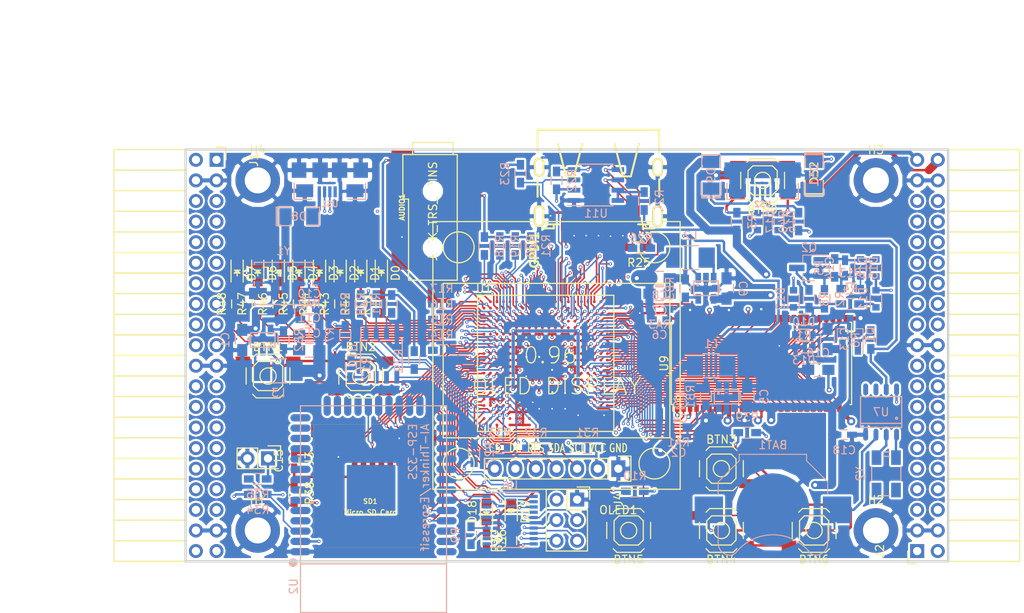
<source format=kicad_pcb>
(kicad_pcb (version 4) (host pcbnew 4.0.5+dfsg1-4)
  (layers (0 F.Cu signal) (1 In1.Cu signal) (2 In2.Cu signal) (31 B.Cu signal) (34 B.Paste user) (35 F.Paste user) (36 B.SilkS user) (37 F.SilkS user) (38 B.Mask user) (39 F.Mask user) (44 Edge.Cuts user))
  (net 0 "")
  (net 1 GND)
  (net 2 +5V)
  (net 3 /gpio/IN5V)
  (net 4 /gpio/OUT5V)
  (net 5 +3V3)
  (net 6 "Net-(L1-Pad1)")
  (net 7 "Net-(L2-Pad1)")
  (net 8 +1V2)
  (net 9 BTN_D)
  (net 10 BTN_F1)
  (net 11 BTN_F2)
  (net 12 BTN_L)
  (net 13 BTN_R)
  (net 14 BTN_U)
  (net 15 /power/FB1)
  (net 16 +2V5)
  (net 17 "Net-(L3-Pad1)")
  (net 18 /power/PWREN)
  (net 19 /power/FB3)
  (net 20 /power/FB2)
  (net 21 "Net-(D9-Pad1)")
  (net 22 /power/VBAT)
  (net 23 JTAG_TDI)
  (net 24 JTAG_TCK)
  (net 25 JTAG_TMS)
  (net 26 JTAG_TDO)
  (net 27 /power/WAKEUPn)
  (net 28 /power/WKUP)
  (net 29 /power/SHUT)
  (net 30 /power/WAKE)
  (net 31 /power/HOLD)
  (net 32 /power/WKn)
  (net 33 /power/OSCI_32k)
  (net 34 /power/OSCO_32k)
  (net 35 "Net-(Q2-Pad3)")
  (net 36 SHUTDOWN)
  (net 37 /analog/AUDIO_L)
  (net 38 /analog/AUDIO_R)
  (net 39 GPDI_5V_SCL)
  (net 40 GPDI_5V_SDA)
  (net 41 GPDI_SDA)
  (net 42 GPDI_SCL)
  (net 43 /gpdi/VREF2)
  (net 44 SD_CMD)
  (net 45 SD_CLK)
  (net 46 SD_D0)
  (net 47 SD_D1)
  (net 48 USB5V)
  (net 49 "Net-(BTN0-Pad1)")
  (net 50 GPDI_CEC)
  (net 51 nRESET)
  (net 52 FTDI_nDTR)
  (net 53 SDRAM_CKE)
  (net 54 SDRAM_A7)
  (net 55 SDRAM_D15)
  (net 56 SDRAM_BA1)
  (net 57 SDRAM_D7)
  (net 58 SDRAM_A6)
  (net 59 SDRAM_CLK)
  (net 60 SDRAM_D13)
  (net 61 SDRAM_BA0)
  (net 62 SDRAM_D6)
  (net 63 SDRAM_A5)
  (net 64 SDRAM_D14)
  (net 65 SDRAM_A11)
  (net 66 SDRAM_D12)
  (net 67 SDRAM_D5)
  (net 68 SDRAM_A4)
  (net 69 SDRAM_A10)
  (net 70 SDRAM_D11)
  (net 71 SDRAM_A3)
  (net 72 SDRAM_D4)
  (net 73 SDRAM_D10)
  (net 74 SDRAM_D9)
  (net 75 SDRAM_A9)
  (net 76 SDRAM_D3)
  (net 77 SDRAM_D8)
  (net 78 SDRAM_A8)
  (net 79 SDRAM_A2)
  (net 80 SDRAM_A1)
  (net 81 SDRAM_A0)
  (net 82 SDRAM_D2)
  (net 83 SDRAM_D1)
  (net 84 SDRAM_D0)
  (net 85 SDRAM_DQM0)
  (net 86 SDRAM_nCS)
  (net 87 SDRAM_nRAS)
  (net 88 SDRAM_DQM1)
  (net 89 SDRAM_nCAS)
  (net 90 SDRAM_nWE)
  (net 91 /flash/FLASH_nWP)
  (net 92 /flash/FLASH_nHOLD)
  (net 93 /flash/FLASH_MOSI)
  (net 94 /flash/FLASH_MISO)
  (net 95 /flash/FLASH_SCK)
  (net 96 /flash/FLASH_nCS)
  (net 97 /flash/FPGA_PROGRAMN)
  (net 98 /flash/FPGA_DONE)
  (net 99 /flash/FPGA_INITN)
  (net 100 OLED_RES)
  (net 101 OLED_DC)
  (net 102 OLED_CS)
  (net 103 WIFI_EN)
  (net 104 FTDI_nRTS)
  (net 105 FTDI_TXD)
  (net 106 FTDI_RXD)
  (net 107 WIFI_RXD)
  (net 108 WIFI_GPIO0)
  (net 109 WIFI_TXD)
  (net 110 GPDI_ETH-)
  (net 111 GPDI_ETH+)
  (net 112 GPDI_D2+)
  (net 113 GPDI_D2-)
  (net 114 GPDI_D1+)
  (net 115 GPDI_D1-)
  (net 116 GPDI_D0+)
  (net 117 GPDI_D0-)
  (net 118 GPDI_CLK+)
  (net 119 GPDI_CLK-)
  (net 120 USB_FTDI_D+)
  (net 121 USB_FTDI_D-)
  (net 122 J1_17-)
  (net 123 J1_17+)
  (net 124 J1_23-)
  (net 125 J1_23+)
  (net 126 J1_25-)
  (net 127 J1_25+)
  (net 128 J1_27-)
  (net 129 J1_27+)
  (net 130 J1_29-)
  (net 131 J1_29+)
  (net 132 J1_31-)
  (net 133 J1_31+)
  (net 134 J1_33-)
  (net 135 J1_33+)
  (net 136 J1_35-)
  (net 137 J1_35+)
  (net 138 J2_5-)
  (net 139 J2_5+)
  (net 140 J2_7-)
  (net 141 J2_7+)
  (net 142 J2_9-)
  (net 143 J2_9+)
  (net 144 J2_13-)
  (net 145 J2_13+)
  (net 146 J2_17-)
  (net 147 J2_17+)
  (net 148 J2_11-)
  (net 149 J2_11+)
  (net 150 J2_23-)
  (net 151 J2_23+)
  (net 152 J1_5-)
  (net 153 J1_5+)
  (net 154 J1_7-)
  (net 155 J1_7+)
  (net 156 J1_9-)
  (net 157 J1_9+)
  (net 158 J1_11-)
  (net 159 J1_11+)
  (net 160 J1_13-)
  (net 161 J1_13+)
  (net 162 J1_15-)
  (net 163 J1_15+)
  (net 164 J2_15-)
  (net 165 J2_15+)
  (net 166 J2_25-)
  (net 167 J2_25+)
  (net 168 J2_27-)
  (net 169 J2_27+)
  (net 170 J2_29-)
  (net 171 J2_29+)
  (net 172 J2_31-)
  (net 173 J2_31+)
  (net 174 J2_33-)
  (net 175 J2_33+)
  (net 176 J2_35-)
  (net 177 J2_35+)
  (net 178 SD_D3)
  (net 179 AUDIO_L3)
  (net 180 AUDIO_L2)
  (net 181 AUDIO_L1)
  (net 182 AUDIO_L0)
  (net 183 AUDIO_R3)
  (net 184 AUDIO_R2)
  (net 185 AUDIO_R1)
  (net 186 AUDIO_R0)
  (net 187 OLED_CLK)
  (net 188 OLED_MOSI)
  (net 189 LED0)
  (net 190 LED1)
  (net 191 LED2)
  (net 192 LED3)
  (net 193 LED4)
  (net 194 LED5)
  (net 195 LED6)
  (net 196 LED7)
  (net 197 BTN_PWRn)
  (net 198 "Net-(J3-Pad1)")
  (net 199 FTDI_nTXLED)
  (net 200 FTDI_nSLEEP)
  (net 201 /blinkey/LED_PWREN)
  (net 202 /blinkey/LED_TXLED)
  (net 203 FT3V3)
  (net 204 /sdcard/SD3V3)
  (net 205 SD_D2)
  (net 206 CLK_25MHz)
  (net 207 /blinkey/BTNPUL)
  (net 208 /blinkey/BTNPUR)
  (net 209 USB_FPGA_D+)
  (net 210 /power/FTDI_nSUSPEND)
  (net 211 /blinkey/ALED0)
  (net 212 /blinkey/ALED1)
  (net 213 /blinkey/ALED2)
  (net 214 /blinkey/ALED3)
  (net 215 /blinkey/ALED4)
  (net 216 /blinkey/ALED5)
  (net 217 /blinkey/ALED6)
  (net 218 /blinkey/ALED7)
  (module lfe5bg381:BGA-381_pitch0.8mm_dia0.4mm (layer F.Cu) (at 138.48 87.8)
    (fp_text reference U1 (at -7.6 -9.2) (layer F.SilkS))
    (fp_text value LFE5U-25F-6BG381C)
    (pad A2 smd circle (at -6.8 -7.6) (size 0.35 0.35) (layers F.Cu F.Paste F.Mask) (net 129 J1_27+))
    (pad A3 smd circle (at -6 -7.6) (size 0.35 0.35) (layers F.Cu F.Paste F.Mask) (net 183 AUDIO_R3))
    (pad A4 smd circle (at -5.2 -7.6) (size 0.35 0.35) (layers F.Cu F.Paste F.Mask) (net 127 J1_25+))
    (pad A5 smd circle (at -4.4 -7.6) (size 0.35 0.35) (layers F.Cu F.Paste F.Mask) (net 126 J1_25-))
    (pad A6 smd circle (at -3.6 -7.6) (size 0.35 0.35) (layers F.Cu F.Paste F.Mask) (net 125 J1_23+))
    (pad A7 smd circle (at -2.8 -7.6) (size 0.35 0.35) (layers F.Cu F.Paste F.Mask) (net 161 J1_13+))
    (pad A8 smd circle (at -2 -7.6) (size 0.35 0.35) (layers F.Cu F.Paste F.Mask) (net 160 J1_13-))
    (pad A9 smd circle (at -1.2 -7.6) (size 0.35 0.35) (layers F.Cu F.Paste F.Mask) (net 156 J1_9-))
    (pad A10 smd circle (at -0.4 -7.6) (size 0.35 0.35) (layers F.Cu F.Paste F.Mask) (net 155 J1_7+))
    (pad A11 smd circle (at 0.4 -7.6) (size 0.35 0.35) (layers F.Cu F.Paste F.Mask) (net 154 J1_7-))
    (pad A12 smd circle (at 1.2 -7.6) (size 0.35 0.35) (layers F.Cu F.Paste F.Mask) (net 111 GPDI_ETH+))
    (pad A13 smd circle (at 2 -7.6) (size 0.35 0.35) (layers F.Cu F.Paste F.Mask) (net 110 GPDI_ETH-))
    (pad A14 smd circle (at 2.8 -7.6) (size 0.35 0.35) (layers F.Cu F.Paste F.Mask) (net 112 GPDI_D2+))
    (pad A15 smd circle (at 3.6 -7.6) (size 0.35 0.35) (layers F.Cu F.Paste F.Mask))
    (pad A16 smd circle (at 4.4 -7.6) (size 0.35 0.35) (layers F.Cu F.Paste F.Mask) (net 114 GPDI_D1+))
    (pad A17 smd circle (at 5.2 -7.6) (size 0.35 0.35) (layers F.Cu F.Paste F.Mask) (net 116 GPDI_D0+))
    (pad A18 smd circle (at 6 -7.6) (size 0.35 0.35) (layers F.Cu F.Paste F.Mask) (net 118 GPDI_CLK+))
    (pad A19 smd circle (at 6.8 -7.6) (size 0.35 0.35) (layers F.Cu F.Paste F.Mask) (net 50 GPDI_CEC))
    (pad B1 smd circle (at -7.6 -6.8) (size 0.35 0.35) (layers F.Cu F.Paste F.Mask) (net 128 J1_27-))
    (pad B2 smd circle (at -6.8 -6.8) (size 0.35 0.35) (layers F.Cu F.Paste F.Mask) (net 189 LED0))
    (pad B3 smd circle (at -6 -6.8) (size 0.35 0.35) (layers F.Cu F.Paste F.Mask) (net 182 AUDIO_L0))
    (pad B4 smd circle (at -5.2 -6.8) (size 0.35 0.35) (layers F.Cu F.Paste F.Mask) (net 130 J1_29-))
    (pad B5 smd circle (at -4.4 -6.8) (size 0.35 0.35) (layers F.Cu F.Paste F.Mask) (net 184 AUDIO_R2))
    (pad B6 smd circle (at -3.6 -6.8) (size 0.35 0.35) (layers F.Cu F.Paste F.Mask) (net 124 J1_23-))
    (pad B7 smd circle (at -2.8 -6.8) (size 0.35 0.35) (layers F.Cu F.Paste F.Mask) (net 1 GND))
    (pad B8 smd circle (at -2 -6.8) (size 0.35 0.35) (layers F.Cu F.Paste F.Mask) (net 162 J1_15-))
    (pad B9 smd circle (at -1.2 -6.8) (size 0.35 0.35) (layers F.Cu F.Paste F.Mask) (net 159 J1_11+))
    (pad B10 smd circle (at -0.4 -6.8) (size 0.35 0.35) (layers F.Cu F.Paste F.Mask) (net 157 J1_9+))
    (pad B11 smd circle (at 0.4 -6.8) (size 0.35 0.35) (layers F.Cu F.Paste F.Mask) (net 153 J1_5+))
    (pad B12 smd circle (at 1.2 -6.8) (size 0.35 0.35) (layers F.Cu F.Paste F.Mask))
    (pad B13 smd circle (at 2 -6.8) (size 0.35 0.35) (layers F.Cu F.Paste F.Mask) (net 175 J2_33+))
    (pad B14 smd circle (at 2.8 -6.8) (size 0.35 0.35) (layers F.Cu F.Paste F.Mask) (net 1 GND))
    (pad B15 smd circle (at 3.6 -6.8) (size 0.35 0.35) (layers F.Cu F.Paste F.Mask) (net 173 J2_31+))
    (pad B16 smd circle (at 4.4 -6.8) (size 0.35 0.35) (layers F.Cu F.Paste F.Mask) (net 115 GPDI_D1-))
    (pad B17 smd circle (at 5.2 -6.8) (size 0.35 0.35) (layers F.Cu F.Paste F.Mask) (net 169 J2_27+))
    (pad B18 smd circle (at 6 -6.8) (size 0.35 0.35) (layers F.Cu F.Paste F.Mask) (net 117 GPDI_D0-))
    (pad B19 smd circle (at 6.8 -6.8) (size 0.35 0.35) (layers F.Cu F.Paste F.Mask) (net 119 GPDI_CLK-))
    (pad B20 smd circle (at 7.6 -6.8) (size 0.35 0.35) (layers F.Cu F.Paste F.Mask) (net 41 GPDI_SDA))
    (pad C1 smd circle (at -7.6 -6) (size 0.35 0.35) (layers F.Cu F.Paste F.Mask) (net 191 LED2))
    (pad C2 smd circle (at -6.8 -6) (size 0.35 0.35) (layers F.Cu F.Paste F.Mask) (net 190 LED1))
    (pad C3 smd circle (at -6 -6) (size 0.35 0.35) (layers F.Cu F.Paste F.Mask) (net 181 AUDIO_L1))
    (pad C4 smd circle (at -5.2 -6) (size 0.35 0.35) (layers F.Cu F.Paste F.Mask) (net 131 J1_29+))
    (pad C5 smd circle (at -4.4 -6) (size 0.35 0.35) (layers F.Cu F.Paste F.Mask) (net 186 AUDIO_R0))
    (pad C6 smd circle (at -3.6 -6) (size 0.35 0.35) (layers F.Cu F.Paste F.Mask) (net 123 J1_17+))
    (pad C7 smd circle (at -2.8 -6) (size 0.35 0.35) (layers F.Cu F.Paste F.Mask) (net 122 J1_17-))
    (pad C8 smd circle (at -2 -6) (size 0.35 0.35) (layers F.Cu F.Paste F.Mask) (net 163 J1_15+))
    (pad C9 smd circle (at -1.2 -6) (size 0.35 0.35) (layers F.Cu F.Paste F.Mask))
    (pad C10 smd circle (at -0.4 -6) (size 0.35 0.35) (layers F.Cu F.Paste F.Mask) (net 158 J1_11-))
    (pad C11 smd circle (at 0.4 -6) (size 0.35 0.35) (layers F.Cu F.Paste F.Mask) (net 152 J1_5-))
    (pad C12 smd circle (at 1.2 -6) (size 0.35 0.35) (layers F.Cu F.Paste F.Mask) (net 42 GPDI_SCL))
    (pad C13 smd circle (at 2 -6) (size 0.35 0.35) (layers F.Cu F.Paste F.Mask) (net 174 J2_33-))
    (pad C14 smd circle (at 2.8 -6) (size 0.35 0.35) (layers F.Cu F.Paste F.Mask) (net 113 GPDI_D2-))
    (pad C15 smd circle (at 3.6 -6) (size 0.35 0.35) (layers F.Cu F.Paste F.Mask) (net 172 J2_31-))
    (pad C16 smd circle (at 4.4 -6) (size 0.35 0.35) (layers F.Cu F.Paste F.Mask) (net 171 J2_29+))
    (pad C17 smd circle (at 5.2 -6) (size 0.35 0.35) (layers F.Cu F.Paste F.Mask) (net 168 J2_27-))
    (pad C18 smd circle (at 6 -6) (size 0.35 0.35) (layers F.Cu F.Paste F.Mask) (net 151 J2_23+))
    (pad C19 smd circle (at 6.8 -6) (size 0.35 0.35) (layers F.Cu F.Paste F.Mask) (net 1 GND))
    (pad C20 smd circle (at 7.6 -6) (size 0.35 0.35) (layers F.Cu F.Paste F.Mask) (net 64 SDRAM_D14))
    (pad D1 smd circle (at -7.6 -5.2) (size 0.35 0.35) (layers F.Cu F.Paste F.Mask) (net 193 LED4))
    (pad D2 smd circle (at -6.8 -5.2) (size 0.35 0.35) (layers F.Cu F.Paste F.Mask) (net 192 LED3))
    (pad D3 smd circle (at -6 -5.2) (size 0.35 0.35) (layers F.Cu F.Paste F.Mask) (net 180 AUDIO_L2))
    (pad D4 smd circle (at -5.2 -5.2) (size 0.35 0.35) (layers F.Cu F.Paste F.Mask) (net 1 GND))
    (pad D5 smd circle (at -4.4 -5.2) (size 0.35 0.35) (layers F.Cu F.Paste F.Mask) (net 185 AUDIO_R1))
    (pad D6 smd circle (at -3.6 -5.2) (size 0.35 0.35) (layers F.Cu F.Paste F.Mask) (net 197 BTN_PWRn))
    (pad D7 smd circle (at -2.8 -5.2) (size 0.35 0.35) (layers F.Cu F.Paste F.Mask))
    (pad D8 smd circle (at -2 -5.2) (size 0.35 0.35) (layers F.Cu F.Paste F.Mask))
    (pad D9 smd circle (at -1.2 -5.2) (size 0.35 0.35) (layers F.Cu F.Paste F.Mask))
    (pad D10 smd circle (at -0.4 -5.2) (size 0.35 0.35) (layers F.Cu F.Paste F.Mask))
    (pad D11 smd circle (at 0.4 -5.2) (size 0.35 0.35) (layers F.Cu F.Paste F.Mask))
    (pad D12 smd circle (at 1.2 -5.2) (size 0.35 0.35) (layers F.Cu F.Paste F.Mask))
    (pad D13 smd circle (at 2 -5.2) (size 0.35 0.35) (layers F.Cu F.Paste F.Mask) (net 177 J2_35+))
    (pad D14 smd circle (at 2.8 -5.2) (size 0.35 0.35) (layers F.Cu F.Paste F.Mask))
    (pad D15 smd circle (at 3.6 -5.2) (size 0.35 0.35) (layers F.Cu F.Paste F.Mask) (net 167 J2_25+))
    (pad D16 smd circle (at 4.4 -5.2) (size 0.35 0.35) (layers F.Cu F.Paste F.Mask) (net 170 J2_29-))
    (pad D17 smd circle (at 5.2 -5.2) (size 0.35 0.35) (layers F.Cu F.Paste F.Mask) (net 150 J2_23-))
    (pad D18 smd circle (at 6 -5.2) (size 0.35 0.35) (layers F.Cu F.Paste F.Mask) (net 147 J2_17+))
    (pad D19 smd circle (at 6.8 -5.2) (size 0.35 0.35) (layers F.Cu F.Paste F.Mask) (net 55 SDRAM_D15))
    (pad D20 smd circle (at 7.6 -5.2) (size 0.35 0.35) (layers F.Cu F.Paste F.Mask) (net 60 SDRAM_D13))
    (pad E1 smd circle (at -7.6 -4.4) (size 0.35 0.35) (layers F.Cu F.Paste F.Mask) (net 195 LED6))
    (pad E2 smd circle (at -6.8 -4.4) (size 0.35 0.35) (layers F.Cu F.Paste F.Mask) (net 194 LED5))
    (pad E3 smd circle (at -6 -4.4) (size 0.35 0.35) (layers F.Cu F.Paste F.Mask) (net 132 J1_31-))
    (pad E4 smd circle (at -5.2 -4.4) (size 0.35 0.35) (layers F.Cu F.Paste F.Mask) (net 179 AUDIO_L3))
    (pad E5 smd circle (at -4.4 -4.4) (size 0.35 0.35) (layers F.Cu F.Paste F.Mask))
    (pad E6 smd circle (at -3.6 -4.4) (size 0.35 0.35) (layers F.Cu F.Paste F.Mask))
    (pad E7 smd circle (at -2.8 -4.4) (size 0.35 0.35) (layers F.Cu F.Paste F.Mask))
    (pad E8 smd circle (at -2 -4.4) (size 0.35 0.35) (layers F.Cu F.Paste F.Mask))
    (pad E9 smd circle (at -1.2 -4.4) (size 0.35 0.35) (layers F.Cu F.Paste F.Mask))
    (pad E10 smd circle (at -0.4 -4.4) (size 0.35 0.35) (layers F.Cu F.Paste F.Mask))
    (pad E11 smd circle (at 0.4 -4.4) (size 0.35 0.35) (layers F.Cu F.Paste F.Mask))
    (pad E12 smd circle (at 1.2 -4.4) (size 0.35 0.35) (layers F.Cu F.Paste F.Mask))
    (pad E13 smd circle (at 2 -4.4) (size 0.35 0.35) (layers F.Cu F.Paste F.Mask) (net 176 J2_35-))
    (pad E14 smd circle (at 2.8 -4.4) (size 0.35 0.35) (layers F.Cu F.Paste F.Mask))
    (pad E15 smd circle (at 3.6 -4.4) (size 0.35 0.35) (layers F.Cu F.Paste F.Mask) (net 166 J2_25-))
    (pad E16 smd circle (at 4.4 -4.4) (size 0.35 0.35) (layers F.Cu F.Paste F.Mask))
    (pad E17 smd circle (at 5.2 -4.4) (size 0.35 0.35) (layers F.Cu F.Paste F.Mask) (net 146 J2_17-))
    (pad E18 smd circle (at 6 -4.4) (size 0.35 0.35) (layers F.Cu F.Paste F.Mask) (net 72 SDRAM_D4))
    (pad E19 smd circle (at 6.8 -4.4) (size 0.35 0.35) (layers F.Cu F.Paste F.Mask) (net 66 SDRAM_D12))
    (pad E20 smd circle (at 7.6 -4.4) (size 0.35 0.35) (layers F.Cu F.Paste F.Mask) (net 70 SDRAM_D11))
    (pad F1 smd circle (at -7.6 -3.6) (size 0.35 0.35) (layers F.Cu F.Paste F.Mask) (net 103 WIFI_EN))
    (pad F2 smd circle (at -6.8 -3.6) (size 0.35 0.35) (layers F.Cu F.Paste F.Mask))
    (pad F3 smd circle (at -6 -3.6) (size 0.35 0.35) (layers F.Cu F.Paste F.Mask) (net 134 J1_33-))
    (pad F4 smd circle (at -5.2 -3.6) (size 0.35 0.35) (layers F.Cu F.Paste F.Mask) (net 133 J1_31+))
    (pad F5 smd circle (at -4.4 -3.6) (size 0.35 0.35) (layers F.Cu F.Paste F.Mask))
    (pad F6 smd circle (at -3.6 -3.6) (size 0.35 0.35) (layers F.Cu F.Paste F.Mask) (net 16 +2V5))
    (pad F7 smd circle (at -2.8 -3.6) (size 0.35 0.35) (layers F.Cu F.Paste F.Mask) (net 1 GND))
    (pad F8 smd circle (at -2 -3.6) (size 0.35 0.35) (layers F.Cu F.Paste F.Mask) (net 1 GND))
    (pad F9 smd circle (at -1.2 -3.6) (size 0.35 0.35) (layers F.Cu F.Paste F.Mask) (net 5 +3V3))
    (pad F10 smd circle (at -0.4 -3.6) (size 0.35 0.35) (layers F.Cu F.Paste F.Mask) (net 5 +3V3))
    (pad F11 smd circle (at 0.4 -3.6) (size 0.35 0.35) (layers F.Cu F.Paste F.Mask) (net 5 +3V3))
    (pad F12 smd circle (at 1.2 -3.6) (size 0.35 0.35) (layers F.Cu F.Paste F.Mask) (net 5 +3V3))
    (pad F13 smd circle (at 2 -3.6) (size 0.35 0.35) (layers F.Cu F.Paste F.Mask) (net 1 GND))
    (pad F14 smd circle (at 2.8 -3.6) (size 0.35 0.35) (layers F.Cu F.Paste F.Mask) (net 1 GND))
    (pad F15 smd circle (at 3.6 -3.6) (size 0.35 0.35) (layers F.Cu F.Paste F.Mask) (net 16 +2V5))
    (pad F16 smd circle (at 4.4 -3.6) (size 0.35 0.35) (layers F.Cu F.Paste F.Mask))
    (pad F17 smd circle (at 5.2 -3.6) (size 0.35 0.35) (layers F.Cu F.Paste F.Mask) (net 165 J2_15+))
    (pad F18 smd circle (at 6 -3.6) (size 0.35 0.35) (layers F.Cu F.Paste F.Mask) (net 67 SDRAM_D5))
    (pad F19 smd circle (at 6.8 -3.6) (size 0.35 0.35) (layers F.Cu F.Paste F.Mask) (net 73 SDRAM_D10))
    (pad F20 smd circle (at 7.6 -3.6) (size 0.35 0.35) (layers F.Cu F.Paste F.Mask) (net 74 SDRAM_D9))
    (pad G1 smd circle (at -7.6 -2.8) (size 0.35 0.35) (layers F.Cu F.Paste F.Mask))
    (pad G2 smd circle (at -6.8 -2.8) (size 0.35 0.35) (layers F.Cu F.Paste F.Mask) (net 206 CLK_25MHz))
    (pad G3 smd circle (at -6 -2.8) (size 0.35 0.35) (layers F.Cu F.Paste F.Mask) (net 135 J1_33+))
    (pad G4 smd circle (at -5.2 -2.8) (size 0.35 0.35) (layers F.Cu F.Paste F.Mask) (net 1 GND))
    (pad G5 smd circle (at -4.4 -2.8) (size 0.35 0.35) (layers F.Cu F.Paste F.Mask) (net 136 J1_35-))
    (pad G6 smd circle (at -3.6 -2.8) (size 0.35 0.35) (layers F.Cu F.Paste F.Mask) (net 1 GND))
    (pad G7 smd circle (at -2.8 -2.8) (size 0.35 0.35) (layers F.Cu F.Paste F.Mask) (net 1 GND))
    (pad G8 smd circle (at -2 -2.8) (size 0.35 0.35) (layers F.Cu F.Paste F.Mask) (net 1 GND))
    (pad G9 smd circle (at -1.2 -2.8) (size 0.35 0.35) (layers F.Cu F.Paste F.Mask) (net 1 GND))
    (pad G10 smd circle (at -0.4 -2.8) (size 0.35 0.35) (layers F.Cu F.Paste F.Mask) (net 1 GND))
    (pad G11 smd circle (at 0.4 -2.8) (size 0.35 0.35) (layers F.Cu F.Paste F.Mask) (net 1 GND))
    (pad G12 smd circle (at 1.2 -2.8) (size 0.35 0.35) (layers F.Cu F.Paste F.Mask) (net 1 GND))
    (pad G13 smd circle (at 2 -2.8) (size 0.35 0.35) (layers F.Cu F.Paste F.Mask) (net 1 GND))
    (pad G14 smd circle (at 2.8 -2.8) (size 0.35 0.35) (layers F.Cu F.Paste F.Mask) (net 1 GND))
    (pad G15 smd circle (at 3.6 -2.8) (size 0.35 0.35) (layers F.Cu F.Paste F.Mask) (net 1 GND))
    (pad G16 smd circle (at 4.4 -2.8) (size 0.35 0.35) (layers F.Cu F.Paste F.Mask))
    (pad G17 smd circle (at 5.2 -2.8) (size 0.35 0.35) (layers F.Cu F.Paste F.Mask) (net 1 GND))
    (pad G18 smd circle (at 6 -2.8) (size 0.35 0.35) (layers F.Cu F.Paste F.Mask) (net 164 J2_15-))
    (pad G19 smd circle (at 6.8 -2.8) (size 0.35 0.35) (layers F.Cu F.Paste F.Mask) (net 77 SDRAM_D8))
    (pad G20 smd circle (at 7.6 -2.8) (size 0.35 0.35) (layers F.Cu F.Paste F.Mask) (net 88 SDRAM_DQM1))
    (pad H1 smd circle (at -7.6 -2) (size 0.35 0.35) (layers F.Cu F.Paste F.Mask) (net 178 SD_D3))
    (pad H2 smd circle (at -6.8 -2) (size 0.35 0.35) (layers F.Cu F.Paste F.Mask) (net 205 SD_D2))
    (pad H3 smd circle (at -6 -2) (size 0.35 0.35) (layers F.Cu F.Paste F.Mask) (net 196 LED7))
    (pad H4 smd circle (at -5.2 -2) (size 0.35 0.35) (layers F.Cu F.Paste F.Mask) (net 137 J1_35+))
    (pad H5 smd circle (at -4.4 -2) (size 0.35 0.35) (layers F.Cu F.Paste F.Mask))
    (pad H6 smd circle (at -3.6 -2) (size 0.35 0.35) (layers F.Cu F.Paste F.Mask) (net 5 +3V3))
    (pad H7 smd circle (at -2.8 -2) (size 0.35 0.35) (layers F.Cu F.Paste F.Mask) (net 5 +3V3))
    (pad H8 smd circle (at -2 -2) (size 0.35 0.35) (layers F.Cu F.Paste F.Mask) (net 8 +1V2))
    (pad H9 smd circle (at -1.2 -2) (size 0.35 0.35) (layers F.Cu F.Paste F.Mask) (net 8 +1V2))
    (pad H10 smd circle (at -0.4 -2) (size 0.35 0.35) (layers F.Cu F.Paste F.Mask) (net 8 +1V2))
    (pad H11 smd circle (at 0.4 -2) (size 0.35 0.35) (layers F.Cu F.Paste F.Mask) (net 8 +1V2))
    (pad H12 smd circle (at 1.2 -2) (size 0.35 0.35) (layers F.Cu F.Paste F.Mask) (net 8 +1V2))
    (pad H13 smd circle (at 2 -2) (size 0.35 0.35) (layers F.Cu F.Paste F.Mask) (net 8 +1V2))
    (pad H14 smd circle (at 2.8 -2) (size 0.35 0.35) (layers F.Cu F.Paste F.Mask) (net 5 +3V3))
    (pad H15 smd circle (at 3.6 -2) (size 0.35 0.35) (layers F.Cu F.Paste F.Mask) (net 5 +3V3))
    (pad H16 smd circle (at 4.4 -2) (size 0.35 0.35) (layers F.Cu F.Paste F.Mask))
    (pad H17 smd circle (at 5.2 -2) (size 0.35 0.35) (layers F.Cu F.Paste F.Mask) (net 144 J2_13-))
    (pad H18 smd circle (at 6 -2) (size 0.35 0.35) (layers F.Cu F.Paste F.Mask) (net 145 J2_13+))
    (pad H19 smd circle (at 6.8 -2) (size 0.35 0.35) (layers F.Cu F.Paste F.Mask) (net 1 GND))
    (pad H20 smd circle (at 7.6 -2) (size 0.35 0.35) (layers F.Cu F.Paste F.Mask) (net 59 SDRAM_CLK))
    (pad J1 smd circle (at -7.6 -1.2) (size 0.35 0.35) (layers F.Cu F.Paste F.Mask) (net 45 SD_CLK))
    (pad J2 smd circle (at -6.8 -1.2) (size 0.35 0.35) (layers F.Cu F.Paste F.Mask) (net 1 GND))
    (pad J3 smd circle (at -6 -1.2) (size 0.35 0.35) (layers F.Cu F.Paste F.Mask) (net 44 SD_CMD))
    (pad J4 smd circle (at -5.2 -1.2) (size 0.35 0.35) (layers F.Cu F.Paste F.Mask))
    (pad J5 smd circle (at -4.4 -1.2) (size 0.35 0.35) (layers F.Cu F.Paste F.Mask))
    (pad J6 smd circle (at -3.6 -1.2) (size 0.35 0.35) (layers F.Cu F.Paste F.Mask) (net 5 +3V3))
    (pad J7 smd circle (at -2.8 -1.2) (size 0.35 0.35) (layers F.Cu F.Paste F.Mask) (net 1 GND))
    (pad J8 smd circle (at -2 -1.2) (size 0.35 0.35) (layers F.Cu F.Paste F.Mask) (net 8 +1V2))
    (pad J9 smd circle (at -1.2 -1.2) (size 0.35 0.35) (layers F.Cu F.Paste F.Mask) (net 1 GND))
    (pad J10 smd circle (at -0.4 -1.2) (size 0.35 0.35) (layers F.Cu F.Paste F.Mask) (net 1 GND))
    (pad J11 smd circle (at 0.4 -1.2) (size 0.35 0.35) (layers F.Cu F.Paste F.Mask) (net 1 GND))
    (pad J12 smd circle (at 1.2 -1.2) (size 0.35 0.35) (layers F.Cu F.Paste F.Mask) (net 1 GND))
    (pad J13 smd circle (at 2 -1.2) (size 0.35 0.35) (layers F.Cu F.Paste F.Mask) (net 8 +1V2))
    (pad J14 smd circle (at 2.8 -1.2) (size 0.35 0.35) (layers F.Cu F.Paste F.Mask) (net 1 GND))
    (pad J15 smd circle (at 3.6 -1.2) (size 0.35 0.35) (layers F.Cu F.Paste F.Mask) (net 5 +3V3))
    (pad J16 smd circle (at 4.4 -1.2) (size 0.35 0.35) (layers F.Cu F.Paste F.Mask))
    (pad J17 smd circle (at 5.2 -1.2) (size 0.35 0.35) (layers F.Cu F.Paste F.Mask))
    (pad J18 smd circle (at 6 -1.2) (size 0.35 0.35) (layers F.Cu F.Paste F.Mask) (net 76 SDRAM_D3))
    (pad J19 smd circle (at 6.8 -1.2) (size 0.35 0.35) (layers F.Cu F.Paste F.Mask) (net 53 SDRAM_CKE))
    (pad J20 smd circle (at 7.6 -1.2) (size 0.35 0.35) (layers F.Cu F.Paste F.Mask) (net 65 SDRAM_A11))
    (pad K1 smd circle (at -7.6 -0.4) (size 0.35 0.35) (layers F.Cu F.Paste F.Mask) (net 47 SD_D1))
    (pad K2 smd circle (at -6.8 -0.4) (size 0.35 0.35) (layers F.Cu F.Paste F.Mask) (net 46 SD_D0))
    (pad K3 smd circle (at -6 -0.4) (size 0.35 0.35) (layers F.Cu F.Paste F.Mask) (net 107 WIFI_RXD))
    (pad K4 smd circle (at -5.2 -0.4) (size 0.35 0.35) (layers F.Cu F.Paste F.Mask) (net 109 WIFI_TXD))
    (pad K5 smd circle (at -4.4 -0.4) (size 0.35 0.35) (layers F.Cu F.Paste F.Mask))
    (pad K6 smd circle (at -3.6 -0.4) (size 0.35 0.35) (layers F.Cu F.Paste F.Mask) (net 1 GND))
    (pad K7 smd circle (at -2.8 -0.4) (size 0.35 0.35) (layers F.Cu F.Paste F.Mask) (net 1 GND))
    (pad K8 smd circle (at -2 -0.4) (size 0.35 0.35) (layers F.Cu F.Paste F.Mask) (net 8 +1V2))
    (pad K9 smd circle (at -1.2 -0.4) (size 0.35 0.35) (layers F.Cu F.Paste F.Mask) (net 1 GND))
    (pad K10 smd circle (at -0.4 -0.4) (size 0.35 0.35) (layers F.Cu F.Paste F.Mask) (net 1 GND))
    (pad K11 smd circle (at 0.4 -0.4) (size 0.35 0.35) (layers F.Cu F.Paste F.Mask) (net 1 GND))
    (pad K12 smd circle (at 1.2 -0.4) (size 0.35 0.35) (layers F.Cu F.Paste F.Mask) (net 1 GND))
    (pad K13 smd circle (at 2 -0.4) (size 0.35 0.35) (layers F.Cu F.Paste F.Mask) (net 8 +1V2))
    (pad K14 smd circle (at 2.8 -0.4) (size 0.35 0.35) (layers F.Cu F.Paste F.Mask) (net 1 GND))
    (pad K15 smd circle (at 3.6 -0.4) (size 0.35 0.35) (layers F.Cu F.Paste F.Mask) (net 1 GND))
    (pad K16 smd circle (at 4.4 -0.4) (size 0.35 0.35) (layers F.Cu F.Paste F.Mask))
    (pad K17 smd circle (at 5.2 -0.4) (size 0.35 0.35) (layers F.Cu F.Paste F.Mask))
    (pad K18 smd circle (at 6 -0.4) (size 0.35 0.35) (layers F.Cu F.Paste F.Mask) (net 82 SDRAM_D2))
    (pad K19 smd circle (at 6.8 -0.4) (size 0.35 0.35) (layers F.Cu F.Paste F.Mask) (net 75 SDRAM_A9))
    (pad K20 smd circle (at 7.6 -0.4) (size 0.35 0.35) (layers F.Cu F.Paste F.Mask) (net 78 SDRAM_A8))
    (pad L1 smd circle (at -7.6 0.4) (size 0.35 0.35) (layers F.Cu F.Paste F.Mask))
    (pad L2 smd circle (at -6.8 0.4) (size 0.35 0.35) (layers F.Cu F.Paste F.Mask) (net 108 WIFI_GPIO0))
    (pad L3 smd circle (at -6 0.4) (size 0.35 0.35) (layers F.Cu F.Paste F.Mask))
    (pad L4 smd circle (at -5.2 0.4) (size 0.35 0.35) (layers F.Cu F.Paste F.Mask) (net 106 FTDI_RXD))
    (pad L5 smd circle (at -4.4 0.4) (size 0.35 0.35) (layers F.Cu F.Paste F.Mask))
    (pad L6 smd circle (at -3.6 0.4) (size 0.35 0.35) (layers F.Cu F.Paste F.Mask) (net 5 +3V3))
    (pad L7 smd circle (at -2.8 0.4) (size 0.35 0.35) (layers F.Cu F.Paste F.Mask) (net 5 +3V3))
    (pad L8 smd circle (at -2 0.4) (size 0.35 0.35) (layers F.Cu F.Paste F.Mask) (net 8 +1V2))
    (pad L9 smd circle (at -1.2 0.4) (size 0.35 0.35) (layers F.Cu F.Paste F.Mask) (net 1 GND))
    (pad L10 smd circle (at -0.4 0.4) (size 0.35 0.35) (layers F.Cu F.Paste F.Mask) (net 1 GND))
    (pad L11 smd circle (at 0.4 0.4) (size 0.35 0.35) (layers F.Cu F.Paste F.Mask) (net 1 GND))
    (pad L12 smd circle (at 1.2 0.4) (size 0.35 0.35) (layers F.Cu F.Paste F.Mask) (net 1 GND))
    (pad L13 smd circle (at 2 0.4) (size 0.35 0.35) (layers F.Cu F.Paste F.Mask) (net 8 +1V2))
    (pad L14 smd circle (at 2.8 0.4) (size 0.35 0.35) (layers F.Cu F.Paste F.Mask) (net 5 +3V3))
    (pad L15 smd circle (at 3.6 0.4) (size 0.35 0.35) (layers F.Cu F.Paste F.Mask) (net 5 +3V3))
    (pad L16 smd circle (at 4.4 0.4) (size 0.35 0.35) (layers F.Cu F.Paste F.Mask) (net 149 J2_11+))
    (pad L17 smd circle (at 5.2 0.4) (size 0.35 0.35) (layers F.Cu F.Paste F.Mask) (net 148 J2_11-))
    (pad L18 smd circle (at 6 0.4) (size 0.35 0.35) (layers F.Cu F.Paste F.Mask) (net 83 SDRAM_D1))
    (pad L19 smd circle (at 6.8 0.4) (size 0.35 0.35) (layers F.Cu F.Paste F.Mask) (net 54 SDRAM_A7))
    (pad L20 smd circle (at 7.6 0.4) (size 0.35 0.35) (layers F.Cu F.Paste F.Mask) (net 58 SDRAM_A6))
    (pad M1 smd circle (at -7.6 1.2) (size 0.35 0.35) (layers F.Cu F.Paste F.Mask) (net 105 FTDI_TXD))
    (pad M2 smd circle (at -6.8 1.2) (size 0.35 0.35) (layers F.Cu F.Paste F.Mask) (net 1 GND))
    (pad M3 smd circle (at -6 1.2) (size 0.35 0.35) (layers F.Cu F.Paste F.Mask) (net 104 FTDI_nRTS))
    (pad M4 smd circle (at -5.2 1.2) (size 0.35 0.35) (layers F.Cu F.Paste F.Mask))
    (pad M5 smd circle (at -4.4 1.2) (size 0.35 0.35) (layers F.Cu F.Paste F.Mask))
    (pad M6 smd circle (at -3.6 1.2) (size 0.35 0.35) (layers F.Cu F.Paste F.Mask) (net 5 +3V3))
    (pad M7 smd circle (at -2.8 1.2) (size 0.35 0.35) (layers F.Cu F.Paste F.Mask) (net 1 GND))
    (pad M8 smd circle (at -2 1.2) (size 0.35 0.35) (layers F.Cu F.Paste F.Mask) (net 8 +1V2))
    (pad M9 smd circle (at -1.2 1.2) (size 0.35 0.35) (layers F.Cu F.Paste F.Mask) (net 1 GND))
    (pad M10 smd circle (at -0.4 1.2) (size 0.35 0.35) (layers F.Cu F.Paste F.Mask) (net 1 GND))
    (pad M11 smd circle (at 0.4 1.2) (size 0.35 0.35) (layers F.Cu F.Paste F.Mask) (net 1 GND))
    (pad M12 smd circle (at 1.2 1.2) (size 0.35 0.35) (layers F.Cu F.Paste F.Mask) (net 1 GND))
    (pad M13 smd circle (at 2 1.2) (size 0.35 0.35) (layers F.Cu F.Paste F.Mask) (net 8 +1V2))
    (pad M14 smd circle (at 2.8 1.2) (size 0.35 0.35) (layers F.Cu F.Paste F.Mask) (net 1 GND))
    (pad M15 smd circle (at 3.6 1.2) (size 0.35 0.35) (layers F.Cu F.Paste F.Mask) (net 5 +3V3))
    (pad M16 smd circle (at 4.4 1.2) (size 0.35 0.35) (layers F.Cu F.Paste F.Mask) (net 1 GND))
    (pad M17 smd circle (at 5.2 1.2) (size 0.35 0.35) (layers F.Cu F.Paste F.Mask) (net 142 J2_9-))
    (pad M18 smd circle (at 6 1.2) (size 0.35 0.35) (layers F.Cu F.Paste F.Mask) (net 84 SDRAM_D0))
    (pad M19 smd circle (at 6.8 1.2) (size 0.35 0.35) (layers F.Cu F.Paste F.Mask) (net 63 SDRAM_A5))
    (pad M20 smd circle (at 7.6 1.2) (size 0.35 0.35) (layers F.Cu F.Paste F.Mask) (net 68 SDRAM_A4))
    (pad N1 smd circle (at -7.6 2) (size 0.35 0.35) (layers F.Cu F.Paste F.Mask) (net 52 FTDI_nDTR))
    (pad N2 smd circle (at -6.8 2) (size 0.35 0.35) (layers F.Cu F.Paste F.Mask) (net 102 OLED_CS))
    (pad N3 smd circle (at -6 2) (size 0.35 0.35) (layers F.Cu F.Paste F.Mask))
    (pad N4 smd circle (at -5.2 2) (size 0.35 0.35) (layers F.Cu F.Paste F.Mask))
    (pad N5 smd circle (at -4.4 2) (size 0.35 0.35) (layers F.Cu F.Paste F.Mask))
    (pad N6 smd circle (at -3.6 2) (size 0.35 0.35) (layers F.Cu F.Paste F.Mask) (net 1 GND))
    (pad N7 smd circle (at -2.8 2) (size 0.35 0.35) (layers F.Cu F.Paste F.Mask) (net 1 GND))
    (pad N8 smd circle (at -2 2) (size 0.35 0.35) (layers F.Cu F.Paste F.Mask) (net 8 +1V2))
    (pad N9 smd circle (at -1.2 2) (size 0.35 0.35) (layers F.Cu F.Paste F.Mask) (net 8 +1V2))
    (pad N10 smd circle (at -0.4 2) (size 0.35 0.35) (layers F.Cu F.Paste F.Mask) (net 8 +1V2))
    (pad N11 smd circle (at 0.4 2) (size 0.35 0.35) (layers F.Cu F.Paste F.Mask) (net 8 +1V2))
    (pad N12 smd circle (at 1.2 2) (size 0.35 0.35) (layers F.Cu F.Paste F.Mask) (net 8 +1V2))
    (pad N13 smd circle (at 2 2) (size 0.35 0.35) (layers F.Cu F.Paste F.Mask) (net 8 +1V2))
    (pad N14 smd circle (at 2.8 2) (size 0.35 0.35) (layers F.Cu F.Paste F.Mask) (net 1 GND))
    (pad N15 smd circle (at 3.6 2) (size 0.35 0.35) (layers F.Cu F.Paste F.Mask) (net 1 GND))
    (pad N16 smd circle (at 4.4 2) (size 0.35 0.35) (layers F.Cu F.Paste F.Mask) (net 143 J2_9+))
    (pad N17 smd circle (at 5.2 2) (size 0.35 0.35) (layers F.Cu F.Paste F.Mask) (net 141 J2_7+))
    (pad N18 smd circle (at 6 2) (size 0.35 0.35) (layers F.Cu F.Paste F.Mask) (net 62 SDRAM_D6))
    (pad N19 smd circle (at 6.8 2) (size 0.35 0.35) (layers F.Cu F.Paste F.Mask) (net 71 SDRAM_A3))
    (pad N20 smd circle (at 7.6 2) (size 0.35 0.35) (layers F.Cu F.Paste F.Mask) (net 79 SDRAM_A2))
    (pad P1 smd circle (at -7.6 2.8) (size 0.35 0.35) (layers F.Cu F.Paste F.Mask) (net 101 OLED_DC))
    (pad P2 smd circle (at -6.8 2.8) (size 0.35 0.35) (layers F.Cu F.Paste F.Mask) (net 100 OLED_RES))
    (pad P3 smd circle (at -6 2.8) (size 0.35 0.35) (layers F.Cu F.Paste F.Mask) (net 188 OLED_MOSI))
    (pad P4 smd circle (at -5.2 2.8) (size 0.35 0.35) (layers F.Cu F.Paste F.Mask) (net 187 OLED_CLK))
    (pad P5 smd circle (at -4.4 2.8) (size 0.35 0.35) (layers F.Cu F.Paste F.Mask))
    (pad P6 smd circle (at -3.6 2.8) (size 0.35 0.35) (layers F.Cu F.Paste F.Mask) (net 16 +2V5))
    (pad P7 smd circle (at -2.8 2.8) (size 0.35 0.35) (layers F.Cu F.Paste F.Mask) (net 1 GND))
    (pad P8 smd circle (at -2 2.8) (size 0.35 0.35) (layers F.Cu F.Paste F.Mask) (net 1 GND))
    (pad P9 smd circle (at -1.2 2.8) (size 0.35 0.35) (layers F.Cu F.Paste F.Mask) (net 5 +3V3))
    (pad P10 smd circle (at -0.4 2.8) (size 0.35 0.35) (layers F.Cu F.Paste F.Mask) (net 5 +3V3))
    (pad P11 smd circle (at 0.4 2.8) (size 0.35 0.35) (layers F.Cu F.Paste F.Mask) (net 1 GND))
    (pad P12 smd circle (at 1.2 2.8) (size 0.35 0.35) (layers F.Cu F.Paste F.Mask) (net 1 GND))
    (pad P13 smd circle (at 2 2.8) (size 0.35 0.35) (layers F.Cu F.Paste F.Mask) (net 1 GND))
    (pad P14 smd circle (at 2.8 2.8) (size 0.35 0.35) (layers F.Cu F.Paste F.Mask) (net 1 GND))
    (pad P15 smd circle (at 3.6 2.8) (size 0.35 0.35) (layers F.Cu F.Paste F.Mask) (net 16 +2V5))
    (pad P16 smd circle (at 4.4 2.8) (size 0.35 0.35) (layers F.Cu F.Paste F.Mask) (net 140 J2_7-))
    (pad P17 smd circle (at 5.2 2.8) (size 0.35 0.35) (layers F.Cu F.Paste F.Mask))
    (pad P18 smd circle (at 6 2.8) (size 0.35 0.35) (layers F.Cu F.Paste F.Mask) (net 57 SDRAM_D7))
    (pad P19 smd circle (at 6.8 2.8) (size 0.35 0.35) (layers F.Cu F.Paste F.Mask) (net 80 SDRAM_A1))
    (pad P20 smd circle (at 7.6 2.8) (size 0.35 0.35) (layers F.Cu F.Paste F.Mask) (net 81 SDRAM_A0))
    (pad R1 smd circle (at -7.6 3.6) (size 0.35 0.35) (layers F.Cu F.Paste F.Mask) (net 10 BTN_F1))
    (pad R2 smd circle (at -6.8 3.6) (size 0.35 0.35) (layers F.Cu F.Paste F.Mask) (net 96 /flash/FLASH_nCS))
    (pad R3 smd circle (at -6 3.6) (size 0.35 0.35) (layers F.Cu F.Paste F.Mask))
    (pad R4 smd circle (at -5.2 3.6) (size 0.35 0.35) (layers F.Cu F.Paste F.Mask) (net 1 GND))
    (pad R5 smd circle (at -4.4 3.6) (size 0.35 0.35) (layers F.Cu F.Paste F.Mask) (net 23 JTAG_TDI))
    (pad R16 smd circle (at 4.4 3.6) (size 0.35 0.35) (layers F.Cu F.Paste F.Mask))
    (pad R17 smd circle (at 5.2 3.6) (size 0.35 0.35) (layers F.Cu F.Paste F.Mask))
    (pad R18 smd circle (at 6 3.6) (size 0.35 0.35) (layers F.Cu F.Paste F.Mask) (net 85 SDRAM_DQM0))
    (pad R19 smd circle (at 6.8 3.6) (size 0.35 0.35) (layers F.Cu F.Paste F.Mask) (net 1 GND))
    (pad R20 smd circle (at 7.6 3.6) (size 0.35 0.35) (layers F.Cu F.Paste F.Mask) (net 69 SDRAM_A10))
    (pad T1 smd circle (at -7.6 4.4) (size 0.35 0.35) (layers F.Cu F.Paste F.Mask) (net 11 BTN_F2))
    (pad T2 smd circle (at -6.8 4.4) (size 0.35 0.35) (layers F.Cu F.Paste F.Mask) (net 5 +3V3))
    (pad T3 smd circle (at -6 4.4) (size 0.35 0.35) (layers F.Cu F.Paste F.Mask) (net 5 +3V3))
    (pad T4 smd circle (at -5.2 4.4) (size 0.35 0.35) (layers F.Cu F.Paste F.Mask) (net 5 +3V3))
    (pad T5 smd circle (at -4.4 4.4) (size 0.35 0.35) (layers F.Cu F.Paste F.Mask) (net 24 JTAG_TCK))
    (pad T6 smd circle (at -3.6 4.4) (size 0.35 0.35) (layers F.Cu F.Paste F.Mask) (net 1 GND))
    (pad T7 smd circle (at -2.8 4.4) (size 0.35 0.35) (layers F.Cu F.Paste F.Mask) (net 1 GND))
    (pad T8 smd circle (at -2 4.4) (size 0.35 0.35) (layers F.Cu F.Paste F.Mask) (net 1 GND))
    (pad T9 smd circle (at -1.2 4.4) (size 0.35 0.35) (layers F.Cu F.Paste F.Mask) (net 1 GND))
    (pad T10 smd circle (at -0.4 4.4) (size 0.35 0.35) (layers F.Cu F.Paste F.Mask) (net 1 GND))
    (pad T11 smd circle (at 0.4 4.4) (size 0.35 0.35) (layers F.Cu F.Paste F.Mask))
    (pad T12 smd circle (at 1.2 4.4) (size 0.35 0.35) (layers F.Cu F.Paste F.Mask))
    (pad T13 smd circle (at 2 4.4) (size 0.35 0.35) (layers F.Cu F.Paste F.Mask))
    (pad T14 smd circle (at 2.8 4.4) (size 0.35 0.35) (layers F.Cu F.Paste F.Mask))
    (pad T15 smd circle (at 3.6 4.4) (size 0.35 0.35) (layers F.Cu F.Paste F.Mask))
    (pad T16 smd circle (at 4.4 4.4) (size 0.35 0.35) (layers F.Cu F.Paste F.Mask))
    (pad T17 smd circle (at 5.2 4.4) (size 0.35 0.35) (layers F.Cu F.Paste F.Mask) (net 89 SDRAM_nCAS))
    (pad T18 smd circle (at 6 4.4) (size 0.35 0.35) (layers F.Cu F.Paste F.Mask) (net 90 SDRAM_nWE))
    (pad T19 smd circle (at 6.8 4.4) (size 0.35 0.35) (layers F.Cu F.Paste F.Mask) (net 56 SDRAM_BA1))
    (pad T20 smd circle (at 7.6 4.4) (size 0.35 0.35) (layers F.Cu F.Paste F.Mask) (net 61 SDRAM_BA0))
    (pad U1 smd circle (at -7.6 5.2) (size 0.35 0.35) (layers F.Cu F.Paste F.Mask) (net 12 BTN_L))
    (pad U2 smd circle (at -6.8 5.2) (size 0.35 0.35) (layers F.Cu F.Paste F.Mask) (net 5 +3V3))
    (pad U3 smd circle (at -6 5.2) (size 0.35 0.35) (layers F.Cu F.Paste F.Mask) (net 95 /flash/FLASH_SCK))
    (pad U4 smd circle (at -5.2 5.2) (size 0.35 0.35) (layers F.Cu F.Paste F.Mask) (net 1 GND))
    (pad U5 smd circle (at -4.4 5.2) (size 0.35 0.35) (layers F.Cu F.Paste F.Mask) (net 25 JTAG_TMS))
    (pad U6 smd circle (at -3.6 5.2) (size 0.35 0.35) (layers F.Cu F.Paste F.Mask) (net 1 GND))
    (pad U7 smd circle (at -2.8 5.2) (size 0.35 0.35) (layers F.Cu F.Paste F.Mask) (net 1 GND))
    (pad U8 smd circle (at -2 5.2) (size 0.35 0.35) (layers F.Cu F.Paste F.Mask) (net 1 GND))
    (pad U9 smd circle (at -1.2 5.2) (size 0.35 0.35) (layers F.Cu F.Paste F.Mask) (net 1 GND))
    (pad U10 smd circle (at -0.4 5.2) (size 0.35 0.35) (layers F.Cu F.Paste F.Mask) (net 1 GND))
    (pad U11 smd circle (at 0.4 5.2) (size 0.35 0.35) (layers F.Cu F.Paste F.Mask) (net 1 GND))
    (pad U12 smd circle (at 1.2 5.2) (size 0.35 0.35) (layers F.Cu F.Paste F.Mask) (net 1 GND))
    (pad U13 smd circle (at 2 5.2) (size 0.35 0.35) (layers F.Cu F.Paste F.Mask) (net 1 GND))
    (pad U14 smd circle (at 2.8 5.2) (size 0.35 0.35) (layers F.Cu F.Paste F.Mask) (net 1 GND))
    (pad U15 smd circle (at 3.6 5.2) (size 0.35 0.35) (layers F.Cu F.Paste F.Mask))
    (pad U16 smd circle (at 4.4 5.2) (size 0.35 0.35) (layers F.Cu F.Paste F.Mask))
    (pad U17 smd circle (at 5.2 5.2) (size 0.35 0.35) (layers F.Cu F.Paste F.Mask) (net 138 J2_5-))
    (pad U18 smd circle (at 6 5.2) (size 0.35 0.35) (layers F.Cu F.Paste F.Mask) (net 139 J2_5+))
    (pad U19 smd circle (at 6.8 5.2) (size 0.35 0.35) (layers F.Cu F.Paste F.Mask) (net 86 SDRAM_nCS))
    (pad U20 smd circle (at 7.6 5.2) (size 0.35 0.35) (layers F.Cu F.Paste F.Mask) (net 87 SDRAM_nRAS))
    (pad V1 smd circle (at -7.6 6) (size 0.35 0.35) (layers F.Cu F.Paste F.Mask) (net 9 BTN_D))
    (pad V2 smd circle (at -6.8 6) (size 0.35 0.35) (layers F.Cu F.Paste F.Mask) (net 94 /flash/FLASH_MISO))
    (pad V3 smd circle (at -6 6) (size 0.35 0.35) (layers F.Cu F.Paste F.Mask) (net 99 /flash/FPGA_INITN))
    (pad V4 smd circle (at -5.2 6) (size 0.35 0.35) (layers F.Cu F.Paste F.Mask) (net 26 JTAG_TDO))
    (pad V5 smd circle (at -4.4 6) (size 0.35 0.35) (layers F.Cu F.Paste F.Mask) (net 1 GND))
    (pad V6 smd circle (at -3.6 6) (size 0.35 0.35) (layers F.Cu F.Paste F.Mask) (net 1 GND))
    (pad V7 smd circle (at -2.8 6) (size 0.35 0.35) (layers F.Cu F.Paste F.Mask) (net 1 GND))
    (pad V8 smd circle (at -2 6) (size 0.35 0.35) (layers F.Cu F.Paste F.Mask) (net 1 GND))
    (pad V9 smd circle (at -1.2 6) (size 0.35 0.35) (layers F.Cu F.Paste F.Mask) (net 1 GND))
    (pad V10 smd circle (at -0.4 6) (size 0.35 0.35) (layers F.Cu F.Paste F.Mask) (net 1 GND))
    (pad V11 smd circle (at 0.4 6) (size 0.35 0.35) (layers F.Cu F.Paste F.Mask) (net 1 GND))
    (pad V12 smd circle (at 1.2 6) (size 0.35 0.35) (layers F.Cu F.Paste F.Mask) (net 1 GND))
    (pad V13 smd circle (at 2 6) (size 0.35 0.35) (layers F.Cu F.Paste F.Mask) (net 1 GND))
    (pad V14 smd circle (at 2.8 6) (size 0.35 0.35) (layers F.Cu F.Paste F.Mask) (net 1 GND))
    (pad V15 smd circle (at 3.6 6) (size 0.35 0.35) (layers F.Cu F.Paste F.Mask) (net 1 GND))
    (pad V16 smd circle (at 4.4 6) (size 0.35 0.35) (layers F.Cu F.Paste F.Mask) (net 1 GND))
    (pad V17 smd circle (at 5.2 6) (size 0.35 0.35) (layers F.Cu F.Paste F.Mask))
    (pad V18 smd circle (at 6 6) (size 0.35 0.35) (layers F.Cu F.Paste F.Mask))
    (pad V19 smd circle (at 6.8 6) (size 0.35 0.35) (layers F.Cu F.Paste F.Mask) (net 1 GND))
    (pad V20 smd circle (at 7.6 6) (size 0.35 0.35) (layers F.Cu F.Paste F.Mask) (net 1 GND))
    (pad W1 smd circle (at -7.6 6.8) (size 0.35 0.35) (layers F.Cu F.Paste F.Mask) (net 14 BTN_U))
    (pad W2 smd circle (at -6.8 6.8) (size 0.35 0.35) (layers F.Cu F.Paste F.Mask) (net 93 /flash/FLASH_MOSI))
    (pad W3 smd circle (at -6 6.8) (size 0.35 0.35) (layers F.Cu F.Paste F.Mask) (net 97 /flash/FPGA_PROGRAMN))
    (pad W4 smd circle (at -5.2 6.8) (size 0.35 0.35) (layers F.Cu F.Paste F.Mask))
    (pad W5 smd circle (at -4.4 6.8) (size 0.35 0.35) (layers F.Cu F.Paste F.Mask))
    (pad W6 smd circle (at -3.6 6.8) (size 0.35 0.35) (layers F.Cu F.Paste F.Mask) (net 1 GND))
    (pad W7 smd circle (at -2.8 6.8) (size 0.35 0.35) (layers F.Cu F.Paste F.Mask) (net 1 GND))
    (pad W8 smd circle (at -2 6.8) (size 0.35 0.35) (layers F.Cu F.Paste F.Mask))
    (pad W9 smd circle (at -1.2 6.8) (size 0.35 0.35) (layers F.Cu F.Paste F.Mask))
    (pad W10 smd circle (at -0.4 6.8) (size 0.35 0.35) (layers F.Cu F.Paste F.Mask))
    (pad W11 smd circle (at 0.4 6.8) (size 0.35 0.35) (layers F.Cu F.Paste F.Mask))
    (pad W12 smd circle (at 1.2 6.8) (size 0.35 0.35) (layers F.Cu F.Paste F.Mask) (net 1 GND))
    (pad W13 smd circle (at 2 6.8) (size 0.35 0.35) (layers F.Cu F.Paste F.Mask))
    (pad W14 smd circle (at 2.8 6.8) (size 0.35 0.35) (layers F.Cu F.Paste F.Mask))
    (pad W15 smd circle (at 3.6 6.8) (size 0.35 0.35) (layers F.Cu F.Paste F.Mask) (net 1 GND))
    (pad W16 smd circle (at 4.4 6.8) (size 0.35 0.35) (layers F.Cu F.Paste F.Mask) (net 1 GND))
    (pad W17 smd circle (at 5.2 6.8) (size 0.35 0.35) (layers F.Cu F.Paste F.Mask))
    (pad W18 smd circle (at 6 6.8) (size 0.35 0.35) (layers F.Cu F.Paste F.Mask))
    (pad W19 smd circle (at 6.8 6.8) (size 0.35 0.35) (layers F.Cu F.Paste F.Mask) (net 1 GND))
    (pad W20 smd circle (at 7.6 6.8) (size 0.35 0.35) (layers F.Cu F.Paste F.Mask))
    (pad Y2 smd circle (at -6.8 7.6) (size 0.35 0.35) (layers F.Cu F.Paste F.Mask) (net 13 BTN_R))
    (pad Y3 smd circle (at -6 7.6) (size 0.35 0.35) (layers F.Cu F.Paste F.Mask) (net 98 /flash/FPGA_DONE))
    (pad Y5 smd circle (at -4.4 7.6) (size 0.35 0.35) (layers F.Cu F.Paste F.Mask) (net 1 GND))
    (pad Y6 smd circle (at -3.6 7.6) (size 0.35 0.35) (layers F.Cu F.Paste F.Mask) (net 1 GND))
    (pad Y7 smd circle (at -2.8 7.6) (size 0.35 0.35) (layers F.Cu F.Paste F.Mask) (net 1 GND))
    (pad Y8 smd circle (at -2 7.6) (size 0.35 0.35) (layers F.Cu F.Paste F.Mask) (net 1 GND))
    (pad Y11 smd circle (at 0.4 7.6) (size 0.35 0.35) (layers F.Cu F.Paste F.Mask) (net 1 GND))
    (pad Y12 smd circle (at 1.2 7.6) (size 0.35 0.35) (layers F.Cu F.Paste F.Mask) (net 1 GND))
    (pad Y14 smd circle (at 2.8 7.6) (size 0.35 0.35) (layers F.Cu F.Paste F.Mask))
    (pad Y15 smd circle (at 3.6 7.6) (size 0.35 0.35) (layers F.Cu F.Paste F.Mask))
    (pad Y16 smd circle (at 4.4 7.6) (size 0.35 0.35) (layers F.Cu F.Paste F.Mask))
    (pad Y17 smd circle (at 5.2 7.6) (size 0.35 0.35) (layers F.Cu F.Paste F.Mask))
    (pad Y19 smd circle (at 6.8 7.6) (size 0.35 0.35) (layers F.Cu F.Paste F.Mask))
  )
  (module Keystone_3000_1x12mm-CoinCell:Keystone_3000_1x12mm-CoinCell (layer B.Cu) (at 166.49 105.87 180)
    (fp_text reference BAT1 (at 0 8 180) (layer B.SilkS) (effects (justify mirror)))
    (fp_text value CR1225)
    (pad 1 smd rect (at -7.9 0 180) (size 3.5 3.3) (layers B.Cu B.Paste B.Mask) (net 22 /power/VBAT))
    (pad 1 smd rect (at 7.9 0 180) (size 3.5 3.3) (layers B.Cu B.Paste B.Mask) (net 22 /power/VBAT))
    (pad 2 smd circle (at 0 0 180) (size 9 9) (layers B.Cu B.Mask) (net 1 GND))
  )
  (module SMD_Packages:SMD-1206_Pol (layer F.Cu) (at 171.57 64.341 90)
    (fp_text reference D52 (at 0 0 90) (layer F.SilkS))
    (fp_text value 2A)
    (pad 1 smd rect (at -1.651 0 90) (size 1.524 2.032) (layers F.Cu F.Paste F.Mask) (net 4 /gpio/OUT5V))
    (pad 2 smd rect (at 1.651 0 90) (size 1.524 2.032) (layers F.Cu F.Paste F.Mask) (net 2 +5V))
  )
  (module SMD_Packages:SMD-1206_Pol (layer B.Cu) (at 171.57 64.595 270)
    (fp_text reference D51 (at 0 0 270) (layer B.SilkS) (effects (justify mirror)))
    (fp_text value 2A)
    (pad 1 smd rect (at -1.651 0 270) (size 1.524 2.032) (layers B.Cu B.Paste B.Mask) (net 2 +5V))
    (pad 2 smd rect (at 1.651 0 270) (size 1.524 2.032) (layers B.Cu B.Paste B.Mask) (net 3 /gpio/IN5V))
  )
  (module micro-sd:MicroSD_TF02D (layer F.Cu) (at 116.87 110.52 180)
    (fp_text reference SD1 (at 0 5.7 180) (layer F.SilkS) (effects (font (size 0.59944 0.59944) (thickness 0.12446))))
    (fp_text value Micro_SD_Card (at 0 4.35 180) (layer F.SilkS) (effects (font (size 0.59944 0.59944) (thickness 0.12446))))
    (pad 1 smd rect (at 1.94 11 180) (size 0.7 1.8) (layers F.Cu F.Paste F.Mask) (net 205 SD_D2))
    (pad 2 smd rect (at 0.84 11 180) (size 0.7 1.8) (layers F.Cu F.Paste F.Mask) (net 178 SD_D3))
    (pad 3 smd rect (at -0.26 11 180) (size 0.7 1.8) (layers F.Cu F.Paste F.Mask) (net 44 SD_CMD))
    (pad 4 smd rect (at -1.36 11 180) (size 0.7 1.8) (layers F.Cu F.Paste F.Mask) (net 204 /sdcard/SD3V3))
    (pad 5 smd rect (at -2.46 11 180) (size 0.7 1.8) (layers F.Cu F.Paste F.Mask) (net 45 SD_CLK))
    (pad 6 smd rect (at -3.56 11 180) (size 0.7 1.8) (layers F.Cu F.Paste F.Mask) (net 1 GND))
    (pad 7 smd rect (at -4.66 11 180) (size 0.7 1.8) (layers F.Cu F.Paste F.Mask) (net 46 SD_D0))
    (pad 8 smd rect (at -5.76 11 180) (size 0.7 1.8) (layers F.Cu F.Paste F.Mask) (net 47 SD_D1))
    (pad S smd rect (at -5.05 0.4 180) (size 1.6 1.4) (layers F.Cu F.Paste F.Mask))
    (pad S smd rect (at 0.75 0.4 180) (size 1.8 1.4) (layers F.Cu F.Paste F.Mask))
    (pad G smd rect (at -7.45 13.55 180) (size 1.4 1.9) (layers F.Cu F.Paste F.Mask))
    (pad G smd rect (at 6.6 14.55 180) (size 1.4 1.9) (layers F.Cu F.Paste F.Mask))
  )
  (module Resistors_SMD:R_1210_HandSoldering (layer B.Cu) (at 158.87 88.09 180)
    (fp_text reference L1 (at 0 2.7 180) (layer B.SilkS) (effects (justify mirror)))
    (fp_text value 2.2uH)
    (pad 1 smd rect (at -2 0 180) (size 2 2.5) (layers B.Cu B.Paste B.Mask) (net 6 "Net-(L1-Pad1)"))
    (pad 2 smd rect (at 2 0 180) (size 2 2.5) (layers B.Cu B.Paste B.Mask) (net 8 +1V2))
  )
  (module TSOT-25:TSOT-25 (layer B.Cu) (at 160.775 91.9)
    (fp_text reference U3 (at 0 -0.5) (layer B.SilkS) (effects (font (size 0.15 0.15) (thickness 0.0375)) (justify mirror)))
    (fp_text value AP3429A)
    (pad 1 smd rect (at -0.95 -1.3) (size 0.7 1.2) (layers B.Cu B.Paste B.Mask) (net 18 /power/PWREN))
    (pad 2 smd rect (at 0 -1.3) (size 0.7 1.2) (layers B.Cu B.Paste B.Mask) (net 1 GND))
    (pad 3 smd rect (at 0.95 -1.3) (size 0.7 1.2) (layers B.Cu B.Paste B.Mask) (net 6 "Net-(L1-Pad1)"))
    (pad 4 smd rect (at 0.95 1.3) (size 0.7 1.2) (layers B.Cu B.Paste B.Mask) (net 2 +5V))
    (pad 5 smd rect (at -0.95 1.3) (size 0.7 1.2) (layers B.Cu B.Paste B.Mask) (net 15 /power/FB1))
  )
  (module Resistors_SMD:R_1210_HandSoldering (layer B.Cu) (at 156.33 74.755 180)
    (fp_text reference L2 (at 0 2.7 180) (layer B.SilkS) (effects (justify mirror)))
    (fp_text value 2.2uH)
    (pad 1 smd rect (at -2 0 180) (size 2 2.5) (layers B.Cu B.Paste B.Mask) (net 7 "Net-(L2-Pad1)"))
    (pad 2 smd rect (at 2 0 180) (size 2 2.5) (layers B.Cu B.Paste B.Mask) (net 5 +3V3))
  )
  (module TSOT-25:TSOT-25 (layer B.Cu) (at 158.235 78.535)
    (fp_text reference U4 (at 0 -0.5) (layer B.SilkS) (effects (font (size 0.15 0.15) (thickness 0.0375)) (justify mirror)))
    (fp_text value AP3429A)
    (pad 1 smd rect (at -0.95 -1.3) (size 0.7 1.2) (layers B.Cu B.Paste B.Mask) (net 18 /power/PWREN))
    (pad 2 smd rect (at 0 -1.3) (size 0.7 1.2) (layers B.Cu B.Paste B.Mask) (net 1 GND))
    (pad 3 smd rect (at 0.95 -1.3) (size 0.7 1.2) (layers B.Cu B.Paste B.Mask) (net 7 "Net-(L2-Pad1)"))
    (pad 4 smd rect (at 0.95 1.3) (size 0.7 1.2) (layers B.Cu B.Paste B.Mask) (net 2 +5V))
    (pad 5 smd rect (at -0.95 1.3) (size 0.7 1.2) (layers B.Cu B.Paste B.Mask) (net 19 /power/FB3))
  )
  (module Buttons_Switches_SMD:SW_SPST_SKQG (layer F.Cu) (at 104.26 89.36)
    (fp_text reference BTN1 (at 0 -3.6) (layer F.SilkS))
    (fp_text value FIRE1)
    (pad 1 smd rect (at -3.1 -1.85) (size 1.8 1.1) (layers F.Cu F.Paste F.Mask) (net 207 /blinkey/BTNPUL))
    (pad 1 smd rect (at 3.1 -1.85) (size 1.8 1.1) (layers F.Cu F.Paste F.Mask) (net 207 /blinkey/BTNPUL))
    (pad 2 smd rect (at -3.1 1.85) (size 1.8 1.1) (layers F.Cu F.Paste F.Mask) (net 10 BTN_F1))
    (pad 2 smd rect (at 3.1 1.85) (size 1.8 1.1) (layers F.Cu F.Paste F.Mask) (net 10 BTN_F1))
  )
  (module Buttons_Switches_SMD:SW_SPST_SKQG (layer F.Cu) (at 115.69 89.36)
    (fp_text reference BTN2 (at 0 -3.6) (layer F.SilkS))
    (fp_text value FIRE2)
    (pad 1 smd rect (at -3.1 -1.85) (size 1.8 1.1) (layers F.Cu F.Paste F.Mask) (net 207 /blinkey/BTNPUL))
    (pad 1 smd rect (at 3.1 -1.85) (size 1.8 1.1) (layers F.Cu F.Paste F.Mask) (net 207 /blinkey/BTNPUL))
    (pad 2 smd rect (at -3.1 1.85) (size 1.8 1.1) (layers F.Cu F.Paste F.Mask) (net 11 BTN_F2))
    (pad 2 smd rect (at 3.1 1.85) (size 1.8 1.1) (layers F.Cu F.Paste F.Mask) (net 11 BTN_F2))
  )
  (module Buttons_Switches_SMD:SW_SPST_SKQG (layer F.Cu) (at 160.14 100.79)
    (fp_text reference BTN3 (at 0 -3.6) (layer F.SilkS))
    (fp_text value UP)
    (pad 1 smd rect (at -3.1 -1.85) (size 1.8 1.1) (layers F.Cu F.Paste F.Mask) (net 208 /blinkey/BTNPUR))
    (pad 1 smd rect (at 3.1 -1.85) (size 1.8 1.1) (layers F.Cu F.Paste F.Mask) (net 208 /blinkey/BTNPUR))
    (pad 2 smd rect (at -3.1 1.85) (size 1.8 1.1) (layers F.Cu F.Paste F.Mask) (net 14 BTN_U))
    (pad 2 smd rect (at 3.1 1.85) (size 1.8 1.1) (layers F.Cu F.Paste F.Mask) (net 14 BTN_U))
  )
  (module Buttons_Switches_SMD:SW_SPST_SKQG (layer F.Cu) (at 160.14 108.41 180)
    (fp_text reference BTN4 (at 0 -3.6 180) (layer F.SilkS))
    (fp_text value DOWN)
    (pad 1 smd rect (at -3.1 -1.85 180) (size 1.8 1.1) (layers F.Cu F.Paste F.Mask) (net 208 /blinkey/BTNPUR))
    (pad 1 smd rect (at 3.1 -1.85 180) (size 1.8 1.1) (layers F.Cu F.Paste F.Mask) (net 208 /blinkey/BTNPUR))
    (pad 2 smd rect (at -3.1 1.85 180) (size 1.8 1.1) (layers F.Cu F.Paste F.Mask) (net 9 BTN_D))
    (pad 2 smd rect (at 3.1 1.85 180) (size 1.8 1.1) (layers F.Cu F.Paste F.Mask) (net 9 BTN_D))
  )
  (module Buttons_Switches_SMD:SW_SPST_SKQG (layer F.Cu) (at 148.71 108.41 180)
    (fp_text reference BTN5 (at 0 -3.6 180) (layer F.SilkS))
    (fp_text value LEFT)
    (pad 1 smd rect (at -3.1 -1.85 180) (size 1.8 1.1) (layers F.Cu F.Paste F.Mask) (net 208 /blinkey/BTNPUR))
    (pad 1 smd rect (at 3.1 -1.85 180) (size 1.8 1.1) (layers F.Cu F.Paste F.Mask) (net 208 /blinkey/BTNPUR))
    (pad 2 smd rect (at -3.1 1.85 180) (size 1.8 1.1) (layers F.Cu F.Paste F.Mask) (net 12 BTN_L))
    (pad 2 smd rect (at 3.1 1.85 180) (size 1.8 1.1) (layers F.Cu F.Paste F.Mask) (net 12 BTN_L))
  )
  (module Buttons_Switches_SMD:SW_SPST_SKQG (layer F.Cu) (at 171.57 108.41 180)
    (fp_text reference BTN6 (at 0 -3.6 180) (layer F.SilkS))
    (fp_text value RIGHT)
    (pad 1 smd rect (at -3.1 -1.85 180) (size 1.8 1.1) (layers F.Cu F.Paste F.Mask) (net 208 /blinkey/BTNPUR))
    (pad 1 smd rect (at 3.1 -1.85 180) (size 1.8 1.1) (layers F.Cu F.Paste F.Mask) (net 208 /blinkey/BTNPUR))
    (pad 2 smd rect (at -3.1 1.85 180) (size 1.8 1.1) (layers F.Cu F.Paste F.Mask) (net 13 BTN_R))
    (pad 2 smd rect (at 3.1 1.85 180) (size 1.8 1.1) (layers F.Cu F.Paste F.Mask) (net 13 BTN_R))
  )
  (module LEDs:LED_0805 (layer F.Cu) (at 118.23 76.66 270)
    (fp_text reference D0 (at 0 -1.75 270) (layer F.SilkS))
    (fp_text value LED)
    (pad 2 smd rect (at 1.04902 0 90) (size 1.19888 1.19888) (layers F.Cu F.Paste F.Mask) (net 211 /blinkey/ALED0))
    (pad 1 smd rect (at -1.04902 0 90) (size 1.19888 1.19888) (layers F.Cu F.Paste F.Mask) (net 1 GND))
  )
  (module LEDs:LED_0805 (layer F.Cu) (at 115.69 76.66 270)
    (fp_text reference D1 (at 0 -1.75 270) (layer F.SilkS))
    (fp_text value LED)
    (pad 2 smd rect (at 1.04902 0 90) (size 1.19888 1.19888) (layers F.Cu F.Paste F.Mask) (net 212 /blinkey/ALED1))
    (pad 1 smd rect (at -1.04902 0 90) (size 1.19888 1.19888) (layers F.Cu F.Paste F.Mask) (net 1 GND))
  )
  (module LEDs:LED_0805 (layer F.Cu) (at 113.15 76.66 270)
    (fp_text reference D2 (at 0 -1.75 270) (layer F.SilkS))
    (fp_text value LED)
    (pad 2 smd rect (at 1.04902 0 90) (size 1.19888 1.19888) (layers F.Cu F.Paste F.Mask) (net 213 /blinkey/ALED2))
    (pad 1 smd rect (at -1.04902 0 90) (size 1.19888 1.19888) (layers F.Cu F.Paste F.Mask) (net 1 GND))
  )
  (module LEDs:LED_0805 (layer F.Cu) (at 110.61 76.66 270)
    (fp_text reference D3 (at 0 -1.75 270) (layer F.SilkS))
    (fp_text value LED)
    (pad 2 smd rect (at 1.04902 0 90) (size 1.19888 1.19888) (layers F.Cu F.Paste F.Mask) (net 214 /blinkey/ALED3))
    (pad 1 smd rect (at -1.04902 0 90) (size 1.19888 1.19888) (layers F.Cu F.Paste F.Mask) (net 1 GND))
  )
  (module LEDs:LED_0805 (layer F.Cu) (at 108.07 76.66 270)
    (fp_text reference D4 (at 0 -1.75 270) (layer F.SilkS))
    (fp_text value LED)
    (pad 2 smd rect (at 1.04902 0 90) (size 1.19888 1.19888) (layers F.Cu F.Paste F.Mask) (net 215 /blinkey/ALED4))
    (pad 1 smd rect (at -1.04902 0 90) (size 1.19888 1.19888) (layers F.Cu F.Paste F.Mask) (net 1 GND))
  )
  (module LEDs:LED_0805 (layer F.Cu) (at 105.53 76.66 270)
    (fp_text reference D5 (at 0 -1.75 270) (layer F.SilkS))
    (fp_text value LED)
    (pad 2 smd rect (at 1.04902 0 90) (size 1.19888 1.19888) (layers F.Cu F.Paste F.Mask) (net 216 /blinkey/ALED5))
    (pad 1 smd rect (at -1.04902 0 90) (size 1.19888 1.19888) (layers F.Cu F.Paste F.Mask) (net 1 GND))
  )
  (module LEDs:LED_0805 (layer F.Cu) (at 102.99 76.66 270)
    (fp_text reference D6 (at 0 -1.75 270) (layer F.SilkS))
    (fp_text value LED)
    (pad 2 smd rect (at 1.04902 0 90) (size 1.19888 1.19888) (layers F.Cu F.Paste F.Mask) (net 217 /blinkey/ALED6))
    (pad 1 smd rect (at -1.04902 0 90) (size 1.19888 1.19888) (layers F.Cu F.Paste F.Mask) (net 1 GND))
  )
  (module LEDs:LED_0805 (layer F.Cu) (at 100.45 76.66 270)
    (fp_text reference D7 (at 0 -1.75 270) (layer F.SilkS))
    (fp_text value LED)
    (pad 2 smd rect (at 1.04902 0 90) (size 1.19888 1.19888) (layers F.Cu F.Paste F.Mask) (net 218 /blinkey/ALED7))
    (pad 1 smd rect (at -1.04902 0 90) (size 1.19888 1.19888) (layers F.Cu F.Paste F.Mask) (net 1 GND))
  )
  (module Resistors_SMD:R_1210_HandSoldering (layer B.Cu) (at 105.53 88.725)
    (fp_text reference L3 (at 0 2.7) (layer B.SilkS) (effects (justify mirror)))
    (fp_text value 2.2uH)
    (pad 1 smd rect (at -2 0) (size 2 2.5) (layers B.Cu B.Paste B.Mask) (net 17 "Net-(L3-Pad1)"))
    (pad 2 smd rect (at 2 0) (size 2 2.5) (layers B.Cu B.Paste B.Mask) (net 16 +2V5))
  )
  (module TSOT-25:TSOT-25 (layer B.Cu) (at 103.625 84.915 180)
    (fp_text reference U5 (at 0 -0.5 180) (layer B.SilkS) (effects (font (size 0.15 0.15) (thickness 0.0375)) (justify mirror)))
    (fp_text value AP3429A)
    (pad 1 smd rect (at -0.95 -1.3 180) (size 0.7 1.2) (layers B.Cu B.Paste B.Mask) (net 18 /power/PWREN))
    (pad 2 smd rect (at 0 -1.3 180) (size 0.7 1.2) (layers B.Cu B.Paste B.Mask) (net 1 GND))
    (pad 3 smd rect (at 0.95 -1.3 180) (size 0.7 1.2) (layers B.Cu B.Paste B.Mask) (net 17 "Net-(L3-Pad1)"))
    (pad 4 smd rect (at 0.95 1.3 180) (size 0.7 1.2) (layers B.Cu B.Paste B.Mask) (net 2 +5V))
    (pad 5 smd rect (at -0.95 1.3 180) (size 0.7 1.2) (layers B.Cu B.Paste B.Mask) (net 20 /power/FB2))
  )
  (module Capacitors_SMD:C_0805_HandSoldering (layer B.Cu) (at 101.085 84.915 270)
    (fp_text reference C1 (at 0 2.1 270) (layer B.SilkS) (effects (justify mirror)))
    (fp_text value 22uF)
    (pad 1 smd rect (at -1.25 0 270) (size 1.5 1.25) (layers B.Cu B.Paste B.Mask) (net 2 +5V))
    (pad 2 smd rect (at 1.25 0 270) (size 1.5 1.25) (layers B.Cu B.Paste B.Mask) (net 1 GND))
  )
  (module Capacitors_SMD:C_0805_HandSoldering (layer B.Cu) (at 155.06 90.63)
    (fp_text reference C3 (at 0 2.1) (layer B.SilkS) (effects (justify mirror)))
    (fp_text value 22uF)
    (pad 1 smd rect (at -1.25 0) (size 1.5 1.25) (layers B.Cu B.Paste B.Mask) (net 8 +1V2))
    (pad 2 smd rect (at 1.25 0) (size 1.5 1.25) (layers B.Cu B.Paste B.Mask) (net 1 GND))
  )
  (module Capacitors_SMD:C_0805_HandSoldering (layer B.Cu) (at 155.06 92.535)
    (fp_text reference C4 (at 0 2.1) (layer B.SilkS) (effects (justify mirror)))
    (fp_text value 22uF)
    (pad 1 smd rect (at -1.25 0) (size 1.5 1.25) (layers B.Cu B.Paste B.Mask) (net 8 +1V2))
    (pad 2 smd rect (at 1.25 0) (size 1.5 1.25) (layers B.Cu B.Paste B.Mask) (net 1 GND))
  )
  (module Capacitors_SMD:C_0805_HandSoldering (layer B.Cu) (at 163.315 91.9 90)
    (fp_text reference C5 (at 0 2.1 90) (layer B.SilkS) (effects (justify mirror)))
    (fp_text value 22uF)
    (pad 1 smd rect (at -1.25 0 90) (size 1.5 1.25) (layers B.Cu B.Paste B.Mask) (net 2 +5V))
    (pad 2 smd rect (at 1.25 0 90) (size 1.5 1.25) (layers B.Cu B.Paste B.Mask) (net 1 GND))
  )
  (module Capacitors_SMD:C_0805_HandSoldering (layer B.Cu) (at 152.52 79.2)
    (fp_text reference C7 (at 0 2.1) (layer B.SilkS) (effects (justify mirror)))
    (fp_text value 22uF)
    (pad 1 smd rect (at -1.25 0) (size 1.5 1.25) (layers B.Cu B.Paste B.Mask) (net 5 +3V3))
    (pad 2 smd rect (at 1.25 0) (size 1.5 1.25) (layers B.Cu B.Paste B.Mask) (net 1 GND))
  )
  (module Capacitors_SMD:C_0805_HandSoldering (layer B.Cu) (at 152.52 77.295)
    (fp_text reference C8 (at 0 2.1) (layer B.SilkS) (effects (justify mirror)))
    (fp_text value 22uF)
    (pad 1 smd rect (at -1.25 0) (size 1.5 1.25) (layers B.Cu B.Paste B.Mask) (net 5 +3V3))
    (pad 2 smd rect (at 1.25 0) (size 1.5 1.25) (layers B.Cu B.Paste B.Mask) (net 1 GND))
  )
  (module Capacitors_SMD:C_0805_HandSoldering (layer B.Cu) (at 160.775 78.565 90)
    (fp_text reference C9 (at 0 2.1 90) (layer B.SilkS) (effects (justify mirror)))
    (fp_text value 22uF)
    (pad 1 smd rect (at -1.25 0 90) (size 1.5 1.25) (layers B.Cu B.Paste B.Mask) (net 2 +5V))
    (pad 2 smd rect (at 1.25 0 90) (size 1.5 1.25) (layers B.Cu B.Paste B.Mask) (net 1 GND))
  )
  (module Capacitors_SMD:C_0805_HandSoldering (layer B.Cu) (at 109.34 84.28 180)
    (fp_text reference C11 (at 0 2.1 180) (layer B.SilkS) (effects (justify mirror)))
    (fp_text value 22uF)
    (pad 1 smd rect (at -1.25 0 180) (size 1.5 1.25) (layers B.Cu B.Paste B.Mask) (net 16 +2V5))
    (pad 2 smd rect (at 1.25 0 180) (size 1.5 1.25) (layers B.Cu B.Paste B.Mask) (net 1 GND))
  )
  (module Capacitors_SMD:C_0805_HandSoldering (layer B.Cu) (at 109.34 86.185 180)
    (fp_text reference C12 (at 0 2.1 180) (layer B.SilkS) (effects (justify mirror)))
    (fp_text value 22uF)
    (pad 1 smd rect (at -1.25 0 180) (size 1.5 1.25) (layers B.Cu B.Paste B.Mask) (net 16 +2V5))
    (pad 2 smd rect (at 1.25 0 180) (size 1.5 1.25) (layers B.Cu B.Paste B.Mask) (net 1 GND))
  )
  (module SMD_Packages:SMD-1206_Pol (layer B.Cu) (at 108.07 69.675)
    (fp_text reference D8 (at 0 0) (layer B.SilkS) (effects (justify mirror)))
    (fp_text value 2A)
    (pad 1 smd rect (at -1.651 0) (size 1.524 2.032) (layers B.Cu B.Paste B.Mask) (net 2 +5V))
    (pad 2 smd rect (at 1.651 0) (size 1.524 2.032) (layers B.Cu B.Paste B.Mask) (net 48 USB5V))
  )
  (module SMD_Packages:SMD-1206_Pol (layer B.Cu) (at 158.87 64.595 90)
    (fp_text reference D9 (at 0 0 90) (layer B.SilkS) (effects (justify mirror)))
    (fp_text value 2A)
    (pad 1 smd rect (at -1.651 0 90) (size 1.524 2.032) (layers B.Cu B.Paste B.Mask) (net 21 "Net-(D9-Pad1)"))
    (pad 2 smd rect (at 1.651 0 90) (size 1.524 2.032) (layers B.Cu B.Paste B.Mask) (net 2 +5V))
  )
  (module Power_Integrations:SO-8 (layer B.Cu) (at 179.825 93.805 180)
    (fp_text reference U7 (at 0 0 180) (layer B.SilkS) (effects (justify mirror)))
    (fp_text value PCF8523)
    (pad 1 smd oval (at -1.905 -2.794 180) (size 0.6096 1.4732) (layers B.Cu B.Paste B.Mask) (net 33 /power/OSCI_32k))
    (pad 2 smd oval (at -0.635 -2.794 180) (size 0.6096 1.4732) (layers B.Cu B.Paste B.Mask) (net 34 /power/OSCO_32k))
    (pad 3 smd oval (at 0.635 -2.794 180) (size 0.6096 1.4732) (layers B.Cu B.Paste B.Mask) (net 22 /power/VBAT))
    (pad 4 smd oval (at 1.905 -2.794 180) (size 0.6096 1.4732) (layers B.Cu B.Paste B.Mask) (net 1 GND))
    (pad 5 smd oval (at 1.905 2.794 180) (size 0.6096 1.4732) (layers B.Cu B.Paste B.Mask))
    (pad 6 smd oval (at 0.635 2.794 180) (size 0.6096 1.4732) (layers B.Cu B.Paste B.Mask))
    (pad 7 smd oval (at -0.635 2.794 180) (size 0.6096 1.4732) (layers B.Cu B.Paste B.Mask) (net 27 /power/WAKEUPn))
    (pad 8 smd oval (at -1.905 2.794 180) (size 0.6096 1.4732) (layers B.Cu B.Paste B.Mask) (net 5 +3V3))
  )
  (module Capacitors_SMD:C_0805_HandSoldering (layer B.Cu) (at 173.221 84.788 90)
    (fp_text reference C13 (at 0 2.1 90) (layer B.SilkS) (effects (justify mirror)))
    (fp_text value 2.2uF)
    (pad 1 smd rect (at -1.25 0 90) (size 1.5 1.25) (layers B.Cu B.Paste B.Mask) (net 2 +5V))
    (pad 2 smd rect (at 1.25 0 90) (size 1.5 1.25) (layers B.Cu B.Paste B.Mask) (net 28 /power/WKUP))
  )
  (module Diodes_SMD:D_0805 (layer B.Cu) (at 170.3 84.28)
    (fp_text reference D10 (at 0 -1.6) (layer B.SilkS) (effects (justify mirror)))
    (fp_text value 1N4148)
    (pad 1 smd rect (at -1.05 0) (size 0.8 0.9) (layers B.Cu B.Paste B.Mask) (net 30 /power/WAKE))
    (pad 2 smd rect (at 1.05 0) (size 0.8 0.9) (layers B.Cu B.Paste B.Mask) (net 28 /power/WKUP))
  )
  (module Diodes_SMD:D_0805 (layer B.Cu) (at 179.19 79.835 90)
    (fp_text reference D11 (at 0 -1.6 90) (layer B.SilkS) (effects (justify mirror)))
    (fp_text value 1N4148)
    (pad 1 smd rect (at -1.05 0 90) (size 0.8 0.9) (layers B.Cu B.Paste B.Mask) (net 31 /power/HOLD))
    (pad 2 smd rect (at 1.05 0 90) (size 0.8 0.9) (layers B.Cu B.Paste B.Mask) (net 5 +3V3))
  )
  (module Diodes_SMD:D_0805 (layer B.Cu) (at 177.285 76.025 270)
    (fp_text reference D15 (at 0 -1.6 270) (layer B.SilkS) (effects (justify mirror)))
    (fp_text value BAT42)
    (pad 1 smd rect (at -1.05 0 270) (size 0.8 0.9) (layers B.Cu B.Paste B.Mask) (net 29 /power/SHUT))
    (pad 2 smd rect (at 1.05 0 270) (size 0.8 0.9) (layers B.Cu B.Paste B.Mask) (net 36 SHUTDOWN))
  )
  (module Diodes_SMD:D_0805 (layer B.Cu) (at 169.03 79.835 90)
    (fp_text reference D12 (at 0 -1.6 90) (layer B.SilkS) (effects (justify mirror)))
    (fp_text value 1N4148)
    (pad 1 smd rect (at -1.05 0 90) (size 0.8 0.9) (layers B.Cu B.Paste B.Mask) (net 18 /power/PWREN))
    (pad 2 smd rect (at 1.05 0 90) (size 0.8 0.9) (layers B.Cu B.Paste B.Mask) (net 210 /power/FTDI_nSUSPEND))
  )
  (module audio-jack:CUI_SJ-43516-SMT (layer F.Cu) (at 124.58 69.04 270)
    (fp_text reference AUDIO1 (at -0.5 3.8 270) (layer F.SilkS) (effects (font (size 0.6096 0.6096) (thickness 0.1524))))
    (fp_text value JACK_TRS_6PINS (at 0 0 270) (layer F.SilkS))
    (pad 1 smd rect (at -6.4 3.7 270) (size 2.2 2.8) (layers F.Cu F.Paste F.Mask) (net 37 /analog/AUDIO_L))
    (pad 4 smd rect (at -3.6 3.7 270) (size 2.2 2.8) (layers F.Cu F.Paste F.Mask))
    (pad 2 smd rect (at 5.8 3.7 270) (size 2.8 2.8) (layers F.Cu F.Paste F.Mask) (net 1 GND))
    (pad 5 smd rect (at 9.9 -0.75 270) (size 2.8 2.8) (layers F.Cu F.Paste F.Mask))
    (pad 3 smd rect (at -1.7 -3.7 270) (size 2 2.8) (layers F.Cu F.Paste F.Mask) (net 38 /analog/AUDIO_R))
    (pad 6 smd rect (at -4.5 -3.7 270) (size 2 2.8) (layers F.Cu F.Paste F.Mask))
    (pad "" np_thru_hole circle (at -2.5 0 270) (size 1.7 1.7) (drill 1.7) (layers *.Cu *.Mask F.SilkS) (clearance 0.4))
    (pad "" np_thru_hole circle (at 4.5 0 270) (size 1.7 1.7) (drill 1.7) (layers *.Cu *.Mask F.SilkS) (clearance 0.4))
  )
  (module TSOP54:TSOP54 (layer F.Cu) (at 165.08 87.8 90)
    (fp_text reference U9 (at 0 -12 90) (layer F.SilkS))
    (fp_text value MT48LC16M16A2TG)
    (pad 28 smd rect (at 5.53 10.4 90) (size 0.9 0.56) (layers F.Cu F.Paste F.Mask) (net 1 GND))
    (pad 1 smd rect (at -5.53 -10.4 90) (size 0.9 0.56) (layers F.Cu F.Paste F.Mask) (net 5 +3V3))
    (pad 2 smd rect (at -5.53 -9.6 90) (size 0.9 0.56) (layers F.Cu F.Paste F.Mask) (net 84 SDRAM_D0))
    (pad 3 smd rect (at -5.53 -8.8 90) (size 0.9 0.56) (layers F.Cu F.Paste F.Mask) (net 5 +3V3))
    (pad 4 smd rect (at -5.53 -8 90) (size 0.9 0.56) (layers F.Cu F.Paste F.Mask) (net 83 SDRAM_D1))
    (pad 5 smd rect (at -5.53 -7.2 90) (size 0.9 0.56) (layers F.Cu F.Paste F.Mask) (net 82 SDRAM_D2))
    (pad 6 smd rect (at -5.53 -6.4 90) (size 0.9 0.56) (layers F.Cu F.Paste F.Mask) (net 1 GND))
    (pad 7 smd rect (at -5.53 -5.6 90) (size 0.9 0.56) (layers F.Cu F.Paste F.Mask) (net 76 SDRAM_D3))
    (pad 8 smd rect (at -5.53 -4.8 90) (size 0.9 0.56) (layers F.Cu F.Paste F.Mask) (net 72 SDRAM_D4))
    (pad 9 smd rect (at -5.53 -4 90) (size 0.9 0.56) (layers F.Cu F.Paste F.Mask) (net 5 +3V3))
    (pad 10 smd rect (at -5.53 -3.2 90) (size 0.9 0.56) (layers F.Cu F.Paste F.Mask) (net 67 SDRAM_D5))
    (pad 11 smd rect (at -5.53 -2.4 90) (size 0.9 0.56) (layers F.Cu F.Paste F.Mask) (net 62 SDRAM_D6))
    (pad 12 smd rect (at -5.53 -1.6 90) (size 0.9 0.56) (layers F.Cu F.Paste F.Mask) (net 1 GND))
    (pad 13 smd rect (at -5.53 -0.8 90) (size 0.9 0.56) (layers F.Cu F.Paste F.Mask) (net 57 SDRAM_D7))
    (pad 14 smd rect (at -5.53 0 90) (size 0.9 0.56) (layers F.Cu F.Paste F.Mask) (net 5 +3V3))
    (pad 15 smd rect (at -5.53 0.8 90) (size 0.9 0.56) (layers F.Cu F.Paste F.Mask) (net 85 SDRAM_DQM0))
    (pad 16 smd rect (at -5.53 1.6 90) (size 0.9 0.56) (layers F.Cu F.Paste F.Mask) (net 90 SDRAM_nWE))
    (pad 17 smd rect (at -5.53 2.4 90) (size 0.9 0.56) (layers F.Cu F.Paste F.Mask) (net 89 SDRAM_nCAS))
    (pad 18 smd rect (at -5.53 3.2 90) (size 0.9 0.56) (layers F.Cu F.Paste F.Mask) (net 87 SDRAM_nRAS))
    (pad 19 smd rect (at -5.53 4 90) (size 0.9 0.56) (layers F.Cu F.Paste F.Mask) (net 86 SDRAM_nCS))
    (pad 20 smd rect (at -5.53 4.8 90) (size 0.9 0.56) (layers F.Cu F.Paste F.Mask) (net 61 SDRAM_BA0))
    (pad 21 smd rect (at -5.53 5.6 90) (size 0.9 0.56) (layers F.Cu F.Paste F.Mask) (net 56 SDRAM_BA1))
    (pad 22 smd rect (at -5.53 6.4 90) (size 0.9 0.56) (layers F.Cu F.Paste F.Mask) (net 69 SDRAM_A10))
    (pad 23 smd rect (at -5.53 7.2 90) (size 0.9 0.56) (layers F.Cu F.Paste F.Mask) (net 81 SDRAM_A0))
    (pad 24 smd rect (at -5.53 8 90) (size 0.9 0.56) (layers F.Cu F.Paste F.Mask) (net 80 SDRAM_A1))
    (pad 25 smd rect (at -5.53 8.8 90) (size 0.9 0.56) (layers F.Cu F.Paste F.Mask) (net 79 SDRAM_A2))
    (pad 26 smd rect (at -5.53 9.6 90) (size 0.9 0.56) (layers F.Cu F.Paste F.Mask) (net 71 SDRAM_A3))
    (pad 27 smd rect (at -5.53 10.4 90) (size 0.9 0.56) (layers F.Cu F.Paste F.Mask) (net 5 +3V3))
    (pad 29 smd rect (at 5.53 9.6 90) (size 0.9 0.56) (layers F.Cu F.Paste F.Mask) (net 68 SDRAM_A4))
    (pad 30 smd rect (at 5.53 8.8 90) (size 0.9 0.56) (layers F.Cu F.Paste F.Mask) (net 63 SDRAM_A5))
    (pad 31 smd rect (at 5.53 8 90) (size 0.9 0.56) (layers F.Cu F.Paste F.Mask) (net 58 SDRAM_A6))
    (pad 32 smd rect (at 5.53 7.2 90) (size 0.9 0.56) (layers F.Cu F.Paste F.Mask) (net 54 SDRAM_A7))
    (pad 33 smd rect (at 5.53 6.4 90) (size 0.9 0.56) (layers F.Cu F.Paste F.Mask) (net 78 SDRAM_A8))
    (pad 34 smd rect (at 5.53 5.6 90) (size 0.9 0.56) (layers F.Cu F.Paste F.Mask) (net 75 SDRAM_A9))
    (pad 35 smd rect (at 5.53 4.8 90) (size 0.9 0.56) (layers F.Cu F.Paste F.Mask) (net 65 SDRAM_A11))
    (pad 36 smd rect (at 5.53 4 90) (size 0.9 0.56) (layers F.Cu F.Paste F.Mask))
    (pad 37 smd rect (at 5.53 3.2 90) (size 0.9 0.56) (layers F.Cu F.Paste F.Mask) (net 53 SDRAM_CKE))
    (pad 38 smd rect (at 5.53 2.4 90) (size 0.9 0.56) (layers F.Cu F.Paste F.Mask) (net 59 SDRAM_CLK))
    (pad 39 smd rect (at 5.53 1.6 90) (size 0.9 0.56) (layers F.Cu F.Paste F.Mask) (net 88 SDRAM_DQM1))
    (pad 40 smd rect (at 5.53 0.8 90) (size 0.9 0.56) (layers F.Cu F.Paste F.Mask))
    (pad 41 smd rect (at 5.53 0 90) (size 0.9 0.56) (layers F.Cu F.Paste F.Mask) (net 1 GND))
    (pad 42 smd rect (at 5.53 -0.8 90) (size 0.9 0.56) (layers F.Cu F.Paste F.Mask) (net 77 SDRAM_D8))
    (pad 43 smd rect (at 5.53 -1.6 90) (size 0.9 0.56) (layers F.Cu F.Paste F.Mask) (net 5 +3V3))
    (pad 44 smd rect (at 5.53 -2.4 90) (size 0.9 0.56) (layers F.Cu F.Paste F.Mask) (net 74 SDRAM_D9))
    (pad 45 smd rect (at 5.53 -3.2 90) (size 0.9 0.56) (layers F.Cu F.Paste F.Mask) (net 73 SDRAM_D10))
    (pad 46 smd rect (at 5.53 -4 90) (size 0.9 0.56) (layers F.Cu F.Paste F.Mask) (net 1 GND))
    (pad 47 smd rect (at 5.53 -4.8 90) (size 0.9 0.56) (layers F.Cu F.Paste F.Mask) (net 70 SDRAM_D11))
    (pad 48 smd rect (at 5.53 -5.6 90) (size 0.9 0.56) (layers F.Cu F.Paste F.Mask) (net 66 SDRAM_D12))
    (pad 49 smd rect (at 5.53 -6.4 90) (size 0.9 0.56) (layers F.Cu F.Paste F.Mask) (net 5 +3V3))
    (pad 50 smd rect (at 5.53 -7.2 90) (size 0.9 0.56) (layers F.Cu F.Paste F.Mask) (net 60 SDRAM_D13))
    (pad 51 smd rect (at 5.53 -8 90) (size 0.9 0.56) (layers F.Cu F.Paste F.Mask) (net 64 SDRAM_D14))
    (pad 52 smd rect (at 5.53 -8.8 90) (size 0.9 0.56) (layers F.Cu F.Paste F.Mask) (net 1 GND))
    (pad 53 smd rect (at 5.53 -9.6 90) (size 0.9 0.56) (layers F.Cu F.Paste F.Mask) (net 55 SDRAM_D15))
    (pad 54 smd rect (at 5.53 -10.4 90) (size 0.9 0.56) (layers F.Cu F.Paste F.Mask) (net 1 GND))
  )
  (module TO_SOT_Packages_SMD:SOT-23_Handsoldering (layer B.Cu) (at 176.015 84.28 90)
    (fp_text reference Q1 (at 0 2.5 90) (layer B.SilkS) (effects (justify mirror)))
    (fp_text value BC857)
    (pad 1 smd rect (at -1.5 0.95 90) (size 1.9 0.8) (layers B.Cu B.Paste B.Mask) (net 32 /power/WKn))
    (pad 2 smd rect (at -1.5 -0.95 90) (size 1.9 0.8) (layers B.Cu B.Paste B.Mask) (net 2 +5V))
    (pad 3 smd rect (at 1.5 0 90) (size 1.9 0.8) (layers B.Cu B.Paste B.Mask) (net 28 /power/WKUP))
  )
  (module TO_SOT_Packages_SMD:SOT-23_Handsoldering (layer B.Cu) (at 170.935 76.025 180)
    (fp_text reference Q2 (at 0 2.5 180) (layer B.SilkS) (effects (justify mirror)))
    (fp_text value 2N7002)
    (pad 1 smd rect (at -1.5 0.95 180) (size 1.9 0.8) (layers B.Cu B.Paste B.Mask) (net 29 /power/SHUT))
    (pad 2 smd rect (at -1.5 -0.95 180) (size 1.9 0.8) (layers B.Cu B.Paste B.Mask) (net 1 GND))
    (pad 3 smd rect (at 1.5 0 180) (size 1.9 0.8) (layers B.Cu B.Paste B.Mask) (net 35 "Net-(Q2-Pad3)"))
  )
  (module Capacitors_SMD:C_0603_HandSoldering (layer B.Cu) (at 154.86 96.91)
    (fp_text reference C2 (at 0 1.9) (layer B.SilkS) (effects (justify mirror)))
    (fp_text value 470pF)
    (pad 1 smd rect (at -0.95 0) (size 1.2 0.75) (layers B.Cu B.Paste B.Mask) (net 8 +1V2))
    (pad 2 smd rect (at 0.95 0) (size 1.2 0.75) (layers B.Cu B.Paste B.Mask) (net 15 /power/FB1))
  )
  (module Capacitors_SMD:C_0603_HandSoldering (layer B.Cu) (at 152.52 82.375)
    (fp_text reference C6 (at 0 1.9) (layer B.SilkS) (effects (justify mirror)))
    (fp_text value 470pF)
    (pad 1 smd rect (at -0.95 0) (size 1.2 0.75) (layers B.Cu B.Paste B.Mask) (net 5 +3V3))
    (pad 2 smd rect (at 0.95 0) (size 1.2 0.75) (layers B.Cu B.Paste B.Mask) (net 19 /power/FB3))
  )
  (module Capacitors_SMD:C_0603_HandSoldering (layer B.Cu) (at 109.34 81.105 180)
    (fp_text reference C10 (at 0 1.9 180) (layer B.SilkS) (effects (justify mirror)))
    (fp_text value 470pF)
    (pad 1 smd rect (at -0.95 0 180) (size 1.2 0.75) (layers B.Cu B.Paste B.Mask) (net 16 +2V5))
    (pad 2 smd rect (at 0.95 0 180) (size 1.2 0.75) (layers B.Cu B.Paste B.Mask) (net 20 /power/FB2))
  )
  (module Capacitors_SMD:C_0603_HandSoldering (layer B.Cu) (at 175.38 76.025 270)
    (fp_text reference C14 (at 0 1.9 270) (layer B.SilkS) (effects (justify mirror)))
    (fp_text value 100nF)
    (pad 1 smd rect (at -0.95 0 270) (size 1.2 0.75) (layers B.Cu B.Paste B.Mask) (net 29 /power/SHUT))
    (pad 2 smd rect (at 0.95 0 270) (size 1.2 0.75) (layers B.Cu B.Paste B.Mask) (net 1 GND))
  )
  (module Resistors_SMD:R_0603_HandSoldering (layer B.Cu) (at 170.3 82.375)
    (fp_text reference R1 (at 0 1.9) (layer B.SilkS) (effects (justify mirror)))
    (fp_text value 15k)
    (pad 1 smd rect (at -1.1 0) (size 1.2 0.9) (layers B.Cu B.Paste B.Mask) (net 30 /power/WAKE))
    (pad 2 smd rect (at 1.1 0) (size 1.2 0.9) (layers B.Cu B.Paste B.Mask) (net 18 /power/PWREN))
  )
  (module Resistors_SMD:R_0603_HandSoldering (layer B.Cu) (at 172.84 79.835 90)
    (fp_text reference R2 (at 0 1.9 90) (layer B.SilkS) (effects (justify mirror)))
    (fp_text value 47k)
    (pad 1 smd rect (at -1.1 0 90) (size 1.2 0.9) (layers B.Cu B.Paste B.Mask) (net 18 /power/PWREN))
    (pad 2 smd rect (at 1.1 0 90) (size 1.2 0.9) (layers B.Cu B.Paste B.Mask) (net 1 GND))
  )
  (module Resistors_SMD:R_0603_HandSoldering (layer B.Cu) (at 176.015 80.47 180)
    (fp_text reference R4 (at 0 1.9 180) (layer B.SilkS) (effects (justify mirror)))
    (fp_text value 15k)
    (pad 1 smd rect (at -1.1 0 180) (size 1.2 0.9) (layers B.Cu B.Paste B.Mask) (net 31 /power/HOLD))
    (pad 2 smd rect (at 1.1 0 180) (size 1.2 0.9) (layers B.Cu B.Paste B.Mask) (net 18 /power/PWREN))
  )
  (module Resistors_SMD:R_0603_HandSoldering (layer B.Cu) (at 174.11 76.025 270)
    (fp_text reference R5 (at 0 1.9 270) (layer B.SilkS) (effects (justify mirror)))
    (fp_text value 4.7M)
    (pad 1 smd rect (at -1.1 0 270) (size 1.2 0.9) (layers B.Cu B.Paste B.Mask) (net 29 /power/SHUT))
    (pad 2 smd rect (at 1.1 0 270) (size 1.2 0.9) (layers B.Cu B.Paste B.Mask) (net 1 GND))
  )
  (module Resistors_SMD:R_0603_HandSoldering (layer B.Cu) (at 178.555 84.915 270)
    (fp_text reference R6 (at 0 1.9 270) (layer B.SilkS) (effects (justify mirror)))
    (fp_text value 1k)
    (pad 1 smd rect (at -1.1 0 270) (size 1.2 0.9) (layers B.Cu B.Paste B.Mask) (net 32 /power/WKn))
    (pad 2 smd rect (at 1.1 0 270) (size 1.2 0.9) (layers B.Cu B.Paste B.Mask) (net 27 /power/WAKEUPn))
  )
  (module Resistors_SMD:R_0603_HandSoldering (layer B.Cu) (at 113.785 84.28 270)
    (fp_text reference R7 (at 0 1.9 270) (layer B.SilkS) (effects (justify mirror)))
    (fp_text value 220)
    (pad 1 smd rect (at -1.1 0 270) (size 1.2 0.9) (layers B.Cu B.Paste B.Mask) (net 5 +3V3))
    (pad 2 smd rect (at 1.1 0 270) (size 1.2 0.9) (layers B.Cu B.Paste B.Mask) (net 207 /blinkey/BTNPUL))
  )
  (module Resistors_SMD:R_0603_HandSoldering (layer B.Cu) (at 170.935 79.835 90)
    (fp_text reference R8 (at 0 1.9 90) (layer B.SilkS) (effects (justify mirror)))
    (fp_text value 1k)
    (pad 1 smd rect (at -1.1 0 90) (size 1.2 0.9) (layers B.Cu B.Paste B.Mask) (net 18 /power/PWREN))
    (pad 2 smd rect (at 1.1 0 90) (size 1.2 0.9) (layers B.Cu B.Paste B.Mask) (net 35 "Net-(Q2-Pad3)"))
  )
  (module Resistors_SMD:R_0603_HandSoldering (layer B.Cu) (at 129.28 109 270)
    (fp_text reference R9 (at 0 1.9 270) (layer B.SilkS) (effects (justify mirror)))
    (fp_text value 15k)
    (pad 1 smd rect (at -1.1 0 270) (size 1.2 0.9) (layers B.Cu B.Paste B.Mask) (net 51 nRESET))
    (pad 2 smd rect (at 1.1 0 270) (size 1.2 0.9) (layers B.Cu B.Paste B.Mask) (net 203 FT3V3))
  )
  (module Resistors_SMD:R_0603_HandSoldering (layer B.Cu) (at 149.472 103.584 180)
    (fp_text reference R10 (at 0 1.9 180) (layer B.SilkS) (effects (justify mirror)))
    (fp_text value 220)
    (pad 1 smd rect (at -1.1 0 180) (size 1.2 0.9) (layers B.Cu B.Paste B.Mask) (net 210 /power/FTDI_nSUSPEND))
    (pad 2 smd rect (at 1.1 0 180) (size 1.2 0.9) (layers B.Cu B.Paste B.Mask) (net 200 FTDI_nSLEEP))
  )
  (module Resistors_SMD:R_0603_HandSoldering (layer B.Cu) (at 176.015 78.565 180)
    (fp_text reference R13 (at 0 1.9 180) (layer B.SilkS) (effects (justify mirror)))
    (fp_text value 15k)
    (pad 1 smd rect (at -1.1 0 180) (size 1.2 0.9) (layers B.Cu B.Paste B.Mask) (net 36 SHUTDOWN))
    (pad 2 smd rect (at 1.1 0 180) (size 1.2 0.9) (layers B.Cu B.Paste B.Mask) (net 1 GND))
  )
  (module Resistors_SMD:R_0603_HandSoldering (layer B.Cu) (at 154.86 95.64)
    (fp_text reference RA1 (at 0 1.9) (layer B.SilkS) (effects (justify mirror)))
    (fp_text value 15k)
    (pad 1 smd rect (at -1.1 0) (size 1.2 0.9) (layers B.Cu B.Paste B.Mask) (net 8 +1V2))
    (pad 2 smd rect (at 1.1 0) (size 1.2 0.9) (layers B.Cu B.Paste B.Mask) (net 15 /power/FB1))
  )
  (module Resistors_SMD:R_0603_HandSoldering (layer B.Cu) (at 109.34 82.375 180)
    (fp_text reference RA2 (at 0 1.9 180) (layer B.SilkS) (effects (justify mirror)))
    (fp_text value 15k)
    (pad 1 smd rect (at -1.1 0 180) (size 1.2 0.9) (layers B.Cu B.Paste B.Mask) (net 16 +2V5))
    (pad 2 smd rect (at 1.1 0 180) (size 1.2 0.9) (layers B.Cu B.Paste B.Mask) (net 20 /power/FB2))
  )
  (module Resistors_SMD:R_0603_HandSoldering (layer B.Cu) (at 152.52 81.105)
    (fp_text reference RA3 (at 0 1.9) (layer B.SilkS) (effects (justify mirror)))
    (fp_text value 15k)
    (pad 1 smd rect (at -1.1 0) (size 1.2 0.9) (layers B.Cu B.Paste B.Mask) (net 5 +3V3))
    (pad 2 smd rect (at 1.1 0) (size 1.2 0.9) (layers B.Cu B.Paste B.Mask) (net 19 /power/FB3))
  )
  (module Resistors_SMD:R_0603_HandSoldering (layer B.Cu) (at 158.235 91.9 270)
    (fp_text reference RB1 (at 0 1.9 270) (layer B.SilkS) (effects (justify mirror)))
    (fp_text value 15k)
    (pad 1 smd rect (at -1.1 0 270) (size 1.2 0.9) (layers B.Cu B.Paste B.Mask) (net 1 GND))
    (pad 2 smd rect (at 1.1 0 270) (size 1.2 0.9) (layers B.Cu B.Paste B.Mask) (net 15 /power/FB1))
  )
  (module Resistors_SMD:R_0603_HandSoldering (layer B.Cu) (at 106.165 84.915 90)
    (fp_text reference RB2 (at 0 1.9 90) (layer B.SilkS) (effects (justify mirror)))
    (fp_text value 4.7k)
    (pad 1 smd rect (at -1.1 0 90) (size 1.2 0.9) (layers B.Cu B.Paste B.Mask) (net 1 GND))
    (pad 2 smd rect (at 1.1 0 90) (size 1.2 0.9) (layers B.Cu B.Paste B.Mask) (net 20 /power/FB2))
  )
  (module Resistors_SMD:R_0603_HandSoldering (layer B.Cu) (at 155.695 78.565 270)
    (fp_text reference RB3 (at 0 1.9 270) (layer B.SilkS) (effects (justify mirror)))
    (fp_text value 3.3k)
    (pad 1 smd rect (at -1.1 0 270) (size 1.2 0.9) (layers B.Cu B.Paste B.Mask) (net 1 GND))
    (pad 2 smd rect (at 1.1 0 270) (size 1.2 0.9) (layers B.Cu B.Paste B.Mask) (net 19 /power/FB3))
  )
  (module Resistors_SMD:R_0603_HandSoldering (layer B.Cu) (at 125.682 86.185 180)
    (fp_text reference R14 (at 0 1.9 180) (layer B.SilkS) (effects (justify mirror)))
    (fp_text value 800)
    (pad 1 smd rect (at -1.1 0 180) (size 1.2 0.9) (layers B.Cu B.Paste B.Mask) (net 179 AUDIO_L3))
    (pad 2 smd rect (at 1.1 0 180) (size 1.2 0.9) (layers B.Cu B.Paste B.Mask) (net 37 /analog/AUDIO_L))
  )
  (module Resistors_SMD:R_0603_HandSoldering (layer B.Cu) (at 125.682 84.279 180)
    (fp_text reference R15 (at 0 1.9 180) (layer B.SilkS) (effects (justify mirror)))
    (fp_text value 400)
    (pad 1 smd rect (at -1.1 0 180) (size 1.2 0.9) (layers B.Cu B.Paste B.Mask) (net 180 AUDIO_L2))
    (pad 2 smd rect (at 1.1 0 180) (size 1.2 0.9) (layers B.Cu B.Paste B.Mask) (net 37 /analog/AUDIO_L))
  )
  (module Resistors_SMD:R_0603_HandSoldering (layer B.Cu) (at 125.682 82.375 180)
    (fp_text reference R16 (at 0 1.9 180) (layer B.SilkS) (effects (justify mirror)))
    (fp_text value 200)
    (pad 1 smd rect (at -1.1 0 180) (size 1.2 0.9) (layers B.Cu B.Paste B.Mask) (net 181 AUDIO_L1))
    (pad 2 smd rect (at 1.1 0 180) (size 1.2 0.9) (layers B.Cu B.Paste B.Mask) (net 37 /analog/AUDIO_L))
  )
  (module Resistors_SMD:R_0603_HandSoldering (layer B.Cu) (at 125.682 80.47 180)
    (fp_text reference R17 (at 0 1.9 180) (layer B.SilkS) (effects (justify mirror)))
    (fp_text value 100)
    (pad 1 smd rect (at -1.1 0 180) (size 1.2 0.9) (layers B.Cu B.Paste B.Mask) (net 182 AUDIO_L0))
    (pad 2 smd rect (at 1.1 0 180) (size 1.2 0.9) (layers B.Cu B.Paste B.Mask) (net 37 /analog/AUDIO_L))
  )
  (module Resistors_SMD:R_0603_HandSoldering (layer B.Cu) (at 130.93 73.317 90)
    (fp_text reference R18 (at 0 1.9 90) (layer B.SilkS) (effects (justify mirror)))
    (fp_text value 800)
    (pad 1 smd rect (at -1.1 0 90) (size 1.2 0.9) (layers B.Cu B.Paste B.Mask) (net 183 AUDIO_R3))
    (pad 2 smd rect (at 1.1 0 90) (size 1.2 0.9) (layers B.Cu B.Paste B.Mask) (net 38 /analog/AUDIO_R))
  )
  (module Resistors_SMD:R_0603_HandSoldering (layer B.Cu) (at 132.835 73.317 90)
    (fp_text reference R19 (at 0 1.9 90) (layer B.SilkS) (effects (justify mirror)))
    (fp_text value 400)
    (pad 1 smd rect (at -1.1 0 90) (size 1.2 0.9) (layers B.Cu B.Paste B.Mask) (net 184 AUDIO_R2))
    (pad 2 smd rect (at 1.1 0 90) (size 1.2 0.9) (layers B.Cu B.Paste B.Mask) (net 38 /analog/AUDIO_R))
  )
  (module Resistors_SMD:R_0603_HandSoldering (layer B.Cu) (at 134.74 73.317 90)
    (fp_text reference R20 (at 0 1.9 90) (layer B.SilkS) (effects (justify mirror)))
    (fp_text value 200)
    (pad 1 smd rect (at -1.1 0 90) (size 1.2 0.9) (layers B.Cu B.Paste B.Mask) (net 185 AUDIO_R1))
    (pad 2 smd rect (at 1.1 0 90) (size 1.2 0.9) (layers B.Cu B.Paste B.Mask) (net 38 /analog/AUDIO_R))
  )
  (module Resistors_SMD:R_0603_HandSoldering (layer B.Cu) (at 136.645 73.317 90)
    (fp_text reference R21 (at 0 1.9 90) (layer B.SilkS) (effects (justify mirror)))
    (fp_text value 100)
    (pad 1 smd rect (at -1.1 0 90) (size 1.2 0.9) (layers B.Cu B.Paste B.Mask) (net 186 AUDIO_R0))
    (pad 2 smd rect (at 1.1 0 90) (size 1.2 0.9) (layers B.Cu B.Paste B.Mask) (net 38 /analog/AUDIO_R))
  )
  (module hdmi-swm-19:hdmi-swm-19 (layer F.Cu) (at 144.98 65.05)
    (fp_text reference GPDI1 (at -7.874 8.763 90) (layer F.SilkS) (effects (font (size 1.016 1.016) (thickness 0.254))))
    (fp_text value MICRO-GPDI-D)
    (pad 0 thru_hole oval (at 7.3 4.6) (size 1.3 2.7) (drill oval 0.8 2.2) (layers *.Cu *.Mask F.SilkS) (net 1 GND))
    (pad 0 thru_hole oval (at -7.3 4.6) (size 1.3 2.7) (drill oval 0.8 2.2) (layers *.Cu *.Mask F.SilkS) (net 1 GND))
    (pad 0 thru_hole oval (at -7.3 -1.45) (size 1.3 2.3) (drill oval 0.8 1.8) (layers *.Cu *.Mask F.SilkS) (net 1 GND))
    (pad 1 smd rect (at -4.5 5.55 90) (size 1.6 0.25) (layers F.Cu F.Paste F.Mask) (net 110 GPDI_ETH-))
    (pad 2 smd rect (at -4 5.55 90) (size 1.6 0.25) (layers F.Cu F.Paste F.Mask) (net 111 GPDI_ETH+))
    (pad 3 smd rect (at -3.5 5.55 90) (size 1.6 0.25) (layers F.Cu F.Paste F.Mask) (net 112 GPDI_D2+))
    (pad 4 smd rect (at -3 5.55 90) (size 1.6 0.25) (layers F.Cu F.Paste F.Mask) (net 1 GND))
    (pad 5 smd rect (at -2.5 5.55 90) (size 1.6 0.25) (layers F.Cu F.Paste F.Mask) (net 113 GPDI_D2-))
    (pad 6 smd rect (at -2 5.55 90) (size 1.6 0.25) (layers F.Cu F.Paste F.Mask) (net 114 GPDI_D1+))
    (pad 7 smd rect (at -1.5 5.55 90) (size 1.6 0.25) (layers F.Cu F.Paste F.Mask) (net 1 GND))
    (pad 8 smd rect (at -1 5.55 90) (size 1.6 0.25) (layers F.Cu F.Paste F.Mask) (net 115 GPDI_D1-))
    (pad 9 smd rect (at -0.5 5.55 90) (size 1.6 0.25) (layers F.Cu F.Paste F.Mask) (net 116 GPDI_D0+))
    (pad 10 smd rect (at 0 5.55 90) (size 1.6 0.25) (layers F.Cu F.Paste F.Mask) (net 1 GND))
    (pad 11 smd rect (at 0.5 5.55 90) (size 1.6 0.25) (layers F.Cu F.Paste F.Mask) (net 117 GPDI_D0-))
    (pad 12 smd rect (at 1 5.55 90) (size 1.6 0.25) (layers F.Cu F.Paste F.Mask) (net 118 GPDI_CLK+))
    (pad 13 smd rect (at 1.5 5.55 90) (size 1.6 0.25) (layers F.Cu F.Paste F.Mask) (net 1 GND))
    (pad 14 smd rect (at 2 5.55 90) (size 1.6 0.25) (layers F.Cu F.Paste F.Mask) (net 119 GPDI_CLK-))
    (pad 15 smd rect (at 2.5 5.55 90) (size 1.6 0.25) (layers F.Cu F.Paste F.Mask) (net 50 GPDI_CEC))
    (pad 16 smd rect (at 3 5.55 90) (size 1.6 0.25) (layers F.Cu F.Paste F.Mask) (net 1 GND))
    (pad 17 smd rect (at 3.5 5.55 90) (size 1.6 0.25) (layers F.Cu F.Paste F.Mask) (net 39 GPDI_5V_SCL))
    (pad 18 smd rect (at 4 5.55 90) (size 1.6 0.25) (layers F.Cu F.Paste F.Mask) (net 40 GPDI_5V_SDA))
    (pad 19 smd rect (at 4.5 5.55 90) (size 1.6 0.25) (layers F.Cu F.Paste F.Mask) (net 2 +5V))
    (pad 0 thru_hole oval (at 7.3 -1.45) (size 1.3 2.3) (drill oval 0.8 1.8) (layers *.Cu *.Mask F.SilkS) (net 1 GND))
  )
  (module Housings_SOIC:SOIC-8_3.9x4.9mm_Pitch1.27mm (layer B.Cu) (at 118.23 86.82 270)
    (fp_text reference U10 (at 0 3.5 270) (layer B.SilkS) (effects (justify mirror)))
    (fp_text value S25FL164K0XMFI011)
    (pad 1 smd rect (at -2.7 1.905 270) (size 1.55 0.6) (layers B.Cu B.Paste B.Mask) (net 96 /flash/FLASH_nCS))
    (pad 2 smd rect (at -2.7 0.635 270) (size 1.55 0.6) (layers B.Cu B.Paste B.Mask) (net 94 /flash/FLASH_MISO))
    (pad 3 smd rect (at -2.7 -0.635 270) (size 1.55 0.6) (layers B.Cu B.Paste B.Mask) (net 91 /flash/FLASH_nWP))
    (pad 4 smd rect (at -2.7 -1.905 270) (size 1.55 0.6) (layers B.Cu B.Paste B.Mask) (net 1 GND))
    (pad 5 smd rect (at 2.7 -1.905 270) (size 1.55 0.6) (layers B.Cu B.Paste B.Mask) (net 93 /flash/FLASH_MOSI))
    (pad 6 smd rect (at 2.7 -0.635 270) (size 1.55 0.6) (layers B.Cu B.Paste B.Mask) (net 95 /flash/FLASH_SCK))
    (pad 7 smd rect (at 2.7 0.635 270) (size 1.55 0.6) (layers B.Cu B.Paste B.Mask) (net 92 /flash/FLASH_nHOLD))
    (pad 8 smd rect (at 2.7 1.905 270) (size 1.55 0.6) (layers B.Cu B.Paste B.Mask) (net 5 +3V3))
  )
  (module Capacitors_SMD:C_0603_HandSoldering (layer B.Cu) (at 175.28 96.6)
    (fp_text reference C18 (at 0 1.9) (layer B.SilkS) (effects (justify mirror)))
    (fp_text value 100nF)
    (pad 1 smd rect (at -0.95 0) (size 1.2 0.75) (layers B.Cu B.Paste B.Mask) (net 2 +5V))
    (pad 2 smd rect (at 0.95 0) (size 1.2 0.75) (layers B.Cu B.Paste B.Mask) (net 1 GND))
  )
  (module Housings_SOIC:SOIC-8_3.9x4.9mm_Pitch1.27mm (layer B.Cu) (at 144.68 65.8)
    (fp_text reference U11 (at 0 3.5) (layer B.SilkS) (effects (justify mirror)))
    (fp_text value PCA9306DCTR)
    (pad 1 smd rect (at -2.7 1.905) (size 1.55 0.6) (layers B.Cu B.Paste B.Mask) (net 1 GND))
    (pad 2 smd rect (at -2.7 0.635) (size 1.55 0.6) (layers B.Cu B.Paste B.Mask) (net 5 +3V3))
    (pad 3 smd rect (at -2.7 -0.635) (size 1.55 0.6) (layers B.Cu B.Paste B.Mask) (net 42 GPDI_SCL))
    (pad 4 smd rect (at -2.7 -1.905) (size 1.55 0.6) (layers B.Cu B.Paste B.Mask) (net 41 GPDI_SDA))
    (pad 5 smd rect (at 2.7 -1.905) (size 1.55 0.6) (layers B.Cu B.Paste B.Mask) (net 40 GPDI_5V_SDA))
    (pad 6 smd rect (at 2.7 -0.635) (size 1.55 0.6) (layers B.Cu B.Paste B.Mask) (net 39 GPDI_5V_SCL))
    (pad 7 smd rect (at 2.7 0.635) (size 1.55 0.6) (layers B.Cu B.Paste B.Mask) (net 43 /gpdi/VREF2))
    (pad 8 smd rect (at 2.7 1.905) (size 1.55 0.6) (layers B.Cu B.Paste B.Mask) (net 43 /gpdi/VREF2))
  )
  (module Diodes_SMD:D_0805 (layer B.Cu) (at 170.3 85.804 180)
    (fp_text reference D13 (at 0 -1.6 180) (layer B.SilkS) (effects (justify mirror)))
    (fp_text value 1N4148)
    (pad 1 smd rect (at -1.05 0 180) (size 0.8 0.9) (layers B.Cu B.Paste B.Mask) (net 28 /power/WKUP))
    (pad 2 smd rect (at 1.05 0 180) (size 0.8 0.9) (layers B.Cu B.Paste B.Mask) (net 1 GND))
  )
  (module Diodes_SMD:D_0805 (layer B.Cu) (at 179.19 76.025 90)
    (fp_text reference D14 (at 0 -1.6 90) (layer B.SilkS) (effects (justify mirror)))
    (fp_text value 1N4148)
    (pad 1 smd rect (at -1.05 0 90) (size 0.8 0.9) (layers B.Cu B.Paste B.Mask) (net 5 +3V3))
    (pad 2 smd rect (at 1.05 0 90) (size 0.8 0.9) (layers B.Cu B.Paste B.Mask) (net 29 /power/SHUT))
  )
  (module ESP32-footprints-Lib:ESP-32S (layer B.Cu) (at 117.313 101.513)
    (fp_text reference U2 (at -9.9 13.8 90) (layer B.SilkS) (effects (justify mirror)))
    (fp_text value ESP-32S)
    (fp_text user AI-Thinker/Espressif (at 6.3 1.6 270) (layer B.SilkS) (effects (justify mirror)))
    (fp_text user ESP-32S (at 4.8 -2.8 270) (layer B.SilkS) (effects (justify mirror)))
    (pad 38 smd oval (at 8.947434 9.517338 180) (size 2.5 0.9) (layers B.Cu B.Paste B.Mask))
    (pad 37 smd oval (at 8.947434 8.247338 180) (size 2.5 0.9) (layers B.Cu B.Paste B.Mask))
    (pad 36 smd oval (at 8.947434 6.977338 180) (size 2.5 0.9) (layers B.Cu B.Paste B.Mask))
    (pad 35 smd oval (at 8.947434 5.707338 180) (size 2.5 0.9) (layers B.Cu B.Paste B.Mask) (net 109 WIFI_TXD))
    (pad 34 smd oval (at 8.947434 4.437338 180) (size 2.5 0.9) (layers B.Cu B.Paste B.Mask) (net 107 WIFI_RXD))
    (pad 33 smd oval (at 8.947434 3.167338 180) (size 2.5 0.9) (layers B.Cu B.Paste B.Mask) (net 25 JTAG_TMS))
    (pad 32 smd oval (at 8.947434 1.897338 180) (size 2.5 0.9) (layers B.Cu B.Paste B.Mask) (net 26 JTAG_TDO))
    (pad 31 smd oval (at 8.947434 0.627338 180) (size 2.5 0.9) (layers B.Cu B.Paste B.Mask) (net 23 JTAG_TDI))
    (pad 30 smd oval (at 8.947434 -0.642662 180) (size 2.5 0.9) (layers B.Cu B.Paste B.Mask) (net 24 JTAG_TCK))
    (pad 29 smd oval (at 8.947434 -1.912662 180) (size 2.5 0.9) (layers B.Cu B.Paste B.Mask))
    (pad 28 smd oval (at 8.947434 -3.182662 180) (size 2.5 0.9) (layers B.Cu B.Paste B.Mask))
    (pad 27 smd oval (at 8.947434 -4.452662 180) (size 2.5 0.9) (layers B.Cu B.Paste B.Mask))
    (pad 26 smd oval (at 8.947434 -5.722662 180) (size 2.5 0.9) (layers B.Cu B.Paste B.Mask))
    (pad 25 smd oval (at 8.947434 -6.992662 180) (size 2.5 0.9) (layers B.Cu B.Paste B.Mask) (net 108 WIFI_GPIO0))
    (pad 24 smd oval (at 5.662434 -8.482662 180) (size 0.9 2.5) (layers B.Cu B.Paste B.Mask))
    (pad 23 smd oval (at 4.392434 -8.482662 180) (size 0.9 2.5) (layers B.Cu B.Paste B.Mask))
    (pad 22 smd oval (at 3.122434 -8.482662 180) (size 0.9 2.5) (layers B.Cu B.Paste B.Mask) (net 47 SD_D1))
    (pad 21 smd oval (at 1.852434 -8.482662 180) (size 0.9 2.5) (layers B.Cu B.Paste B.Mask) (net 46 SD_D0))
    (pad 20 smd oval (at 0.582434 -8.482662 180) (size 0.9 2.5) (layers B.Cu B.Paste B.Mask) (net 45 SD_CLK))
    (pad 19 smd oval (at -0.687566 -8.482662 180) (size 0.9 2.5) (layers B.Cu B.Paste B.Mask) (net 44 SD_CMD))
    (pad 18 smd oval (at -1.957566 -8.482662 180) (size 0.9 2.5) (layers B.Cu B.Paste B.Mask))
    (pad 17 smd oval (at -3.227566 -8.482662 180) (size 0.9 2.5) (layers B.Cu B.Paste B.Mask))
    (pad 16 smd oval (at -4.497566 -8.482662 180) (size 0.9 2.5) (layers B.Cu B.Paste B.Mask))
    (pad 15 smd oval (at -5.767566 -8.482662 180) (size 0.9 2.5) (layers B.Cu B.Paste B.Mask))
    (pad 14 smd oval (at -9.052566 -6.992662 180) (size 2.5 0.9) (layers B.Cu B.Paste B.Mask))
    (pad 13 smd oval (at -9.052566 -5.722662 180) (size 2.5 0.9) (layers B.Cu B.Paste B.Mask))
    (pad 12 smd oval (at -9.052566 -4.452662 180) (size 2.5 0.9) (layers B.Cu B.Paste B.Mask))
    (pad 11 smd oval (at -9.052566 -3.182662 180) (size 2.5 0.9) (layers B.Cu B.Paste B.Mask))
    (pad 10 smd oval (at -9.052566 -1.912662 180) (size 2.5 0.9) (layers B.Cu B.Paste B.Mask))
    (pad 9 smd oval (at -9.052566 -0.642662 180) (size 2.5 0.9) (layers B.Cu B.Paste B.Mask))
    (pad 8 smd oval (at -9.052566 0.627338 180) (size 2.5 0.9) (layers B.Cu B.Paste B.Mask))
    (pad 7 smd oval (at -9.052566 1.897338 180) (size 2.5 0.9) (layers B.Cu B.Paste B.Mask))
    (pad 6 smd oval (at -9.052566 3.167338 180) (size 2.5 0.9) (layers B.Cu B.Paste B.Mask))
    (pad 5 smd oval (at -9.052566 4.437338 180) (size 2.5 0.9) (layers B.Cu B.Paste B.Mask))
    (pad 4 smd oval (at -9.052566 5.707338 180) (size 2.5 0.9) (layers B.Cu B.Paste B.Mask))
    (pad 3 smd oval (at -9.052566 6.977338 180) (size 2.5 0.9) (layers B.Cu B.Paste B.Mask) (net 103 WIFI_EN))
    (pad 2 smd oval (at -9.052566 8.247338 180) (size 2.5 0.9) (layers B.Cu B.Paste B.Mask) (net 5 +3V3))
    (pad 1 smd oval (at -9.052566 9.517338 180) (size 2.5 0.9) (layers B.Cu B.Paste B.Mask) (net 1 GND))
    (pad 39 smd rect (at -0.352566 1.817338 180) (size 6 6) (layers B.Cu B.Paste B.Mask))
  )
  (module Socket_Strips:Socket_Strip_Angled_2x20 (layer F.Cu) (at 97.91 62.69 270)
    (fp_text reference J1 (at 0 -4.6 270) (layer F.SilkS))
    (fp_text value CONN_02X20)
    (pad 1 thru_hole rect (at 0 0 270) (size 1.7272 1.7272) (drill 1.016) (layers *.Cu *.Mask) (net 5 +3V3))
    (pad 2 thru_hole oval (at 0 2.54 270) (size 1.7272 1.7272) (drill 1.016) (layers *.Cu *.Mask) (net 5 +3V3))
    (pad 3 thru_hole oval (at 2.54 0 270) (size 1.7272 1.7272) (drill 1.016) (layers *.Cu *.Mask) (net 1 GND))
    (pad 4 thru_hole oval (at 2.54 2.54 270) (size 1.7272 1.7272) (drill 1.016) (layers *.Cu *.Mask) (net 1 GND))
    (pad 5 thru_hole oval (at 5.08 0 270) (size 1.7272 1.7272) (drill 1.016) (layers *.Cu *.Mask) (net 152 J1_5-))
    (pad 6 thru_hole oval (at 5.08 2.54 270) (size 1.7272 1.7272) (drill 1.016) (layers *.Cu *.Mask) (net 153 J1_5+))
    (pad 7 thru_hole oval (at 7.62 0 270) (size 1.7272 1.7272) (drill 1.016) (layers *.Cu *.Mask) (net 154 J1_7-))
    (pad 8 thru_hole oval (at 7.62 2.54 270) (size 1.7272 1.7272) (drill 1.016) (layers *.Cu *.Mask) (net 155 J1_7+))
    (pad 9 thru_hole oval (at 10.16 0 270) (size 1.7272 1.7272) (drill 1.016) (layers *.Cu *.Mask) (net 156 J1_9-))
    (pad 10 thru_hole oval (at 10.16 2.54 270) (size 1.7272 1.7272) (drill 1.016) (layers *.Cu *.Mask) (net 157 J1_9+))
    (pad 11 thru_hole oval (at 12.7 0 270) (size 1.7272 1.7272) (drill 1.016) (layers *.Cu *.Mask) (net 158 J1_11-))
    (pad 12 thru_hole oval (at 12.7 2.54 270) (size 1.7272 1.7272) (drill 1.016) (layers *.Cu *.Mask) (net 159 J1_11+))
    (pad 13 thru_hole oval (at 15.24 0 270) (size 1.7272 1.7272) (drill 1.016) (layers *.Cu *.Mask) (net 160 J1_13-))
    (pad 14 thru_hole oval (at 15.24 2.54 270) (size 1.7272 1.7272) (drill 1.016) (layers *.Cu *.Mask) (net 161 J1_13+))
    (pad 15 thru_hole oval (at 17.78 0 270) (size 1.7272 1.7272) (drill 1.016) (layers *.Cu *.Mask) (net 162 J1_15-))
    (pad 16 thru_hole oval (at 17.78 2.54 270) (size 1.7272 1.7272) (drill 1.016) (layers *.Cu *.Mask) (net 163 J1_15+))
    (pad 17 thru_hole oval (at 20.32 0 270) (size 1.7272 1.7272) (drill 1.016) (layers *.Cu *.Mask) (net 122 J1_17-))
    (pad 18 thru_hole oval (at 20.32 2.54 270) (size 1.7272 1.7272) (drill 1.016) (layers *.Cu *.Mask) (net 123 J1_17+))
    (pad 19 thru_hole oval (at 22.86 0 270) (size 1.7272 1.7272) (drill 1.016) (layers *.Cu *.Mask) (net 5 +3V3))
    (pad 20 thru_hole oval (at 22.86 2.54 270) (size 1.7272 1.7272) (drill 1.016) (layers *.Cu *.Mask) (net 5 +3V3))
    (pad 21 thru_hole oval (at 25.4 0 270) (size 1.7272 1.7272) (drill 1.016) (layers *.Cu *.Mask) (net 1 GND))
    (pad 22 thru_hole oval (at 25.4 2.54 270) (size 1.7272 1.7272) (drill 1.016) (layers *.Cu *.Mask) (net 1 GND))
    (pad 23 thru_hole oval (at 27.94 0 270) (size 1.7272 1.7272) (drill 1.016) (layers *.Cu *.Mask) (net 124 J1_23-))
    (pad 24 thru_hole oval (at 27.94 2.54 270) (size 1.7272 1.7272) (drill 1.016) (layers *.Cu *.Mask) (net 125 J1_23+))
    (pad 25 thru_hole oval (at 30.48 0 270) (size 1.7272 1.7272) (drill 1.016) (layers *.Cu *.Mask) (net 126 J1_25-))
    (pad 26 thru_hole oval (at 30.48 2.54 270) (size 1.7272 1.7272) (drill 1.016) (layers *.Cu *.Mask) (net 127 J1_25+))
    (pad 27 thru_hole oval (at 33.02 0 270) (size 1.7272 1.7272) (drill 1.016) (layers *.Cu *.Mask) (net 128 J1_27-))
    (pad 28 thru_hole oval (at 33.02 2.54 270) (size 1.7272 1.7272) (drill 1.016) (layers *.Cu *.Mask) (net 129 J1_27+))
    (pad 29 thru_hole oval (at 35.56 0 270) (size 1.7272 1.7272) (drill 1.016) (layers *.Cu *.Mask) (net 130 J1_29-))
    (pad 30 thru_hole oval (at 35.56 2.54 270) (size 1.7272 1.7272) (drill 1.016) (layers *.Cu *.Mask) (net 131 J1_29+))
    (pad 31 thru_hole oval (at 38.1 0 270) (size 1.7272 1.7272) (drill 1.016) (layers *.Cu *.Mask) (net 132 J1_31-))
    (pad 32 thru_hole oval (at 38.1 2.54 270) (size 1.7272 1.7272) (drill 1.016) (layers *.Cu *.Mask) (net 133 J1_31+))
    (pad 33 thru_hole oval (at 40.64 0 270) (size 1.7272 1.7272) (drill 1.016) (layers *.Cu *.Mask) (net 134 J1_33-))
    (pad 34 thru_hole oval (at 40.64 2.54 270) (size 1.7272 1.7272) (drill 1.016) (layers *.Cu *.Mask) (net 135 J1_33+))
    (pad 35 thru_hole oval (at 43.18 0 270) (size 1.7272 1.7272) (drill 1.016) (layers *.Cu *.Mask) (net 136 J1_35-))
    (pad 36 thru_hole oval (at 43.18 2.54 270) (size 1.7272 1.7272) (drill 1.016) (layers *.Cu *.Mask) (net 137 J1_35+))
    (pad 37 thru_hole oval (at 45.72 0 270) (size 1.7272 1.7272) (drill 1.016) (layers *.Cu *.Mask) (net 1 GND))
    (pad 38 thru_hole oval (at 45.72 2.54 270) (size 1.7272 1.7272) (drill 1.016) (layers *.Cu *.Mask) (net 1 GND))
    (pad 39 thru_hole oval (at 48.26 0 270) (size 1.7272 1.7272) (drill 1.016) (layers *.Cu *.Mask) (net 5 +3V3))
    (pad 40 thru_hole oval (at 48.26 2.54 270) (size 1.7272 1.7272) (drill 1.016) (layers *.Cu *.Mask) (net 5 +3V3))
  )
  (module Socket_Strips:Socket_Strip_Angled_2x20 (layer F.Cu) (at 184.27 110.95 90)
    (fp_text reference J2 (at 0 -4.6 90) (layer F.SilkS))
    (fp_text value CONN_02X20)
    (pad 1 thru_hole rect (at 0 0 90) (size 1.7272 1.7272) (drill 1.016) (layers *.Cu *.Mask) (net 5 +3V3))
    (pad 2 thru_hole oval (at 0 2.54 90) (size 1.7272 1.7272) (drill 1.016) (layers *.Cu *.Mask) (net 5 +3V3))
    (pad 3 thru_hole oval (at 2.54 0 90) (size 1.7272 1.7272) (drill 1.016) (layers *.Cu *.Mask) (net 1 GND))
    (pad 4 thru_hole oval (at 2.54 2.54 90) (size 1.7272 1.7272) (drill 1.016) (layers *.Cu *.Mask) (net 1 GND))
    (pad 5 thru_hole oval (at 5.08 0 90) (size 1.7272 1.7272) (drill 1.016) (layers *.Cu *.Mask) (net 138 J2_5-))
    (pad 6 thru_hole oval (at 5.08 2.54 90) (size 1.7272 1.7272) (drill 1.016) (layers *.Cu *.Mask) (net 139 J2_5+))
    (pad 7 thru_hole oval (at 7.62 0 90) (size 1.7272 1.7272) (drill 1.016) (layers *.Cu *.Mask) (net 140 J2_7-))
    (pad 8 thru_hole oval (at 7.62 2.54 90) (size 1.7272 1.7272) (drill 1.016) (layers *.Cu *.Mask) (net 141 J2_7+))
    (pad 9 thru_hole oval (at 10.16 0 90) (size 1.7272 1.7272) (drill 1.016) (layers *.Cu *.Mask) (net 142 J2_9-))
    (pad 10 thru_hole oval (at 10.16 2.54 90) (size 1.7272 1.7272) (drill 1.016) (layers *.Cu *.Mask) (net 143 J2_9+))
    (pad 11 thru_hole oval (at 12.7 0 90) (size 1.7272 1.7272) (drill 1.016) (layers *.Cu *.Mask) (net 148 J2_11-))
    (pad 12 thru_hole oval (at 12.7 2.54 90) (size 1.7272 1.7272) (drill 1.016) (layers *.Cu *.Mask) (net 149 J2_11+))
    (pad 13 thru_hole oval (at 15.24 0 90) (size 1.7272 1.7272) (drill 1.016) (layers *.Cu *.Mask) (net 144 J2_13-))
    (pad 14 thru_hole oval (at 15.24 2.54 90) (size 1.7272 1.7272) (drill 1.016) (layers *.Cu *.Mask) (net 145 J2_13+))
    (pad 15 thru_hole oval (at 17.78 0 90) (size 1.7272 1.7272) (drill 1.016) (layers *.Cu *.Mask) (net 164 J2_15-))
    (pad 16 thru_hole oval (at 17.78 2.54 90) (size 1.7272 1.7272) (drill 1.016) (layers *.Cu *.Mask) (net 165 J2_15+))
    (pad 17 thru_hole oval (at 20.32 0 90) (size 1.7272 1.7272) (drill 1.016) (layers *.Cu *.Mask) (net 146 J2_17-))
    (pad 18 thru_hole oval (at 20.32 2.54 90) (size 1.7272 1.7272) (drill 1.016) (layers *.Cu *.Mask) (net 147 J2_17+))
    (pad 19 thru_hole oval (at 22.86 0 90) (size 1.7272 1.7272) (drill 1.016) (layers *.Cu *.Mask) (net 5 +3V3))
    (pad 20 thru_hole oval (at 22.86 2.54 90) (size 1.7272 1.7272) (drill 1.016) (layers *.Cu *.Mask) (net 5 +3V3))
    (pad 21 thru_hole oval (at 25.4 0 90) (size 1.7272 1.7272) (drill 1.016) (layers *.Cu *.Mask) (net 1 GND))
    (pad 22 thru_hole oval (at 25.4 2.54 90) (size 1.7272 1.7272) (drill 1.016) (layers *.Cu *.Mask) (net 1 GND))
    (pad 23 thru_hole oval (at 27.94 0 90) (size 1.7272 1.7272) (drill 1.016) (layers *.Cu *.Mask) (net 150 J2_23-))
    (pad 24 thru_hole oval (at 27.94 2.54 90) (size 1.7272 1.7272) (drill 1.016) (layers *.Cu *.Mask) (net 151 J2_23+))
    (pad 25 thru_hole oval (at 30.48 0 90) (size 1.7272 1.7272) (drill 1.016) (layers *.Cu *.Mask) (net 166 J2_25-))
    (pad 26 thru_hole oval (at 30.48 2.54 90) (size 1.7272 1.7272) (drill 1.016) (layers *.Cu *.Mask) (net 167 J2_25+))
    (pad 27 thru_hole oval (at 33.02 0 90) (size 1.7272 1.7272) (drill 1.016) (layers *.Cu *.Mask) (net 168 J2_27-))
    (pad 28 thru_hole oval (at 33.02 2.54 90) (size 1.7272 1.7272) (drill 1.016) (layers *.Cu *.Mask) (net 169 J2_27+))
    (pad 29 thru_hole oval (at 35.56 0 90) (size 1.7272 1.7272) (drill 1.016) (layers *.Cu *.Mask) (net 170 J2_29-))
    (pad 30 thru_hole oval (at 35.56 2.54 90) (size 1.7272 1.7272) (drill 1.016) (layers *.Cu *.Mask) (net 171 J2_29+))
    (pad 31 thru_hole oval (at 38.1 0 90) (size 1.7272 1.7272) (drill 1.016) (layers *.Cu *.Mask) (net 172 J2_31-))
    (pad 32 thru_hole oval (at 38.1 2.54 90) (size 1.7272 1.7272) (drill 1.016) (layers *.Cu *.Mask) (net 173 J2_31+))
    (pad 33 thru_hole oval (at 40.64 0 90) (size 1.7272 1.7272) (drill 1.016) (layers *.Cu *.Mask) (net 174 J2_33-))
    (pad 34 thru_hole oval (at 40.64 2.54 90) (size 1.7272 1.7272) (drill 1.016) (layers *.Cu *.Mask) (net 175 J2_33+))
    (pad 35 thru_hole oval (at 43.18 0 90) (size 1.7272 1.7272) (drill 1.016) (layers *.Cu *.Mask) (net 176 J2_35-))
    (pad 36 thru_hole oval (at 43.18 2.54 90) (size 1.7272 1.7272) (drill 1.016) (layers *.Cu *.Mask) (net 177 J2_35+))
    (pad 37 thru_hole oval (at 45.72 0 90) (size 1.7272 1.7272) (drill 1.016) (layers *.Cu *.Mask) (net 1 GND))
    (pad 38 thru_hole oval (at 45.72 2.54 90) (size 1.7272 1.7272) (drill 1.016) (layers *.Cu *.Mask) (net 1 GND))
    (pad 39 thru_hole oval (at 48.26 0 90) (size 1.7272 1.7272) (drill 1.016) (layers *.Cu *.Mask) (net 3 /gpio/IN5V))
    (pad 40 thru_hole oval (at 48.26 2.54 90) (size 1.7272 1.7272) (drill 1.016) (layers *.Cu *.Mask) (net 4 /gpio/OUT5V))
  )
  (module Mounting_Holes:MountingHole_3.2mm_M3_ISO14580_Pad (layer F.Cu) (at 102.99 108.41)
    (fp_text reference H1 (at 0 -3.75) (layer F.SilkS))
    (fp_text value HOLE)
    (pad 1 thru_hole circle (at 0 0) (size 5.5 5.5) (drill 3.2) (layers *.Cu *.Mask) (net 1 GND))
  )
  (module Mounting_Holes:MountingHole_3.2mm_M3_ISO14580_Pad (layer F.Cu) (at 179.19 108.41)
    (fp_text reference H2 (at 0 -3.75) (layer F.SilkS))
    (fp_text value HOLE)
    (pad 1 thru_hole circle (at 0 0) (size 5.5 5.5) (drill 3.2) (layers *.Cu *.Mask) (net 1 GND))
  )
  (module Mounting_Holes:MountingHole_3.2mm_M3_ISO14580_Pad (layer F.Cu) (at 179.19 65.23)
    (fp_text reference H3 (at 0 -3.75) (layer F.SilkS))
    (fp_text value HOLE)
    (pad 1 thru_hole circle (at 0 0) (size 5.5 5.5) (drill 3.2) (layers *.Cu *.Mask) (net 1 GND))
  )
  (module Mounting_Holes:MountingHole_3.2mm_M3_ISO14580_Pad (layer F.Cu) (at 102.99 65.23)
    (fp_text reference H4 (at 0 -3.75) (layer F.SilkS))
    (fp_text value HOLE)
    (pad 1 thru_hole circle (at 0 0) (size 5.5 5.5) (drill 3.2) (layers *.Cu *.Mask) (net 1 GND))
  )
  (module Buttons_Switches_SMD:SW_SPST_SKQG (layer F.Cu) (at 165.22 65.23 180)
    (fp_text reference BTN0 (at 0 -3.6 180) (layer F.SilkS))
    (fp_text value POWER)
    (pad 1 smd rect (at -3.1 -1.85 180) (size 1.8 1.1) (layers F.Cu F.Paste F.Mask) (net 49 "Net-(BTN0-Pad1)"))
    (pad 1 smd rect (at 3.1 -1.85 180) (size 1.8 1.1) (layers F.Cu F.Paste F.Mask) (net 49 "Net-(BTN0-Pad1)"))
    (pad 2 smd rect (at -3.1 1.85 180) (size 1.8 1.1) (layers F.Cu F.Paste F.Mask) (net 1 GND))
    (pad 2 smd rect (at 3.1 1.85 180) (size 1.8 1.1) (layers F.Cu F.Paste F.Mask) (net 1 GND))
  )
  (module Diodes_SMD:D_0805 (layer B.Cu) (at 167.125 70.31 270)
    (fp_text reference D16 (at 0 -1.6 270) (layer B.SilkS) (effects (justify mirror)))
    (fp_text value 1N4148)
    (pad 1 smd rect (at -1.05 0 270) (size 0.8 0.9) (layers B.Cu B.Paste B.Mask) (net 49 "Net-(BTN0-Pad1)"))
    (pad 2 smd rect (at 1.05 0 270) (size 0.8 0.9) (layers B.Cu B.Paste B.Mask) (net 27 /power/WAKEUPn))
  )
  (module Diodes_SMD:D_0805 (layer B.Cu) (at 164.585 70.31 270)
    (fp_text reference D17 (at 0 -1.6 270) (layer B.SilkS) (effects (justify mirror)))
    (fp_text value 1N4148)
    (pad 1 smd rect (at -1.05 0 270) (size 0.8 0.9) (layers B.Cu B.Paste B.Mask) (net 49 "Net-(BTN0-Pad1)"))
    (pad 2 smd rect (at 1.05 0 270) (size 0.8 0.9) (layers B.Cu B.Paste B.Mask) (net 197 BTN_PWRn))
  )
  (module Resistors_SMD:R_0603_HandSoldering (layer B.Cu) (at 162.045 70.31 90)
    (fp_text reference R3 (at 0 1.9 90) (layer B.SilkS) (effects (justify mirror)))
    (fp_text value 4.7k)
    (pad 1 smd rect (at -1.1 0 90) (size 1.2 0.9) (layers B.Cu B.Paste B.Mask) (net 2 +5V))
    (pad 2 smd rect (at 1.1 0 90) (size 1.2 0.9) (layers B.Cu B.Paste B.Mask) (net 49 "Net-(BTN0-Pad1)"))
  )
  (module Resistors_SMD:R_0603_HandSoldering (layer B.Cu) (at 139.82 65.23 90)
    (fp_text reference R22 (at 0 1.9 90) (layer B.SilkS) (effects (justify mirror)))
    (fp_text value 2.2k)
    (pad 1 smd rect (at -1.1 0 90) (size 1.2 0.9) (layers B.Cu B.Paste B.Mask) (net 5 +3V3))
    (pad 2 smd rect (at 1.1 0 90) (size 1.2 0.9) (layers B.Cu B.Paste B.Mask) (net 41 GPDI_SDA))
  )
  (module Resistors_SMD:R_0603_HandSoldering (layer B.Cu) (at 135.375 64.4 270)
    (fp_text reference R23 (at 0 1.9 270) (layer B.SilkS) (effects (justify mirror)))
    (fp_text value 2.2k)
    (pad 1 smd rect (at -1.1 0 270) (size 1.2 0.9) (layers B.Cu B.Paste B.Mask) (net 5 +3V3))
    (pad 2 smd rect (at 1.1 0 270) (size 1.2 0.9) (layers B.Cu B.Paste B.Mask) (net 42 GPDI_SCL))
  )
  (module Resistors_SMD:R_0603_HandSoldering (layer B.Cu) (at 150.615 67.77 90)
    (fp_text reference R24 (at 0 1.9 90) (layer B.SilkS) (effects (justify mirror)))
    (fp_text value 100k)
    (pad 1 smd rect (at -1.1 0 90) (size 1.2 0.9) (layers B.Cu B.Paste B.Mask) (net 2 +5V))
    (pad 2 smd rect (at 1.1 0 90) (size 1.2 0.9) (layers B.Cu B.Paste B.Mask) (net 43 /gpdi/VREF2))
  )
  (module Resistors_SMD:R_0603_HandSoldering (layer F.Cu) (at 149.98 73.485 180)
    (fp_text reference R25 (at 0 -1.9 180) (layer F.SilkS))
    (fp_text value 470)
    (pad 1 smd rect (at -1.1 0 180) (size 1.2 0.9) (layers F.Cu F.Paste F.Mask) (net 2 +5V))
    (pad 2 smd rect (at 1.1 0 180) (size 1.2 0.9) (layers F.Cu F.Paste F.Mask) (net 39 GPDI_5V_SCL))
  )
  (module Resistors_SMD:R_0603_HandSoldering (layer B.Cu) (at 150.28 73.6 180)
    (fp_text reference R26 (at 0 1.27 180) (layer B.SilkS) (effects (justify mirror)))
    (fp_text value 470)
    (pad 1 smd rect (at -1.1 0 180) (size 1.2 0.9) (layers B.Cu B.Paste B.Mask) (net 2 +5V))
    (pad 2 smd rect (at 1.1 0 180) (size 1.2 0.9) (layers B.Cu B.Paste B.Mask) (net 40 GPDI_5V_SDA))
  )
  (module Housings_SSOP:SSOP-20_4.4x6.5mm_Pitch0.65mm (layer B.Cu) (at 134.105 107.14 180)
    (fp_text reference U6 (at 0 4.3 180) (layer B.SilkS) (effects (justify mirror)))
    (fp_text value FT231XS)
    (pad 1 smd rect (at -2.9 2.925 180) (size 1 0.4) (layers B.Cu B.Paste B.Mask) (net 52 FTDI_nDTR))
    (pad 2 smd rect (at -2.9 2.275 180) (size 1 0.4) (layers B.Cu B.Paste B.Mask) (net 104 FTDI_nRTS))
    (pad 3 smd rect (at -2.9 1.625 180) (size 1 0.4) (layers B.Cu B.Paste B.Mask) (net 203 FT3V3))
    (pad 4 smd rect (at -2.9 0.975 180) (size 1 0.4) (layers B.Cu B.Paste B.Mask) (net 106 FTDI_RXD))
    (pad 5 smd rect (at -2.9 0.325 180) (size 1 0.4) (layers B.Cu B.Paste B.Mask) (net 23 JTAG_TDI))
    (pad 6 smd rect (at -2.9 -0.325 180) (size 1 0.4) (layers B.Cu B.Paste B.Mask) (net 1 GND))
    (pad 7 smd rect (at -2.9 -0.975 180) (size 1 0.4) (layers B.Cu B.Paste B.Mask) (net 24 JTAG_TCK))
    (pad 8 smd rect (at -2.9 -1.625 180) (size 1 0.4) (layers B.Cu B.Paste B.Mask) (net 25 JTAG_TMS))
    (pad 9 smd rect (at -2.9 -2.275 180) (size 1 0.4) (layers B.Cu B.Paste B.Mask) (net 26 JTAG_TDO))
    (pad 10 smd rect (at -2.9 -2.925 180) (size 1 0.4) (layers B.Cu B.Paste B.Mask) (net 199 FTDI_nTXLED))
    (pad 11 smd rect (at 2.9 -2.925 180) (size 1 0.4) (layers B.Cu B.Paste B.Mask) (net 120 USB_FTDI_D+))
    (pad 12 smd rect (at 2.9 -2.275 180) (size 1 0.4) (layers B.Cu B.Paste B.Mask) (net 121 USB_FTDI_D-))
    (pad 13 smd rect (at 2.9 -1.625 180) (size 1 0.4) (layers B.Cu B.Paste B.Mask) (net 203 FT3V3))
    (pad 14 smd rect (at 2.9 -0.975 180) (size 1 0.4) (layers B.Cu B.Paste B.Mask) (net 51 nRESET))
    (pad 15 smd rect (at 2.9 -0.325 180) (size 1 0.4) (layers B.Cu B.Paste B.Mask) (net 2 +5V))
    (pad 16 smd rect (at 2.9 0.325 180) (size 1 0.4) (layers B.Cu B.Paste B.Mask) (net 1 GND))
    (pad 17 smd rect (at 2.9 0.975 180) (size 1 0.4) (layers B.Cu B.Paste B.Mask))
    (pad 18 smd rect (at 2.9 1.625 180) (size 1 0.4) (layers B.Cu B.Paste B.Mask))
    (pad 19 smd rect (at 2.9 2.275 180) (size 1 0.4) (layers B.Cu B.Paste B.Mask) (net 200 FTDI_nSLEEP))
    (pad 20 smd rect (at 2.9 2.925 180) (size 1 0.4) (layers B.Cu B.Paste B.Mask) (net 105 FTDI_TXD))
  )
  (module Resistors_SMD:R_0603_HandSoldering (layer B.Cu) (at 119.5 80.47 270)
    (fp_text reference R11 (at 0 1.9 270) (layer B.SilkS) (effects (justify mirror)))
    (fp_text value 10k)
    (pad 1 smd rect (at -1.1 0 270) (size 1.2 0.9) (layers B.Cu B.Paste B.Mask) (net 5 +3V3))
    (pad 2 smd rect (at 1.1 0 270) (size 1.2 0.9) (layers B.Cu B.Paste B.Mask) (net 91 /flash/FLASH_nWP))
  )
  (module Resistors_SMD:R_0603_HandSoldering (layer B.Cu) (at 114.48 88.4 90)
    (fp_text reference R12 (at 0 1.9 90) (layer B.SilkS) (effects (justify mirror)))
    (fp_text value 10k)
    (pad 1 smd rect (at -1.1 0 90) (size 1.2 0.9) (layers B.Cu B.Paste B.Mask) (net 5 +3V3))
    (pad 2 smd rect (at 1.1 0 90) (size 1.2 0.9) (layers B.Cu B.Paste B.Mask) (net 92 /flash/FLASH_nHOLD))
  )
  (module Resistors_SMD:R_0603_HandSoldering (layer B.Cu) (at 129.66 98.885 90)
    (fp_text reference R27 (at 0 1.9 90) (layer B.SilkS) (effects (justify mirror)))
    (fp_text value 10k)
    (pad 1 smd rect (at -1.1 0 90) (size 1.2 0.9) (layers B.Cu B.Paste B.Mask) (net 5 +3V3))
    (pad 2 smd rect (at 1.1 0 90) (size 1.2 0.9) (layers B.Cu B.Paste B.Mask) (net 93 /flash/FLASH_MOSI))
  )
  (module Resistors_SMD:R_0603_HandSoldering (layer B.Cu) (at 117.595 80.47 270)
    (fp_text reference R28 (at 0 1.9 270) (layer B.SilkS) (effects (justify mirror)))
    (fp_text value 10k)
    (pad 1 smd rect (at -1.1 0 270) (size 1.2 0.9) (layers B.Cu B.Paste B.Mask) (net 5 +3V3))
    (pad 2 smd rect (at 1.1 0 270) (size 1.2 0.9) (layers B.Cu B.Paste B.Mask) (net 94 /flash/FLASH_MISO))
  )
  (module Resistors_SMD:R_0603_HandSoldering (layer B.Cu) (at 122.28 87.4 270)
    (fp_text reference R29 (at 0 1.9 270) (layer B.SilkS) (effects (justify mirror)))
    (fp_text value 1k)
    (pad 1 smd rect (at -1.1 0 270) (size 1.2 0.9) (layers B.Cu B.Paste B.Mask) (net 5 +3V3))
    (pad 2 smd rect (at 1.1 0 270) (size 1.2 0.9) (layers B.Cu B.Paste B.Mask) (net 95 /flash/FLASH_SCK))
  )
  (module Resistors_SMD:R_0603_HandSoldering (layer B.Cu) (at 115.69 80.47 270)
    (fp_text reference R30 (at 0 1.9 270) (layer B.SilkS) (effects (justify mirror)))
    (fp_text value 4.7k)
    (pad 1 smd rect (at -1.1 0 270) (size 1.2 0.9) (layers B.Cu B.Paste B.Mask) (net 5 +3V3))
    (pad 2 smd rect (at 1.1 0 270) (size 1.2 0.9) (layers B.Cu B.Paste B.Mask) (net 96 /flash/FLASH_nCS))
  )
  (module Resistors_SMD:R_0603_HandSoldering (layer B.Cu) (at 143.63 98.25 180)
    (fp_text reference R31 (at 0 1.9 180) (layer B.SilkS) (effects (justify mirror)))
    (fp_text value 10k)
    (pad 1 smd rect (at -1.1 0 180) (size 1.2 0.9) (layers B.Cu B.Paste B.Mask) (net 5 +3V3))
    (pad 2 smd rect (at 1.1 0 180) (size 1.2 0.9) (layers B.Cu B.Paste B.Mask) (net 97 /flash/FPGA_PROGRAMN))
  )
  (module Resistors_SMD:R_0603_HandSoldering (layer B.Cu) (at 137.28 98.25 180)
    (fp_text reference R32 (at 0 1.9 180) (layer B.SilkS) (effects (justify mirror)))
    (fp_text value 10k)
    (pad 1 smd rect (at -1.1 0 180) (size 1.2 0.9) (layers B.Cu B.Paste B.Mask) (net 5 +3V3))
    (pad 2 smd rect (at 1.1 0 180) (size 1.2 0.9) (layers B.Cu B.Paste B.Mask) (net 98 /flash/FPGA_DONE))
  )
  (module Resistors_SMD:R_0603_HandSoldering (layer B.Cu) (at 132.835 98.25 180)
    (fp_text reference R33 (at 0 1.9 180) (layer B.SilkS) (effects (justify mirror)))
    (fp_text value 10k)
    (pad 1 smd rect (at -1.1 0 180) (size 1.2 0.9) (layers B.Cu B.Paste B.Mask) (net 5 +3V3))
    (pad 2 smd rect (at 1.1 0 180) (size 1.2 0.9) (layers B.Cu B.Paste B.Mask) (net 99 /flash/FPGA_INITN))
  )
  (module Resistors_SMD:R_0603_HandSoldering (layer B.Cu) (at 102.99 103.965)
    (fp_text reference R34 (at 0 1.9) (layer B.SilkS) (effects (justify mirror)))
    (fp_text value 15k)
    (pad 1 smd rect (at -1.1 0) (size 1.2 0.9) (layers B.Cu B.Paste B.Mask) (net 5 +3V3))
    (pad 2 smd rect (at 1.1 0) (size 1.2 0.9) (layers B.Cu B.Paste B.Mask) (net 103 WIFI_EN))
  )
  (module abs25:Crystal_SMD_ABS25 (layer B.Cu) (at 180.46 101.425 270)
    (fp_text reference Y2 (at 0 3.2 270) (layer B.SilkS) (effects (justify mirror)))
    (fp_text value 32768Hz)
    (pad 4 smd rect (at -2 1.2 270) (size 1.8 1.2) (layers B.Cu B.Paste B.Mask) (net 34 /power/OSCO_32k))
    (pad 3 smd rect (at 2 1.2 270) (size 1.8 1.2) (layers B.Cu B.Paste B.Mask))
    (pad 2 smd rect (at 2 -1.2 270) (size 1.8 1.2) (layers B.Cu B.Paste B.Mask))
    (pad 1 smd rect (at -2 -1.2 270) (size 1.8 1.2) (layers B.Cu B.Paste B.Mask) (net 33 /power/OSCI_32k))
  )
  (module oscxo:Crystal_SMD_7050_4Pads (layer B.Cu) (at 106.165 77.93 180)
    (fp_text reference Y1 (at 0 4 180) (layer B.SilkS) (effects (justify mirror)))
    (fp_text value FNETHE025)
    (pad 1 smd rect (at -3.15 -1.25 180) (size 2.2 1.4) (layers B.Cu B.Paste B.Mask) (net 5 +3V3))
    (pad 2 smd rect (at 3.15 -1.25 180) (size 2.2 1.4) (layers B.Cu B.Paste B.Mask) (net 1 GND))
    (pad 3 smd rect (at 3.15 1.25 180) (size 2.2 1.4) (layers B.Cu B.Paste B.Mask) (net 206 CLK_25MHz))
    (pad 4 smd rect (at -3.15 1.25 180) (size 2.2 1.4) (layers B.Cu B.Paste B.Mask) (net 5 +3V3))
  )
  (module Socket_Strips:Socket_Strip_Straight_2x01 (layer F.Cu) (at 104.26 99.52 270)
    (fp_text reference J3 (at 0 -5.1 270) (layer F.SilkS))
    (fp_text value WIFI_OFF)
    (pad 1 thru_hole rect (at 0 0 270) (size 1.7272 1.7272) (drill 1.016) (layers *.Cu *.Mask) (net 198 "Net-(J3-Pad1)"))
    (pad 2 thru_hole oval (at 0 2.54 270) (size 1.7272 1.7272) (drill 1.016) (layers *.Cu *.Mask) (net 1 GND))
  )
  (module oled:oled_13xx (layer F.Cu) (at 139.82 100.79 180)
    (fp_text reference OLED1 (at -7.62 -5.1 180) (layer F.SilkS))
    (fp_text value SSD_1331)
    (fp_text user CS (at 7.62 2.54 180) (layer F.SilkS) (effects (font (size 1 0.75))))
    (fp_text user DC (at 5.08 2.54 180) (layer F.SilkS) (effects (font (size 1 0.75))))
    (fp_text user RES (at 2.54 2.54 180) (layer F.SilkS) (effects (font (size 1 0.75))))
    (fp_text user SDA (at 0 2.54 180) (layer F.SilkS) (effects (font (size 1 0.75))))
    (fp_text user SCL (at -2.54 2.54 180) (layer F.SilkS) (effects (font (size 1 0.75))))
    (fp_text user VCC (at -5.08 2.54 180) (layer F.SilkS) (effects (font (size 1 0.75))))
    (fp_text user GND (at -7.62 2.54 180) (layer F.SilkS) (effects (font (size 1 0.75))))
    (fp_text user 0.96" (at 0 13.97 180) (layer F.SilkS) (effects (font (size 2 2))))
    (fp_text user "OLED DISPLAY" (at 0 10.16 180) (layer F.SilkS) (effects (font (size 2 2))))
    (pad 1 thru_hole rect (at -7.62 0 180) (size 1.7272 2.032) (drill 1.016) (layers *.Cu *.Mask) (net 1 GND))
    (pad 2 thru_hole oval (at -5.08 0 180) (size 1.7272 2.032) (drill 1.016) (layers *.Cu *.Mask) (net 5 +3V3))
    (pad 3 thru_hole oval (at -2.54 0 180) (size 1.7272 2.032) (drill 1.016) (layers *.Cu *.Mask) (net 187 OLED_CLK))
    (pad 4 thru_hole oval (at 0 0 180) (size 1.7272 2.032) (drill 1.016) (layers *.Cu *.Mask) (net 188 OLED_MOSI))
    (pad 5 thru_hole oval (at 2.54 0 180) (size 1.7272 2.032) (drill 1.016) (layers *.Cu *.Mask) (net 100 OLED_RES))
    (pad 6 thru_hole oval (at 5.08 0 180) (size 1.7272 2.032) (drill 1.016) (layers *.Cu *.Mask) (net 101 OLED_DC))
    (pad 7 thru_hole oval (at 7.62 0 180) (size 1.7272 2.032) (drill 1.016) (layers *.Cu *.Mask) (net 102 OLED_CS))
  )
  (module Resistors_SMD:R_0603_HandSoldering (layer B.Cu) (at 102.99 102.06)
    (fp_text reference R35 (at 0 1.9) (layer B.SilkS) (effects (justify mirror)))
    (fp_text value 470)
    (pad 1 smd rect (at -1.1 0) (size 1.2 0.9) (layers B.Cu B.Paste B.Mask) (net 103 WIFI_EN))
    (pad 2 smd rect (at 1.1 0) (size 1.2 0.9) (layers B.Cu B.Paste B.Mask) (net 198 "Net-(J3-Pad1)"))
  )
  (module LEDs:LED_0805 (layer F.Cu) (at 131.184 106.124 90)
    (fp_text reference D18 (at 0 -1.75 90) (layer F.SilkS))
    (fp_text value LED)
    (pad 2 smd rect (at 1.04902 0 270) (size 1.19888 1.19888) (layers F.Cu F.Paste F.Mask) (net 200 FTDI_nSLEEP))
    (pad 1 smd rect (at -1.04902 0 270) (size 1.19888 1.19888) (layers F.Cu F.Paste F.Mask) (net 201 /blinkey/LED_PWREN))
  )
  (module LEDs:LED_0805 (layer F.Cu) (at 134.232 106.124 270)
    (fp_text reference D19 (at 0 -1.75 270) (layer F.SilkS))
    (fp_text value LED)
    (pad 2 smd rect (at 1.04902 0 90) (size 1.19888 1.19888) (layers F.Cu F.Paste F.Mask) (net 202 /blinkey/LED_TXLED))
    (pad 1 smd rect (at -1.04902 0 90) (size 1.19888 1.19888) (layers F.Cu F.Paste F.Mask) (net 203 FT3V3))
  )
  (module Resistors_SMD:R_0603_HandSoldering (layer F.Cu) (at 131.184 109.68 270)
    (fp_text reference R36 (at 0 -1.9 270) (layer F.SilkS))
    (fp_text value 330)
    (pad 1 smd rect (at -1.1 0 270) (size 1.2 0.9) (layers F.Cu F.Paste F.Mask) (net 201 /blinkey/LED_PWREN))
    (pad 2 smd rect (at 1.1 0 270) (size 1.2 0.9) (layers F.Cu F.Paste F.Mask) (net 1 GND))
  )
  (module Resistors_SMD:R_0603_HandSoldering (layer F.Cu) (at 134.232 109.68 90)
    (fp_text reference R37 (at 0 -1.9 90) (layer F.SilkS))
    (fp_text value 330)
    (pad 1 smd rect (at -1.1 0 90) (size 1.2 0.9) (layers F.Cu F.Paste F.Mask) (net 199 FTDI_nTXLED))
    (pad 2 smd rect (at 1.1 0 90) (size 1.2 0.9) (layers F.Cu F.Paste F.Mask) (net 202 /blinkey/LED_TXLED))
  )
  (module Capacitors_SMD:C_0603_HandSoldering (layer F.Cu) (at 107.48 99.8 90)
    (fp_text reference C15 (at 0 -1.9 90) (layer F.SilkS))
    (fp_text value 22uF)
    (pad 1 smd rect (at -0.95 0 90) (size 1.2 0.75) (layers F.Cu F.Paste F.Mask) (net 204 /sdcard/SD3V3))
    (pad 2 smd rect (at 0.95 0 90) (size 1.2 0.75) (layers F.Cu F.Paste F.Mask) (net 1 GND))
  )
  (module Resistors_SMD:R_0603_HandSoldering (layer F.Cu) (at 107.48 103.8 270)
    (fp_text reference R38 (at 0 -1.9 270) (layer F.SilkS))
    (fp_text value 1R0)
    (pad 1 smd rect (at -1.1 0 270) (size 1.2 0.9) (layers F.Cu F.Paste F.Mask) (net 204 /sdcard/SD3V3))
    (pad 2 smd rect (at 1.1 0 270) (size 1.2 0.9) (layers F.Cu F.Paste F.Mask) (net 5 +3V3))
  )
  (module usb_otg:USB-MICRO-B-FCI-10118192-0001LF (layer B.Cu) (at 111.88 63.96)
    (fp_text reference US1 (at 0 4.2) (layer B.SilkS) (effects (font (size 0.7 0.7)) (justify mirror)))
    (fp_text value USB_FTDI hide)
    (pad 6 smd rect (at -3.1 2.55) (size 2.1 1.6) (layers B.Cu B.Paste B.Mask) (net 1 GND))
    (pad 6 smd rect (at 3.1 2.55) (size 2.1 1.6) (layers B.Cu B.Paste B.Mask) (net 1 GND))
    (pad 6 smd rect (at -1.2 0) (size 1.9 1.9) (layers B.Cu B.Paste B.Mask) (net 1 GND))
    (pad 6 smd rect (at 1.2 0) (size 1.9 1.9) (layers B.Cu B.Paste B.Mask) (net 1 GND))
    (pad 1 smd rect (at -1.3 2.675) (size 0.4 1.35) (layers B.Cu B.Paste B.Mask) (net 48 USB5V))
    (pad 2 smd rect (at -0.65 2.675) (size 0.4 1.35) (layers B.Cu B.Paste B.Mask) (net 121 USB_FTDI_D-))
    (pad 3 smd rect (at 0 2.675) (size 0.4 1.35) (layers B.Cu B.Paste B.Mask) (net 120 USB_FTDI_D+))
    (pad 4 smd rect (at 0.65 2.675) (size 0.4 1.35) (layers B.Cu B.Paste B.Mask))
    (pad 5 smd rect (at 1.3 2.675) (size 0.4 1.35) (layers B.Cu B.Paste B.Mask) (net 1 GND))
    (pad 6 smd rect (at -3.8 0) (size 1.8 1.9) (layers B.Cu B.Paste B.Mask) (net 1 GND))
    (pad 6 smd rect (at 3.8 0) (size 1.8 1.9) (layers B.Cu B.Paste B.Mask) (net 1 GND))
  )
  (module usb_otg:USB-MICRO-B-FCI-10118192-0001LF (layer B.Cu) (at 165.22 63.96)
    (fp_text reference US2 (at 0 4.2) (layer B.SilkS) (effects (font (size 0.7 0.7)) (justify mirror)))
    (fp_text value USB_FPGA hide)
    (pad 6 smd rect (at -3.1 2.55) (size 2.1 1.6) (layers B.Cu B.Paste B.Mask) (net 1 GND))
    (pad 6 smd rect (at 3.1 2.55) (size 2.1 1.6) (layers B.Cu B.Paste B.Mask) (net 1 GND))
    (pad 6 smd rect (at -1.2 0) (size 1.9 1.9) (layers B.Cu B.Paste B.Mask) (net 1 GND))
    (pad 6 smd rect (at 1.2 0) (size 1.9 1.9) (layers B.Cu B.Paste B.Mask) (net 1 GND))
    (pad 1 smd rect (at -1.3 2.675) (size 0.4 1.35) (layers B.Cu B.Paste B.Mask) (net 21 "Net-(D9-Pad1)"))
    (pad 2 smd rect (at -0.65 2.675) (size 0.4 1.35) (layers B.Cu B.Paste B.Mask))
    (pad 3 smd rect (at 0 2.675) (size 0.4 1.35) (layers B.Cu B.Paste B.Mask) (net 209 USB_FPGA_D+))
    (pad 4 smd rect (at 0.65 2.675) (size 0.4 1.35) (layers B.Cu B.Paste B.Mask))
    (pad 5 smd rect (at 1.3 2.675) (size 0.4 1.35) (layers B.Cu B.Paste B.Mask) (net 1 GND))
    (pad 6 smd rect (at -3.8 0) (size 1.8 1.9) (layers B.Cu B.Paste B.Mask) (net 1 GND))
    (pad 6 smd rect (at 3.8 0) (size 1.8 1.9) (layers B.Cu B.Paste B.Mask) (net 1 GND))
  )
  (module Capacitors_SMD:C_0805_HandSoldering (layer B.Cu) (at 172.08 88.6 180)
    (fp_text reference C16 (at 0 2.1 180) (layer B.SilkS) (effects (justify mirror)))
    (fp_text value 2.2uF)
    (pad 1 smd rect (at -1.25 0 180) (size 1.5 1.25) (layers B.Cu B.Paste B.Mask) (net 5 +3V3))
    (pad 2 smd rect (at 1.25 0 180) (size 1.5 1.25) (layers B.Cu B.Paste B.Mask) (net 1 GND))
  )
  (module Resistors_SMD:R_0603_HandSoldering (layer B.Cu) (at 163.315 96.345 180)
    (fp_text reference R39 (at 0 1.9 180) (layer B.SilkS) (effects (justify mirror)))
    (fp_text value 220)
    (pad 1 smd rect (at -1.1 0 180) (size 1.2 0.9) (layers B.Cu B.Paste B.Mask) (net 5 +3V3))
    (pad 2 smd rect (at 1.1 0 180) (size 1.2 0.9) (layers B.Cu B.Paste B.Mask) (net 208 /blinkey/BTNPUR))
  )
  (module Resistors_SMD:R_0603_HandSoldering (layer B.Cu) (at 169.665 70.31 270)
    (fp_text reference R40 (at 0 1.9 270) (layer B.SilkS) (effects (justify mirror)))
    (fp_text value 1.5k)
    (pad 1 smd rect (at -1.1 0 270) (size 1.2 0.9) (layers B.Cu B.Paste B.Mask) (net 209 USB_FPGA_D+))
    (pad 2 smd rect (at 1.1 0 270) (size 1.2 0.9) (layers B.Cu B.Paste B.Mask) (net 5 +3V3))
  )
  (module Socket_Strips:Socket_Strip_Straight_2x03 (layer F.Cu) (at 142.36 104.6 270)
    (fp_text reference J4 (at 0 -5.1 270) (layer F.SilkS))
    (fp_text value CONN_02X03)
    (pad 1 thru_hole rect (at 0 0 270) (size 1.7272 1.7272) (drill 1.016) (layers *.Cu *.Mask) (net 1 GND))
    (pad 2 thru_hole oval (at 0 2.54 270) (size 1.7272 1.7272) (drill 1.016) (layers *.Cu *.Mask) (net 5 +3V3))
    (pad 3 thru_hole oval (at 2.54 0 270) (size 1.7272 1.7272) (drill 1.016) (layers *.Cu *.Mask) (net 23 JTAG_TDI))
    (pad 4 thru_hole oval (at 2.54 2.54 270) (size 1.7272 1.7272) (drill 1.016) (layers *.Cu *.Mask) (net 24 JTAG_TCK))
    (pad 5 thru_hole oval (at 5.08 0 270) (size 1.7272 1.7272) (drill 1.016) (layers *.Cu *.Mask) (net 25 JTAG_TMS))
    (pad 6 thru_hole oval (at 5.08 2.54 270) (size 1.7272 1.7272) (drill 1.016) (layers *.Cu *.Mask) (net 26 JTAG_TDO))
  )
  (module Resistors_SMD:R_0603_HandSoldering (layer F.Cu) (at 118.23 80.47 90)
    (fp_text reference R41 (at 0 -1.9 90) (layer F.SilkS))
    (fp_text value 330)
    (pad 1 smd rect (at -1.1 0 90) (size 1.2 0.9) (layers F.Cu F.Paste F.Mask) (net 189 LED0))
    (pad 2 smd rect (at 1.1 0 90) (size 1.2 0.9) (layers F.Cu F.Paste F.Mask) (net 211 /blinkey/ALED0))
  )
  (module Resistors_SMD:R_0603_HandSoldering (layer F.Cu) (at 115.69 80.47 90)
    (fp_text reference R42 (at 0 -1.9 90) (layer F.SilkS))
    (fp_text value 330)
    (pad 1 smd rect (at -1.1 0 90) (size 1.2 0.9) (layers F.Cu F.Paste F.Mask) (net 190 LED1))
    (pad 2 smd rect (at 1.1 0 90) (size 1.2 0.9) (layers F.Cu F.Paste F.Mask) (net 212 /blinkey/ALED1))
  )
  (module Resistors_SMD:R_0603_HandSoldering (layer F.Cu) (at 113.15 80.47 90)
    (fp_text reference R43 (at 0 -1.9 90) (layer F.SilkS))
    (fp_text value 330)
    (pad 1 smd rect (at -1.1 0 90) (size 1.2 0.9) (layers F.Cu F.Paste F.Mask) (net 191 LED2))
    (pad 2 smd rect (at 1.1 0 90) (size 1.2 0.9) (layers F.Cu F.Paste F.Mask) (net 213 /blinkey/ALED2))
  )
  (module Resistors_SMD:R_0603_HandSoldering (layer F.Cu) (at 110.61 80.47 90)
    (fp_text reference R44 (at 0 -1.9 90) (layer F.SilkS))
    (fp_text value 330)
    (pad 1 smd rect (at -1.1 0 90) (size 1.2 0.9) (layers F.Cu F.Paste F.Mask) (net 192 LED3))
    (pad 2 smd rect (at 1.1 0 90) (size 1.2 0.9) (layers F.Cu F.Paste F.Mask) (net 214 /blinkey/ALED3))
  )
  (module Resistors_SMD:R_0603_HandSoldering (layer F.Cu) (at 108.07 80.47 90)
    (fp_text reference R45 (at 0 -1.9 90) (layer F.SilkS))
    (fp_text value 330)
    (pad 1 smd rect (at -1.1 0 90) (size 1.2 0.9) (layers F.Cu F.Paste F.Mask) (net 193 LED4))
    (pad 2 smd rect (at 1.1 0 90) (size 1.2 0.9) (layers F.Cu F.Paste F.Mask) (net 215 /blinkey/ALED4))
  )
  (module Resistors_SMD:R_0603_HandSoldering (layer F.Cu) (at 105.53 80.47 90)
    (fp_text reference R46 (at 0 -1.9 90) (layer F.SilkS))
    (fp_text value 330)
    (pad 1 smd rect (at -1.1 0 90) (size 1.2 0.9) (layers F.Cu F.Paste F.Mask) (net 194 LED5))
    (pad 2 smd rect (at 1.1 0 90) (size 1.2 0.9) (layers F.Cu F.Paste F.Mask) (net 216 /blinkey/ALED5))
  )
  (module Resistors_SMD:R_0603_HandSoldering (layer F.Cu) (at 102.99 80.47 90)
    (fp_text reference R47 (at 0 -1.9 90) (layer F.SilkS))
    (fp_text value 330)
    (pad 1 smd rect (at -1.1 0 90) (size 1.2 0.9) (layers F.Cu F.Paste F.Mask) (net 195 LED6))
    (pad 2 smd rect (at 1.1 0 90) (size 1.2 0.9) (layers F.Cu F.Paste F.Mask) (net 217 /blinkey/ALED6))
  )
  (module Resistors_SMD:R_0603_HandSoldering (layer F.Cu) (at 100.45 80.47 90)
    (fp_text reference R48 (at 0 -1.9 90) (layer F.SilkS))
    (fp_text value 330)
    (pad 1 smd rect (at -1.1 0 90) (size 1.2 0.9) (layers F.Cu F.Paste F.Mask) (net 196 LED7))
    (pad 2 smd rect (at 1.1 0 90) (size 1.2 0.9) (layers F.Cu F.Paste F.Mask) (net 218 /blinkey/ALED7))
  )
  (gr_line (start 94.1 61.42) (end 94.1 112.22) (layer Edge.Cuts) (width 0.3))
  (gr_line (start 188.08 61.42) (end 94.1 61.42) (layer Edge.Cuts) (width 0.3))
  (gr_line (start 188.08 112.22) (end 188.08 61.42) (layer Edge.Cuts) (width 0.3))
  (gr_line (start 94.1 112.22) (end 188.08 112.22) (layer Edge.Cuts) (width 0.3))
  (segment (start 176.23 96.6) (end 177.919 96.6) (width 0.3) (layer B.Cu) (net 1))
  (segment (start 177.919 96.6) (end 177.92 96.599) (width 0.3) (layer B.Cu) (net 1))
  (segment (start 120.77 73.03) (end 120.77 72.215) (width 0.3) (layer F.Cu) (net 1))
  (via (at 120.77 72.215) (size 0.4) (drill 0.2) (layers F.Cu B.Cu) (net 1))
  (segment (start 120.88 74.84) (end 120.88 73.14) (width 0.3) (layer F.Cu) (net 1))
  (segment (start 120.88 73.14) (end 120.77 73.03) (width 0.3) (layer F.Cu) (net 1))
  (segment (start 118.23 75.61098) (end 120.10902 75.61098) (width 0.3) (layer F.Cu) (net 1))
  (segment (start 120.10902 75.61098) (end 120.88 74.84) (width 0.3) (layer F.Cu) (net 1))
  (segment (start 131.184 110.78) (end 132.36846 110.78) (width 0.3) (layer F.Cu) (net 1))
  (segment (start 132.36846 110.78) (end 133.21446 109.934) (width 0.3) (layer F.Cu) (net 1))
  (segment (start 133.21446 109.934) (end 133.216 109.934) (width 0.3) (layer F.Cu) (net 1))
  (via (at 133.216 109.934) (size 0.4) (drill 0.2) (layers F.Cu B.Cu) (net 1))
  (segment (start 142.28 69.2) (end 141.88 69.2) (width 0.3) (layer F.Cu) (net 1))
  (segment (start 141.98 69.3) (end 141.88 69.2) (width 0.3) (layer F.Cu) (net 1))
  (segment (start 141.88 69.2) (end 139.48 69.2) (width 0.3) (layer F.Cu) (net 1))
  (segment (start 141.98 70.6) (end 141.98 69.3) (width 0.3) (layer F.Cu) (net 1))
  (segment (start 161.08 81.228126) (end 161.067993 81.216119) (width 0.3) (layer F.Cu) (net 1))
  (segment (start 161.08 82.27) (end 161.08 81.228126) (width 0.3) (layer F.Cu) (net 1))
  (via (at 161.067993 81.216119) (size 0.6) (drill 0.3) (layers F.Cu B.Cu) (net 1))
  (segment (start 165.08 81.136215) (end 165.056614 81.112829) (width 0.3) (layer F.Cu) (net 1))
  (segment (start 165.08 82.27) (end 165.08 81.136215) (width 0.3) (layer F.Cu) (net 1))
  (via (at 165.056614 81.112829) (size 0.6) (drill 0.3) (layers F.Cu B.Cu) (net 1))
  (segment (start 177.24126 82.27) (end 177.293185 82.218075) (width 0.3) (layer F.Cu) (net 1))
  (segment (start 175.48 82.27) (end 177.24126 82.27) (width 0.5) (layer F.Cu) (net 1))
  (via (at 177.293185 82.218075) (size 1) (drill 0.5) (layers F.Cu B.Cu) (net 1))
  (segment (start 158.68 94.406303) (end 158.433686 94.652617) (width 0.3) (layer F.Cu) (net 1))
  (segment (start 158.433686 94.652617) (end 158.233687 94.852616) (width 0.3) (layer F.Cu) (net 1))
  (segment (start 158.68 93.33) (end 158.68 94.406303) (width 0.3) (layer F.Cu) (net 1))
  (via (at 158.233687 94.852616) (size 1) (drill 0.5) (layers F.Cu B.Cu) (net 1))
  (segment (start 163.192747 94.620186) (end 162.992748 94.820185) (width 0.3) (layer F.Cu) (net 1))
  (segment (start 163.48 94.332933) (end 163.192747 94.620186) (width 0.3) (layer F.Cu) (net 1))
  (segment (start 163.48 93.33) (end 163.48 94.332933) (width 0.3) (layer F.Cu) (net 1))
  (via (at 162.992748 94.820185) (size 1) (drill 0.5) (layers F.Cu B.Cu) (net 1))
  (segment (start 147.98 72.040693) (end 147.987361 72.048054) (width 0.3) (layer F.Cu) (net 1))
  (segment (start 147.98 70.6) (end 147.98 72.040693) (width 0.3) (layer F.Cu) (net 1))
  (via (at 147.987361 72.048054) (size 0.4) (drill 0.2) (layers F.Cu B.Cu) (net 1))
  (segment (start 146.48 72.111642) (end 146.472205 72.119437) (width 0.3) (layer F.Cu) (net 1))
  (segment (start 146.48 70.6) (end 146.48 72.111642) (width 0.3) (layer F.Cu) (net 1))
  (via (at 146.472205 72.119437) (size 0.4) (drill 0.2) (layers F.Cu B.Cu) (net 1))
  (segment (start 144.98 72.027819) (end 144.995724 72.043543) (width 0.3) (layer F.Cu) (net 1))
  (segment (start 144.98 70.6) (end 144.98 72.027819) (width 0.3) (layer F.Cu) (net 1))
  (via (at 144.995724 72.043543) (size 0.4) (drill 0.2) (layers F.Cu B.Cu) (net 1))
  (segment (start 143.48 72.024382) (end 143.485784 72.030166) (width 0.3) (layer F.Cu) (net 1))
  (segment (start 143.48 70.6) (end 143.48 72.024382) (width 0.3) (layer F.Cu) (net 1))
  (via (at 143.485784 72.030166) (size 0.4) (drill 0.2) (layers F.Cu B.Cu) (net 1))
  (segment (start 141.98 72.043145) (end 141.993027 72.056172) (width 0.3) (layer F.Cu) (net 1))
  (segment (start 141.98 70.6) (end 141.98 72.043145) (width 0.3) (layer F.Cu) (net 1))
  (via (at 141.993027 72.056172) (size 0.4) (drill 0.2) (layers F.Cu B.Cu) (net 1))
  (segment (start 156.28 82.27) (end 156.28 81.210838) (width 0.3) (layer F.Cu) (net 1))
  (via (at 156.28 81.210838) (size 0.6) (drill 0.3) (layers F.Cu B.Cu) (net 1))
  (segment (start 167.441529 85.804) (end 167.276175 85.638646) (width 0.3) (layer B.Cu) (net 1))
  (segment (start 169.25 85.804) (end 167.441529 85.804) (width 0.3) (layer B.Cu) (net 1))
  (via (at 167.276175 85.638646) (size 0.4) (drill 0.2) (layers F.Cu B.Cu) (net 1))
  (via (at 112.935911 99.344089) (size 0.4) (drill 0.2) (layers F.Cu B.Cu) (net 1))
  (segment (start 112.735912 99.14409) (end 112.935911 99.344089) (width 0.3) (layer F.Cu) (net 1))
  (segment (start 107.48 98.85) (end 112.441822 98.85) (width 0.3) (layer F.Cu) (net 1))
  (segment (start 112.441822 98.85) (end 112.735912 99.14409) (width 0.3) (layer F.Cu) (net 1))
  (segment (start 131.331357 86.251357) (end 131.254529 86.251357) (width 0.3) (layer F.Cu) (net 1))
  (segment (start 131.68 86.6) (end 131.331357 86.251357) (width 0.3) (layer F.Cu) (net 1))
  (via (at 131.254529 86.251357) (size 0.4) (drill 0.2) (layers F.Cu B.Cu) (net 1))
  (segment (start 168.32 63.38) (end 162.12 63.38) (width 1) (layer F.Cu) (net 1))
  (segment (start 162.12 63.38) (end 162.12 64.23) (width 1) (layer F.Cu) (net 1))
  (segment (start 162.12 64.23) (end 161.755 64.595) (width 1) (layer F.Cu) (net 1))
  (segment (start 161.755 64.595) (end 159.485 64.595) (width 1) (layer F.Cu) (net 1))
  (segment (start 159.485 64.595) (end 159.48 64.6) (width 0.3) (layer F.Cu) (net 1))
  (via (at 159.48 64.6) (size 1) (drill 0.5) (layers F.Cu B.Cu) (net 1))
  (segment (start 141.28 81) (end 140.88 81.4) (width 0.3) (layer F.Cu) (net 1))
  (via (at 140.88 81.4) (size 0.4) (drill 0.2) (layers F.Cu B.Cu) (net 1))
  (segment (start 135.685174 89.394826) (end 135.802332 89.394826) (width 0.3) (layer F.Cu) (net 1))
  (segment (start 135.68 89.4) (end 135.685174 89.394826) (width 0.3) (layer F.Cu) (net 1))
  (via (at 136.085174 89.394826) (size 0.4) (drill 0.2) (layers F.Cu B.Cu) (net 1))
  (segment (start 135.802332 89.394826) (end 136.085174 89.394826) (width 0.3) (layer F.Cu) (net 1))
  (segment (start 145.454999 91.225001) (end 145.68 91) (width 0.3) (layer F.Cu) (net 1))
  (via (at 145.68 91) (size 0.4) (drill 0.2) (layers F.Cu B.Cu) (net 1))
  (segment (start 145.28 91.4) (end 145.454999 91.225001) (width 0.3) (layer F.Cu) (net 1))
  (via (at 135.28 80.6) (size 0.4) (drill 0.2) (layers F.Cu B.Cu) (net 1))
  (segment (start 135.68 81) (end 135.28 80.6) (width 0.3) (layer F.Cu) (net 1))
  (segment (start 135.054999 84.825001) (end 137.08 84.825001) (width 0.3) (layer F.Cu) (net 1))
  (segment (start 137.28 85) (end 137.105001 84.825001) (width 0.3) (layer F.Cu) (net 1))
  (segment (start 137.105001 84.825001) (end 137.08 84.825001) (width 0.3) (layer F.Cu) (net 1))
  (segment (start 138.28 85.088351) (end 137.368351 85.088351) (width 0.3) (layer F.Cu) (net 1))
  (segment (start 137.368351 85.088351) (end 137.28 85) (width 0.3) (layer F.Cu) (net 1))
  (segment (start 139.68 86.6) (end 139.28 87) (width 0.3) (layer F.Cu) (net 1))
  (segment (start 139.68 88.2) (end 139.68 89) (width 0.3) (layer F.Cu) (net 1))
  (segment (start 139.68 87.4) (end 139.68 88.2) (width 0.3) (layer F.Cu) (net 1))
  (segment (start 139.68 86.6) (end 139.68 87.4) (width 0.3) (layer F.Cu) (net 1))
  (segment (start 137.28 88.2) (end 137.28 89) (width 0.3) (layer F.Cu) (net 1))
  (segment (start 137.28 87.4) (end 137.28 88.2) (width 0.3) (layer F.Cu) (net 1))
  (segment (start 137.28 86.6) (end 137.28 87.4) (width 0.3) (layer F.Cu) (net 1))
  (segment (start 138.88 87.4) (end 138.88 88.2) (width 0.3) (layer F.Cu) (net 1))
  (segment (start 138.88 86.6) (end 138.88 87.4) (width 0.3) (layer F.Cu) (net 1))
  (segment (start 138.08 87.4) (end 138.08 86.6) (width 0.3) (layer F.Cu) (net 1))
  (segment (start 138.08 88.2) (end 138.08 87.4) (width 0.3) (layer F.Cu) (net 1))
  (segment (start 138.08 89) (end 138.08 88.2) (width 0.3) (layer F.Cu) (net 1))
  (segment (start 138.08 88.2) (end 138.88 88.2) (width 0.3) (layer F.Cu) (net 1))
  (segment (start 138.08 87.4) (end 138.88 87.4) (width 0.3) (layer F.Cu) (net 1))
  (segment (start 137.28 87.4) (end 138.08 87.4) (width 0.3) (layer F.Cu) (net 1))
  (segment (start 145.454999 81.625001) (end 145.68 81.4) (width 0.3) (layer F.Cu) (net 1))
  (via (at 145.68 81.4) (size 0.4) (drill 0.2) (layers F.Cu B.Cu) (net 1))
  (segment (start 145.28 81.8) (end 145.454999 81.625001) (width 0.3) (layer F.Cu) (net 1))
  (segment (start 139.08 69.6) (end 137.73 69.6) (width 0.3) (layer B.Cu) (net 1))
  (segment (start 137.73 69.6) (end 137.68 69.65) (width 0.3) (layer B.Cu) (net 1))
  (segment (start 139.48 69.2) (end 139.08 69.6) (width 0.3) (layer F.Cu) (net 1))
  (via (at 139.08 69.6) (size 0.4) (drill 0.2) (layers F.Cu B.Cu) (net 1))
  (segment (start 150.13 62.4) (end 151.33 63.6) (width 0.3) (layer B.Cu) (net 1))
  (segment (start 151.33 63.6) (end 152.28 63.6) (width 0.3) (layer B.Cu) (net 1))
  (segment (start 138.08 62.4) (end 150.13 62.4) (width 0.3) (layer B.Cu) (net 1))
  (segment (start 137.68 62.8) (end 138.08 62.4) (width 0.3) (layer B.Cu) (net 1))
  (segment (start 137.68 63.6) (end 137.68 62.8) (width 0.3) (layer B.Cu) (net 1))
  (segment (start 137.68 63.6) (end 137.68 63) (width 0.3) (layer B.Cu) (net 1))
  (via (at 120.43 97.05) (size 0.4) (drill 0.2) (layers F.Cu B.Cu) (net 1))
  (segment (start 120.43 99.52) (end 120.43 97.05) (width 0.3) (layer F.Cu) (net 1))
  (segment (start 153.43 81.6) (end 150.08 81.6) (width 0.3) (layer F.Cu) (net 1))
  (via (at 150.08 81.6) (size 0.4) (drill 0.2) (layers F.Cu B.Cu) (net 1))
  (segment (start 154.68 82.27) (end 154.1 82.27) (width 0.3) (layer F.Cu) (net 1))
  (segment (start 154.1 82.27) (end 153.43 81.6) (width 0.3) (layer F.Cu) (net 1))
  (segment (start 166.52 66.635) (end 168.195 66.635) (width 0.3) (layer B.Cu) (net 1))
  (segment (start 168.195 66.635) (end 168.32 66.51) (width 0.3) (layer B.Cu) (net 1))
  (segment (start 134.345 107.465) (end 133.695 106.815) (width 0.3) (layer B.Cu) (net 1))
  (segment (start 133.695 106.815) (end 131.205 106.815) (width 0.3) (layer B.Cu) (net 1))
  (segment (start 137.005 107.465) (end 134.345 107.465) (width 0.3) (layer B.Cu) (net 1))
  (segment (start 170.08 64.6) (end 170.68 64.6) (width 0.3) (layer B.Cu) (net 1))
  (segment (start 169.02 63.96) (end 169.44 63.96) (width 0.3) (layer B.Cu) (net 1))
  (segment (start 169.44 63.96) (end 170.08 64.6) (width 0.3) (layer B.Cu) (net 1))
  (segment (start 169.02 63.96) (end 169.24 63.96) (width 0.3) (layer B.Cu) (net 1))
  (segment (start 160.48 64.6) (end 159.48 64.6) (width 0.3) (layer B.Cu) (net 1))
  (segment (start 161.12 63.96) (end 160.48 64.6) (width 0.3) (layer B.Cu) (net 1))
  (segment (start 161.42 63.96) (end 161.12 63.96) (width 0.3) (layer B.Cu) (net 1))
  (segment (start 169.24 63.96) (end 169.88 64.6) (width 0.3) (layer B.Cu) (net 1))
  (segment (start 161.42 63.96) (end 169.02 63.96) (width 2) (layer B.Cu) (net 1))
  (segment (start 162.12 66.51) (end 162.12 64.66) (width 2) (layer B.Cu) (net 1))
  (segment (start 162.12 64.66) (end 161.42 63.96) (width 0.3) (layer B.Cu) (net 1))
  (segment (start 168.32 66.51) (end 168.32 64.66) (width 2) (layer B.Cu) (net 1))
  (segment (start 168.32 64.66) (end 169.02 63.96) (width 0.3) (layer B.Cu) (net 1))
  (segment (start 141.48 89.8) (end 141.48 89.2) (width 0.3) (layer F.Cu) (net 1))
  (segment (start 141.48 89.2) (end 141.28 89) (width 0.3) (layer F.Cu) (net 1))
  (segment (start 141.28 89.8) (end 141.48 89.8) (width 0.3) (layer F.Cu) (net 1))
  (segment (start 141.48 89.8) (end 142.08 89.8) (width 0.3) (layer F.Cu) (net 1))
  (segment (start 141.454999 90.425001) (end 141.454999 89.825001) (width 0.3) (layer F.Cu) (net 1))
  (segment (start 141.454999 89.825001) (end 141.48 89.8) (width 0.3) (layer F.Cu) (net 1))
  (via (at 131.28 89.4) (size 0.4) (drill 0.2) (layers F.Cu B.Cu) (net 1))
  (segment (start 131.68 89) (end 131.28 89.4) (width 0.3) (layer F.Cu) (net 1))
  (segment (start 133.699841 94.180159) (end 133.690245 94.180159) (width 0.3) (layer F.Cu) (net 1))
  (segment (start 134.08 93.8) (end 133.699841 94.180159) (width 0.3) (layer F.Cu) (net 1))
  (via (at 133.690245 94.180159) (size 0.4) (drill 0.2) (layers F.Cu B.Cu) (net 1))
  (segment (start 102.21 84.915) (end 103.625 84.915) (width 0.3) (layer B.Cu) (net 1))
  (segment (start 103.625 84.915) (end 105.215 84.915) (width 0.3) (layer B.Cu) (net 1))
  (segment (start 103.625 86.215) (end 103.625 84.915) (width 0.3) (layer B.Cu) (net 1))
  (segment (start 105.215 84.915) (end 106.165 85.865) (width 0.3) (layer B.Cu) (net 1))
  (segment (start 106.165 85.865) (end 106.165 86.015) (width 0.3) (layer B.Cu) (net 1))
  (segment (start 101.085 86.165) (end 101.085 86.04) (width 0.3) (layer B.Cu) (net 1))
  (segment (start 101.085 86.04) (end 102.21 84.915) (width 0.3) (layer B.Cu) (net 1))
  (segment (start 106.165 86.015) (end 107.92 86.015) (width 0.3) (layer B.Cu) (net 1))
  (segment (start 107.92 86.015) (end 108.09 86.185) (width 0.3) (layer B.Cu) (net 1))
  (segment (start 139.085645 91.132701) (end 139.312644 91.3597) (width 0.3) (layer F.Cu) (net 1))
  (segment (start 138.88 90.927056) (end 139.085645 91.132701) (width 0.3) (layer F.Cu) (net 1))
  (segment (start 138.88 90.6) (end 138.88 90.927056) (width 0.3) (layer F.Cu) (net 1))
  (segment (start 139.085645 91.132701) (end 139.312644 91.3597) (width 0.3) (layer B.Cu) (net 1))
  (segment (start 138.48 89.4) (end 138.48 90.527056) (width 0.3) (layer B.Cu) (net 1))
  (segment (start 139.28 88.6) (end 138.48 89.4) (width 0.3) (layer B.Cu) (net 1))
  (segment (start 138.48 90.527056) (end 139.085645 91.132701) (width 0.3) (layer B.Cu) (net 1))
  (via (at 139.312644 91.3597) (size 0.454) (drill 0.254) (layers F.Cu B.Cu) (net 1))
  (segment (start 140.874194 90.605806) (end 140.874194 91.150511) (width 0.3) (layer F.Cu) (net 1))
  (segment (start 140.88 90.6) (end 140.874194 90.605806) (width 0.3) (layer F.Cu) (net 1))
  (segment (start 140.874194 91.150511) (end 140.874194 91.433353) (width 0.3) (layer F.Cu) (net 1))
  (via (at 140.874194 91.433353) (size 0.4) (drill 0.2) (layers F.Cu B.Cu) (net 1))
  (segment (start 140.48 90.6) (end 140.88 90.6) (width 0.3) (layer F.Cu) (net 1))
  (segment (start 140.88 90.6) (end 141.28 90.6) (width 0.3) (layer F.Cu) (net 1))
  (segment (start 139.68 90.6) (end 140.48 90.6) (width 0.3) (layer F.Cu) (net 1))
  (segment (start 138.88 90.6) (end 139.68 90.6) (width 0.3) (layer F.Cu) (net 1))
  (segment (start 153.77 77.295) (end 155.525 77.295) (width 1) (layer B.Cu) (net 1))
  (segment (start 155.525 77.295) (end 155.695 77.465) (width 0.3) (layer B.Cu) (net 1))
  (segment (start 153.77 79.2) (end 153.77 77.295) (width 1) (layer B.Cu) (net 1))
  (segment (start 174.11 77.125) (end 174.745 77.125) (width 0.3) (layer B.Cu) (net 1))
  (segment (start 174.745 77.125) (end 175.23 77.125) (width 0.3) (layer B.Cu) (net 1))
  (segment (start 174.915 78.565) (end 174.915 77.295) (width 0.3) (layer B.Cu) (net 1))
  (segment (start 174.915 77.295) (end 174.745 77.125) (width 0.3) (layer B.Cu) (net 1))
  (segment (start 172.84 78.735) (end 172.84 77.38) (width 0.3) (layer B.Cu) (net 1))
  (segment (start 172.84 77.38) (end 172.435 76.975) (width 0.3) (layer B.Cu) (net 1))
  (segment (start 175.23 77.125) (end 175.38 76.975) (width 0.3) (layer B.Cu) (net 1))
  (segment (start 172.435 76.975) (end 173.96 76.975) (width 0.3) (layer B.Cu) (net 1))
  (segment (start 173.96 76.975) (end 174.11 77.125) (width 0.3) (layer B.Cu) (net 1))
  (segment (start 145.28 85.8) (end 145.65799 85.42201) (width 0.3) (layer F.Cu) (net 1))
  (via (at 145.68 85.42201) (size 0.4) (drill 0.2) (layers F.Cu B.Cu) (net 1))
  (segment (start 145.65799 85.42201) (end 145.68 85.42201) (width 0.3) (layer F.Cu) (net 1))
  (segment (start 133.28 85) (end 132.880424 84.600424) (width 0.3) (layer F.Cu) (net 1))
  (segment (start 132.880424 84.600424) (end 132.880424 84.565132) (width 0.3) (layer F.Cu) (net 1))
  (via (at 132.880424 84.565132) (size 0.4) (drill 0.2) (layers F.Cu B.Cu) (net 1))
  (segment (start 141.28 85) (end 141.28 84.8) (width 0.3) (layer F.Cu) (net 1))
  (segment (start 141.28 84.2) (end 141.28 85) (width 0.3) (layer F.Cu) (net 1))
  (segment (start 140.48 84.2) (end 141.28 84.2) (width 0.3) (layer F.Cu) (net 1))
  (segment (start 141.28 84.8) (end 141.28 84.2) (width 0.3) (layer F.Cu) (net 1))
  (segment (start 141.905001 84.825001) (end 141.305001 84.825001) (width 0.3) (layer F.Cu) (net 1))
  (segment (start 141.305001 84.825001) (end 141.28 84.8) (width 0.3) (layer F.Cu) (net 1))
  (segment (start 140.48 85) (end 140.48 84.2) (width 0.3) (layer F.Cu) (net 1))
  (segment (start 139.68 85) (end 139.68 84.898347) (width 0.3) (layer F.Cu) (net 1))
  (segment (start 139.68 84.898347) (end 139.753346 84.825001) (width 0.3) (layer F.Cu) (net 1))
  (segment (start 138.28 85.088351) (end 138.68 85.088351) (width 0.3) (layer F.Cu) (net 1))
  (segment (start 138.28 85.088351) (end 139.489996 85.088351) (width 0.3) (layer F.Cu) (net 1))
  (segment (start 138.08 85) (end 138.191649 85) (width 0.3) (layer F.Cu) (net 1))
  (segment (start 138.191649 85) (end 138.28 85.088351) (width 0.3) (layer F.Cu) (net 1))
  (segment (start 138.88 85) (end 138.768351 85) (width 0.3) (layer F.Cu) (net 1))
  (segment (start 138.768351 85) (end 138.68 85.088351) (width 0.3) (layer F.Cu) (net 1))
  (segment (start 135.68 84.2) (end 135.68 84.8) (width 0.3) (layer F.Cu) (net 1))
  (segment (start 135.68 84.8) (end 135.68 85) (width 0.3) (layer F.Cu) (net 1))
  (segment (start 135.054999 84.825001) (end 135.654999 84.825001) (width 0.3) (layer F.Cu) (net 1))
  (segment (start 135.654999 84.825001) (end 135.68 84.8) (width 0.3) (layer F.Cu) (net 1))
  (segment (start 136.48 85) (end 136.48 84.2) (width 0.3) (layer F.Cu) (net 1))
  (segment (start 134.88 85) (end 135.054999 84.825001) (width 0.3) (layer F.Cu) (net 1))
  (segment (start 138.88 87.4) (end 139.68 87.4) (width 0.3) (layer F.Cu) (net 1))
  (segment (start 138.88 88.2) (end 138.88 89) (width 0.3) (layer F.Cu) (net 1))
  (segment (start 138.88 88.2) (end 139.68 88.2) (width 0.3) (layer F.Cu) (net 1))
  (segment (start 137.28 88.2) (end 138.08 88.2) (width 0.3) (layer F.Cu) (net 1))
  (segment (start 141.28 90.6) (end 141.454999 90.425001) (width 0.3) (layer F.Cu) (net 1))
  (segment (start 142.28 69.2) (end 143.48 69.2) (width 0.3) (layer F.Cu) (net 1))
  (segment (start 143.48 69.2) (end 144.98 69.2) (width 0.3) (layer F.Cu) (net 1))
  (segment (start 143.48 70.6) (end 143.48 69.2) (width 0.3) (layer F.Cu) (net 1))
  (segment (start 144.98 69.2) (end 146.48 69.2) (width 0.3) (layer F.Cu) (net 1))
  (segment (start 144.98 70.6) (end 144.98 69.2) (width 0.3) (layer F.Cu) (net 1))
  (segment (start 146.48 69.2) (end 147.78 69.2) (width 0.3) (layer F.Cu) (net 1))
  (segment (start 146.48 70.6) (end 146.48 69.2) (width 0.3) (layer F.Cu) (net 1))
  (segment (start 147.98 69.4) (end 147.98 70.6) (width 0.3) (layer F.Cu) (net 1))
  (segment (start 147.78 69.2) (end 147.98 69.4) (width 0.3) (layer F.Cu) (net 1))
  (segment (start 115.69 75.61098) (end 118.23 75.61098) (width 0.5) (layer F.Cu) (net 1))
  (segment (start 113.15 75.61098) (end 115.69 75.61098) (width 0.5) (layer F.Cu) (net 1))
  (segment (start 110.61 75.61098) (end 113.15 75.61098) (width 0.5) (layer F.Cu) (net 1))
  (segment (start 108.07 75.61098) (end 110.61 75.61098) (width 0.5) (layer F.Cu) (net 1))
  (segment (start 105.53 75.61098) (end 108.07 75.61098) (width 0.5) (layer F.Cu) (net 1))
  (segment (start 102.99 75.61098) (end 105.53 75.61098) (width 0.5) (layer F.Cu) (net 1))
  (segment (start 100.45 75.61098) (end 102.99 75.61098) (width 0.5) (layer F.Cu) (net 1))
  (via (at 144.08 84.6) (size 0.4) (drill 0.2) (layers F.Cu B.Cu) (net 1))
  (segment (start 143.68 85) (end 144.08 84.6) (width 0.3) (layer F.Cu) (net 1))
  (segment (start 142.08 89.8) (end 142.88 89) (width 0.3) (layer F.Cu) (net 1))
  (via (at 145.68 94.2) (size 0.4) (drill 0.2) (layers F.Cu B.Cu) (net 1))
  (segment (start 145.68 93.8) (end 145.28 93.8) (width 0.3) (layer F.Cu) (net 1))
  (segment (start 146.08 93.8) (end 145.68 93.8) (width 0.3) (layer F.Cu) (net 1))
  (segment (start 145.68 93.8) (end 145.68 94.2) (width 0.3) (layer F.Cu) (net 1))
  (segment (start 135.68 89.4) (end 135.68 89.8) (width 0.3) (layer F.Cu) (net 1))
  (segment (start 135.68 89) (end 135.68 89.4) (width 0.3) (layer F.Cu) (net 1))
  (via (at 135.28 95) (size 0.4) (drill 0.2) (layers F.Cu B.Cu) (net 1))
  (segment (start 135.28 95.4) (end 135.68 95.4) (width 0.3) (layer F.Cu) (net 1))
  (segment (start 134.88 95.4) (end 135.28 95.4) (width 0.3) (layer F.Cu) (net 1))
  (segment (start 135.28 95.4) (end 135.28 95) (width 0.3) (layer F.Cu) (net 1))
  (via (at 135.28 94.2) (size 0.4) (drill 0.2) (layers F.Cu B.Cu) (net 1))
  (segment (start 135.28 93.8) (end 135.68 93.8) (width 0.3) (layer F.Cu) (net 1))
  (segment (start 134.88 93.8) (end 135.28 93.8) (width 0.3) (layer F.Cu) (net 1))
  (segment (start 135.28 93.8) (end 135.28 94.2) (width 0.3) (layer F.Cu) (net 1))
  (via (at 142.48 94.2) (size 0.4) (drill 0.2) (layers F.Cu B.Cu) (net 1))
  (segment (start 142.48 93.8) (end 142.08 93.8) (width 0.3) (layer F.Cu) (net 1))
  (segment (start 142.88 93.8) (end 142.48 93.8) (width 0.3) (layer F.Cu) (net 1))
  (segment (start 142.48 93.8) (end 142.48 94.2) (width 0.3) (layer F.Cu) (net 1))
  (via (at 140.88 93.4) (size 0.4) (drill 0.2) (layers F.Cu B.Cu) (net 1))
  (segment (start 140.88 93) (end 141.28 93) (width 0.3) (layer F.Cu) (net 1))
  (segment (start 140.48 93) (end 140.88 93) (width 0.3) (layer F.Cu) (net 1))
  (segment (start 140.88 93) (end 140.88 93.4) (width 0.3) (layer F.Cu) (net 1))
  (via (at 139.28 93.4) (size 0.4) (drill 0.2) (layers F.Cu B.Cu) (net 1))
  (segment (start 139.28 93) (end 138.88 93) (width 0.3) (layer F.Cu) (net 1))
  (segment (start 139.68 93) (end 139.28 93) (width 0.3) (layer F.Cu) (net 1))
  (segment (start 139.28 93) (end 139.28 93.4) (width 0.3) (layer F.Cu) (net 1))
  (via (at 137.68 93.4) (size 0.4) (drill 0.2) (layers F.Cu B.Cu) (net 1))
  (segment (start 137.68 93) (end 137.28 93) (width 0.3) (layer F.Cu) (net 1))
  (segment (start 137.68 93) (end 137.68 93.4) (width 0.3) (layer F.Cu) (net 1))
  (segment (start 138.08 93) (end 137.68 93) (width 0.3) (layer F.Cu) (net 1))
  (via (at 136.08 93.4) (size 0.4) (drill 0.2) (layers F.Cu B.Cu) (net 1))
  (segment (start 136.08 93) (end 135.68 93) (width 0.3) (layer F.Cu) (net 1))
  (segment (start 136.48 93) (end 136.08 93) (width 0.3) (layer F.Cu) (net 1))
  (segment (start 136.08 93) (end 136.08 93.4) (width 0.3) (layer F.Cu) (net 1))
  (via (at 136.88 92.6) (size 0.4) (drill 0.2) (layers F.Cu B.Cu) (net 1))
  (segment (start 136.88 93) (end 136.48 93) (width 0.3) (layer F.Cu) (net 1))
  (segment (start 137.28 93) (end 136.88 93) (width 0.3) (layer F.Cu) (net 1))
  (segment (start 136.88 93) (end 136.88 92.6) (width 0.3) (layer F.Cu) (net 1))
  (via (at 135.28 92.6) (size 0.4) (drill 0.2) (layers F.Cu B.Cu) (net 1))
  (segment (start 135.28 93) (end 135.68 93) (width 0.3) (layer F.Cu) (net 1))
  (segment (start 134.88 93) (end 135.28 93) (width 0.3) (layer F.Cu) (net 1))
  (segment (start 135.28 93) (end 135.28 92.6) (width 0.3) (layer F.Cu) (net 1))
  (segment (start 133.28 91.4) (end 132.88 91.8) (width 0.3) (layer F.Cu) (net 1))
  (via (at 132.88 91.8) (size 0.4) (drill 0.2) (layers F.Cu B.Cu) (net 1))
  (via (at 132.88 93.4) (size 0.4) (drill 0.2) (layers F.Cu B.Cu) (net 1))
  (segment (start 133.28 93) (end 132.88 93.4) (width 0.3) (layer F.Cu) (net 1))
  (via (at 132.88 82.2) (size 0.4) (drill 0.2) (layers F.Cu B.Cu) (net 1))
  (segment (start 133.28 82.6) (end 132.88 82.2) (width 0.3) (layer F.Cu) (net 1))
  (segment (start 139.753346 84.825001) (end 141.905001 84.825001) (width 0.3) (layer F.Cu) (net 1))
  (segment (start 139.489996 85.088351) (end 139.753346 84.825001) (width 0.3) (layer F.Cu) (net 1))
  (segment (start 141.905001 84.825001) (end 142.08 85) (width 0.3) (layer F.Cu) (net 1))
  (segment (start 137.68 86.2) (end 137.68 86.6) (width 0.3) (layer B.Cu) (net 1))
  (segment (start 136.08 84.6) (end 137.68 86.2) (width 0.3) (layer B.Cu) (net 1))
  (segment (start 159.85 78.365) (end 158.235 78.365) (width 0.3) (layer B.Cu) (net 1))
  (segment (start 158.235 78.365) (end 156.445 78.365) (width 0.3) (layer B.Cu) (net 1))
  (segment (start 158.235 77.235) (end 158.235 78.365) (width 0.3) (layer B.Cu) (net 1))
  (segment (start 160.775 77.315) (end 160.775 77.44) (width 0.3) (layer B.Cu) (net 1))
  (segment (start 160.775 77.44) (end 159.85 78.365) (width 0.3) (layer B.Cu) (net 1))
  (segment (start 156.445 78.365) (end 155.695 77.615) (width 0.3) (layer B.Cu) (net 1))
  (segment (start 155.695 77.615) (end 155.695 77.465) (width 0.3) (layer B.Cu) (net 1))
  (segment (start 156.31 90.63) (end 156.31 92.535) (width 1) (layer B.Cu) (net 1))
  (segment (start 158.235 90.8) (end 156.48 90.8) (width 1) (layer B.Cu) (net 1))
  (segment (start 156.48 90.8) (end 156.31 90.63) (width 0.3) (layer B.Cu) (net 1))
  (segment (start 163.315 90.65) (end 163.315 90.834602) (width 0.3) (layer B.Cu) (net 1))
  (segment (start 163.315 90.834602) (end 162.249602 91.9) (width 0.3) (layer B.Cu) (net 1))
  (segment (start 162.249602 91.9) (end 160.775 91.9) (width 0.3) (layer B.Cu) (net 1))
  (segment (start 101.085 86.165) (end 101.085 85.929893) (width 0.3) (layer B.Cu) (net 1))
  (segment (start 106.165 85.944374) (end 106.165 86.015) (width 0.3) (layer B.Cu) (net 1))
  (segment (start 159.185 91.9) (end 160.775 91.9) (width 0.3) (layer B.Cu) (net 1))
  (segment (start 160.775 90.6) (end 160.775 91.9) (width 0.3) (layer B.Cu) (net 1))
  (segment (start 158.235 90.8) (end 158.235 90.95) (width 0.3) (layer B.Cu) (net 1))
  (segment (start 158.235 90.95) (end 159.185 91.9) (width 0.3) (layer B.Cu) (net 1))
  (segment (start 108.09 84.28) (end 108.09 86.185) (width 0.3) (layer B.Cu) (net 1))
  (segment (start 107.625 84.745) (end 108.09 84.28) (width 0.3) (layer B.Cu) (net 1))
  (segment (start 108.07 84.26) (end 108.09 84.28) (width 0.3) (layer B.Cu) (net 1))
  (segment (start 141.037856 87) (end 141.042859 86.994997) (width 0.3) (layer B.Cu) (net 1))
  (segment (start 139.28 87) (end 141.037856 87) (width 0.3) (layer B.Cu) (net 1))
  (segment (start 141.042859 86.837141) (end 141.042859 86.994997) (width 0.3) (layer F.Cu) (net 1))
  (segment (start 141.28 86.6) (end 141.042859 86.837141) (width 0.3) (layer F.Cu) (net 1))
  (via (at 141.042859 86.994997) (size 0.454) (drill 0.254) (layers F.Cu B.Cu) (net 1))
  (via (at 139.28 87) (size 0.454) (drill 0.254) (layers F.Cu B.Cu) (net 1))
  (segment (start 135.684597 86.995403) (end 135.789964 86.995403) (width 0.3) (layer F.Cu) (net 1))
  (segment (start 135.68 87) (end 135.684597 86.995403) (width 0.3) (layer F.Cu) (net 1))
  (segment (start 136.432016 86.995403) (end 136.11099 86.995403) (width 0.3) (layer B.Cu) (net 1))
  (segment (start 137.284597 86.995403) (end 136.432016 86.995403) (width 0.3) (layer B.Cu) (net 1))
  (segment (start 137.68 86.6) (end 137.284597 86.995403) (width 0.3) (layer B.Cu) (net 1))
  (via (at 136.11099 86.995403) (size 0.454) (drill 0.254) (layers F.Cu B.Cu) (net 1))
  (segment (start 135.789964 86.995403) (end 136.11099 86.995403) (width 0.3) (layer F.Cu) (net 1))
  (segment (start 137.68 86.6) (end 137.68 87) (width 0.3) (layer B.Cu) (net 1))
  (segment (start 135.68 87) (end 135.68 86.6) (width 0.3) (layer F.Cu) (net 1))
  (segment (start 135.68 87.4) (end 135.68 87) (width 0.3) (layer F.Cu) (net 1))
  (segment (start 138.88 90.6) (end 138.88 91.09188) (width 0.3) (layer F.Cu) (net 1))
  (segment (start 138.88 91.09188) (end 138.08 91.89188) (width 0.3) (layer F.Cu) (net 1))
  (segment (start 138.08 91.89188) (end 138.08 92.2) (width 0.3) (layer F.Cu) (net 1))
  (segment (start 136.48 90.6) (end 136.48 92.2) (width 0.3) (layer F.Cu) (net 1))
  (segment (start 139.68 89) (end 139.28 88.6) (width 0.3) (layer F.Cu) (net 1))
  (via (at 139.28 88.6) (size 0.454) (drill 0.254) (layers F.Cu B.Cu) (net 1))
  (via (at 137.68 87) (size 0.454) (drill 0.254) (layers F.Cu B.Cu) (net 1))
  (segment (start 137.28 86.6) (end 137.68 87) (width 0.3) (layer F.Cu) (net 1))
  (segment (start 136.48 84.2) (end 136.08 84.6) (width 0.3) (layer F.Cu) (net 1))
  (via (at 136.08 84.6) (size 0.454) (drill 0.254) (layers F.Cu B.Cu) (net 1))
  (segment (start 141.28 86.6) (end 141.28 87.4) (width 0.3) (layer F.Cu) (net 1))
  (segment (start 142.08 87.4) (end 141.28 87.4) (width 0.3) (layer F.Cu) (net 1))
  (segment (start 135.68 84.2) (end 136.48 84.2) (width 0.3) (layer F.Cu) (net 1))
  (segment (start 134.88 87.4) (end 135.68 87.4) (width 0.3) (layer F.Cu) (net 1))
  (segment (start 138.88 86.6) (end 139.68 86.6) (width 0.3) (layer F.Cu) (net 1))
  (segment (start 138.08 86.6) (end 138.88 86.6) (width 0.3) (layer F.Cu) (net 1))
  (segment (start 137.28 86.6) (end 138.08 86.6) (width 0.3) (layer F.Cu) (net 1))
  (segment (start 138.88 89) (end 139.68 89) (width 0.3) (layer F.Cu) (net 1))
  (segment (start 138.08 89) (end 138.88 89) (width 0.3) (layer F.Cu) (net 1))
  (segment (start 137.28 89) (end 138.08 89) (width 0.3) (layer F.Cu) (net 1))
  (segment (start 135.68 89.8) (end 134.88 89.8) (width 0.3) (layer F.Cu) (net 1))
  (segment (start 135.68 90.6) (end 135.68 89.8) (width 0.3) (layer F.Cu) (net 1))
  (segment (start 135.68 90.6) (end 136.48 90.6) (width 0.3) (layer F.Cu) (net 1))
  (segment (start 140.48 93) (end 139.68 93) (width 0.3) (layer F.Cu) (net 1))
  (segment (start 139.68 93.8) (end 140.48 93.8) (width 0.3) (layer F.Cu) (net 1))
  (segment (start 139.68 93.8) (end 139.68 94.6) (width 0.3) (layer F.Cu) (net 1))
  (segment (start 139.68 95.4) (end 139.68 94.6) (width 0.3) (layer F.Cu) (net 1))
  (segment (start 138.88 95.4) (end 139.68 95.4) (width 0.3) (layer F.Cu) (net 1))
  (segment (start 135.68 95.4) (end 136.48 95.4) (width 0.3) (layer F.Cu) (net 1))
  (segment (start 135.68 95.4) (end 135.68 94.6) (width 0.3) (layer F.Cu) (net 1))
  (segment (start 134.88 95.4) (end 134.08 95.4) (width 0.3) (layer F.Cu) (net 1))
  (segment (start 134.88 94.6) (end 134.88 95.4) (width 0.3) (layer F.Cu) (net 1))
  (segment (start 134.08 93.8) (end 134.88 93.8) (width 0.3) (layer F.Cu) (net 1))
  (segment (start 134.88 94.6) (end 134.88 93.8) (width 0.3) (layer F.Cu) (net 1))
  (segment (start 135.68 94.6) (end 134.88 94.6) (width 0.3) (layer F.Cu) (net 1))
  (segment (start 135.68 93.8) (end 135.68 94.6) (width 0.3) (layer F.Cu) (net 1))
  (segment (start 134.88 93) (end 134.88 93.8) (width 0.3) (layer F.Cu) (net 1))
  (segment (start 134.88 92.2) (end 134.88 93) (width 0.3) (layer F.Cu) (net 1))
  (segment (start 135.68 92.2) (end 134.88 92.2) (width 0.3) (layer F.Cu) (net 1))
  (segment (start 135.68 93.8) (end 136.48 93.8) (width 0.3) (layer F.Cu) (net 1))
  (segment (start 135.68 93) (end 135.68 93.8) (width 0.3) (layer F.Cu) (net 1))
  (segment (start 135.68 92.2) (end 135.68 93) (width 0.3) (layer F.Cu) (net 1))
  (segment (start 135.68 92.2) (end 136.48 92.2) (width 0.3) (layer F.Cu) (net 1))
  (segment (start 136.48 92.2) (end 137.28 92.2) (width 0.3) (layer F.Cu) (net 1))
  (segment (start 137.28 93.8) (end 137.28 93) (width 0.3) (layer F.Cu) (net 1))
  (segment (start 136.48 93.8) (end 137.28 93.8) (width 0.3) (layer F.Cu) (net 1))
  (segment (start 136.48 93) (end 136.48 93.8) (width 0.3) (layer F.Cu) (net 1))
  (segment (start 136.48 92.2) (end 136.48 93) (width 0.3) (layer F.Cu) (net 1))
  (segment (start 137.28 92.2) (end 138.08 92.2) (width 0.3) (layer F.Cu) (net 1))
  (segment (start 137.28 93.8) (end 138.08 93.8) (width 0.3) (layer F.Cu) (net 1))
  (segment (start 137.28 92.2) (end 137.28 93) (width 0.3) (layer F.Cu) (net 1))
  (segment (start 138.08 92.2) (end 138.08 93) (width 0.3) (layer F.Cu) (net 1))
  (segment (start 138.08 93) (end 138.88 93) (width 0.3) (layer F.Cu) (net 1))
  (segment (start 138.08 93.8) (end 138.08 93) (width 0.3) (layer F.Cu) (net 1))
  (segment (start 138.88 93.8) (end 138.08 93.8) (width 0.3) (layer F.Cu) (net 1))
  (segment (start 138.88 93) (end 138.88 93.8) (width 0.3) (layer F.Cu) (net 1))
  (segment (start 139.68 93.8) (end 139.68 93) (width 0.3) (layer F.Cu) (net 1))
  (segment (start 138.88 93.8) (end 139.68 93.8) (width 0.3) (layer F.Cu) (net 1))
  (segment (start 140.48 93) (end 140.48 93.8) (width 0.3) (layer F.Cu) (net 1))
  (segment (start 141.28 93) (end 141.28 93.8) (width 0.3) (layer F.Cu) (net 1))
  (segment (start 141.28 93.8) (end 142.08 93.8) (width 0.3) (layer F.Cu) (net 1))
  (segment (start 140.48 93.8) (end 141.28 93.8) (width 0.3) (layer F.Cu) (net 1))
  (segment (start 142.08 94.6) (end 142.88 94.6) (width 0.3) (layer F.Cu) (net 1))
  (segment (start 142.08 93.8) (end 142.08 94.6) (width 0.3) (layer F.Cu) (net 1))
  (segment (start 142.88 94.6) (end 142.88 93.8) (width 0.3) (layer F.Cu) (net 1))
  (segment (start 145.28 93.8) (end 145.28 94.6) (width 0.3) (layer F.Cu) (net 1))
  (segment (start 175.065 92.015) (end 175.065 85.78) (width 1) (layer B.Cu) (net 2))
  (segment (start 173.795 96.6) (end 174.33 96.6) (width 1) (layer B.Cu) (net 2))
  (segment (start 173.795 102.695) (end 173.795 96.6) (width 1) (layer B.Cu) (net 2))
  (segment (start 173.795 96.6) (end 173.795 93.285) (width 1) (layer B.Cu) (net 2))
  (segment (start 106.419 69.929) (end 106.407114 69.940886) (width 1) (layer B.Cu) (net 2))
  (segment (start 102.769569 81.37578) (end 102.769569 83.448514) (width 1) (layer B.Cu) (net 2))
  (segment (start 102.769569 83.448514) (end 102.731849 83.486234) (width 1) (layer B.Cu) (net 2))
  (segment (start 106.407114 69.940886) (end 106.407114 79.810969) (width 1) (layer B.Cu) (net 2))
  (segment (start 106.407114 79.810969) (end 104.842303 81.37578) (width 1) (layer B.Cu) (net 2))
  (segment (start 104.842303 81.37578) (end 102.769569 81.37578) (width 1) (layer B.Cu) (net 2))
  (segment (start 132.957011 107.639891) (end 133.15701 107.83989) (width 0.4) (layer B.Cu) (net 2))
  (segment (start 131.205 107.465) (end 132.78212 107.465) (width 0.4) (layer B.Cu) (net 2))
  (segment (start 132.78212 107.465) (end 132.957011 107.639891) (width 0.4) (layer B.Cu) (net 2))
  (via (at 133.15701 107.83989) (size 0.4) (drill 0.2) (layers F.Cu B.Cu) (net 2))
  (segment (start 165.486814 79.388894) (end 166.19392 79.388894) (width 1) (layer B.Cu) (net 2))
  (segment (start 160.79 79.8) (end 161.201106 79.388894) (width 1) (layer B.Cu) (net 2))
  (segment (start 161.201106 79.388894) (end 165.486814 79.388894) (width 1) (layer B.Cu) (net 2))
  (via (at 166.19392 79.388894) (size 1) (drill 0.5) (layers F.Cu B.Cu) (net 2))
  (segment (start 165.156989 76.326064) (end 165.656988 76.826063) (width 1) (layer B.Cu) (net 2))
  (segment (start 162.045 73.214075) (end 165.156989 76.326064) (width 1) (layer B.Cu) (net 2))
  (segment (start 162.045 71.41) (end 162.045 73.214075) (width 1) (layer B.Cu) (net 2))
  (via (at 165.656988 76.826063) (size 1) (drill 0.5) (layers F.Cu B.Cu) (net 2))
  (segment (start 102.553083 83.665) (end 102.731849 83.486234) (width 0.3) (layer B.Cu) (net 2))
  (segment (start 101.085 83.665) (end 102.553083 83.665) (width 0.3) (layer B.Cu) (net 2))
  (via (at 102.731849 83.486234) (size 1) (drill 0.5) (layers F.Cu B.Cu) (net 2))
  (segment (start 172.398566 102.804953) (end 171.69146 102.804953) (width 1) (layer B.Cu) (net 2))
  (segment (start 173.685047 102.804953) (end 172.398566 102.804953) (width 1) (layer B.Cu) (net 2))
  (segment (start 173.69 102.8) (end 173.685047 102.804953) (width 1) (layer B.Cu) (net 2))
  (via (at 171.69146 102.804953) (size 1) (drill 0.5) (layers F.Cu B.Cu) (net 2))
  (segment (start 150.657223 71.872364) (end 150.457224 71.672365) (width 0.3) (layer F.Cu) (net 2))
  (segment (start 151.08 72.295141) (end 150.657223 71.872364) (width 0.3) (layer F.Cu) (net 2))
  (segment (start 151.08 71.4) (end 150.729589 71.4) (width 0.3) (layer B.Cu) (net 2))
  (segment (start 151.38 72.595141) (end 150.657223 71.872364) (width 0.3) (layer B.Cu) (net 2))
  (segment (start 151.08 72.735) (end 151.08 72.295141) (width 0.3) (layer F.Cu) (net 2))
  (segment (start 151.38 73.6) (end 151.38 72.595141) (width 0.3) (layer B.Cu) (net 2))
  (segment (start 150.729589 71.4) (end 150.657223 71.472366) (width 0.3) (layer B.Cu) (net 2))
  (segment (start 150.657223 71.472366) (end 150.457224 71.672365) (width 0.3) (layer B.Cu) (net 2))
  (segment (start 150.657223 71.872364) (end 150.457224 71.672365) (width 0.3) (layer B.Cu) (net 2))
  (via (at 150.457224 71.672365) (size 0.4) (drill 0.2) (layers F.Cu B.Cu) (net 2))
  (segment (start 151.08 73.485) (end 151.08 72.735) (width 0.3) (layer F.Cu) (net 2))
  (segment (start 151.08 72.2) (end 151.08 72.735) (width 0.3) (layer F.Cu) (net 2))
  (segment (start 149.48 70.6) (end 151.08 72.2) (width 0.3) (layer F.Cu) (net 2))
  (segment (start 151.164012 71.315988) (end 158.407951 71.315988) (width 0.3) (layer B.Cu) (net 2))
  (segment (start 151.08 71.4) (end 151.164012 71.315988) (width 0.3) (layer B.Cu) (net 2))
  (segment (start 158.407951 71.315988) (end 158.501963 71.41) (width 0.3) (layer B.Cu) (net 2))
  (segment (start 158.87 62.944) (end 157.554 62.944) (width 0.3) (layer B.Cu) (net 2))
  (segment (start 157.554 62.944) (end 156.306476 64.191524) (width 1) (layer B.Cu) (net 2))
  (segment (start 156.306476 64.191524) (end 156.306476 69.214513) (width 1) (layer B.Cu) (net 2))
  (segment (start 156.306476 69.214513) (end 158.501963 71.41) (width 1) (layer B.Cu) (net 2))
  (segment (start 158.501963 71.41) (end 162.045 71.41) (width 1) (layer B.Cu) (net 2))
  (segment (start 106.419 69.675) (end 106.419 69.929) (width 0.3) (layer B.Cu) (net 2))
  (segment (start 100.572432 83.665) (end 100.424079 83.813353) (width 0.3) (layer B.Cu) (net 2))
  (segment (start 101.085 83.665) (end 100.572432 83.665) (width 0.3) (layer B.Cu) (net 2))
  (segment (start 173.68 62.6) (end 171.914 62.6) (width 0.3) (layer B.Cu) (net 2))
  (segment (start 171.914 62.6) (end 171.57 62.944) (width 0.3) (layer B.Cu) (net 2))
  (segment (start 172.976 62.6) (end 173.68 62.6) (width 0.3) (layer F.Cu) (net 2))
  (via (at 173.68 62.6) (size 0.4) (drill 0.2) (layers F.Cu B.Cu) (net 2))
  (segment (start 171.57 62.69) (end 172.886 62.69) (width 0.3) (layer F.Cu) (net 2))
  (segment (start 172.886 62.69) (end 172.976 62.6) (width 0.3) (layer F.Cu) (net 2))
  (segment (start 171.57 62.944) (end 171.224 62.944) (width 0.3) (layer B.Cu) (net 2))
  (segment (start 171.224 62.944) (end 170.28 62) (width 0.3) (layer B.Cu) (net 2))
  (segment (start 159.136 62.944) (end 158.87 62.944) (width 0.3) (layer B.Cu) (net 2))
  (segment (start 170.28 62) (end 160.08 62) (width 0.3) (layer B.Cu) (net 2))
  (segment (start 160.08 62) (end 159.136 62.944) (width 0.3) (layer B.Cu) (net 2))
  (segment (start 160.79 79.8) (end 160.775 79.815) (width 0.3) (layer B.Cu) (net 2))
  (via (at 166.28 94.8) (size 1) (drill 0.5) (layers F.Cu B.Cu) (net 2))
  (segment (start 166.28 93.15) (end 173.93 93.15) (width 1) (layer B.Cu) (net 2))
  (segment (start 163.315 93.15) (end 166.28 93.15) (width 1) (layer B.Cu) (net 2))
  (segment (start 166.28 93.15) (end 166.28 94.8) (width 1) (layer B.Cu) (net 2))
  (segment (start 173.795 93.285) (end 173.93 93.15) (width 0.3) (layer B.Cu) (net 2))
  (segment (start 160.775 79.94) (end 160.775 79.815) (width 0.3) (layer B.Cu) (net 2))
  (segment (start 173.93 93.15) (end 175.065 92.015) (width 1) (layer B.Cu) (net 2))
  (segment (start 164.925 93.15) (end 164.24 93.15) (width 0.3) (layer B.Cu) (net 2))
  (segment (start 164.24 93.15) (end 163.315 93.15) (width 0.3) (layer B.Cu) (net 2))
  (segment (start 173.69 102.8) (end 173.795 102.695) (width 0.3) (layer B.Cu) (net 2))
  (segment (start 101.085 83.665) (end 101.085 83.79) (width 0.3) (layer B.Cu) (net 2))
  (segment (start 151.08 71.4) (end 151.08 70.83812) (width 0.3) (layer B.Cu) (net 2))
  (segment (start 151.08 70.83812) (end 150.615 70.37312) (width 0.3) (layer B.Cu) (net 2))
  (segment (start 150.615 70.37312) (end 150.615 69.99599) (width 0.3) (layer B.Cu) (net 2))
  (segment (start 150.615 69.99599) (end 150.615 68.87) (width 0.3) (layer B.Cu) (net 2))
  (segment (start 159.185 79.835) (end 160.755 79.835) (width 1) (layer B.Cu) (net 2))
  (segment (start 160.755 79.835) (end 160.775 79.815) (width 0.3) (layer B.Cu) (net 2))
  (segment (start 161.725 93.2) (end 163.265 93.2) (width 0.3) (layer B.Cu) (net 2))
  (segment (start 163.265 93.2) (end 163.315 93.15) (width 0.3) (layer B.Cu) (net 2))
  (segment (start 173.221 86.038) (end 174.807 86.038) (width 1) (layer B.Cu) (net 2))
  (segment (start 174.807 86.038) (end 175.065 85.78) (width 0.3) (layer B.Cu) (net 2))
  (segment (start 101.085 83.665) (end 102.625 83.665) (width 1) (layer B.Cu) (net 2))
  (segment (start 102.625 83.665) (end 102.675 83.615) (width 0.3) (layer B.Cu) (net 2))
  (segment (start 171.57 66.246) (end 171.824 66.246) (width 0.3) (layer B.Cu) (net 3))
  (segment (start 171.824 66.246) (end 176.27 61.8) (width 0.5) (layer B.Cu) (net 3))
  (segment (start 176.27 61.8) (end 183.38 61.8) (width 0.5) (layer B.Cu) (net 3))
  (segment (start 183.38 61.8) (end 184.27 62.69) (width 0.5) (layer B.Cu) (net 3))
  (segment (start 171.57 65.992) (end 172.886 65.992) (width 0.3) (layer F.Cu) (net 4))
  (segment (start 183.245038 63.965038) (end 185.722827 63.965038) (width 0.3) (layer F.Cu) (net 4))
  (segment (start 172.886 65.992) (end 177.078 61.8) (width 0.5) (layer F.Cu) (net 4))
  (segment (start 186.81 62.877865) (end 186.81 62.69) (width 0.3) (layer F.Cu) (net 4))
  (segment (start 177.078 61.8) (end 181.08 61.8) (width 0.5) (layer F.Cu) (net 4))
  (segment (start 181.08 61.8) (end 183.245038 63.965038) (width 0.5) (layer F.Cu) (net 4))
  (segment (start 185.722827 63.965038) (end 186.81 62.877865) (width 1) (layer F.Cu) (net 4))
  (segment (start 116.638639 79.133128) (end 116.638639 78.850286) (width 0.3) (layer B.Cu) (net 5))
  (segment (start 116.638639 79.171361) (end 116.638639 79.133128) (width 0.3) (layer B.Cu) (net 5))
  (segment (start 115.69 79.37) (end 116.44 79.37) (width 0.3) (layer B.Cu) (net 5))
  (via (at 116.638639 78.850286) (size 0.4) (drill 0.2) (layers F.Cu B.Cu) (net 5))
  (segment (start 116.44 79.37) (end 116.638639 79.171361) (width 0.3) (layer B.Cu) (net 5))
  (segment (start 109.315 77.93) (end 109.315 79.18) (width 0.3) (layer B.Cu) (net 5))
  (segment (start 109.315 76.68) (end 109.315 77.93) (width 0.3) (layer B.Cu) (net 5))
  (via (at 109.315 77.93) (size 0.4) (drill 0.2) (layers F.Cu B.Cu) (net 5))
  (segment (start 138.38 98.25) (end 138.38 98.686358) (width 0.3) (layer B.Cu) (net 5))
  (segment (start 138.38 98.686358) (end 138.55 98.856358) (width 0.3) (layer B.Cu) (net 5))
  (segment (start 138.55 98.856358) (end 138.55 99.266) (width 0.3) (layer B.Cu) (net 5))
  (segment (start 135.101 99.266) (end 138.55 99.266) (width 0.3) (layer B.Cu) (net 5))
  (segment (start 138.55 99.266) (end 144.73 99.266) (width 0.3) (layer B.Cu) (net 5))
  (segment (start 144.73 98.25) (end 144.73 99.266) (width 0.3) (layer B.Cu) (net 5))
  (segment (start 144.73 99.266) (end 144.73 99.4) (width 0.3) (layer B.Cu) (net 5))
  (segment (start 133.935 98.25) (end 134.085 98.25) (width 0.3) (layer B.Cu) (net 5))
  (segment (start 134.085 98.25) (end 135.101 99.266) (width 0.3) (layer B.Cu) (net 5))
  (segment (start 163.48 81.178635) (end 163.42203 81.120665) (width 0.3) (layer F.Cu) (net 5))
  (segment (start 163.48 82.27) (end 163.48 81.178635) (width 0.3) (layer F.Cu) (net 5))
  (via (at 163.42203 81.120665) (size 0.6) (drill 0.3) (layers F.Cu B.Cu) (net 5))
  (segment (start 173.33 88.6) (end 173.33 90.983495) (width 0.3) (layer B.Cu) (net 5))
  (via (at 173.423383 91.076878) (size 0.6) (drill 0.3) (layers F.Cu B.Cu) (net 5))
  (segment (start 173.33 90.983495) (end 173.423383 91.076878) (width 0.3) (layer B.Cu) (net 5))
  (segment (start 175.48 94.291078) (end 175.634462 94.44554) (width 0.5) (layer F.Cu) (net 5))
  (via (at 176.134461 94.945539) (size 1) (drill 0.5) (layers F.Cu B.Cu) (net 5))
  (segment (start 175.48 93.33) (end 175.48 94.291078) (width 0.5) (layer F.Cu) (net 5))
  (segment (start 175.634462 94.44554) (end 176.134461 94.945539) (width 0.5) (layer F.Cu) (net 5))
  (segment (start 154.68 93.33) (end 154.68 94.125071) (width 0.3) (layer F.Cu) (net 5))
  (via (at 154.726292 94.171363) (size 0.6) (drill 0.3) (layers F.Cu B.Cu) (net 5))
  (segment (start 154.68 94.125071) (end 154.726292 94.171363) (width 0.3) (layer F.Cu) (net 5))
  (segment (start 156.28 94.177886) (end 156.077107 94.380779) (width 0.3) (layer F.Cu) (net 5))
  (segment (start 156.28 93.33) (end 156.28 94.177886) (width 0.3) (layer F.Cu) (net 5))
  (via (at 156.077107 94.380779) (size 0.6) (drill 0.3) (layers F.Cu B.Cu) (net 5))
  (segment (start 161.08 94.678931) (end 160.908408 94.850523) (width 0.5) (layer F.Cu) (net 5))
  (segment (start 161.08 93.33) (end 161.08 94.678931) (width 0.5) (layer F.Cu) (net 5))
  (via (at 160.908408 94.850523) (size 1) (drill 0.5) (layers F.Cu B.Cu) (net 5))
  (via (at 158.68 81.210838) (size 0.6) (drill 0.3) (layers F.Cu B.Cu) (net 5))
  (segment (start 158.68 82.27) (end 158.68 81.210838) (width 0.3) (layer F.Cu) (net 5))
  (segment (start 170.765 71.41) (end 170.935 71.58) (width 0.3) (layer B.Cu) (net 5))
  (via (at 170.935 71.58) (size 0.4) (drill 0.2) (layers F.Cu B.Cu) (net 5))
  (segment (start 169.665 71.41) (end 170.765 71.41) (width 0.3) (layer B.Cu) (net 5))
  (via (at 181.73 92.55) (size 0.4) (drill 0.2) (layers F.Cu B.Cu) (net 5))
  (segment (start 181.73 91.011) (end 181.73 92.55) (width 0.3) (layer B.Cu) (net 5))
  (segment (start 144.73 99.4) (end 144.73 100.62) (width 0.3) (layer B.Cu) (net 5))
  (segment (start 164.415 96.345) (end 165.225 96.345) (width 0.3) (layer B.Cu) (net 5))
  (segment (start 165.225 96.345) (end 165.68 96.8) (width 0.3) (layer B.Cu) (net 5))
  (segment (start 113.785 83.18) (end 112.685 83.18) (width 0.3) (layer B.Cu) (net 5))
  (segment (start 112.685 83.18) (end 112.515 83.01) (width 0.3) (layer B.Cu) (net 5))
  (via (at 112.515 83.01) (size 0.4) (drill 0.2) (layers F.Cu B.Cu) (net 5))
  (via (at 165.68 96.8) (size 0.4) (drill 0.2) (layers F.Cu B.Cu) (net 5))
  (segment (start 133.98 63.3) (end 133.88 63.4) (width 0.3) (layer B.Cu) (net 5))
  (via (at 133.88 63.4) (size 0.4) (drill 0.2) (layers F.Cu B.Cu) (net 5))
  (segment (start 135.375 63.3) (end 133.98 63.3) (width 0.3) (layer B.Cu) (net 5))
  (via (at 148.639876 77.124934) (size 0.4) (drill 0.2) (layers F.Cu B.Cu) (net 5))
  (segment (start 122.28 86.3) (end 122.28 81.4) (width 0.3) (layer B.Cu) (net 5))
  (segment (start 122.28 81.4) (end 120.25 79.37) (width 0.3) (layer B.Cu) (net 5))
  (segment (start 120.25 79.37) (end 119.5 79.37) (width 0.3) (layer B.Cu) (net 5))
  (segment (start 134.88 86.6) (end 135.28 86.2) (width 0.3) (layer F.Cu) (net 5))
  (segment (start 135.28 85.8) (end 135.28 86.2) (width 0.3) (layer F.Cu) (net 5))
  (via (at 181.065 78.785) (size 0.4) (drill 0.2) (layers F.Cu B.Cu) (net 5))
  (segment (start 179.19 78.785) (end 181.065 78.785) (width 0.3) (layer B.Cu) (net 5))
  (segment (start 128.44133 100.513039) (end 128.44133 100.795881) (width 0.3) (layer B.Cu) (net 5))
  (segment (start 128.44133 100.45367) (end 128.44133 100.513039) (width 0.3) (layer B.Cu) (net 5))
  (segment (start 129.66 99.985) (end 128.91 99.985) (width 0.3) (layer B.Cu) (net 5))
  (segment (start 128.91 99.985) (end 128.44133 100.45367) (width 0.3) (layer B.Cu) (net 5))
  (via (at 128.44133 100.795881) (size 0.4) (drill 0.2) (layers F.Cu B.Cu) (net 5))
  (segment (start 134.88 85.8) (end 134.88 86.6) (width 0.3) (layer F.Cu) (net 5))
  (via (at 110.529662 109.760338) (size 0.4) (drill 0.2) (layers F.Cu B.Cu) (net 5))
  (segment (start 108.260434 109.760338) (end 110.529662 109.760338) (width 0.3) (layer B.Cu) (net 5))
  (segment (start 179.19 77.075) (end 179.19 78.785) (width 0.3) (layer B.Cu) (net 5))
  (segment (start 108.33 105) (end 110.28 105) (width 0.3) (layer F.Cu) (net 5))
  (via (at 110.28 105) (size 0.4) (drill 0.2) (layers F.Cu B.Cu) (net 5))
  (segment (start 107.48 104.9) (end 108.23 104.9) (width 0.3) (layer F.Cu) (net 5))
  (segment (start 108.23 104.9) (end 108.33 105) (width 0.3) (layer F.Cu) (net 5))
  (segment (start 100.315 103.965) (end 100.08 104.2) (width 0.3) (layer B.Cu) (net 5))
  (segment (start 101.89 103.965) (end 100.315 103.965) (width 0.3) (layer B.Cu) (net 5))
  (via (at 100.08 104.2) (size 0.4) (drill 0.2) (layers F.Cu B.Cu) (net 5))
  (segment (start 117.595 79.37) (end 119.5 79.37) (width 0.3) (layer B.Cu) (net 5))
  (segment (start 115.69 79.37) (end 117.595 79.37) (width 0.3) (layer B.Cu) (net 5))
  (segment (start 114.48 89.5) (end 113.78 89.5) (width 0.3) (layer B.Cu) (net 5))
  (segment (start 113.78 89.5) (end 113.08 88.8) (width 0.3) (layer B.Cu) (net 5))
  (via (at 113.08 88.8) (size 0.4) (drill 0.2) (layers F.Cu B.Cu) (net 5))
  (segment (start 114.48 89.5) (end 116.305 89.5) (width 0.3) (layer B.Cu) (net 5))
  (segment (start 116.305 89.5) (end 116.325 89.52) (width 0.3) (layer B.Cu) (net 5))
  (segment (start 144.9 98.25) (end 144.73 98.25) (width 0.3) (layer B.Cu) (net 5))
  (segment (start 138.38 98.25) (end 138.53 98.25) (width 0.3) (layer B.Cu) (net 5))
  (segment (start 144.73 100.62) (end 144.9 100.79) (width 0.3) (layer B.Cu) (net 5))
  (segment (start 135.325 63.35) (end 135.375 63.3) (width 0.3) (layer B.Cu) (net 5))
  (segment (start 139.82 66.33) (end 141.875 66.33) (width 0.3) (layer B.Cu) (net 5))
  (segment (start 141.875 66.33) (end 141.98 66.435) (width 0.3) (layer B.Cu) (net 5))
  (via (at 139.82 67.77) (size 0.4) (drill 0.2) (layers F.Cu B.Cu) (net 5))
  (segment (start 139.82 66.33) (end 139.82 67.77) (width 0.3) (layer B.Cu) (net 5))
  (segment (start 164.853769 94.625548) (end 164.65377 94.825547) (width 0.3) (layer F.Cu) (net 5))
  (segment (start 165.08 94.399317) (end 164.853769 94.625548) (width 0.3) (layer F.Cu) (net 5))
  (segment (start 165.08 93.33) (end 165.08 94.399317) (width 0.3) (layer F.Cu) (net 5))
  (via (at 164.65377 94.825547) (size 1) (drill 0.5) (layers F.Cu B.Cu) (net 5))
  (segment (start 151.27 77.295) (end 151.264735 77.289735) (width 1) (layer B.Cu) (net 5))
  (segment (start 151.264735 77.289735) (end 149.993577 77.289735) (width 2) (layer B.Cu) (net 5))
  (segment (start 149.993577 77.289735) (end 149.710735 77.289735) (width 1) (layer B.Cu) (net 5))
  (via (at 149.710735 77.289735) (size 1) (drill 0.5) (layers F.Cu B.Cu) (net 5))
  (segment (start 151.27 77.295) (end 151.27 76.37) (width 1) (layer B.Cu) (net 5))
  (segment (start 152.885 74.755) (end 153.03 74.755) (width 0.3) (layer B.Cu) (net 5))
  (segment (start 151.27 76.37) (end 152.885 74.755) (width 1) (layer B.Cu) (net 5))
  (segment (start 153.03 74.755) (end 154.33 74.755) (width 1) (layer B.Cu) (net 5))
  (segment (start 137.665894 91.119604) (end 137.665894 91.402446) (width 0.3) (layer F.Cu) (net 5))
  (segment (start 137.665894 90.814106) (end 137.665894 91.119604) (width 0.3) (layer F.Cu) (net 5))
  (segment (start 137.68 90.8) (end 137.665894 90.814106) (width 0.3) (layer F.Cu) (net 5))
  (via (at 137.665894 91.402446) (size 0.4) (drill 0.2) (layers F.Cu B.Cu) (net 5))
  (segment (start 137.68 90.8) (end 137.88 90.8) (width 0.3) (layer F.Cu) (net 5))
  (segment (start 137.48 90.8) (end 137.68 90.8) (width 0.3) (layer F.Cu) (net 5))
  (segment (start 137.88 90.8) (end 138.08 90.6) (width 0.3) (layer F.Cu) (net 5))
  (segment (start 137.28 90.6) (end 137.48 90.8) (width 0.3) (layer F.Cu) (net 5))
  (segment (start 132.88 92.6) (end 133.28 92.2) (width 0.3) (layer F.Cu) (net 5))
  (segment (start 132.48 92.2) (end 132.88 92.6) (width 0.3) (layer F.Cu) (net 5))
  (segment (start 134.990464 88.618602) (end 135.273306 88.618602) (width 0.3) (layer F.Cu) (net 5))
  (segment (start 134.898602 88.618602) (end 134.990464 88.618602) (width 0.3) (layer F.Cu) (net 5))
  (segment (start 134.88 88.6) (end 134.898602 88.618602) (width 0.3) (layer F.Cu) (net 5))
  (via (at 135.273306 88.618602) (size 0.4) (drill 0.2) (layers F.Cu B.Cu) (net 5))
  (segment (start 139.272517 84.328507) (end 139.272517 84.611349) (width 0.3) (layer F.Cu) (net 5))
  (segment (start 139.272517 84.207483) (end 139.272517 84.328507) (width 0.3) (layer F.Cu) (net 5))
  (via (at 139.272517 84.611349) (size 0.4) (drill 0.2) (layers F.Cu B.Cu) (net 5))
  (segment (start 139.28 84.2) (end 139.272517 84.207483) (width 0.3) (layer F.Cu) (net 5))
  (segment (start 137.680556 84.200556) (end 137.680556 84.251243) (width 0.3) (layer F.Cu) (net 5))
  (segment (start 137.68 84.2) (end 137.680556 84.200556) (width 0.3) (layer F.Cu) (net 5))
  (via (at 137.680556 84.534085) (size 0.4) (drill 0.2) (layers F.Cu B.Cu) (net 5))
  (segment (start 137.680556 84.251243) (end 137.680556 84.534085) (width 0.3) (layer F.Cu) (net 5))
  (segment (start 142.08 88.6) (end 142.08 89) (width 0.3) (layer F.Cu) (net 5))
  (segment (start 142.08 88.2) (end 142.08 88.6) (width 0.3) (layer F.Cu) (net 5))
  (via (at 141.68 86.2) (size 0.4) (drill 0.2) (layers F.Cu B.Cu) (net 5))
  (segment (start 141.68 85.8) (end 141.68 86.2) (width 0.3) (layer F.Cu) (net 5))
  (via (at 135.28 86.2) (size 0.4) (drill 0.2) (layers F.Cu B.Cu) (net 5))
  (segment (start 135.28 85.8) (end 135.68 85.8) (width 0.3) (layer F.Cu) (net 5))
  (segment (start 134.88 85.8) (end 135.28 85.8) (width 0.3) (layer F.Cu) (net 5))
  (via (at 132.88 92.6) (size 0.4) (drill 0.2) (layers F.Cu B.Cu) (net 5))
  (via (at 132.08 92.6) (size 0.4) (drill 0.2) (layers F.Cu B.Cu) (net 5))
  (segment (start 132.08 92.2) (end 132.48 92.2) (width 0.3) (layer F.Cu) (net 5))
  (segment (start 131.68 92.2) (end 132.08 92.2) (width 0.3) (layer F.Cu) (net 5))
  (segment (start 132.08 92.2) (end 132.08 92.6) (width 0.3) (layer F.Cu) (net 5))
  (segment (start 131.68 93) (end 131.68 92.2) (width 0.3) (layer F.Cu) (net 5))
  (segment (start 134.88 88.6) (end 134.88 89) (width 0.3) (layer F.Cu) (net 5))
  (segment (start 134.88 88.2) (end 134.88 88.6) (width 0.3) (layer F.Cu) (net 5))
  (via (at 141.68 88.6) (size 0.4) (drill 0.2) (layers F.Cu B.Cu) (net 5))
  (segment (start 141.68 88.2) (end 142.08 88.2) (width 0.3) (layer F.Cu) (net 5))
  (segment (start 141.28 88.2) (end 141.68 88.2) (width 0.3) (layer F.Cu) (net 5))
  (segment (start 141.68 88.2) (end 141.68 88.6) (width 0.3) (layer F.Cu) (net 5))
  (via (at 141.68 85.4) (size 0.4) (drill 0.2) (layers F.Cu B.Cu) (net 5))
  (segment (start 141.68 85.8) (end 142.08 85.8) (width 0.3) (layer F.Cu) (net 5))
  (segment (start 141.28 85.8) (end 141.68 85.8) (width 0.3) (layer F.Cu) (net 5))
  (segment (start 141.68 85.8) (end 141.68 85.4) (width 0.3) (layer F.Cu) (net 5))
  (segment (start 139.28 84.2) (end 139.68 84.2) (width 0.3) (layer F.Cu) (net 5))
  (segment (start 138.88 84.2) (end 139.28 84.2) (width 0.3) (layer F.Cu) (net 5))
  (segment (start 137.68 84.2) (end 138.08 84.2) (width 0.3) (layer F.Cu) (net 5))
  (segment (start 137.28 84.2) (end 137.68 84.2) (width 0.3) (layer F.Cu) (net 5))
  (segment (start 151.42 81.105) (end 151.42 82.225) (width 1) (layer B.Cu) (net 5))
  (segment (start 151.42 82.225) (end 151.57 82.375) (width 0.3) (layer B.Cu) (net 5))
  (segment (start 151.27 79.2) (end 151.27 80.955) (width 1) (layer B.Cu) (net 5))
  (segment (start 151.27 80.955) (end 151.42 81.105) (width 0.3) (layer B.Cu) (net 5))
  (segment (start 151.27 77.295) (end 151.27 79.2) (width 1) (layer B.Cu) (net 5))
  (segment (start 151.79 76.775) (end 151.27 77.295) (width 0.3) (layer B.Cu) (net 5))
  (segment (start 142.08 85.8) (end 142.08 86.6) (width 0.3) (layer F.Cu) (net 5))
  (segment (start 134.88 88.2) (end 135.68 88.2) (width 0.3) (layer F.Cu) (net 5))
  (segment (start 160.87 88.09) (end 161.725 88.945) (width 0.3) (layer B.Cu) (net 6))
  (segment (start 161.725 88.945) (end 161.725 90.6) (width 0.3) (layer B.Cu) (net 6))
  (segment (start 159.185 77.235) (end 159.185 75.61) (width 0.3) (layer B.Cu) (net 7))
  (segment (start 159.185 75.61) (end 158.33 74.755) (width 0.3) (layer B.Cu) (net 7))
  (segment (start 153.701005 95.301005) (end 153.81 95.41) (width 1) (layer B.Cu) (net 8))
  (segment (start 153.701005 92.643995) (end 153.701005 95.301005) (width 1) (layer B.Cu) (net 8))
  (segment (start 153.81 92.535) (end 153.701005 92.643995) (width 1) (layer B.Cu) (net 8))
  (segment (start 153.81 95.41) (end 154.11 95.71) (width 0.3) (layer B.Cu) (net 8))
  (segment (start 154.11 95.71) (end 154.11 96.385) (width 0.3) (layer B.Cu) (net 8))
  (segment (start 136.654999 86.8) (end 136.654999 87.2) (width 0.3) (layer F.Cu) (net 8))
  (segment (start 136.654999 86.6) (end 136.654999 86.8) (width 0.3) (layer F.Cu) (net 8))
  (segment (start 136.654999 86.8) (end 136.654999 86.774999) (width 0.3) (layer F.Cu) (net 8))
  (segment (start 136.654999 86.774999) (end 136.48 86.6) (width 0.3) (layer F.Cu) (net 8))
  (segment (start 136.654999 87.2) (end 136.654999 88.2) (width 0.3) (layer F.Cu) (net 8))
  (segment (start 136.48 87.4) (end 136.654999 87.225001) (width 0.3) (layer F.Cu) (net 8))
  (segment (start 136.654999 87.225001) (end 136.654999 87.2) (width 0.3) (layer F.Cu) (net 8))
  (segment (start 153.121046 98.01997) (end 152.621047 98.519969) (width 1.5) (layer B.Cu) (net 8))
  (segment (start 153.733519 97.407497) (end 153.121046 98.01997) (width 1.5) (layer B.Cu) (net 8))
  (segment (start 153.733519 96.686345) (end 153.733519 97.407497) (width 1.5) (layer B.Cu) (net 8))
  (via (at 152.621047 98.519969) (size 1) (drill 0.5) (layers F.Cu B.Cu) (net 8))
  (segment (start 136.885174 89.911984) (end 136.885174 90.194826) (width 0.3) (layer F.Cu) (net 8))
  (segment (start 136.88 89.8) (end 136.885174 89.805174) (width 0.3) (layer F.Cu) (net 8))
  (via (at 136.885174 90.194826) (size 0.4) (drill 0.2) (layers F.Cu B.Cu) (net 8))
  (segment (start 136.885174 89.805174) (end 136.885174 89.911984) (width 0.3) (layer F.Cu) (net 8))
  (segment (start 138.08 89.625001) (end 138.88 89.625001) (width 0.3) (layer F.Cu) (net 8))
  (segment (start 138.88 89.625001) (end 139.28 89.625001) (width 0.3) (layer F.Cu) (net 8))
  (segment (start 138.88 89.8) (end 138.88 89.625001) (width 0.3) (layer F.Cu) (net 8))
  (segment (start 138.08 89.8) (end 138.08 89.625001) (width 0.3) (layer F.Cu) (net 8))
  (segment (start 137.054999 89.625001) (end 137.28 89.625001) (width 0.3) (layer F.Cu) (net 8))
  (segment (start 137.28 89.625001) (end 137.68 89.625001) (width 0.3) (layer F.Cu) (net 8))
  (segment (start 137.28 89.8) (end 137.28 89.625001) (width 0.3) (layer F.Cu) (net 8))
  (segment (start 137.68 89.625001) (end 138.08 89.625001) (width 0.3) (layer F.Cu) (net 8))
  (segment (start 136.48 89) (end 136.654999 89) (width 0.3) (layer F.Cu) (net 8))
  (segment (start 136.654999 88.2) (end 136.654999 89) (width 0.3) (layer F.Cu) (net 8))
  (segment (start 136.48 88.2) (end 136.654999 88.2) (width 0.3) (layer F.Cu) (net 8))
  (segment (start 140.09489 89.840148) (end 140.09489 90.12299) (width 0.3) (layer F.Cu) (net 8))
  (segment (start 140.09489 89.639891) (end 140.09489 89.840148) (width 0.3) (layer F.Cu) (net 8))
  (segment (start 140.08 89.625001) (end 140.09489 89.639891) (width 0.3) (layer F.Cu) (net 8))
  (via (at 140.09489 90.12299) (size 0.4) (drill 0.2) (layers F.Cu B.Cu) (net 8))
  (segment (start 139.28 89.625001) (end 139.28 90.12299) (width 0.3) (layer F.Cu) (net 8))
  (via (at 139.28 90.12299) (size 0.4) (drill 0.2) (layers F.Cu B.Cu) (net 8))
  (segment (start 139.28 89.625001) (end 139.68 89.625001) (width 0.3) (layer F.Cu) (net 8))
  (segment (start 139.68 89.625001) (end 140.08 89.625001) (width 0.3) (layer F.Cu) (net 8))
  (segment (start 140.08 89.625001) (end 140.305001 89.625001) (width 0.3) (layer F.Cu) (net 8))
  (segment (start 156.87 88.09) (end 155.57 88.09) (width 1) (layer B.Cu) (net 8))
  (segment (start 155.57 88.09) (end 153.81 89.85) (width 1) (layer B.Cu) (net 8))
  (segment (start 153.81 89.85) (end 153.81 90.63) (width 1) (layer B.Cu) (net 8))
  (segment (start 139.68 89.8) (end 139.68 89.625001) (width 0.3) (layer F.Cu) (net 8))
  (segment (start 140.305001 89.4) (end 140.305001 89) (width 0.3) (layer F.Cu) (net 8))
  (segment (start 140.305001 89) (end 140.305001 88.2) (width 0.3) (layer F.Cu) (net 8))
  (segment (start 140.48 89) (end 140.305001 89) (width 0.3) (layer F.Cu) (net 8))
  (segment (start 140.305001 88.2) (end 140.305001 87.8) (width 0.3) (layer F.Cu) (net 8))
  (segment (start 140.48 88.2) (end 140.305001 88.2) (width 0.3) (layer F.Cu) (net 8))
  (segment (start 140.305001 87.8) (end 140.305001 87.4) (width 0.3) (layer F.Cu) (net 8))
  (segment (start 140.305001 87.4) (end 140.305001 86.6) (width 0.3) (layer F.Cu) (net 8))
  (segment (start 140.48 87.4) (end 140.305001 87.4) (width 0.3) (layer F.Cu) (net 8))
  (segment (start 140.305001 86.6) (end 140.305001 85.974999) (width 0.3) (layer F.Cu) (net 8))
  (segment (start 140.48 86.6) (end 140.305001 86.6) (width 0.3) (layer F.Cu) (net 8))
  (segment (start 140.48 85.8) (end 139.48 85.8) (width 0.3) (layer F.Cu) (net 8))
  (segment (start 139.48 85.8) (end 138.68 85.8) (width 0.3) (layer F.Cu) (net 8))
  (segment (start 139.68 85.8) (end 139.48 85.8) (width 0.3) (layer F.Cu) (net 8))
  (segment (start 138.68 85.8) (end 137.88 85.8) (width 0.3) (layer F.Cu) (net 8))
  (segment (start 138.88 85.8) (end 138.68 85.8) (width 0.3) (layer F.Cu) (net 8))
  (segment (start 137.88 85.8) (end 137.08 85.8) (width 0.3) (layer F.Cu) (net 8))
  (segment (start 138.08 85.8) (end 137.88 85.8) (width 0.3) (layer F.Cu) (net 8))
  (segment (start 137.08 85.8) (end 136.48 85.8) (width 0.3) (layer F.Cu) (net 8))
  (segment (start 137.28 85.8) (end 137.08 85.8) (width 0.3) (layer F.Cu) (net 8))
  (segment (start 136.654999 85.974999) (end 136.654999 86.6) (width 0.3) (layer F.Cu) (net 8))
  (segment (start 136.654999 89) (end 136.654999 89.625001) (width 0.3) (layer F.Cu) (net 8))
  (via (at 140.88 89.4) (size 0.4) (drill 0.2) (layers F.Cu B.Cu) (net 8))
  (segment (start 140.305001 89.4) (end 140.88 89.4) (width 0.3) (layer F.Cu) (net 8))
  (via (at 137.68 90.17299) (size 0.4) (drill 0.2) (layers F.Cu B.Cu) (net 8))
  (segment (start 137.68 89.625001) (end 137.68 90.17299) (width 0.3) (layer F.Cu) (net 8))
  (segment (start 136.88 89.8) (end 137.054999 89.625001) (width 0.3) (layer F.Cu) (net 8))
  (segment (start 140.305001 89.625001) (end 140.48 89.8) (width 0.3) (layer F.Cu) (net 8))
  (segment (start 140.305001 87.8) (end 140.88 87.8) (width 0.3) (layer F.Cu) (net 8))
  (via (at 140.88 87.8) (size 0.4) (drill 0.2) (layers F.Cu B.Cu) (net 8))
  (segment (start 140.305001 89.625001) (end 140.305001 89.4) (width 0.3) (layer F.Cu) (net 8))
  (segment (start 140.48 85.8) (end 140.88 85.4) (width 0.3) (layer F.Cu) (net 8))
  (via (at 140.88 85.4) (size 0.4) (drill 0.2) (layers F.Cu B.Cu) (net 8))
  (segment (start 136.48 89.8) (end 136.88 89.8) (width 0.3) (layer F.Cu) (net 8))
  (via (at 136.08 85.4) (size 0.454) (drill 0.254) (layers F.Cu B.Cu) (net 8))
  (segment (start 136.48 85.8) (end 136.08 85.4) (width 0.3) (layer F.Cu) (net 8))
  (segment (start 153.81 92.535) (end 153.81 90.63) (width 1) (layer B.Cu) (net 8))
  (segment (start 153.695 90.515) (end 153.81 90.63) (width 0.3) (layer B.Cu) (net 8))
  (segment (start 140.305001 85.974999) (end 140.48 85.8) (width 0.3) (layer F.Cu) (net 8))
  (segment (start 136.48 85.8) (end 136.654999 85.974999) (width 0.3) (layer F.Cu) (net 8))
  (segment (start 136.654999 89.625001) (end 136.48 89.8) (width 0.3) (layer F.Cu) (net 8))
  (segment (start 148.488968 98.358968) (end 147.062304 98.358968) (width 0.19) (layer F.Cu) (net 9))
  (segment (start 134.101837 97.439899) (end 132.070901 97.439899) (width 0.19) (layer F.Cu) (net 9))
  (segment (start 147.062304 98.358968) (end 145.302445 96.599106) (width 0.19) (layer F.Cu) (net 9))
  (segment (start 157.04 106.56) (end 156.69 106.56) (width 0.19) (layer F.Cu) (net 9))
  (segment (start 156.69 106.56) (end 148.488968 98.358968) (width 0.19) (layer F.Cu) (net 9))
  (segment (start 145.302445 96.599106) (end 134.94263 96.599106) (width 0.19) (layer F.Cu) (net 9))
  (segment (start 134.94263 96.599106) (end 134.101837 97.439899) (width 0.19) (layer F.Cu) (net 9))
  (segment (start 131.207825 96.576823) (end 130.706357 96.576823) (width 0.19) (layer F.Cu) (net 9))
  (segment (start 132.070901 97.439899) (end 131.207825 96.576823) (width 0.19) (layer F.Cu) (net 9))
  (segment (start 130.706357 96.576823) (end 130.04155 95.912016) (width 0.19) (layer F.Cu) (net 9))
  (segment (start 130.04155 95.912016) (end 130.04155 94.63845) (width 0.19) (layer F.Cu) (net 9))
  (segment (start 130.04155 94.63845) (end 130.88 93.8) (width 0.19) (layer F.Cu) (net 9))
  (segment (start 163.24 106.56) (end 157.04 106.56) (width 0.19) (layer F.Cu) (net 9))
  (via (at 129.842442 91.487871) (size 0.4) (drill 0.2) (layers F.Cu B.Cu) (net 10))
  (segment (start 130.88 91.4) (end 129.930313 91.4) (width 0.19) (layer F.Cu) (net 10))
  (segment (start 129.930313 91.4) (end 129.842442 91.487871) (width 0.19) (layer F.Cu) (net 10))
  (segment (start 101.16 91.21) (end 101.9 91.95) (width 0.19) (layer F.Cu) (net 10))
  (segment (start 101.9 91.95) (end 106.27 91.95) (width 0.19) (layer F.Cu) (net 10))
  (segment (start 106.27 91.95) (end 107.01 91.21) (width 0.19) (layer F.Cu) (net 10))
  (segment (start 107.01 91.21) (end 107.36 91.21) (width 0.19) (layer F.Cu) (net 10))
  (segment (start 107.36 91.21) (end 108.45 91.21) (width 0.19) (layer F.Cu) (net 10))
  (segment (start 108.45 91.21) (end 109.57023 90.08977) (width 0.19) (layer F.Cu) (net 10))
  (segment (start 109.57023 90.08977) (end 120.865937 90.08977) (width 0.19) (layer F.Cu) (net 10))
  (segment (start 120.865937 90.08977) (end 121.208625 90.432458) (width 0.19) (layer F.Cu) (net 10))
  (segment (start 121.208625 90.432458) (end 121.408624 90.632457) (width 0.19) (layer F.Cu) (net 10))
  (via (at 121.408624 90.632457) (size 0.4) (drill 0.2) (layers F.Cu B.Cu) (net 10))
  (segment (start 130.88 92.2) (end 130.540228 92.539772) (width 0.19) (layer F.Cu) (net 11))
  (segment (start 130.12126 92.539772) (end 129.838418 92.539772) (width 0.19) (layer F.Cu) (net 11))
  (segment (start 130.540228 92.539772) (end 130.12126 92.539772) (width 0.19) (layer F.Cu) (net 11))
  (via (at 129.838418 92.539772) (size 0.4) (drill 0.2) (layers F.Cu B.Cu) (net 11))
  (segment (start 118.79 91.21) (end 120.67 91.21) (width 0.19) (layer F.Cu) (net 11))
  (segment (start 120.67 91.21) (end 120.88 91) (width 0.19) (layer F.Cu) (net 11))
  (via (at 120.88 91) (size 0.4) (drill 0.2) (layers F.Cu B.Cu) (net 11))
  (segment (start 112.59 91.21) (end 118.79 91.21) (width 0.19) (layer F.Cu) (net 11))
  (segment (start 130.88 93) (end 130.632513 93) (width 0.19) (layer F.Cu) (net 12))
  (segment (start 145.61 106.56) (end 150.615 106.56) (width 0.19) (layer F.Cu) (net 12))
  (segment (start 150.615 106.56) (end 151.81 106.56) (width 0.19) (layer F.Cu) (net 12))
  (segment (start 129.702002 96.020789) (end 130.575047 96.893834) (width 0.19) (layer F.Cu) (net 12))
  (segment (start 129.702002 93.226237) (end 129.702002 96.020789) (width 0.19) (layer F.Cu) (net 12))
  (segment (start 148.357659 98.675979) (end 150.54 100.85832) (width 0.19) (layer F.Cu) (net 12))
  (segment (start 145.171135 96.916117) (end 145.453236 97.198218) (width 0.19) (layer F.Cu) (net 12))
  (segment (start 130.632513 93) (end 130.577883 92.94537) (width 0.19) (layer F.Cu) (net 12))
  (segment (start 150.54 100.85832) (end 150.54 106.485) (width 0.19) (layer F.Cu) (net 12))
  (segment (start 130.577883 92.94537) (end 129.982869 92.94537) (width 0.19) (layer F.Cu) (net 12))
  (segment (start 145.453236 97.198218) (end 146.930994 98.675979) (width 0.19) (layer F.Cu) (net 12))
  (segment (start 131.939591 97.75691) (end 134.233147 97.75691) (width 0.19) (layer F.Cu) (net 12))
  (segment (start 129.982869 92.94537) (end 129.702002 93.226237) (width 0.19) (layer F.Cu) (net 12))
  (segment (start 130.575047 96.893834) (end 131.076515 96.893834) (width 0.19) (layer F.Cu) (net 12))
  (segment (start 131.076515 96.893834) (end 131.939591 97.75691) (width 0.19) (layer F.Cu) (net 12))
  (segment (start 134.233147 97.75691) (end 135.07394 96.916117) (width 0.19) (layer F.Cu) (net 12))
  (segment (start 135.07394 96.916117) (end 145.171135 96.916117) (width 0.19) (layer F.Cu) (net 12))
  (segment (start 146.930994 98.675979) (end 148.357659 98.675979) (width 0.19) (layer F.Cu) (net 12))
  (segment (start 150.54 106.485) (end 150.615 106.56) (width 0.19) (layer F.Cu) (net 12))
  (segment (start 131.68 95.4) (end 131.68 96.142798) (width 0.19) (layer F.Cu) (net 13))
  (segment (start 132.343079 96.805877) (end 133.839217 96.805877) (width 0.19) (layer F.Cu) (net 13))
  (segment (start 131.68 96.142798) (end 132.343079 96.805877) (width 0.19) (layer F.Cu) (net 13))
  (segment (start 168.47 105.348656) (end 168.47 106.56) (width 0.19) (layer F.Cu) (net 13))
  (segment (start 133.839217 96.805877) (end 134.68001 95.965084) (width 0.19) (layer F.Cu) (net 13))
  (segment (start 134.68001 95.965084) (end 145.565065 95.965084) (width 0.19) (layer F.Cu) (net 13))
  (segment (start 145.565065 95.965084) (end 147.324924 97.724946) (width 0.19) (layer F.Cu) (net 13))
  (segment (start 147.324924 97.724946) (end 148.824076 97.724946) (width 0.19) (layer F.Cu) (net 13))
  (segment (start 148.824076 97.724946) (end 151.898308 100.799179) (width 0.19) (layer F.Cu) (net 13))
  (segment (start 163.920523 100.799179) (end 168.47 105.348656) (width 0.19) (layer F.Cu) (net 13))
  (segment (start 151.898308 100.799179) (end 163.920523 100.799179) (width 0.19) (layer F.Cu) (net 13))
  (segment (start 174.67 106.56) (end 168.47 106.56) (width 0.19) (layer F.Cu) (net 13))
  (segment (start 157.04 102.64) (end 153.290809 102.64) (width 0.19) (layer F.Cu) (net 14))
  (segment (start 163.24 102.64) (end 157.04 102.64) (width 0.19) (layer F.Cu) (net 14))
  (segment (start 147.193614 98.041957) (end 147.007913 97.856256) (width 0.19) (layer F.Cu) (net 14))
  (segment (start 134.81132 96.282095) (end 133.970527 97.122888) (width 0.19) (layer F.Cu) (net 14))
  (segment (start 130.800127 96.222272) (end 130.358561 95.780706) (width 0.19) (layer F.Cu) (net 14))
  (segment (start 130.358561 95.121439) (end 130.705001 94.774999) (width 0.19) (layer F.Cu) (net 14))
  (segment (start 132.202211 97.122888) (end 131.301595 96.222272) (width 0.19) (layer F.Cu) (net 14))
  (segment (start 130.358561 95.780706) (end 130.358561 95.121439) (width 0.19) (layer F.Cu) (net 14))
  (segment (start 145.433755 96.282095) (end 134.81132 96.282095) (width 0.19) (layer F.Cu) (net 14))
  (segment (start 148.692766 98.041957) (end 147.193614 98.041957) (width 0.19) (layer F.Cu) (net 14))
  (segment (start 147.007913 97.856256) (end 145.433755 96.282095) (width 0.19) (layer F.Cu) (net 14))
  (segment (start 130.705001 94.774999) (end 130.88 94.6) (width 0.19) (layer F.Cu) (net 14))
  (segment (start 133.970527 97.122888) (end 132.202211 97.122888) (width 0.19) (layer F.Cu) (net 14))
  (segment (start 153.290809 102.64) (end 148.692766 98.041957) (width 0.19) (layer F.Cu) (net 14))
  (segment (start 131.301595 96.222272) (end 130.800127 96.222272) (width 0.19) (layer F.Cu) (net 14))
  (segment (start 156.01 95.71) (end 156.524914 95.71) (width 0.3) (layer B.Cu) (net 15))
  (segment (start 156.524914 95.71) (end 157.145126 95.089788) (width 0.3) (layer B.Cu) (net 15))
  (segment (start 157.145126 95.089788) (end 157.145126 94.239874) (width 0.3) (layer B.Cu) (net 15))
  (segment (start 157.145126 94.239874) (end 158.235 93.15) (width 0.3) (layer B.Cu) (net 15))
  (segment (start 158.235 93.15) (end 158.235 93) (width 0.3) (layer B.Cu) (net 15))
  (segment (start 155.96 95.64) (end 155.96 96.76) (width 0.3) (layer B.Cu) (net 15))
  (segment (start 155.96 96.76) (end 155.81 96.91) (width 0.3) (layer B.Cu) (net 15))
  (segment (start 158.235 93) (end 159.625 93) (width 0.3) (layer B.Cu) (net 15))
  (segment (start 159.625 93) (end 159.825 93.2) (width 0.3) (layer B.Cu) (net 15))
  (segment (start 110.055172 88.725) (end 107.53 88.725) (width 1.5) (layer B.Cu) (net 16))
  (segment (start 110.617371 89.287199) (end 110.055172 88.725) (width 1.5) (layer B.Cu) (net 16))
  (segment (start 110.59 89.259828) (end 110.617371 89.287199) (width 0.3) (layer B.Cu) (net 16))
  (segment (start 110.59 86.185) (end 110.59 89.259828) (width 1.5) (layer B.Cu) (net 16))
  (via (at 110.617371 89.287199) (size 1) (drill 0.5) (layers F.Cu B.Cu) (net 16))
  (segment (start 142.48 83.8) (end 142.48 91) (width 0.4) (layer B.Cu) (net 16))
  (segment (start 134.48 83.8) (end 142.48 83.8) (width 0.4) (layer B.Cu) (net 16))
  (segment (start 134.48 91) (end 134.48 83.8) (width 0.4) (layer B.Cu) (net 16))
  (via (at 142.48 91) (size 0.4) (drill 0.2) (layers F.Cu B.Cu) (net 16))
  (segment (start 142.08 90.6) (end 142.48 91) (width 0.3) (layer F.Cu) (net 16))
  (segment (start 142.254999 84.025001) (end 142.48 83.8) (width 0.3) (layer F.Cu) (net 16))
  (via (at 142.48 83.8) (size 0.4) (drill 0.2) (layers F.Cu B.Cu) (net 16))
  (segment (start 142.08 84.2) (end 142.254999 84.025001) (width 0.3) (layer F.Cu) (net 16))
  (via (at 134.48 83.8) (size 0.4) (drill 0.2) (layers F.Cu B.Cu) (net 16))
  (segment (start 134.88 84.2) (end 134.48 83.8) (width 0.3) (layer F.Cu) (net 16))
  (via (at 134.48 91) (size 0.4) (drill 0.2) (layers F.Cu B.Cu) (net 16))
  (segment (start 134.88 90.6) (end 134.48 91) (width 0.3) (layer F.Cu) (net 16))
  (segment (start 110.44 82.375) (end 110.44 81.255) (width 1) (layer B.Cu) (net 16))
  (segment (start 110.44 81.255) (end 110.29 81.105) (width 0.3) (layer B.Cu) (net 16))
  (segment (start 110.59 84.28) (end 110.59 82.525) (width 1) (layer B.Cu) (net 16))
  (segment (start 110.59 82.525) (end 110.44 82.375) (width 0.3) (layer B.Cu) (net 16))
  (segment (start 110.59 86.185) (end 110.59 84.28) (width 1) (layer B.Cu) (net 16))
  (segment (start 110.07 86.705) (end 110.59 86.185) (width 0.3) (layer B.Cu) (net 16))
  (segment (start 102.675 86.215) (end 102.675 87.87) (width 0.3) (layer B.Cu) (net 17))
  (segment (start 102.675 87.87) (end 103.53 88.725) (width 0.3) (layer B.Cu) (net 17))
  (segment (start 105.462439 87.352439) (end 105.462439 87.482966) (width 0.3) (layer B.Cu) (net 18))
  (segment (start 104.575 86.465) (end 105.462439 87.352439) (width 0.3) (layer B.Cu) (net 18))
  (segment (start 104.575 86.215) (end 104.575 86.465) (width 0.3) (layer B.Cu) (net 18))
  (via (at 105.462439 87.482966) (size 0.4) (drill 0.2) (layers F.Cu B.Cu) (net 18))
  (segment (start 164.136686 77.603073) (end 167.18355 77.603073) (width 0.3) (layer B.Cu) (net 18))
  (segment (start 160.459361 72.85) (end 160.459361 73.925748) (width 0.3) (layer B.Cu) (net 18))
  (segment (start 160.290639 72.681278) (end 160.459361 72.85) (width 0.3) (layer B.Cu) (net 18))
  (segment (start 156.961278 72.681278) (end 160.290639 72.681278) (width 0.3) (layer B.Cu) (net 18))
  (segment (start 156.28 72) (end 156.961278 72.681278) (width 0.3) (layer B.Cu) (net 18))
  (segment (start 167.18355 77.603073) (end 167.18355 81.105) (width 0.3) (layer B.Cu) (net 18))
  (segment (start 160.459361 73.925748) (end 164.136686 77.603073) (width 0.3) (layer B.Cu) (net 18))
  (segment (start 156.28 72) (end 156.201035 72.078965) (width 0.3) (layer B.Cu) (net 18))
  (via (at 155.48 72.078965) (size 0.4) (drill 0.2) (layers F.Cu B.Cu) (net 18))
  (segment (start 156.201035 72.078965) (end 155.762842 72.078965) (width 0.3) (layer B.Cu) (net 18))
  (segment (start 155.762842 72.078965) (end 155.48 72.078965) (width 0.3) (layer B.Cu) (net 18))
  (via (at 117.749531 69.04) (size 0.4) (drill 0.2) (layers F.Cu B.Cu) (net 18))
  (segment (start 167.18355 81.105) (end 167.18355 82.51855) (width 0.3) (layer B.Cu) (net 18))
  (segment (start 169.03 80.885) (end 167.40355 80.885) (width 0.3) (layer B.Cu) (net 18))
  (segment (start 167.40355 80.885) (end 167.18355 81.105) (width 0.3) (layer B.Cu) (net 18))
  (segment (start 166.265 83.6) (end 167.265 82.6) (width 0.3) (layer B.Cu) (net 18))
  (segment (start 167.18355 82.51855) (end 167.265 82.6) (width 0.3) (layer B.Cu) (net 18))
  (segment (start 156.28 75.98) (end 156.28 72) (width 0.3) (layer B.Cu) (net 18))
  (segment (start 157.285 77.235) (end 157.285 76.985) (width 0.3) (layer B.Cu) (net 18))
  (segment (start 157.285 76.985) (end 156.28 75.98) (width 0.3) (layer B.Cu) (net 18))
  (segment (start 159.825 90.6) (end 159.825 90.345) (width 0.3) (layer B.Cu) (net 18))
  (segment (start 159.825 90.345) (end 158.88 89.4) (width 0.3) (layer B.Cu) (net 18))
  (segment (start 158.88 89.4) (end 158.88 85.8) (width 0.3) (layer B.Cu) (net 18))
  (segment (start 158.88 85.8) (end 161.08 83.6) (width 0.3) (layer B.Cu) (net 18))
  (segment (start 161.08 83.6) (end 166.265 83.6) (width 0.3) (layer B.Cu) (net 18))
  (segment (start 168.98 80.885) (end 169.03 80.885) (width 0.3) (layer B.Cu) (net 18))
  (segment (start 169.03 80.885) (end 170.885 80.885) (width 0.3) (layer B.Cu) (net 18))
  (segment (start 170.885 80.885) (end 170.935 80.935) (width 0.3) (layer B.Cu) (net 18))
  (segment (start 170.935 80.935) (end 171.57 80.935) (width 0.3) (layer B.Cu) (net 18))
  (segment (start 171.57 80.935) (end 172.84 80.935) (width 0.3) (layer B.Cu) (net 18))
  (segment (start 171.4 82.375) (end 171.4 81.105) (width 0.3) (layer B.Cu) (net 18))
  (segment (start 171.4 81.105) (end 171.57 80.935) (width 0.3) (layer B.Cu) (net 18))
  (segment (start 174.915 80.47) (end 173.305 80.47) (width 0.3) (layer B.Cu) (net 18))
  (segment (start 173.305 80.47) (end 172.84 80.935) (width 0.3) (layer B.Cu) (net 18))
  (segment (start 153.62 81.105) (end 154.432087 81.105) (width 0.3) (layer B.Cu) (net 19))
  (segment (start 154.432087 81.105) (end 155.695 79.842087) (width 0.3) (layer B.Cu) (net 19))
  (segment (start 155.695 79.842087) (end 155.695 79.665) (width 0.3) (layer B.Cu) (net 19))
  (segment (start 153.62 81.105) (end 153.62 82.225) (width 0.3) (layer B.Cu) (net 19))
  (segment (start 153.62 82.225) (end 153.47 82.375) (width 0.3) (layer B.Cu) (net 19))
  (segment (start 155.695 79.665) (end 157.115 79.665) (width 0.3) (layer B.Cu) (net 19))
  (segment (start 157.115 79.665) (end 157.285 79.835) (width 0.3) (layer B.Cu) (net 19))
  (segment (start 155.525 79.835) (end 155.695 79.665) (width 0.3) (layer B.Cu) (net 19))
  (segment (start 108.24 82.375) (end 107.605 82.375) (width 0.3) (layer B.Cu) (net 20))
  (segment (start 107.605 82.375) (end 106.165 83.815) (width 0.3) (layer B.Cu) (net 20))
  (segment (start 104.575 83.615) (end 105.965 83.615) (width 0.3) (layer B.Cu) (net 20))
  (segment (start 105.965 83.615) (end 106.165 83.815) (width 0.3) (layer B.Cu) (net 20))
  (segment (start 104.775 83.815) (end 104.575 83.615) (width 0.3) (layer B.Cu) (net 20))
  (segment (start 108.07 82.545) (end 108.24 82.375) (width 0.3) (layer B.Cu) (net 20))
  (segment (start 108.39 81.105) (end 108.39 82.225) (width 0.3) (layer B.Cu) (net 20))
  (segment (start 108.39 82.225) (end 108.24 82.375) (width 0.3) (layer B.Cu) (net 20))
  (segment (start 163.92 66.635) (end 163.92 67.587717) (width 0.3) (layer B.Cu) (net 21))
  (segment (start 163.92 67.587717) (end 163.418882 68.088835) (width 0.3) (layer B.Cu) (net 21))
  (segment (start 163.418882 68.088835) (end 159.332837 68.088835) (width 0.3) (layer B.Cu) (net 21))
  (segment (start 159.332837 68.088835) (end 158.87 67.625998) (width 0.3) (layer B.Cu) (net 21))
  (segment (start 158.87 67.625998) (end 158.87 66.246) (width 0.3) (layer B.Cu) (net 21))
  (segment (start 174.11 108.41) (end 174.11 106.15) (width 0.3) (layer B.Cu) (net 22))
  (segment (start 174.11 106.15) (end 174.39 105.87) (width 0.3) (layer B.Cu) (net 22))
  (via (at 174.11 108.41) (size 0.4) (drill 0.2) (layers F.Cu B.Cu) (net 22))
  (segment (start 158.87 108.41) (end 174.11 108.41) (width 0.3) (layer F.Cu) (net 22))
  (segment (start 158.59 108.13) (end 158.87 108.41) (width 0.3) (layer B.Cu) (net 22))
  (via (at 158.87 108.41) (size 0.4) (drill 0.2) (layers F.Cu B.Cu) (net 22))
  (segment (start 158.59 105.87) (end 158.59 108.13) (width 0.3) (layer B.Cu) (net 22))
  (segment (start 177.48 104.83) (end 177.48 98.7408) (width 0.3) (layer B.Cu) (net 22))
  (segment (start 177.48 98.7408) (end 179.19 97.0308) (width 0.3) (layer B.Cu) (net 22))
  (segment (start 179.19 97.0308) (end 179.19 96.599) (width 0.3) (layer B.Cu) (net 22))
  (segment (start 174.39 105.87) (end 176.44 105.87) (width 0.3) (layer B.Cu) (net 22))
  (segment (start 176.44 105.87) (end 177.48 104.83) (width 0.3) (layer B.Cu) (net 22))
  (segment (start 137.005 106.815) (end 137.695 106.815) (width 0.19) (layer B.Cu) (net 23))
  (segment (start 137.695 106.815) (end 138.636731 105.873269) (width 0.19) (layer B.Cu) (net 23))
  (segment (start 138.636731 105.873269) (end 141.093269 105.873269) (width 0.19) (layer B.Cu) (net 23))
  (segment (start 141.093269 105.873269) (end 142.36 107.14) (width 0.19) (layer B.Cu) (net 23))
  (segment (start 131.793914 102.752225) (end 133.753388 102.752225) (width 0.19) (layer B.Cu) (net 23))
  (segment (start 130.542027 101.500338) (end 131.793914 102.752225) (width 0.19) (layer B.Cu) (net 23))
  (segment (start 128.791195 101.500338) (end 130.542027 101.500338) (width 0.19) (layer B.Cu) (net 23))
  (segment (start 128.151195 102.140338) (end 128.791195 101.500338) (width 0.19) (layer B.Cu) (net 23))
  (segment (start 133.753388 102.752225) (end 134.074414 102.752225) (width 0.19) (layer B.Cu) (net 23))
  (segment (start 126.260434 102.140338) (end 128.151195 102.140338) (width 0.19) (layer B.Cu) (net 23))
  (segment (start 136.003146 106.815) (end 135.884156 106.69601) (width 0.19) (layer B.Cu) (net 23))
  (segment (start 137.005 106.815) (end 136.003146 106.815) (width 0.19) (layer B.Cu) (net 23))
  (via (at 135.884156 106.69601) (size 0.4) (drill 0.2) (layers F.Cu B.Cu) (net 23))
  (segment (start 137.2887 97.255899) (end 137.2887 97.538741) (width 0.19) (layer B.Cu) (net 23))
  (segment (start 137.2887 95.4087) (end 137.2887 97.255899) (width 0.19) (layer B.Cu) (net 23))
  (via (at 137.2887 97.538741) (size 0.4) (drill 0.2) (layers F.Cu B.Cu) (net 23))
  (segment (start 133.68 91.8) (end 137.2887 95.4087) (width 0.19) (layer B.Cu) (net 23))
  (via (at 133.68 91.8) (size 0.4) (drill 0.2) (layers F.Cu B.Cu) (net 23))
  (segment (start 134.08 91.4) (end 133.68 91.8) (width 0.19) (layer F.Cu) (net 23))
  (via (at 134.074414 102.752225) (size 0.454) (drill 0.254) (layers F.Cu B.Cu) (net 23))
  (segment (start 137.005 108.115) (end 138.298299 108.115) (width 0.19) (layer B.Cu) (net 24))
  (segment (start 138.298299 108.115) (end 139.273299 107.14) (width 0.19) (layer B.Cu) (net 24))
  (segment (start 139.273299 107.14) (end 139.82 107.14) (width 0.19) (layer B.Cu) (net 24))
  (segment (start 126.260434 100.870338) (end 127.060434 100.870338) (width 0.19) (layer B.Cu) (net 24))
  (segment (start 133.128263 102.232615) (end 133.449289 102.232615) (width 0.19) (layer B.Cu) (net 24))
  (segment (start 128.662889 101.180323) (end 130.670332 101.180323) (width 0.19) (layer B.Cu) (net 24))
  (segment (start 131.722624 102.232615) (end 133.128263 102.232615) (width 0.19) (layer B.Cu) (net 24))
  (segment (start 128.332874 101.510338) (end 128.662889 101.180323) (width 0.19) (layer B.Cu) (net 24))
  (segment (start 127.060434 100.870338) (end 127.700434 101.510338) (width 0.19) (layer B.Cu) (net 24))
  (segment (start 127.700434 101.510338) (end 128.332874 101.510338) (width 0.19) (layer B.Cu) (net 24))
  (segment (start 130.670332 101.180323) (end 131.722624 102.232615) (width 0.19) (layer B.Cu) (net 24))
  (segment (start 134.856098 97.30243) (end 134.885459 97.331791) (width 0.19) (layer B.Cu) (net 24))
  (segment (start 134.856098 93.776098) (end 134.856098 97.30243) (width 0.19) (layer B.Cu) (net 24))
  (segment (start 133.68 92.6) (end 134.856098 93.776098) (width 0.19) (layer B.Cu) (net 24))
  (segment (start 134.885459 97.331791) (end 135.085458 97.53179) (width 0.19) (layer B.Cu) (net 24))
  (via (at 135.085458 97.53179) (size 0.4) (drill 0.2) (layers F.Cu B.Cu) (net 24))
  (segment (start 137.005 108.115) (end 135.947547 108.115) (width 0.19) (layer B.Cu) (net 24))
  (segment (start 135.947547 108.115) (end 135.855186 108.022639) (width 0.19) (layer B.Cu) (net 24))
  (via (at 135.855186 108.022639) (size 0.4) (drill 0.2) (layers F.Cu B.Cu) (net 24))
  (via (at 133.449289 102.232615) (size 0.454) (drill 0.254) (layers F.Cu B.Cu) (net 24))
  (via (at 133.68 92.6) (size 0.4) (drill 0.2) (layers F.Cu B.Cu) (net 24))
  (segment (start 134.08 92.2) (end 133.68 92.6) (width 0.19) (layer F.Cu) (net 24))
  (segment (start 137.005 108.765) (end 138.363482 108.765) (width 0.19) (layer B.Cu) (net 25))
  (segment (start 138.363482 108.765) (end 138.696143 108.432339) (width 0.19) (layer B.Cu) (net 25))
  (segment (start 138.696143 108.432339) (end 141.112339 108.432339) (width 0.19) (layer B.Cu) (net 25))
  (segment (start 141.112339 108.432339) (end 141.496401 108.816401) (width 0.19) (layer B.Cu) (net 25))
  (segment (start 141.496401 108.816401) (end 142.36 109.68) (width 0.19) (layer B.Cu) (net 25))
  (segment (start 133.268244 97.295512) (end 132.75267 97.811086) (width 0.19) (layer B.Cu) (net 25))
  (segment (start 133.268244 93.819906) (end 133.268244 97.295512) (width 0.19) (layer B.Cu) (net 25))
  (segment (start 133.685668 93.402482) (end 133.268244 93.819906) (width 0.19) (layer B.Cu) (net 25))
  (via (at 132.75267 98.17892) (size 0.4) (drill 0.2) (layers F.Cu B.Cu) (net 25))
  (segment (start 132.75267 97.811086) (end 132.75267 97.896078) (width 0.19) (layer B.Cu) (net 25))
  (segment (start 132.75267 97.896078) (end 132.75267 98.17892) (width 0.19) (layer B.Cu) (net 25))
  (segment (start 132.918584 104.8) (end 132.099569 103.980985) (width 0.19) (layer F.Cu) (net 25))
  (segment (start 128.892955 104.714568) (end 128.610113 104.714568) (width 0.19) (layer F.Cu) (net 25))
  (segment (start 132.099569 103.980985) (end 129.626538 103.980985) (width 0.19) (layer F.Cu) (net 25))
  (segment (start 129.626538 103.980985) (end 128.892955 104.714568) (width 0.19) (layer F.Cu) (net 25))
  (segment (start 128.575883 104.680338) (end 128.610113 104.714568) (width 0.19) (layer B.Cu) (net 25))
  (segment (start 126.260434 104.680338) (end 128.575883 104.680338) (width 0.19) (layer B.Cu) (net 25))
  (via (at 128.610113 104.714568) (size 0.4) (drill 0.2) (layers F.Cu B.Cu) (net 25))
  (via (at 132.918584 104.8) (size 0.4) (drill 0.2) (layers F.Cu B.Cu) (net 25))
  (segment (start 137.005 108.765) (end 135.88064 108.765) (width 0.19) (layer B.Cu) (net 25))
  (segment (start 135.88064 108.765) (end 135.853254 108.792386) (width 0.19) (layer B.Cu) (net 25))
  (via (at 135.853254 108.792386) (size 0.4) (drill 0.2) (layers F.Cu B.Cu) (net 25))
  (segment (start 133.685668 93.394332) (end 133.685668 93.402482) (width 0.19) (layer F.Cu) (net 25))
  (segment (start 134.08 93) (end 133.685668 93.394332) (width 0.19) (layer F.Cu) (net 25))
  (via (at 133.685668 93.402482) (size 0.4) (drill 0.2) (layers F.Cu B.Cu) (net 25))
  (segment (start 137.005 109.415) (end 139.555 109.415) (width 0.19) (layer B.Cu) (net 26))
  (segment (start 139.555 109.415) (end 139.82 109.68) (width 0.19) (layer B.Cu) (net 26))
  (segment (start 129.973842 103.410338) (end 130.714529 102.669651) (width 0.19) (layer B.Cu) (net 26))
  (segment (start 126.260434 103.410338) (end 129.973842 103.410338) (width 0.19) (layer B.Cu) (net 26))
  (segment (start 130.714529 102.669651) (end 130.914528 102.469652) (width 0.19) (layer B.Cu) (net 26))
  (via (at 130.914528 102.469652) (size 0.4) (drill 0.2) (layers F.Cu B.Cu) (net 26))
  (via (at 131.039363 97.487286) (size 0.4) (drill 0.2) (layers F.Cu B.Cu) (net 26))
  (segment (start 131.56518 96.961469) (end 131.239362 97.287287) (width 0.19) (layer B.Cu) (net 26))
  (segment (start 131.239362 97.287287) (end 131.039363 97.487286) (width 0.19) (layer B.Cu) (net 26))
  (segment (start 131.56518 95.478127) (end 131.56518 96.961469) (width 0.19) (layer B.Cu) (net 26))
  (segment (start 132.846234 94.197073) (end 131.56518 95.478127) (width 0.19) (layer B.Cu) (net 26))
  (segment (start 135.521071 109.415) (end 135.471949 109.365878) (width 0.19) (layer B.Cu) (net 26))
  (segment (start 137.005 109.415) (end 135.521071 109.415) (width 0.19) (layer B.Cu) (net 26))
  (via (at 135.471949 109.365878) (size 0.4) (drill 0.2) (layers F.Cu B.Cu) (net 26))
  (segment (start 133.28 93.8) (end 132.882927 94.197073) (width 0.19) (layer F.Cu) (net 26))
  (via (at 132.846234 94.197073) (size 0.4) (drill 0.2) (layers F.Cu B.Cu) (net 26))
  (segment (start 132.882927 94.197073) (end 132.846234 94.197073) (width 0.19) (layer F.Cu) (net 26))
  (segment (start 167.125 71.36) (end 167.175 71.36) (width 0.3) (layer B.Cu) (net 27))
  (segment (start 167.175 71.36) (end 168.502202 72.687202) (width 0.3) (layer B.Cu) (net 27))
  (segment (start 168.502202 72.687202) (end 180.932202 72.687202) (width 0.3) (layer B.Cu) (net 27))
  (segment (start 181.73 73.485) (end 181.73 84.915) (width 0.3) (layer B.Cu) (net 27))
  (segment (start 180.932202 72.687202) (end 181.73 73.485) (width 0.3) (layer B.Cu) (net 27))
  (segment (start 181.73 84.915) (end 180.63 86.015) (width 0.3) (layer B.Cu) (net 27))
  (segment (start 180.63 86.015) (end 178.555 86.015) (width 0.3) (layer B.Cu) (net 27))
  (segment (start 180.46 91.011) (end 180.46 89.489868) (width 0.3) (layer B.Cu) (net 27))
  (segment (start 180.46 89.489868) (end 178.555 87.584868) (width 0.3) (layer B.Cu) (net 27))
  (segment (start 178.555 87.584868) (end 178.555 86.015) (width 0.3) (layer B.Cu) (net 27))
  (segment (start 176.015 82.78) (end 173.979 82.78) (width 0.3) (layer B.Cu) (net 28))
  (segment (start 173.979 82.78) (end 173.221 83.538) (width 0.3) (layer B.Cu) (net 28))
  (segment (start 171.35 84.28) (end 172.479 84.28) (width 0.3) (layer B.Cu) (net 28))
  (segment (start 172.479 84.28) (end 173.221 83.538) (width 0.3) (layer B.Cu) (net 28))
  (segment (start 171.35 84.28) (end 171.35 85.804) (width 0.3) (layer B.Cu) (net 28))
  (segment (start 177.285 74.975) (end 179.19 74.975) (width 0.3) (layer B.Cu) (net 29))
  (segment (start 175.38 75.075) (end 177.185 75.075) (width 0.3) (layer B.Cu) (net 29))
  (segment (start 177.185 75.075) (end 177.285 74.975) (width 0.3) (layer B.Cu) (net 29))
  (segment (start 174.11 74.925) (end 175.23 74.925) (width 0.3) (layer B.Cu) (net 29))
  (segment (start 175.23 74.925) (end 175.38 75.075) (width 0.3) (layer B.Cu) (net 29))
  (segment (start 172.435 75.075) (end 173.96 75.075) (width 0.3) (layer B.Cu) (net 29))
  (segment (start 173.96 75.075) (end 174.11 74.925) (width 0.3) (layer B.Cu) (net 29))
  (segment (start 169.2 82.375) (end 169.2 84.23) (width 0.3) (layer B.Cu) (net 30))
  (segment (start 169.2 84.23) (end 169.25 84.28) (width 0.3) (layer B.Cu) (net 30))
  (segment (start 177.115 80.47) (end 178.775 80.47) (width 0.3) (layer B.Cu) (net 31))
  (segment (start 178.775 80.47) (end 179.19 80.885) (width 0.3) (layer B.Cu) (net 31))
  (segment (start 176.965 85.78) (end 176.965 85.405) (width 0.3) (layer B.Cu) (net 32))
  (segment (start 176.965 85.405) (end 178.555 83.815) (width 0.3) (layer B.Cu) (net 32))
  (segment (start 181.66 99.425) (end 181.66 96.669) (width 0.3) (layer B.Cu) (net 33))
  (segment (start 181.66 96.669) (end 181.73 96.599) (width 0.3) (layer B.Cu) (net 33))
  (segment (start 180.48 97.905) (end 180.46 97.885) (width 0.3) (layer B.Cu) (net 34))
  (segment (start 180.46 97.885) (end 180.46 96.599) (width 0.3) (layer B.Cu) (net 34))
  (segment (start 179.26 99.425) (end 179.26 99.125) (width 0.3) (layer B.Cu) (net 34))
  (segment (start 179.26 99.125) (end 180.48 97.905) (width 0.3) (layer B.Cu) (net 34))
  (segment (start 170.3 77.93) (end 170.3 77.59) (width 0.3) (layer B.Cu) (net 35))
  (segment (start 170.3 77.59) (end 169.435 76.725) (width 0.3) (layer B.Cu) (net 35))
  (segment (start 169.435 76.725) (end 169.435 76.025) (width 0.3) (layer B.Cu) (net 35))
  (segment (start 170.935 78.565) (end 170.3 77.93) (width 0.3) (layer B.Cu) (net 35))
  (segment (start 170.935 78.735) (end 170.935 78.565) (width 0.3) (layer B.Cu) (net 35))
  (segment (start 177.285 77.075) (end 177.285 78.395) (width 0.19) (layer B.Cu) (net 36))
  (segment (start 177.285 78.395) (end 177.115 78.565) (width 0.19) (layer B.Cu) (net 36))
  (segment (start 118.810854 62.760893) (end 120.759107 62.760893) (width 0.3) (layer F.Cu) (net 37))
  (segment (start 120.759107 62.760893) (end 120.88 62.64) (width 0.3) (layer F.Cu) (net 37))
  (segment (start 118.415565 63.156182) (end 118.610855 62.960892) (width 0.3) (layer B.Cu) (net 37))
  (segment (start 118.610855 62.960892) (end 118.810854 62.760893) (width 0.3) (layer B.Cu) (net 37))
  (segment (start 124.582 80.47) (end 124.582 79.72) (width 0.3) (layer B.Cu) (net 37))
  (segment (start 118.415565 73.553565) (end 118.415565 63.156182) (width 0.3) (layer B.Cu) (net 37))
  (via (at 118.810854 62.760893) (size 0.4) (drill 0.2) (layers F.Cu B.Cu) (net 37))
  (segment (start 124.582 79.72) (end 118.415565 73.553565) (width 0.3) (layer B.Cu) (net 37))
  (segment (start 124.582 84.279) (end 124.582 86.185) (width 0.3) (layer B.Cu) (net 37))
  (segment (start 124.582 82.375) (end 124.582 84.279) (width 0.3) (layer B.Cu) (net 37))
  (segment (start 124.582 80.47) (end 124.582 82.375) (width 0.3) (layer B.Cu) (net 37))
  (segment (start 130.927442 67.119621) (end 128.500379 67.119621) (width 0.3) (layer F.Cu) (net 38))
  (segment (start 128.500379 67.119621) (end 128.28 67.34) (width 0.3) (layer F.Cu) (net 38))
  (segment (start 130.93 67.122179) (end 130.927442 67.119621) (width 0.3) (layer B.Cu) (net 38))
  (segment (start 130.93 72.217) (end 130.93 67.122179) (width 0.3) (layer B.Cu) (net 38))
  (via (at 130.927442 67.119621) (size 0.4) (drill 0.2) (layers F.Cu B.Cu) (net 38))
  (segment (start 134.74 72.217) (end 136.645 72.217) (width 0.3) (layer B.Cu) (net 38))
  (segment (start 132.835 72.217) (end 134.74 72.217) (width 0.3) (layer B.Cu) (net 38))
  (segment (start 130.93 72.217) (end 132.835 72.217) (width 0.3) (layer B.Cu) (net 38))
  (segment (start 145.876086 65.165) (end 145.851858 65.189228) (width 0.19) (layer B.Cu) (net 39))
  (segment (start 147.38 65.165) (end 145.876086 65.165) (width 0.19) (layer B.Cu) (net 39))
  (segment (start 146.078857 65.416227) (end 145.851858 65.189228) (width 0.19) (layer F.Cu) (net 39))
  (segment (start 148.48 67.81737) (end 146.078857 65.416227) (width 0.19) (layer F.Cu) (net 39))
  (segment (start 148.48 70.6) (end 148.48 67.81737) (width 0.19) (layer F.Cu) (net 39))
  (via (at 145.851858 65.189228) (size 0.454) (drill 0.254) (layers F.Cu B.Cu) (net 39))
  (segment (start 148.48 70.6) (end 148.48 73.085) (width 0.19) (layer F.Cu) (net 39))
  (segment (start 148.48 73.085) (end 148.88 73.485) (width 0.19) (layer F.Cu) (net 39))
  (segment (start 149.18 72.282489) (end 148.991194 72.093683) (width 0.19) (layer B.Cu) (net 40))
  (segment (start 149.18 73.6) (end 149.18 72.282489) (width 0.19) (layer B.Cu) (net 40))
  (segment (start 148.98 72.082489) (end 148.991194 72.093683) (width 0.19) (layer F.Cu) (net 40))
  (segment (start 148.98 70.6) (end 148.98 72.082489) (width 0.19) (layer F.Cu) (net 40))
  (via (at 148.991194 72.093683) (size 0.4) (drill 0.2) (layers F.Cu B.Cu) (net 40))
  (segment (start 145.899578 63.895) (end 145.873729 63.920849) (width 0.19) (layer B.Cu) (net 40))
  (segment (start 147.38 63.895) (end 145.899578 63.895) (width 0.19) (layer B.Cu) (net 40))
  (segment (start 146.100728 64.147848) (end 145.873729 63.920849) (width 0.19) (layer F.Cu) (net 40))
  (segment (start 148.98 67.02712) (end 146.100728 64.147848) (width 0.19) (layer F.Cu) (net 40))
  (segment (start 148.98 70.6) (end 148.98 67.02712) (width 0.19) (layer F.Cu) (net 40))
  (via (at 145.873729 63.920849) (size 0.454) (drill 0.254) (layers F.Cu B.Cu) (net 40))
  (segment (start 146.08 81) (end 147.48 81) (width 0.19) (layer F.Cu) (net 41))
  (segment (start 147.48 81) (end 148.217875 80.262125) (width 0.19) (layer F.Cu) (net 41))
  (segment (start 148.217875 80.262125) (end 148.217875 75.462125) (width 0.19) (layer F.Cu) (net 41))
  (segment (start 148.217875 75.462125) (end 149.28 74.4) (width 0.19) (layer F.Cu) (net 41))
  (segment (start 152.28 72.575436) (end 149.98 70.275436) (width 0.19) (layer F.Cu) (net 41))
  (segment (start 149.98 66.537656) (end 146.404852 62.962508) (width 0.19) (layer F.Cu) (net 41))
  (segment (start 149.28 74.4) (end 152.28 74.4) (width 0.19) (layer F.Cu) (net 41))
  (segment (start 152.28 74.4) (end 152.28 72.575436) (width 0.19) (layer F.Cu) (net 41))
  (segment (start 149.98 70.275436) (end 149.98 66.537656) (width 0.19) (layer F.Cu) (net 41))
  (segment (start 146.404852 62.962508) (end 144.617492 62.962508) (width 0.19) (layer F.Cu) (net 41))
  (segment (start 144.617492 62.962508) (end 143.68 63.9) (width 0.19) (layer F.Cu) (net 41))
  (segment (start 143.68 63.9) (end 141.985 63.9) (width 0.19) (layer B.Cu) (net 41))
  (segment (start 141.985 63.9) (end 141.98 63.895) (width 0.19) (layer B.Cu) (net 41))
  (via (at 143.68 63.9) (size 0.4) (drill 0.2) (layers F.Cu B.Cu) (net 41))
  (segment (start 141.98 63.895) (end 140.055 63.895) (width 0.19) (layer B.Cu) (net 41))
  (segment (start 140.055 63.895) (end 139.82 64.13) (width 0.19) (layer B.Cu) (net 41))
  (segment (start 140.035989 81.4) (end 140.035989 74.995691) (width 0.19) (layer B.Cu) (net 42))
  (segment (start 140.035989 74.995691) (end 140.513618 74.518062) (width 0.19) (layer B.Cu) (net 42))
  (segment (start 140.513618 74.518062) (end 140.513618 73.234098) (width 0.19) (layer B.Cu) (net 42))
  (segment (start 140.513618 73.234098) (end 140.08 72.80048) (width 0.19) (layer B.Cu) (net 42))
  (segment (start 140.08 72.80048) (end 140.08 69) (width 0.19) (layer B.Cu) (net 42))
  (segment (start 140.08 69) (end 138.115 67.035) (width 0.19) (layer B.Cu) (net 42))
  (segment (start 138.115 67.035) (end 138.115 65.5) (width 0.19) (layer B.Cu) (net 42))
  (segment (start 139.68 81.8) (end 140.035989 81.444011) (width 0.19) (layer F.Cu) (net 42))
  (via (at 140.035989 81.4) (size 0.4) (drill 0.2) (layers F.Cu B.Cu) (net 42))
  (segment (start 140.035989 81.444011) (end 140.035989 81.4) (width 0.19) (layer F.Cu) (net 42))
  (segment (start 135.375 65.5) (end 138.115 65.5) (width 0.19) (layer B.Cu) (net 42))
  (segment (start 138.115 65.5) (end 138.45 65.165) (width 0.19) (layer B.Cu) (net 42))
  (segment (start 138.45 65.165) (end 141.98 65.165) (width 0.19) (layer B.Cu) (net 42))
  (segment (start 147.38 67.705) (end 147.38 66.435) (width 0.3) (layer B.Cu) (net 43))
  (segment (start 150.615 66.67) (end 147.615 66.67) (width 0.3) (layer B.Cu) (net 43))
  (segment (start 147.615 66.67) (end 147.38 66.435) (width 0.3) (layer B.Cu) (net 43))
  (segment (start 117.121665 96.479539) (end 126.662171 86.939033) (width 0.19) (layer F.Cu) (net 44))
  (segment (start 128.812454 87.04825) (end 129.095296 87.04825) (width 0.19) (layer F.Cu) (net 44))
  (segment (start 128.703237 86.939033) (end 128.812454 87.04825) (width 0.19) (layer F.Cu) (net 44))
  (segment (start 117.121665 97.817265) (end 117.121665 96.479539) (width 0.19) (layer F.Cu) (net 44))
  (segment (start 126.662171 86.939033) (end 128.703237 86.939033) (width 0.19) (layer F.Cu) (net 44))
  (via (at 129.095296 87.04825) (size 0.4) (drill 0.2) (layers F.Cu B.Cu) (net 44))
  (segment (start 129.295295 87.248249) (end 129.095296 87.04825) (width 0.19) (layer B.Cu) (net 44))
  (segment (start 131.044609 87.248249) (end 129.295295 87.248249) (width 0.19) (layer B.Cu) (net 44))
  (segment (start 132.077895 86.214963) (end 131.044609 87.248249) (width 0.19) (layer B.Cu) (net 44))
  (segment (start 132.094963 86.214963) (end 132.077895 86.214963) (width 0.19) (layer F.Cu) (net 44))
  (segment (start 132.48 86.6) (end 132.094963 86.214963) (width 0.19) (layer F.Cu) (net 44))
  (via (at 132.077895 86.214963) (size 0.4) (drill 0.2) (layers F.Cu B.Cu) (net 44))
  (segment (start 116.921666 97.617266) (end 117.121665 97.817265) (width 0.19) (layer B.Cu) (net 44))
  (segment (start 116.625434 97.321034) (end 116.921666 97.617266) (width 0.19) (layer B.Cu) (net 44))
  (segment (start 117.13 99.52) (end 117.13 97.8256) (width 0.19) (layer F.Cu) (net 44))
  (segment (start 116.625434 93.030338) (end 116.625434 97.321034) (width 0.19) (layer B.Cu) (net 44))
  (segment (start 117.13 97.8256) (end 117.121665 97.817265) (width 0.19) (layer F.Cu) (net 44))
  (via (at 117.121665 97.817265) (size 0.4) (drill 0.2) (layers F.Cu B.Cu) (net 44))
  (segment (start 130.88 86.6) (end 130.284125 86.6) (width 0.19) (layer F.Cu) (net 45))
  (segment (start 118.843798 95.205727) (end 118.843798 95.21538) (width 0.19) (layer F.Cu) (net 45))
  (segment (start 126.793481 87.256044) (end 118.843798 95.205727) (width 0.19) (layer F.Cu) (net 45))
  (segment (start 129.413874 87.470251) (end 128.68684 87.470251) (width 0.19) (layer F.Cu) (net 45))
  (segment (start 128.68684 87.470251) (end 128.472633 87.256044) (width 0.19) (layer F.Cu) (net 45))
  (segment (start 118.843798 95.21538) (end 118.843798 95.498222) (width 0.19) (layer F.Cu) (net 45))
  (segment (start 128.472633 87.256044) (end 126.793481 87.256044) (width 0.19) (layer F.Cu) (net 45))
  (segment (start 130.284125 86.6) (end 129.413874 87.470251) (width 0.19) (layer F.Cu) (net 45))
  (segment (start 119.33 95.984424) (end 119.043797 95.698221) (width 0.19) (layer F.Cu) (net 45))
  (segment (start 119.33 99.52) (end 119.33 95.984424) (width 0.19) (layer F.Cu) (net 45))
  (segment (start 118.643799 95.298223) (end 118.843798 95.498222) (width 0.19) (layer B.Cu) (net 45))
  (segment (start 117.895434 94.549858) (end 118.643799 95.298223) (width 0.19) (layer B.Cu) (net 45))
  (segment (start 117.895434 93.030338) (end 117.895434 94.549858) (width 0.19) (layer B.Cu) (net 45))
  (segment (start 119.043797 95.698221) (end 118.843798 95.498222) (width 0.19) (layer F.Cu) (net 45))
  (via (at 118.843798 95.498222) (size 0.4) (drill 0.2) (layers F.Cu B.Cu) (net 45))
  (segment (start 126.924791 87.573055) (end 119.978162 94.519684) (width 0.19) (layer F.Cu) (net 46))
  (segment (start 131.28 87) (end 130.332446 87) (width 0.19) (layer F.Cu) (net 46))
  (segment (start 128.341323 87.573055) (end 126.924791 87.573055) (width 0.19) (layer F.Cu) (net 46))
  (segment (start 129.545184 87.787262) (end 128.55553 87.787262) (width 0.19) (layer F.Cu) (net 46))
  (segment (start 130.332446 87) (end 129.545184 87.787262) (width 0.19) (layer F.Cu) (net 46))
  (segment (start 131.68 87.4) (end 131.28 87) (width 0.19) (layer F.Cu) (net 46))
  (segment (start 119.978162 94.519684) (end 119.978162 95.091925) (width 0.19) (layer F.Cu) (net 46))
  (segment (start 119.978162 95.091925) (end 119.978162 95.412951) (width 0.19) (layer F.Cu) (net 46))
  (segment (start 128.55553 87.787262) (end 128.341323 87.573055) (width 0.19) (layer F.Cu) (net 46))
  (segment (start 119.751163 95.185952) (end 119.978162 95.412951) (width 0.19) (layer B.Cu) (net 46))
  (via (at 119.978162 95.412951) (size 0.454) (drill 0.254) (layers F.Cu B.Cu) (net 46))
  (segment (start 120.205161 95.63995) (end 119.978162 95.412951) (width 0.19) (layer F.Cu) (net 46))
  (segment (start 121.53 96.964789) (end 120.205161 95.63995) (width 0.19) (layer F.Cu) (net 46))
  (segment (start 119.165434 93.030338) (end 119.165434 94.600223) (width 0.19) (layer B.Cu) (net 46))
  (segment (start 119.165434 94.600223) (end 119.751163 95.185952) (width 0.19) (layer B.Cu) (net 46))
  (segment (start 121.53 99.52) (end 121.53 96.964789) (width 0.19) (layer F.Cu) (net 46))
  (segment (start 129.676494 88.104273) (end 128.233206 88.104273) (width 0.19) (layer F.Cu) (net 47))
  (segment (start 130.380766 87.4) (end 129.676494 88.104273) (width 0.19) (layer F.Cu) (net 47))
  (segment (start 120.634035 94.312132) (end 120.634035 94.656578) (width 0.19) (layer F.Cu) (net 47))
  (segment (start 120.634035 94.656578) (end 120.634035 94.977604) (width 0.19) (layer F.Cu) (net 47))
  (segment (start 130.88 87.4) (end 130.380766 87.4) (width 0.19) (layer F.Cu) (net 47))
  (segment (start 128.233206 88.104273) (end 128.018999 87.890066) (width 0.19) (layer F.Cu) (net 47))
  (segment (start 128.018999 87.890066) (end 127.056101 87.890066) (width 0.19) (layer F.Cu) (net 47))
  (segment (start 127.056101 87.890066) (end 120.634035 94.312132) (width 0.19) (layer F.Cu) (net 47))
  (via (at 120.634035 94.977604) (size 0.454) (drill 0.254) (layers F.Cu B.Cu) (net 47))
  (segment (start 122.63 99.52) (end 122.63 96.973569) (width 0.19) (layer F.Cu) (net 47))
  (segment (start 120.435434 93.030338) (end 120.435434 94.779003) (width 0.19) (layer B.Cu) (net 47))
  (segment (start 122.63 96.973569) (end 120.861034 95.204603) (width 0.19) (layer F.Cu) (net 47))
  (segment (start 120.861034 95.204603) (end 120.634035 94.977604) (width 0.19) (layer F.Cu) (net 47))
  (segment (start 120.435434 94.779003) (end 120.634035 94.977604) (width 0.19) (layer B.Cu) (net 47))
  (segment (start 110.58 66.635) (end 110.58 68.816) (width 0.4) (layer B.Cu) (net 48))
  (segment (start 110.58 68.816) (end 109.721 69.675) (width 0.4) (layer B.Cu) (net 48))
  (segment (start 168.119171 69.082009) (end 168.31917 68.88201) (width 0.3) (layer B.Cu) (net 49))
  (segment (start 167.94118 69.26) (end 168.119171 69.082009) (width 0.3) (layer B.Cu) (net 49))
  (segment (start 167.125 69.26) (end 167.94118 69.26) (width 0.3) (layer B.Cu) (net 49))
  (segment (start 168.32 68.88118) (end 168.31917 68.88201) (width 0.3) (layer F.Cu) (net 49))
  (segment (start 168.32 67.08) (end 168.32 68.88118) (width 0.3) (layer F.Cu) (net 49))
  (via (at 168.31917 68.88201) (size 0.4) (drill 0.2) (layers F.Cu B.Cu) (net 49))
  (segment (start 160.775 69.04) (end 160.775 68.425) (width 0.3) (layer F.Cu) (net 49))
  (segment (start 160.775 68.425) (end 162.12 67.08) (width 0.3) (layer F.Cu) (net 49))
  (segment (start 160.945 69.21) (end 160.775 69.04) (width 0.3) (layer B.Cu) (net 49))
  (via (at 160.775 69.04) (size 0.4) (drill 0.2) (layers F.Cu B.Cu) (net 49))
  (segment (start 162.045 69.21) (end 160.945 69.21) (width 0.3) (layer B.Cu) (net 49))
  (segment (start 164.585 69.26) (end 167.125 69.26) (width 0.3) (layer B.Cu) (net 49))
  (segment (start 162.045 69.21) (end 164.535 69.21) (width 0.3) (layer B.Cu) (net 49))
  (segment (start 164.535 69.21) (end 164.585 69.26) (width 0.3) (layer B.Cu) (net 49))
  (segment (start 147.48 70.6) (end 147.48 77.539168) (width 0.19) (layer F.Cu) (net 50))
  (segment (start 147.48 77.539168) (end 147.48 77.82201) (width 0.19) (layer F.Cu) (net 50))
  (via (at 147.48 77.82201) (size 0.4) (drill 0.2) (layers F.Cu B.Cu) (net 50))
  (segment (start 146.387166 78.201833) (end 146.387166 77.918991) (width 0.19) (layer F.Cu) (net 50))
  (segment (start 145.28 80.2) (end 146.387166 79.092834) (width 0.19) (layer F.Cu) (net 50))
  (segment (start 146.387166 79.092834) (end 146.387166 78.201833) (width 0.19) (layer F.Cu) (net 50))
  (via (at 146.387166 77.918991) (size 0.4) (drill 0.2) (layers F.Cu B.Cu) (net 50))
  (segment (start 131.205 108.115) (end 129.495 108.115) (width 0.19) (layer B.Cu) (net 51))
  (segment (start 129.495 108.115) (end 129.28 107.9) (width 0.19) (layer B.Cu) (net 51))
  (segment (start 131.453853 103.296209) (end 131.070118 102.912474) (width 0.19) (layer F.Cu) (net 52))
  (segment (start 131.070118 102.912474) (end 129.952358 102.912474) (width 0.19) (layer F.Cu) (net 52))
  (segment (start 129.952358 102.912474) (end 127.272943 100.233059) (width 0.19) (layer F.Cu) (net 52))
  (segment (start 127.272095 91.205284) (end 128.141475 90.335904) (width 0.19) (layer F.Cu) (net 52))
  (segment (start 127.272943 100.233059) (end 127.272943 94.060808) (width 0.19) (layer F.Cu) (net 52))
  (segment (start 127.272943 94.060808) (end 127.272095 94.05996) (width 0.19) (layer F.Cu) (net 52))
  (segment (start 127.272095 94.05996) (end 127.272095 91.205284) (width 0.19) (layer F.Cu) (net 52))
  (segment (start 128.141475 90.335904) (end 129.052633 90.335904) (width 0.19) (layer F.Cu) (net 52))
  (segment (start 130.632513 89.8) (end 130.88 89.8) (width 0.19) (layer F.Cu) (net 52))
  (segment (start 129.052633 90.335904) (end 129.502549 89.885988) (width 0.19) (layer F.Cu) (net 52))
  (segment (start 129.502549 89.885988) (end 130.546525 89.885988) (width 0.19) (layer F.Cu) (net 52))
  (segment (start 130.546525 89.885988) (end 130.632513 89.8) (width 0.19) (layer F.Cu) (net 52))
  (segment (start 131.736695 103.296209) (end 131.453853 103.296209) (width 0.19) (layer B.Cu) (net 52))
  (segment (start 132.487676 103.296209) (end 131.736695 103.296209) (width 0.19) (layer B.Cu) (net 52))
  (segment (start 133.406467 104.215) (end 132.487676 103.296209) (width 0.19) (layer B.Cu) (net 52))
  (segment (start 137.005 104.215) (end 133.406467 104.215) (width 0.19) (layer B.Cu) (net 52))
  (via (at 131.453853 103.296209) (size 0.4) (drill 0.2) (layers F.Cu B.Cu) (net 52))
  (segment (start 137.005 104.215) (end 136.705 104.215) (width 0.19) (layer B.Cu) (net 52))
  (segment (start 146.441738 86.000768) (end 165.221281 86.000768) (width 0.19) (layer F.Cu) (net 53))
  (segment (start 168.28 82.942049) (end 168.28 82.91) (width 0.19) (layer F.Cu) (net 53))
  (segment (start 168.28 82.91) (end 168.28 82.27) (width 0.19) (layer F.Cu) (net 53))
  (segment (start 165.221281 86.000768) (end 168.28 82.942049) (width 0.19) (layer F.Cu) (net 53))
  (segment (start 146.245505 86.197001) (end 146.441738 86.000768) (width 0.19) (layer F.Cu) (net 53))
  (segment (start 145.28 86.6) (end 145.682999 86.197001) (width 0.19) (layer F.Cu) (net 53))
  (segment (start 145.682999 86.197001) (end 146.245505 86.197001) (width 0.19) (layer F.Cu) (net 53))
  (segment (start 172.28 82.91) (end 172.28 82.27) (width 0.19) (layer F.Cu) (net 54))
  (segment (start 145.68 87.8) (end 146.225446 87.8) (width 0.19) (layer F.Cu) (net 54))
  (segment (start 167.921188 87.268812) (end 172.28 82.91) (width 0.19) (layer F.Cu) (net 54))
  (segment (start 146.992034 87.268812) (end 167.921188 87.268812) (width 0.19) (layer F.Cu) (net 54))
  (segment (start 146.500286 87.76056) (end 146.992034 87.268812) (width 0.19) (layer F.Cu) (net 54))
  (segment (start 146.264886 87.76056) (end 146.500286 87.76056) (width 0.19) (layer F.Cu) (net 54))
  (segment (start 146.225446 87.8) (end 146.264886 87.76056) (width 0.19) (layer F.Cu) (net 54))
  (segment (start 145.28 88.2) (end 145.68 87.8) (width 0.19) (layer F.Cu) (net 54))
  (segment (start 155.48 82.27) (end 155.48 81.2) (width 0.19) (layer F.Cu) (net 55))
  (segment (start 155.08 80.8) (end 150.08 80.8) (width 0.19) (layer F.Cu) (net 55))
  (segment (start 147.186067 81.955651) (end 146.93872 82.202999) (width 0.19) (layer F.Cu) (net 55))
  (segment (start 155.48 81.2) (end 155.08 80.8) (width 0.19) (layer F.Cu) (net 55))
  (segment (start 150.08 80.8) (end 148.924349 81.955651) (width 0.19) (layer F.Cu) (net 55))
  (segment (start 148.924349 81.955651) (end 147.186067 81.955651) (width 0.19) (layer F.Cu) (net 55))
  (segment (start 146.93872 82.202999) (end 145.677001 82.202999) (width 0.19) (layer F.Cu) (net 55))
  (segment (start 145.677001 82.202999) (end 145.28 82.6) (width 0.19) (layer F.Cu) (net 55))
  (segment (start 149.22376 91.188397) (end 150.290246 90.121911) (width 0.19) (layer F.Cu) (net 56))
  (segment (start 168.111911 90.121911) (end 170.68 92.69) (width 0.19) (layer F.Cu) (net 56))
  (segment (start 147.53043 91.188397) (end 149.22376 91.188397) (width 0.19) (layer F.Cu) (net 56))
  (segment (start 146.918828 91.8) (end 147.53043 91.188397) (width 0.19) (layer F.Cu) (net 56))
  (segment (start 145.28 92.2) (end 145.68 91.8) (width 0.19) (layer F.Cu) (net 56))
  (segment (start 145.68 91.8) (end 146.918828 91.8) (width 0.19) (layer F.Cu) (net 56))
  (segment (start 150.290246 90.121911) (end 168.111911 90.121911) (width 0.19) (layer F.Cu) (net 56))
  (segment (start 170.68 92.69) (end 170.68 93.33) (width 0.19) (layer F.Cu) (net 56))
  (segment (start 148.653935 94.680266) (end 148.653935 94.918923) (width 0.19) (layer F.Cu) (net 57))
  (segment (start 149.926727 93.407474) (end 148.653935 94.680266) (width 0.19) (layer F.Cu) (net 57))
  (segment (start 163.930988 92.340988) (end 151.209416 92.340988) (width 0.19) (layer F.Cu) (net 57))
  (segment (start 151.209416 92.340988) (end 150.14293 93.407474) (width 0.19) (layer F.Cu) (net 57))
  (segment (start 164.28 92.69) (end 163.930988 92.340988) (width 0.19) (layer F.Cu) (net 57))
  (segment (start 148.653935 94.918923) (end 148.653935 95.239949) (width 0.19) (layer F.Cu) (net 57))
  (segment (start 164.28 93.33) (end 164.28 92.69) (width 0.19) (layer F.Cu) (net 57))
  (segment (start 150.14293 93.407474) (end 149.926727 93.407474) (width 0.19) (layer F.Cu) (net 57))
  (segment (start 148.853846 94.719012) (end 148.653935 94.918923) (width 0.19) (layer B.Cu) (net 57))
  (segment (start 148.295267 91.422001) (end 149.087633 92.214367) (width 0.19) (layer B.Cu) (net 57))
  (segment (start 148.853846 94.032036) (end 148.853846 94.719012) (width 0.19) (layer B.Cu) (net 57))
  (segment (start 145.477439 91.422001) (end 148.295267 91.422001) (width 0.19) (layer B.Cu) (net 57))
  (segment (start 145.076676 91.021238) (end 145.477439 91.422001) (width 0.19) (layer B.Cu) (net 57))
  (segment (start 149.087633 92.214367) (end 149.087633 93.798249) (width 0.19) (layer B.Cu) (net 57))
  (segment (start 149.087633 93.798249) (end 148.853846 94.032036) (width 0.19) (layer B.Cu) (net 57))
  (segment (start 144.885216 91.021238) (end 145.076676 91.021238) (width 0.19) (layer B.Cu) (net 57))
  (segment (start 148.653935 94.918923) (end 148.653935 95.239949) (width 0.19) (layer B.Cu) (net 57))
  (via (at 148.653935 95.239949) (size 0.454) (drill 0.254) (layers F.Cu B.Cu) (net 57))
  (segment (start 144.48 90.6) (end 144.885216 91.005216) (width 0.19) (layer F.Cu) (net 57))
  (via (at 144.885216 91.021238) (size 0.4) (drill 0.2) (layers F.Cu B.Cu) (net 57))
  (segment (start 144.885216 91.005216) (end 144.885216 91.021238) (width 0.19) (layer F.Cu) (net 57))
  (segment (start 173.08 82.91) (end 173.08 82.27) (width 0.19) (layer F.Cu) (net 58))
  (segment (start 168.454852 87.585823) (end 173.08 82.960675) (width 0.19) (layer F.Cu) (net 58))
  (segment (start 173.08 82.960675) (end 173.08 82.91) (width 0.19) (layer F.Cu) (net 58))
  (segment (start 147.123344 87.585823) (end 168.454852 87.585823) (width 0.19) (layer F.Cu) (net 58))
  (segment (start 146.631596 88.077571) (end 147.123344 87.585823) (width 0.19) (layer F.Cu) (net 58))
  (segment (start 146.396196 88.077571) (end 146.631596 88.077571) (width 0.19) (layer F.Cu) (net 58))
  (segment (start 146.273767 88.2) (end 146.396196 88.077571) (width 0.19) (layer F.Cu) (net 58))
  (segment (start 146.08 88.2) (end 146.273767 88.2) (width 0.19) (layer F.Cu) (net 58))
  (segment (start 146.196243 85.683757) (end 164.752418 85.683757) (width 0.19) (layer F.Cu) (net 59))
  (segment (start 167.48 82.956175) (end 167.48 82.91) (width 0.19) (layer F.Cu) (net 59))
  (segment (start 164.752418 85.683757) (end 167.48 82.956175) (width 0.19) (layer F.Cu) (net 59))
  (segment (start 167.48 82.91) (end 167.48 82.27) (width 0.19) (layer F.Cu) (net 59))
  (segment (start 146.08 85.8) (end 146.196243 85.683757) (width 0.19) (layer F.Cu) (net 59))
  (segment (start 149.089786 82.272662) (end 150.281803 83.46468) (width 0.19) (layer F.Cu) (net 60))
  (segment (start 157.32532 83.46468) (end 157.88 82.91) (width 0.19) (layer F.Cu) (net 60))
  (segment (start 157.88 82.91) (end 157.88 82.27) (width 0.19) (layer F.Cu) (net 60))
  (segment (start 150.281803 83.46468) (end 157.32532 83.46468) (width 0.19) (layer F.Cu) (net 60))
  (segment (start 146.990039 82.6) (end 147.317378 82.272662) (width 0.19) (layer F.Cu) (net 60))
  (segment (start 146.08 82.6) (end 146.990039 82.6) (width 0.19) (layer F.Cu) (net 60))
  (segment (start 147.317378 82.272662) (end 149.089786 82.272662) (width 0.19) (layer F.Cu) (net 60))
  (segment (start 147.040833 92.126316) (end 147.66174 91.505408) (width 0.19) (layer F.Cu) (net 61))
  (segment (start 167.628922 90.438922) (end 169.88 92.69) (width 0.19) (layer F.Cu) (net 61))
  (segment (start 150.421556 90.438922) (end 167.628922 90.438922) (width 0.19) (layer F.Cu) (net 61))
  (segment (start 147.66174 91.505408) (end 149.35507 91.505408) (width 0.19) (layer F.Cu) (net 61))
  (segment (start 146.08 92.2) (end 146.327487 92.2) (width 0.19) (layer F.Cu) (net 61))
  (segment (start 146.401171 92.126316) (end 147.040833 92.126316) (width 0.19) (layer F.Cu) (net 61))
  (segment (start 146.327487 92.2) (end 146.401171 92.126316) (width 0.19) (layer F.Cu) (net 61))
  (segment (start 169.88 92.69) (end 169.88 93.33) (width 0.19) (layer F.Cu) (net 61))
  (segment (start 149.35507 91.505408) (end 150.421556 90.438922) (width 0.19) (layer F.Cu) (net 61))
  (segment (start 162.68 92.69) (end 162.647999 92.657999) (width 0.19) (layer F.Cu) (net 62))
  (segment (start 151.340726 92.657999) (end 149.846857 94.151868) (width 0.19) (layer F.Cu) (net 62))
  (segment (start 149.846857 94.151868) (end 149.619858 94.378867) (width 0.19) (layer F.Cu) (net 62))
  (segment (start 162.68 93.33) (end 162.68 92.69) (width 0.19) (layer F.Cu) (net 62))
  (segment (start 162.647999 92.657999) (end 151.340726 92.657999) (width 0.19) (layer F.Cu) (net 62))
  (segment (start 147.994787 90.224881) (end 149.751857 91.981951) (width 0.19) (layer B.Cu) (net 62))
  (segment (start 144.885689 90.132858) (end 145.168531 90.132858) (width 0.19) (layer B.Cu) (net 62))
  (segment (start 149.751857 91.981951) (end 149.751857 94.246868) (width 0.19) (layer B.Cu) (net 62))
  (segment (start 145.168531 90.132858) (end 145.260554 90.224881) (width 0.19) (layer B.Cu) (net 62))
  (segment (start 145.260554 90.224881) (end 147.994787 90.224881) (width 0.19) (layer B.Cu) (net 62))
  (segment (start 149.751857 94.246868) (end 149.619858 94.378867) (width 0.19) (layer B.Cu) (net 62))
  (via (at 149.619858 94.378867) (size 0.454) (drill 0.254) (layers F.Cu B.Cu) (net 62))
  (segment (start 144.812858 90.132858) (end 144.885689 90.132858) (width 0.19) (layer F.Cu) (net 62))
  (via (at 144.885689 90.132858) (size 0.4) (drill 0.2) (layers F.Cu B.Cu) (net 62))
  (segment (start 144.48 89.8) (end 144.812858 90.132858) (width 0.19) (layer F.Cu) (net 62))
  (segment (start 146.527506 88.394582) (end 146.762906 88.394582) (width 0.19) (layer F.Cu) (net 63))
  (segment (start 147.254654 87.902834) (end 168.953878 87.902834) (width 0.19) (layer F.Cu) (net 63))
  (segment (start 145.68 88.6) (end 146.322088 88.6) (width 0.19) (layer F.Cu) (net 63))
  (segment (start 173.88 82.976712) (end 173.88 82.91) (width 0.19) (layer F.Cu) (net 63))
  (segment (start 168.953878 87.902834) (end 173.88 82.976712) (width 0.19) (layer F.Cu) (net 63))
  (segment (start 146.322088 88.6) (end 146.527506 88.394582) (width 0.19) (layer F.Cu) (net 63))
  (segment (start 145.28 89) (end 145.68 88.6) (width 0.19) (layer F.Cu) (net 63))
  (segment (start 173.88 82.91) (end 173.88 82.27) (width 0.19) (layer F.Cu) (net 63))
  (segment (start 146.762906 88.394582) (end 147.254654 87.902834) (width 0.19) (layer F.Cu) (net 63))
  (segment (start 146.08 81.8) (end 146.254999 81.625001) (width 0.19) (layer F.Cu) (net 64))
  (segment (start 146.254999 81.625001) (end 148.806678 81.625001) (width 0.19) (layer F.Cu) (net 64))
  (segment (start 148.806678 81.625001) (end 149.961679 80.47) (width 0.19) (layer F.Cu) (net 64))
  (segment (start 149.961679 80.47) (end 156.59171 80.47) (width 0.19) (layer F.Cu) (net 64))
  (segment (start 156.59171 80.47) (end 157.08 80.95829) (width 0.19) (layer F.Cu) (net 64))
  (segment (start 157.08 80.95829) (end 157.08 81.63) (width 0.19) (layer F.Cu) (net 64))
  (segment (start 157.08 81.63) (end 157.08 82.27) (width 0.19) (layer F.Cu) (net 64))
  (segment (start 157.08 82.27) (end 157.08 82.599602) (width 0.19) (layer F.Cu) (net 64))
  (segment (start 169.88 82.91) (end 169.88 82.27) (width 0.19) (layer F.Cu) (net 65))
  (segment (start 146.598104 86.317779) (end 167.201352 86.317779) (width 0.19) (layer F.Cu) (net 65))
  (segment (start 169.88 83.639131) (end 169.88 82.91) (width 0.19) (layer F.Cu) (net 65))
  (segment (start 167.201352 86.317779) (end 169.88 83.639131) (width 0.19) (layer F.Cu) (net 65))
  (segment (start 146.08 86.6) (end 146.315883 86.6) (width 0.19) (layer F.Cu) (net 65))
  (segment (start 146.315883 86.6) (end 146.598104 86.317779) (width 0.19) (layer F.Cu) (net 65))
  (segment (start 148.773091 83.177342) (end 149.546144 83.177342) (width 0.19) (layer F.Cu) (net 66))
  (segment (start 150.150493 83.781691) (end 158.608309 83.781691) (width 0.19) (layer F.Cu) (net 66))
  (segment (start 158.608309 83.781691) (end 159.48 82.91) (width 0.19) (layer F.Cu) (net 66))
  (segment (start 149.546144 83.177342) (end 150.150493 83.781691) (width 0.19) (layer F.Cu) (net 66))
  (segment (start 148.553651 82.923035) (end 148.553651 82.957902) (width 0.19) (layer F.Cu) (net 66))
  (segment (start 159.48 82.91) (end 159.48 82.27) (width 0.19) (layer F.Cu) (net 66))
  (segment (start 148.220289 82.589673) (end 148.553651 82.923035) (width 0.19) (layer F.Cu) (net 66))
  (segment (start 145.28 83.4) (end 145.682999 82.997001) (width 0.19) (layer F.Cu) (net 66))
  (segment (start 147.448687 82.589673) (end 148.220289 82.589673) (width 0.19) (layer F.Cu) (net 66))
  (segment (start 147.041359 82.997001) (end 147.448687 82.589673) (width 0.19) (layer F.Cu) (net 66))
  (segment (start 145.682999 82.997001) (end 147.041359 82.997001) (width 0.19) (layer F.Cu) (net 66))
  (segment (start 148.553651 82.957902) (end 148.773091 83.177342) (width 0.19) (layer F.Cu) (net 66))
  (segment (start 161.88 94.947495) (end 161.88 94.638959) (width 0.19) (layer F.Cu) (net 67))
  (segment (start 150.895161 97.104924) (end 159.722571 97.104924) (width 0.19) (layer F.Cu) (net 67))
  (segment (start 159.722571 97.104924) (end 161.88 94.947495) (width 0.19) (layer F.Cu) (net 67))
  (segment (start 161.88 93.33) (end 161.88 94.638959) (width 0.2) (layer F.Cu) (net 67))
  (segment (start 149.053712 84.789964) (end 149.053712 89.042202) (width 0.19) (layer B.Cu) (net 67))
  (segment (start 151.336912 95.961687) (end 150.972914 96.325685) (width 0.19) (layer B.Cu) (net 67))
  (segment (start 149.090802 84.752874) (end 149.053712 84.789964) (width 0.19) (layer B.Cu) (net 67))
  (segment (start 149.090802 84.34775) (end 149.090802 84.752874) (width 0.19) (layer B.Cu) (net 67))
  (segment (start 148.609074 83.866022) (end 149.090802 84.34775) (width 0.19) (layer B.Cu) (net 67))
  (segment (start 151.336912 91.325401) (end 151.336912 95.961687) (width 0.19) (layer B.Cu) (net 67))
  (segment (start 144.890381 83.866022) (end 148.609074 83.866022) (width 0.19) (layer B.Cu) (net 67))
  (segment (start 149.053712 89.042202) (end 151.336912 91.325401) (width 0.19) (layer B.Cu) (net 67))
  (segment (start 150.895161 96.783898) (end 150.895161 97.104924) (width 0.2) (layer B.Cu) (net 67))
  (segment (start 150.972914 96.706145) (end 150.895161 96.783898) (width 0.2) (layer B.Cu) (net 67))
  (segment (start 150.972914 96.325685) (end 150.972914 96.706145) (width 0.2) (layer B.Cu) (net 67))
  (via (at 150.895161 97.104924) (size 0.454) (drill 0.254) (layers F.Cu B.Cu) (net 67))
  (segment (start 144.48 84.2) (end 144.813978 83.866022) (width 0.2) (layer F.Cu) (net 67))
  (via (at 144.890381 83.866022) (size 0.4) (drill 0.2) (layers F.Cu B.Cu) (net 67))
  (segment (start 144.813978 83.866022) (end 144.890381 83.866022) (width 0.2) (layer F.Cu) (net 67))
  (segment (start 169.417298 88.219845) (end 174.68 82.957143) (width 0.19) (layer F.Cu) (net 68))
  (segment (start 174.68 82.91) (end 174.68 82.27) (width 0.19) (layer F.Cu) (net 68))
  (segment (start 148.975386 88.746846) (end 149.502386 88.219845) (width 0.19) (layer F.Cu) (net 68))
  (segment (start 174.68 82.957143) (end 174.68 82.91) (width 0.19) (layer F.Cu) (net 68))
  (segment (start 146.37041 89) (end 146.623564 88.746845) (width 0.19) (layer F.Cu) (net 68))
  (segment (start 146.623564 88.746845) (end 148.975386 88.746846) (width 0.19) (layer F.Cu) (net 68))
  (segment (start 146.08 89) (end 146.37041 89) (width 0.19) (layer F.Cu) (net 68))
  (segment (start 149.502386 88.219845) (end 169.417298 88.219845) (width 0.19) (layer F.Cu) (net 68))
  (segment (start 149.09245 90.871386) (end 150.158936 89.8049) (width 0.19) (layer F.Cu) (net 69))
  (segment (start 171.48 92.69) (end 171.48 93.33) (width 0.19) (layer F.Cu) (net 69))
  (segment (start 146.08 91.4) (end 146.608614 90.871386) (width 0.19) (layer F.Cu) (net 69))
  (segment (start 168.5949 89.8049) (end 171.48 92.69) (width 0.19) (layer F.Cu) (net 69))
  (segment (start 150.158936 89.8049) (end 168.5949 89.8049) (width 0.19) (layer F.Cu) (net 69))
  (segment (start 146.608614 90.871386) (end 149.09245 90.871386) (width 0.19) (layer F.Cu) (net 69))
  (segment (start 150.019183 84.098702) (end 159.091298 84.098702) (width 0.19) (layer F.Cu) (net 70))
  (segment (start 148.088979 82.906684) (end 148.23664 83.054345) (width 0.19) (layer F.Cu) (net 70))
  (segment (start 147.579997 82.906684) (end 148.088979 82.906684) (width 0.19) (layer F.Cu) (net 70))
  (segment (start 160.28 82.91) (end 160.28 82.27) (width 0.19) (layer F.Cu) (net 70))
  (segment (start 148.23664 83.054345) (end 148.23664 83.089212) (width 0.19) (layer F.Cu) (net 70))
  (segment (start 146.08 83.4) (end 147.086681 83.4) (width 0.19) (layer F.Cu) (net 70))
  (segment (start 149.414834 83.494353) (end 150.019183 84.098702) (width 0.19) (layer F.Cu) (net 70))
  (segment (start 148.23664 83.089212) (end 148.641781 83.494353) (width 0.19) (layer F.Cu) (net 70))
  (segment (start 159.091298 84.098702) (end 160.28 82.91) (width 0.19) (layer F.Cu) (net 70))
  (segment (start 147.086681 83.4) (end 147.579997 82.906684) (width 0.19) (layer F.Cu) (net 70))
  (segment (start 148.641781 83.494353) (end 149.414834 83.494353) (width 0.19) (layer F.Cu) (net 70))
  (segment (start 149.633696 88.536856) (end 170.035667 88.536856) (width 0.19) (layer F.Cu) (net 71))
  (segment (start 174.68 92.69) (end 174.68 93.33) (width 0.19) (layer F.Cu) (net 71))
  (segment (start 173.664011 91.674011) (end 174.68 92.69) (width 0.19) (layer F.Cu) (net 71))
  (segment (start 146.754874 89.063856) (end 149.106697 89.063856) (width 0.19) (layer F.Cu) (net 71))
  (segment (start 146.41873 89.4) (end 146.754874 89.063856) (width 0.19) (layer F.Cu) (net 71))
  (segment (start 173.172822 91.674011) (end 173.664011 91.674011) (width 0.19) (layer F.Cu) (net 71))
  (segment (start 145.28 89.8) (end 145.68 89.4) (width 0.19) (layer F.Cu) (net 71))
  (segment (start 145.68 89.4) (end 146.41873 89.4) (width 0.19) (layer F.Cu) (net 71))
  (segment (start 170.035667 88.536856) (end 173.172822 91.674011) (width 0.19) (layer F.Cu) (net 71))
  (segment (start 149.106697 89.063856) (end 149.633696 88.536856) (width 0.19) (layer F.Cu) (net 71))
  (segment (start 151.74795 96.584651) (end 151.426924 96.584651) (width 0.19) (layer F.Cu) (net 72))
  (segment (start 160.28 94.494992) (end 158.190341 96.584651) (width 0.19) (layer F.Cu) (net 72))
  (segment (start 151.653923 96.298192) (end 151.653923 96.357652) (width 0.19) (layer B.Cu) (net 72))
  (segment (start 160.28 93.33) (end 160.28 94.494992) (width 0.19) (layer F.Cu) (net 72))
  (segment (start 151.653923 96.357652) (end 151.426924 96.584651) (width 0.19) (layer B.Cu) (net 72))
  (segment (start 158.190341 96.584651) (end 151.74795 96.584651) (width 0.19) (layer F.Cu) (net 72))
  (via (at 151.426924 96.584651) (size 0.454) (drill 0.254) (layers F.Cu B.Cu) (net 72))
  (segment (start 145.176943 83.02201) (end 144.894101 83.02201) (width 0.19) (layer B.Cu) (net 72))
  (segment (start 149.407813 84.884184) (end 149.407813 84.086266) (width 0.19) (layer B.Cu) (net 72))
  (segment (start 147.701551 82.785128) (end 147.464669 83.02201) (width 0.19) (layer B.Cu) (net 72))
  (segment (start 147.464669 83.02201) (end 145.176943 83.02201) (width 0.19) (layer B.Cu) (net 72))
  (segment (start 148.106675 82.785128) (end 147.701551 82.785128) (width 0.19) (layer B.Cu) (net 72))
  (segment (start 149.370723 84.921274) (end 149.407813 84.884184) (width 0.19) (layer B.Cu) (net 72))
  (segment (start 149.370723 88.910892) (end 149.370723 84.921274) (width 0.19) (layer B.Cu) (net 72))
  (segment (start 149.407813 84.086266) (end 148.106675 82.785128) (width 0.19) (layer B.Cu) (net 72))
  (segment (start 151.653923 91.194091) (end 149.370723 88.910892) (width 0.19) (layer B.Cu) (net 72))
  (segment (start 151.653923 96.298192) (end 151.653923 91.194091) (width 0.19) (layer B.Cu) (net 72))
  (segment (start 151.693951 96.258164) (end 151.653923 96.298192) (width 0.19) (layer B.Cu) (net 72))
  (segment (start 144.48 83.4) (end 144.85799 83.02201) (width 0.2) (layer F.Cu) (net 72))
  (segment (start 144.85799 83.02201) (end 144.894101 83.02201) (width 0.2) (layer F.Cu) (net 72))
  (via (at 144.894101 83.02201) (size 0.4) (drill 0.2) (layers F.Cu B.Cu) (net 72))
  (segment (start 148.501668 83.802561) (end 145.677439 83.802561) (width 0.19) (layer F.Cu) (net 73))
  (segment (start 148.510471 83.811364) (end 148.501668 83.802561) (width 0.19) (layer F.Cu) (net 73))
  (segment (start 160.374287 84.415713) (end 149.887873 84.415713) (width 0.19) (layer F.Cu) (net 73))
  (segment (start 145.454999 84.025001) (end 145.28 84.2) (width 0.19) (layer F.Cu) (net 73))
  (segment (start 149.283527 83.811364) (end 148.510471 83.811364) (width 0.19) (layer F.Cu) (net 73))
  (segment (start 149.702172 84.230012) (end 149.283527 83.811364) (width 0.19) (layer F.Cu) (net 73))
  (segment (start 149.887873 84.415713) (end 149.702172 84.230012) (width 0.19) (layer F.Cu) (net 73))
  (segment (start 145.677439 83.802561) (end 145.454999 84.025001) (width 0.19) (layer F.Cu) (net 73))
  (segment (start 161.88 82.91) (end 160.374287 84.415713) (width 0.19) (layer F.Cu) (net 73))
  (segment (start 161.88 82.27) (end 161.88 82.91) (width 0.19) (layer F.Cu) (net 73))
  (segment (start 162.68 82.91) (end 162.68 82.27) (width 0.19) (layer F.Cu) (net 74))
  (segment (start 148.379161 84.128375) (end 149.152218 84.128375) (width 0.19) (layer F.Cu) (net 74))
  (segment (start 148.370358 84.119572) (end 148.379161 84.128375) (width 0.19) (layer F.Cu) (net 74))
  (segment (start 149.756563 84.732724) (end 160.857276 84.732724) (width 0.19) (layer F.Cu) (net 74))
  (segment (start 146.407915 84.119572) (end 148.370358 84.119572) (width 0.19) (layer F.Cu) (net 74))
  (segment (start 146.327487 84.2) (end 146.407915 84.119572) (width 0.19) (layer F.Cu) (net 74))
  (segment (start 160.857276 84.732724) (end 162.68 82.91) (width 0.19) (layer F.Cu) (net 74))
  (segment (start 146.08 84.2) (end 146.327487 84.2) (width 0.19) (layer F.Cu) (net 74))
  (segment (start 149.152218 84.128375) (end 149.756563 84.732724) (width 0.19) (layer F.Cu) (net 74))
  (segment (start 170.68 83.287452) (end 170.68 82.91) (width 0.19) (layer F.Cu) (net 75))
  (segment (start 167.332662 86.63479) (end 170.68 83.287452) (width 0.19) (layer F.Cu) (net 75))
  (segment (start 145.68 87) (end 146.364204 87) (width 0.19) (layer F.Cu) (net 75))
  (segment (start 146.729414 86.63479) (end 167.332662 86.63479) (width 0.19) (layer F.Cu) (net 75))
  (segment (start 146.364204 87) (end 146.729414 86.63479) (width 0.19) (layer F.Cu) (net 75))
  (segment (start 145.28 87.4) (end 145.68 87) (width 0.19) (layer F.Cu) (net 75))
  (segment (start 170.68 82.91) (end 170.68 82.27) (width 0.19) (layer F.Cu) (net 75))
  (segment (start 159.48 93.33) (end 159.48 94.826632) (width 0.19) (layer F.Cu) (net 76))
  (segment (start 159.48 94.826632) (end 158.170991 96.135641) (width 0.19) (layer F.Cu) (net 76))
  (segment (start 158.170991 96.135641) (end 150.880781 96.135641) (width 0.19) (layer F.Cu) (net 76))
  (segment (start 150.880781 96.135641) (end 150.745911 96.270511) (width 0.19) (layer F.Cu) (net 76))
  (segment (start 150.745911 96.270511) (end 150.518912 96.49751) (width 0.19) (layer F.Cu) (net 76))
  (segment (start 150.65071 96.047648) (end 150.65071 96.365712) (width 0.19) (layer B.Cu) (net 76))
  (segment (start 150.65071 96.365712) (end 150.518912 96.49751) (width 0.19) (layer B.Cu) (net 76))
  (segment (start 151.019901 95.678457) (end 150.65071 96.047648) (width 0.19) (layer B.Cu) (net 76))
  (segment (start 148.736701 89.173512) (end 151.019901 91.456711) (width 0.19) (layer B.Cu) (net 76))
  (segment (start 147.421619 86.268736) (end 148.736701 87.583818) (width 0.19) (layer B.Cu) (net 76))
  (segment (start 144.901285 86.268736) (end 147.421619 86.268736) (width 0.19) (layer B.Cu) (net 76))
  (segment (start 148.736701 87.583818) (end 148.736701 89.173512) (width 0.19) (layer B.Cu) (net 76))
  (segment (start 151.019901 91.456711) (end 151.019901 95.678457) (width 0.19) (layer B.Cu) (net 76))
  (via (at 150.518912 96.49751) (size 0.454) (drill 0.254) (layers F.Cu B.Cu) (net 76))
  (via (at 144.901285 86.268736) (size 0.4) (drill 0.2) (layers F.Cu B.Cu) (net 76))
  (segment (start 144.811264 86.268736) (end 144.901285 86.268736) (width 0.19) (layer F.Cu) (net 76))
  (segment (start 144.48 86.6) (end 144.811264 86.268736) (width 0.19) (layer F.Cu) (net 76))
  (segment (start 147.727616 84.436583) (end 148.340768 85.049735) (width 0.19) (layer F.Cu) (net 77))
  (segment (start 164.28 82.91) (end 164.28 82.27) (width 0.19) (layer F.Cu) (net 77))
  (segment (start 148.340768 85.049735) (end 162.140265 85.049735) (width 0.19) (layer F.Cu) (net 77))
  (segment (start 147.07055 84.597001) (end 147.230968 84.436583) (width 0.19) (layer F.Cu) (net 77))
  (segment (start 145.682999 84.597001) (end 147.07055 84.597001) (width 0.19) (layer F.Cu) (net 77))
  (segment (start 145.28 85) (end 145.682999 84.597001) (width 0.19) (layer F.Cu) (net 77))
  (segment (start 162.140265 85.049735) (end 164.28 82.91) (width 0.19) (layer F.Cu) (net 77))
  (segment (start 147.230968 84.436583) (end 147.727616 84.436583) (width 0.19) (layer F.Cu) (net 77))
  (segment (start 171.48 82.91) (end 171.48 82.27) (width 0.19) (layer F.Cu) (net 78))
  (segment (start 171.48 82.940475) (end 171.48 82.91) (width 0.19) (layer F.Cu) (net 78))
  (segment (start 146.860724 86.951801) (end 167.468674 86.951801) (width 0.19) (layer F.Cu) (net 78))
  (segment (start 146.08 87.4) (end 146.412525 87.4) (width 0.19) (layer F.Cu) (net 78))
  (segment (start 146.412525 87.4) (end 146.860724 86.951801) (width 0.19) (layer F.Cu) (net 78))
  (segment (start 167.468674 86.951801) (end 171.48 82.940475) (width 0.19) (layer F.Cu) (net 78))
  (segment (start 173.88 92.82951) (end 173.88 93.33) (width 0.19) (layer F.Cu) (net 79))
  (segment (start 169.904357 88.853867) (end 173.88 92.82951) (width 0.19) (layer F.Cu) (net 79))
  (segment (start 149.765006 88.853867) (end 169.904357 88.853867) (width 0.19) (layer F.Cu) (net 79))
  (segment (start 146.467051 89.8) (end 146.886184 89.380867) (width 0.19) (layer F.Cu) (net 79))
  (segment (start 146.886184 89.380867) (end 149.238007 89.380867) (width 0.19) (layer F.Cu) (net 79))
  (segment (start 146.08 89.8) (end 146.467051 89.8) (width 0.19) (layer F.Cu) (net 79))
  (segment (start 149.238007 89.380867) (end 149.765006 88.853867) (width 0.19) (layer F.Cu) (net 79))
  (segment (start 145.28 90.6) (end 145.678604 90.201396) (width 0.19) (layer F.Cu) (net 80))
  (segment (start 149.896316 89.170878) (end 169.596075 89.170878) (width 0.19) (layer F.Cu) (net 80))
  (segment (start 145.678604 90.201396) (end 146.899881 90.201396) (width 0.19) (layer F.Cu) (net 80))
  (segment (start 169.596075 89.170878) (end 173.08 92.654803) (width 0.19) (layer F.Cu) (net 80))
  (segment (start 146.923365 90.22488) (end 148.842314 90.22488) (width 0.19) (layer F.Cu) (net 80))
  (segment (start 148.842314 90.22488) (end 149.896316 89.170878) (width 0.19) (layer F.Cu) (net 80))
  (segment (start 146.899881 90.201396) (end 146.923365 90.22488) (width 0.19) (layer F.Cu) (net 80))
  (segment (start 173.08 92.654803) (end 173.08 92.69) (width 0.19) (layer F.Cu) (net 80))
  (segment (start 173.08 92.69) (end 173.08 93.33) (width 0.19) (layer F.Cu) (net 80))
  (segment (start 172.28 92.69) (end 172.28 93.33) (width 0.19) (layer F.Cu) (net 81))
  (segment (start 150.027626 89.487889) (end 169.077889 89.487889) (width 0.19) (layer F.Cu) (net 81))
  (segment (start 148.96114 90.554375) (end 150.027626 89.487889) (width 0.19) (layer F.Cu) (net 81))
  (segment (start 146.327487 90.6) (end 146.373112 90.554375) (width 0.19) (layer F.Cu) (net 81))
  (segment (start 169.077889 89.487889) (end 172.28 92.69) (width 0.19) (layer F.Cu) (net 81))
  (segment (start 146.08 90.6) (end 146.327487 90.6) (width 0.19) (layer F.Cu) (net 81))
  (segment (start 146.373112 90.554375) (end 148.96114 90.554375) (width 0.19) (layer F.Cu) (net 81))
  (segment (start 150.42486 95.786258) (end 150.197861 96.013257) (width 0.19) (layer F.Cu) (net 82))
  (segment (start 156.365663 95.676907) (end 150.534211 95.676907) (width 0.19) (layer F.Cu) (net 82))
  (segment (start 157.88 94.16257) (end 156.365663 95.676907) (width 0.19) (layer F.Cu) (net 82))
  (segment (start 157.88 93.33) (end 157.88 94.16257) (width 0.19) (layer F.Cu) (net 82))
  (segment (start 150.534211 95.676907) (end 150.42486 95.786258) (width 0.19) (layer F.Cu) (net 82))
  (segment (start 148.41969 87.715128) (end 148.41969 89.304822) (width 0.19) (layer B.Cu) (net 82))
  (segment (start 148.41969 89.304822) (end 150.70289 91.588021) (width 0.19) (layer B.Cu) (net 82))
  (segment (start 144.888562 86.993817) (end 147.698379 86.993817) (width 0.19) (layer B.Cu) (net 82))
  (segment (start 150.70289 91.588021) (end 150.70289 95.508228) (width 0.19) (layer B.Cu) (net 82))
  (segment (start 150.42486 95.786258) (end 150.197861 96.013257) (width 0.19) (layer B.Cu) (net 82))
  (segment (start 147.698379 86.993817) (end 148.41969 87.715128) (width 0.19) (layer B.Cu) (net 82))
  (segment (start 150.70289 95.508228) (end 150.42486 95.786258) (width 0.19) (layer B.Cu) (net 82))
  (via (at 150.197861 96.013257) (size 0.454) (drill 0.254) (layers F.Cu B.Cu) (net 82))
  (segment (start 144.886183 86.993817) (end 144.888562 86.993817) (width 0.19) (layer F.Cu) (net 82))
  (segment (start 144.48 87.4) (end 144.886183 86.993817) (width 0.19) (layer F.Cu) (net 82))
  (via (at 144.888562 86.993817) (size 0.4) (drill 0.2) (layers F.Cu B.Cu) (net 82))
  (segment (start 157.08 94.514249) (end 156.234353 95.359896) (width 0.19) (layer F.Cu) (net 83))
  (segment (start 150.439895 95.359896) (end 150.299034 95.219035) (width 0.19) (layer F.Cu) (net 83))
  (segment (start 157.08 93.33) (end 157.08 94.514249) (width 0.19) (layer F.Cu) (net 83))
  (segment (start 156.234353 95.359896) (end 150.439895 95.359896) (width 0.19) (layer F.Cu) (net 83))
  (segment (start 150.299034 95.219035) (end 150.072035 95.446034) (width 0.19) (layer F.Cu) (net 83))
  (segment (start 150.299034 95.219035) (end 150.072035 95.446034) (width 0.19) (layer B.Cu) (net 83))
  (segment (start 145.077647 88.822009) (end 147.488557 88.822009) (width 0.19) (layer B.Cu) (net 83))
  (segment (start 147.488557 88.822009) (end 150.385879 91.719331) (width 0.19) (layer B.Cu) (net 83))
  (segment (start 150.385879 95.13219) (end 150.299034 95.219035) (width 0.19) (layer B.Cu) (net 83))
  (segment (start 144.877648 88.62201) (end 145.077647 88.822009) (width 0.19) (layer B.Cu) (net 83))
  (segment (start 150.385879 91.719331) (end 150.385879 95.13219) (width 0.19) (layer B.Cu) (net 83))
  (via (at 150.072035 95.446034) (size 0.454) (drill 0.254) (layers F.Cu B.Cu) (net 83))
  (segment (start 144.877648 88.597648) (end 144.877648 88.62201) (width 0.19) (layer F.Cu) (net 83))
  (segment (start 144.48 88.2) (end 144.877648 88.597648) (width 0.19) (layer F.Cu) (net 83))
  (via (at 144.877648 88.62201) (size 0.4) (drill 0.2) (layers F.Cu B.Cu) (net 83))
  (segment (start 150.100267 94.944191) (end 149.779241 94.944191) (width 0.19) (layer F.Cu) (net 84))
  (segment (start 150.218511 94.825947) (end 150.100267 94.944191) (width 0.19) (layer F.Cu) (net 84))
  (segment (start 155.031091 94.825947) (end 150.218511 94.825947) (width 0.19) (layer F.Cu) (net 84))
  (segment (start 155.48 94.377038) (end 155.031091 94.825947) (width 0.19) (layer F.Cu) (net 84))
  (segment (start 155.48 93.33) (end 155.48 94.377038) (width 0.19) (layer F.Cu) (net 84))
  (segment (start 150.068868 91.850641) (end 150.068868 94.654564) (width 0.19) (layer B.Cu) (net 84))
  (segment (start 147.507074 89.288847) (end 150.068868 91.850641) (width 0.19) (layer B.Cu) (net 84))
  (segment (start 150.00624 94.717192) (end 149.779241 94.944191) (width 0.19) (layer B.Cu) (net 84))
  (segment (start 150.068868 94.654564) (end 150.00624 94.717192) (width 0.19) (layer B.Cu) (net 84))
  (segment (start 144.869421 89.288847) (end 147.507074 89.288847) (width 0.19) (layer B.Cu) (net 84))
  (via (at 149.779241 94.944191) (size 0.454) (drill 0.254) (layers F.Cu B.Cu) (net 84))
  (segment (start 144.768847 89.288847) (end 144.869421 89.288847) (width 0.19) (layer F.Cu) (net 84))
  (segment (start 144.48 89) (end 144.768847 89.288847) (width 0.19) (layer F.Cu) (net 84))
  (via (at 144.869421 89.288847) (size 0.4) (drill 0.2) (layers F.Cu B.Cu) (net 84))
  (segment (start 148.780399 93.090463) (end 148.337243 93.533619) (width 0.19) (layer F.Cu) (net 85))
  (segment (start 150.01162 93.090463) (end 148.780399 93.090463) (width 0.19) (layer F.Cu) (net 85))
  (segment (start 165.213977 92.023977) (end 151.078106 92.023977) (width 0.19) (layer F.Cu) (net 85))
  (segment (start 165.88 92.69) (end 165.213977 92.023977) (width 0.19) (layer F.Cu) (net 85))
  (segment (start 148.337243 93.533619) (end 148.110244 93.760618) (width 0.19) (layer F.Cu) (net 85))
  (segment (start 151.078106 92.023977) (end 150.01162 93.090463) (width 0.19) (layer F.Cu) (net 85))
  (segment (start 165.88 93.33) (end 165.88 92.69) (width 0.19) (layer F.Cu) (net 85))
  (segment (start 147.695842 92.077645) (end 148.453611 92.835414) (width 0.19) (layer B.Cu) (net 85))
  (segment (start 145.082781 92.077645) (end 147.695842 92.077645) (width 0.19) (layer B.Cu) (net 85))
  (segment (start 144.882782 91.877646) (end 145.082781 92.077645) (width 0.19) (layer B.Cu) (net 85))
  (segment (start 148.337243 93.533619) (end 148.110244 93.760618) (width 0.19) (layer B.Cu) (net 85))
  (segment (start 148.453611 93.417251) (end 148.337243 93.533619) (width 0.19) (layer B.Cu) (net 85))
  (segment (start 148.453611 92.835414) (end 148.453611 93.417251) (width 0.19) (layer B.Cu) (net 85))
  (via (at 148.110244 93.760618) (size 0.454) (drill 0.254) (layers F.Cu B.Cu) (net 85))
  (segment (start 144.882782 91.802782) (end 144.882782 91.877646) (width 0.19) (layer F.Cu) (net 85))
  (via (at 144.882782 91.877646) (size 0.4) (drill 0.2) (layers F.Cu B.Cu) (net 85))
  (segment (start 144.48 91.4) (end 144.882782 91.802782) (width 0.19) (layer F.Cu) (net 85))
  (segment (start 169.08 92.69) (end 169.08 93.33) (width 0.19) (layer F.Cu) (net 86))
  (segment (start 147.079971 92.443327) (end 147.172143 92.443327) (width 0.19) (layer F.Cu) (net 86))
  (segment (start 149.48638 91.822419) (end 150.552866 90.755933) (width 0.19) (layer F.Cu) (net 86))
  (segment (start 146.923298 92.6) (end 147.079971 92.443327) (width 0.19) (layer F.Cu) (net 86))
  (segment (start 145.68 92.6) (end 146.923298 92.6) (width 0.19) (layer F.Cu) (net 86))
  (segment (start 150.552866 90.755933) (end 167.145933 90.755933) (width 0.19) (layer F.Cu) (net 86))
  (segment (start 167.145933 90.755933) (end 169.08 92.69) (width 0.19) (layer F.Cu) (net 86))
  (segment (start 147.79305 91.822419) (end 149.48638 91.822419) (width 0.19) (layer F.Cu) (net 86))
  (segment (start 145.28 93) (end 145.68 92.6) (width 0.19) (layer F.Cu) (net 86))
  (segment (start 147.172143 92.443327) (end 147.79305 91.822419) (width 0.19) (layer F.Cu) (net 86))
  (segment (start 147.303453 92.760338) (end 147.92436 92.13943) (width 0.19) (layer F.Cu) (net 87))
  (segment (start 149.61769 92.13943) (end 150.684176 91.072944) (width 0.19) (layer F.Cu) (net 87))
  (segment (start 150.684176 91.072944) (end 166.662944 91.072944) (width 0.19) (layer F.Cu) (net 87))
  (segment (start 166.662944 91.072944) (end 168.28 92.69) (width 0.19) (layer F.Cu) (net 87))
  (segment (start 147.92436 92.13943) (end 149.61769 92.13943) (width 0.19) (layer F.Cu) (net 87))
  (segment (start 146.08 93) (end 146.971619 93) (width 0.19) (layer F.Cu) (net 87))
  (segment (start 168.28 92.69) (end 168.28 93.33) (width 0.19) (layer F.Cu) (net 87))
  (segment (start 146.971619 93) (end 147.211281 92.760338) (width 0.19) (layer F.Cu) (net 87))
  (segment (start 147.211281 92.760338) (end 147.303453 92.760338) (width 0.19) (layer F.Cu) (net 87))
  (segment (start 146.08 85) (end 146.446746 85.366746) (width 0.19) (layer F.Cu) (net 88))
  (segment (start 166.68 82.91) (end 166.68 82.27) (width 0.19) (layer F.Cu) (net 88))
  (segment (start 164.223254 85.366746) (end 166.68 82.91) (width 0.19) (layer F.Cu) (net 88))
  (segment (start 146.446746 85.366746) (end 164.223254 85.366746) (width 0.19) (layer F.Cu) (net 88))
  (segment (start 150.815486 91.389955) (end 149.749 92.456441) (width 0.19) (layer F.Cu) (net 89))
  (segment (start 166.179955 91.389955) (end 150.815486 91.389955) (width 0.19) (layer F.Cu) (net 89))
  (segment (start 167.48 92.69) (end 166.179955 91.389955) (width 0.19) (layer F.Cu) (net 89))
  (segment (start 149.749 92.456441) (end 148.05567 92.456441) (width 0.19) (layer F.Cu) (net 89))
  (segment (start 167.48 93.33) (end 167.48 92.69) (width 0.19) (layer F.Cu) (net 89))
  (segment (start 148.05567 92.456441) (end 147.402091 93.11002) (width 0.19) (layer F.Cu) (net 89))
  (segment (start 147.402091 93.11002) (end 147.402091 93.209005) (width 0.19) (layer F.Cu) (net 89))
  (segment (start 147.081065 93.209005) (end 147.402091 93.209005) (width 0.19) (layer B.Cu) (net 89))
  (segment (start 144.689005 93.209005) (end 147.081065 93.209005) (width 0.19) (layer B.Cu) (net 89))
  (segment (start 144.08 92.6) (end 144.689005 93.209005) (width 0.19) (layer B.Cu) (net 89))
  (via (at 147.402091 93.209005) (size 0.454) (drill 0.254) (layers F.Cu B.Cu) (net 89))
  (via (at 144.08 92.6) (size 0.4) (drill 0.2) (layers F.Cu B.Cu) (net 89))
  (segment (start 143.68 92.2) (end 144.08 92.6) (width 0.19) (layer F.Cu) (net 89))
  (segment (start 148.209901 92.966734) (end 147.982902 93.193733) (width 0.19) (layer F.Cu) (net 90))
  (segment (start 148.403183 92.773452) (end 148.209901 92.966734) (width 0.19) (layer F.Cu) (net 90))
  (segment (start 165.696966 91.706966) (end 150.946796 91.706966) (width 0.19) (layer F.Cu) (net 90))
  (segment (start 150.946796 91.706966) (end 149.88031 92.773452) (width 0.19) (layer F.Cu) (net 90))
  (segment (start 149.88031 92.773452) (end 148.403183 92.773452) (width 0.19) (layer F.Cu) (net 90))
  (segment (start 166.68 93.33) (end 166.68 92.69) (width 0.19) (layer F.Cu) (net 90))
  (segment (start 166.68 92.69) (end 165.696966 91.706966) (width 0.19) (layer F.Cu) (net 90))
  (segment (start 147.982902 92.872707) (end 147.982902 93.193733) (width 0.19) (layer B.Cu) (net 90))
  (segment (start 147.688185 92.57799) (end 147.982902 92.872707) (width 0.19) (layer B.Cu) (net 90))
  (segment (start 144.882352 92.57799) (end 147.688185 92.57799) (width 0.19) (layer B.Cu) (net 90))
  (via (at 147.982902 93.193733) (size 0.454) (drill 0.254) (layers F.Cu B.Cu) (net 90))
  (segment (start 144.85799 92.57799) (end 144.882352 92.57799) (width 0.19) (layer F.Cu) (net 90))
  (segment (start 144.48 92.2) (end 144.85799 92.57799) (width 0.19) (layer F.Cu) (net 90))
  (via (at 144.882352 92.57799) (size 0.4) (drill 0.2) (layers F.Cu B.Cu) (net 90))
  (segment (start 118.865 84.12) (end 118.865 82.205) (width 0.19) (layer B.Cu) (net 91))
  (segment (start 118.865 82.205) (end 119.5 81.57) (width 0.19) (layer B.Cu) (net 91))
  (segment (start 116.78 87.3) (end 117.595 88.115) (width 0.19) (layer B.Cu) (net 92))
  (segment (start 117.595 88.115) (end 117.595 89.52) (width 0.19) (layer B.Cu) (net 92))
  (segment (start 114.48 87.3) (end 116.78 87.3) (width 0.19) (layer B.Cu) (net 92))
  (segment (start 130.807074 95.736983) (end 130.807074 95.454141) (width 0.19) (layer B.Cu) (net 93))
  (segment (start 130.807074 95.799957) (end 130.807074 95.736983) (width 0.19) (layer B.Cu) (net 93))
  (segment (start 130.807475 95.800358) (end 130.807074 95.799957) (width 0.19) (layer B.Cu) (net 93))
  (via (at 130.807074 95.454141) (size 0.4) (drill 0.2) (layers F.Cu B.Cu) (net 93))
  (segment (start 131.68 94.6) (end 130.825859 95.454141) (width 0.19) (layer F.Cu) (net 93))
  (segment (start 130.825859 95.454141) (end 130.807074 95.454141) (width 0.19) (layer F.Cu) (net 93))
  (segment (start 129.66 97.785) (end 129.66 97.635) (width 0.19) (layer B.Cu) (net 93))
  (segment (start 130.807475 95.800358) (end 124.527117 89.52) (width 0.19) (layer B.Cu) (net 93))
  (segment (start 129.66 97.635) (end 130.807475 96.487525) (width 0.19) (layer B.Cu) (net 93))
  (segment (start 130.807475 96.487525) (end 130.807475 95.800358) (width 0.19) (layer B.Cu) (net 93))
  (segment (start 124.527117 89.52) (end 120.135 89.52) (width 0.19) (layer B.Cu) (net 93))
  (segment (start 129.469778 92.79466) (end 129.888396 93.213278) (width 0.19) (layer B.Cu) (net 94))
  (segment (start 129.161045 92.79466) (end 129.469778 92.79466) (width 0.19) (layer B.Cu) (net 94))
  (segment (start 117.595 84.595) (end 120.360988 87.360988) (width 0.19) (layer B.Cu) (net 94))
  (segment (start 123.727373 87.360988) (end 129.161045 92.79466) (width 0.19) (layer B.Cu) (net 94))
  (segment (start 120.360988 87.360988) (end 123.727373 87.360988) (width 0.19) (layer B.Cu) (net 94))
  (segment (start 117.595 84.12) (end 117.595 84.595) (width 0.19) (layer B.Cu) (net 94))
  (segment (start 129.888396 93.213278) (end 129.924013 93.213278) (width 0.19) (layer B.Cu) (net 94))
  (segment (start 129.924013 93.213278) (end 130.124012 93.413277) (width 0.19) (layer B.Cu) (net 94))
  (segment (start 131.28 93.4) (end 130.420131 93.4) (width 0.19) (layer F.Cu) (net 94))
  (segment (start 130.420131 93.4) (end 130.406854 93.413277) (width 0.19) (layer F.Cu) (net 94))
  (segment (start 130.406854 93.413277) (end 130.124012 93.413277) (width 0.19) (layer F.Cu) (net 94))
  (via (at 130.124012 93.413277) (size 0.4) (drill 0.2) (layers F.Cu B.Cu) (net 94))
  (segment (start 131.68 93.8) (end 131.28 93.4) (width 0.19) (layer F.Cu) (net 94))
  (segment (start 117.595 84.12) (end 117.595 81.57) (width 0.19) (layer B.Cu) (net 94))
  (segment (start 122.28 88.5) (end 122.031234 88.251234) (width 0.19) (layer B.Cu) (net 95))
  (segment (start 122.031234 88.251234) (end 119.658766 88.251234) (width 0.19) (layer B.Cu) (net 95))
  (segment (start 119.658766 88.251234) (end 118.865 89.045) (width 0.19) (layer B.Cu) (net 95))
  (segment (start 118.865 89.045) (end 118.865 89.52) (width 0.19) (layer B.Cu) (net 95))
  (segment (start 132.08 93.4) (end 131.635989 93.844011) (width 0.19) (layer B.Cu) (net 95))
  (segment (start 131.635989 93.844011) (end 129.299449 93.844011) (width 0.19) (layer B.Cu) (net 95))
  (segment (start 129.299449 93.844011) (end 123.955438 88.5) (width 0.19) (layer B.Cu) (net 95))
  (segment (start 123.955438 88.5) (end 122.28 88.5) (width 0.19) (layer B.Cu) (net 95))
  (segment (start 132.08 93.4) (end 132.48 93) (width 0.19) (layer F.Cu) (net 95))
  (via (at 132.08 93.4) (size 0.4) (drill 0.2) (layers F.Cu B.Cu) (net 95))
  (segment (start 129.616186 92.097469) (end 129.279152 92.434503) (width 0.19) (layer F.Cu) (net 96))
  (segment (start 129.279152 92.434503) (end 129.279152 92.933828) (width 0.19) (layer F.Cu) (net 96))
  (segment (start 129.279152 92.933828) (end 129.279152 93.21667) (width 0.19) (layer F.Cu) (net 96))
  (segment (start 131.68 91.4) (end 131.28 91.8) (width 0.19) (layer F.Cu) (net 96))
  (segment (start 131.28 91.8) (end 130.154875 91.8) (width 0.19) (layer F.Cu) (net 96))
  (segment (start 130.154875 91.8) (end 129.857406 92.097469) (width 0.19) (layer F.Cu) (net 96))
  (segment (start 129.857406 92.097469) (end 129.616186 92.097469) (width 0.19) (layer F.Cu) (net 96))
  (segment (start 129.134735 93.21667) (end 129.279152 93.21667) (width 0.19) (layer B.Cu) (net 96))
  (segment (start 123.596064 87.677999) (end 129.134735 93.21667) (width 0.19) (layer B.Cu) (net 96))
  (segment (start 116.325 84.12) (end 116.325 84.595) (width 0.19) (layer B.Cu) (net 96))
  (segment (start 116.325 84.595) (end 119.407999 87.677999) (width 0.19) (layer B.Cu) (net 96))
  (via (at 129.279152 93.21667) (size 0.4) (drill 0.2) (layers F.Cu B.Cu) (net 96))
  (segment (start 119.407999 87.677999) (end 123.596064 87.677999) (width 0.19) (layer B.Cu) (net 96))
  (segment (start 116.325 84.12) (end 116.325 82.205) (width 0.19) (layer B.Cu) (net 96))
  (segment (start 116.325 82.205) (end 115.69 81.57) (width 0.19) (layer B.Cu) (net 96))
  (via (at 133.91998 96.038729) (size 0.4) (drill 0.2) (layers F.Cu B.Cu) (net 97))
  (segment (start 133.918729 96.038729) (end 133.91998 96.038729) (width 0.19) (layer F.Cu) (net 97))
  (segment (start 132.48 94.6) (end 133.918729 96.038729) (width 0.19) (layer F.Cu) (net 97))
  (segment (start 142.53 98.25) (end 141.93 98.25) (width 0.19) (layer B.Cu) (net 97))
  (segment (start 141.93 98.25) (end 141.28 97.6) (width 0.19) (layer B.Cu) (net 97))
  (via (at 141.28 97.6) (size 0.4) (drill 0.2) (layers F.Cu B.Cu) (net 97))
  (segment (start 132.48 96.291045) (end 132.572818 96.383863) (width 0.19) (layer F.Cu) (net 98))
  (segment (start 132.48 95.4) (end 132.48 96.291045) (width 0.19) (layer F.Cu) (net 98))
  (via (at 132.572818 96.383863) (size 0.4) (drill 0.2) (layers F.Cu B.Cu) (net 98))
  (segment (start 136.18 98.25) (end 136.18 97.61) (width 0.19) (layer B.Cu) (net 98))
  (segment (start 135.908127 97.338127) (end 135.77 97.338127) (width 0.19) (layer B.Cu) (net 98))
  (segment (start 136.18 97.61) (end 135.908127 97.338127) (width 0.19) (layer B.Cu) (net 98))
  (via (at 135.77 97.338127) (size 0.4) (drill 0.2) (layers F.Cu B.Cu) (net 98))
  (segment (start 131.242159 96.675564) (end 131.242159 95.037841) (width 0.19) (layer B.Cu) (net 99))
  (segment (start 131.242159 95.037841) (end 131.880001 94.399999) (width 0.19) (layer B.Cu) (net 99))
  (segment (start 130.945 98.25) (end 130.607138 97.912138) (width 0.19) (layer B.Cu) (net 99))
  (segment (start 131.880001 94.399999) (end 132.08 94.2) (width 0.19) (layer B.Cu) (net 99))
  (segment (start 131.735 98.25) (end 130.945 98.25) (width 0.19) (layer B.Cu) (net 99))
  (segment (start 130.607138 97.912138) (end 130.607138 97.310585) (width 0.19) (layer B.Cu) (net 99))
  (segment (start 130.607138 97.310585) (end 131.242159 96.675564) (width 0.19) (layer B.Cu) (net 99))
  (via (at 132.08 94.2) (size 0.4) (drill 0.2) (layers F.Cu B.Cu) (net 99))
  (segment (start 132.48 93.8) (end 132.08 94.2) (width 0.19) (layer F.Cu) (net 99))
  (segment (start 129.446562 91.286937) (end 129.736412 90.997087) (width 0.19) (layer F.Cu) (net 100))
  (segment (start 135.877379 99.234979) (end 130.656664 99.234979) (width 0.19) (layer F.Cu) (net 100))
  (segment (start 129.736412 90.997087) (end 131.282913 90.997087) (width 0.19) (layer F.Cu) (net 100))
  (segment (start 128.223976 96.802291) (end 128.223976 93.666878) (width 0.19) (layer F.Cu) (net 100))
  (segment (start 128.550166 91.286937) (end 129.446562 91.286937) (width 0.19) (layer F.Cu) (net 100))
  (segment (start 130.656664 99.234979) (end 128.223976 96.802291) (width 0.19) (layer F.Cu) (net 100))
  (segment (start 128.223128 93.66603) (end 128.223128 91.613975) (width 0.19) (layer F.Cu) (net 100))
  (segment (start 137.28 100.6376) (end 135.877379 99.234979) (width 0.19) (layer F.Cu) (net 100))
  (segment (start 137.28 100.79) (end 137.28 100.6376) (width 0.19) (layer F.Cu) (net 100))
  (segment (start 128.223976 93.666878) (end 128.223128 93.66603) (width 0.19) (layer F.Cu) (net 100))
  (segment (start 131.505001 90.774999) (end 131.68 90.6) (width 0.19) (layer F.Cu) (net 100))
  (segment (start 131.282913 90.997087) (end 131.505001 90.774999) (width 0.19) (layer F.Cu) (net 100))
  (segment (start 128.223128 91.613975) (end 128.550166 91.286937) (width 0.19) (layer F.Cu) (net 100))
  (segment (start 127.906965 93.798188) (end 127.906117 93.79734) (width 0.19) (layer F.Cu) (net 101))
  (segment (start 130.632513 90.6) (end 130.88 90.6) (width 0.19) (layer F.Cu) (net 101))
  (segment (start 134.74 100.6376) (end 133.65439 99.55199) (width 0.19) (layer F.Cu) (net 101))
  (segment (start 127.906117 93.79734) (end 127.906117 91.467904) (width 0.19) (layer F.Cu) (net 101))
  (segment (start 129.315252 90.969926) (end 129.685178 90.6) (width 0.19) (layer F.Cu) (net 101))
  (segment (start 127.906117 91.467904) (end 128.404095 90.969926) (width 0.19) (layer F.Cu) (net 101))
  (segment (start 127.906965 96.933601) (end 127.906965 93.798188) (width 0.19) (layer F.Cu) (net 101))
  (segment (start 130.525354 99.55199) (end 127.906965 96.933601) (width 0.19) (layer F.Cu) (net 101))
  (segment (start 133.65439 99.55199) (end 130.525354 99.55199) (width 0.19) (layer F.Cu) (net 101))
  (segment (start 134.74 100.79) (end 134.74 100.6376) (width 0.19) (layer F.Cu) (net 101))
  (segment (start 129.685178 90.6) (end 130.632513 90.6) (width 0.19) (layer F.Cu) (net 101))
  (segment (start 128.404095 90.969926) (end 129.315252 90.969926) (width 0.19) (layer F.Cu) (net 101))
  (segment (start 128.272785 90.652915) (end 127.589106 91.336594) (width 0.19) (layer F.Cu) (net 102))
  (segment (start 129.183943 90.652915) (end 128.272785 90.652915) (width 0.19) (layer F.Cu) (net 102))
  (segment (start 131.277001 90.202999) (end 129.633859 90.202999) (width 0.19) (layer F.Cu) (net 102))
  (segment (start 127.589106 91.336594) (end 127.589106 93.92865) (width 0.19) (layer F.Cu) (net 102))
  (segment (start 131.1464 100.79) (end 132.2 100.79) (width 0.19) (layer F.Cu) (net 102))
  (segment (start 127.589954 97.233554) (end 131.1464 100.79) (width 0.19) (layer F.Cu) (net 102))
  (segment (start 127.589106 93.92865) (end 127.589954 93.929498) (width 0.19) (layer F.Cu) (net 102))
  (segment (start 129.633859 90.202999) (end 129.183943 90.652915) (width 0.19) (layer F.Cu) (net 102))
  (segment (start 131.68 89.8) (end 131.277001 90.202999) (width 0.19) (layer F.Cu) (net 102))
  (segment (start 127.589954 93.929498) (end 127.589954 97.233554) (width 0.19) (layer F.Cu) (net 102))
  (segment (start 130.88 84.2) (end 128.668001 84.2) (width 0.19) (layer F.Cu) (net 103))
  (segment (start 128.668001 84.2) (end 128.64575 84.222251) (width 0.19) (layer F.Cu) (net 103))
  (via (at 128.64575 84.222251) (size 0.4) (drill 0.2) (layers F.Cu B.Cu) (net 103))
  (segment (start 106.08 104) (end 104.125 104) (width 0.19) (layer B.Cu) (net 103))
  (segment (start 104.125 104) (end 104.09 103.965) (width 0.19) (layer B.Cu) (net 103))
  (via (at 106.08 104) (size 0.4) (drill 0.2) (layers F.Cu B.Cu) (net 103))
  (segment (start 109.060434 108.490338) (end 108.260434 108.490338) (width 0.19) (layer B.Cu) (net 103))
  (segment (start 106.165 105.89) (end 106.165 107.194904) (width 0.19) (layer B.Cu) (net 103))
  (segment (start 106.165 107.194904) (end 107.460434 108.490338) (width 0.19) (layer B.Cu) (net 103))
  (segment (start 107.460434 108.490338) (end 108.260434 108.490338) (width 0.19) (layer B.Cu) (net 103))
  (segment (start 104.09 103.965) (end 104.24 103.965) (width 0.19) (layer B.Cu) (net 103))
  (segment (start 104.24 103.965) (end 106.165 105.89) (width 0.19) (layer B.Cu) (net 103))
  (segment (start 101.89 102.06) (end 102.04 102.06) (width 0.19) (layer B.Cu) (net 103))
  (segment (start 102.04 102.06) (end 103.945 103.965) (width 0.19) (layer B.Cu) (net 103))
  (segment (start 103.945 103.965) (end 104.09 103.965) (width 0.19) (layer B.Cu) (net 103))
  (segment (start 131.039485 103.554981) (end 130.839486 103.354982) (width 0.19) (layer B.Cu) (net 104))
  (segment (start 131.202714 103.71821) (end 131.039485 103.554981) (width 0.19) (layer B.Cu) (net 104))
  (segment (start 137.005 104.865) (end 136.131574 104.865) (width 0.19) (layer B.Cu) (net 104))
  (segment (start 135.882562 104.615988) (end 133.359134 104.615988) (width 0.19) (layer B.Cu) (net 104))
  (segment (start 136.131574 104.865) (end 135.882562 104.615988) (width 0.19) (layer B.Cu) (net 104))
  (segment (start 133.359134 104.615988) (end 132.461356 103.71821) (width 0.19) (layer B.Cu) (net 104))
  (segment (start 132.461356 103.71821) (end 131.202714 103.71821) (width 0.19) (layer B.Cu) (net 104))
  (segment (start 132.08 89.44402) (end 131.702019 89.822001) (width 0.19) (layer B.Cu) (net 104))
  (segment (start 130.839486 103.354982) (end 129.946545 103.354982) (width 0.19) (layer F.Cu) (net 104))
  (segment (start 128.921323 90.018893) (end 129.334585 89.605631) (width 0.19) (layer F.Cu) (net 104))
  (segment (start 126.955932 100.364369) (end 126.955932 94.192118) (width 0.19) (layer F.Cu) (net 104))
  (segment (start 129.534584 89.682639) (end 129.334585 89.48264) (width 0.19) (layer B.Cu) (net 104))
  (via (at 129.334585 89.48264) (size 0.4) (drill 0.2) (layers F.Cu B.Cu) (net 104))
  (segment (start 126.955084 91.073974) (end 128.010165 90.018893) (width 0.19) (layer F.Cu) (net 104))
  (segment (start 129.946545 103.354982) (end 126.955932 100.364369) (width 0.19) (layer F.Cu) (net 104))
  (segment (start 129.673946 89.822001) (end 129.534584 89.682639) (width 0.19) (layer B.Cu) (net 104))
  (segment (start 128.010165 90.018893) (end 128.921323 90.018893) (width 0.19) (layer F.Cu) (net 104))
  (segment (start 131.702019 89.822001) (end 129.673946 89.822001) (width 0.19) (layer B.Cu) (net 104))
  (segment (start 129.334585 89.605631) (end 129.334585 89.48264) (width 0.19) (layer F.Cu) (net 104))
  (segment (start 126.955932 94.192118) (end 126.955084 94.19127) (width 0.19) (layer F.Cu) (net 104))
  (segment (start 126.955084 94.19127) (end 126.955084 91.073974) (width 0.19) (layer F.Cu) (net 104))
  (segment (start 132.08 89.4) (end 132.08 89.44402) (width 0.19) (layer F.Cu) (net 104))
  (segment (start 132.48 89) (end 132.08 89.4) (width 0.19) (layer F.Cu) (net 104))
  (via (at 132.08 89.44402) (size 0.4) (drill 0.2) (layers F.Cu B.Cu) (net 104))
  (via (at 130.839486 103.354982) (size 0.4) (drill 0.2) (layers F.Cu B.Cu) (net 104))
  (segment (start 137.005 104.865) (end 136.315 104.865) (width 0.19) (layer B.Cu) (net 104))
  (segment (start 131.205 104.215) (end 128.945264 104.215) (width 0.19) (layer B.Cu) (net 105))
  (segment (start 128.402802 103.672538) (end 128.602801 103.872537) (width 0.19) (layer F.Cu) (net 105))
  (segment (start 126.638073 90.942664) (end 126.638073 94.32258) (width 0.19) (layer F.Cu) (net 105))
  (segment (start 127.878855 89.701882) (end 126.638073 90.942664) (width 0.19) (layer F.Cu) (net 105))
  (segment (start 126.638073 94.32258) (end 126.638921 94.323428) (width 0.19) (layer F.Cu) (net 105))
  (segment (start 128.912575 89.187422) (end 128.912575 89.482442) (width 0.19) (layer F.Cu) (net 105))
  (segment (start 128.8028 104.072536) (end 128.602801 103.872537) (width 0.19) (layer B.Cu) (net 105))
  (segment (start 126.638921 101.908657) (end 128.402802 103.672538) (width 0.19) (layer F.Cu) (net 105))
  (segment (start 130.632513 89) (end 130.571884 89.060629) (width 0.19) (layer F.Cu) (net 105))
  (segment (start 128.912575 89.482442) (end 128.693135 89.701882) (width 0.19) (layer F.Cu) (net 105))
  (segment (start 130.88 89) (end 130.632513 89) (width 0.19) (layer F.Cu) (net 105))
  (via (at 128.602801 103.872537) (size 0.4) (drill 0.2) (layers F.Cu B.Cu) (net 105))
  (segment (start 128.945264 104.215) (end 128.8028 104.072536) (width 0.19) (layer B.Cu) (net 105))
  (segment (start 128.693135 89.701882) (end 127.878855 89.701882) (width 0.19) (layer F.Cu) (net 105))
  (segment (start 130.571884 89.060629) (end 129.039368 89.060629) (width 0.19) (layer F.Cu) (net 105))
  (segment (start 129.039368 89.060629) (end 128.912575 89.187422) (width 0.19) (layer F.Cu) (net 105))
  (segment (start 126.638921 94.323428) (end 126.638921 101.908657) (width 0.19) (layer F.Cu) (net 105))
  (segment (start 137.005 106.165) (end 132.845 106.165) (width 0.19) (layer B.Cu) (net 106))
  (segment (start 132.845 106.165) (end 132.656192 105.976192) (width 0.19) (layer B.Cu) (net 106))
  (segment (start 128.490573 89.27988) (end 128.388262 89.382191) (width 0.19) (layer F.Cu) (net 106))
  (segment (start 127.750225 89.382191) (end 126.321062 90.811354) (width 0.19) (layer F.Cu) (net 106))
  (segment (start 132.206309 106.143233) (end 132.37335 105.976192) (width 0.19) (layer F.Cu) (net 106))
  (segment (start 128.388262 89.382191) (end 127.750225 89.382191) (width 0.19) (layer F.Cu) (net 106))
  (segment (start 126.321062 90.811354) (end 126.321062 94.45389) (width 0.19) (layer F.Cu) (net 106))
  (segment (start 126.321062 94.45389) (end 126.32191 94.454738) (width 0.19) (layer F.Cu) (net 106))
  (segment (start 126.32191 94.454738) (end 126.32191 103.288034) (width 0.19) (layer F.Cu) (net 106))
  (segment (start 126.32191 103.288034) (end 129.177109 106.143233) (width 0.19) (layer F.Cu) (net 106))
  (segment (start 132.37335 105.976192) (end 132.656192 105.976192) (width 0.19) (layer F.Cu) (net 106))
  (segment (start 129.177109 106.143233) (end 132.206309 106.143233) (width 0.19) (layer F.Cu) (net 106))
  (via (at 132.656192 105.976192) (size 0.4) (drill 0.2) (layers F.Cu B.Cu) (net 106))
  (segment (start 128.690572 89.079881) (end 128.490573 89.27988) (width 0.19) (layer B.Cu) (net 106))
  (via (at 128.490573 89.27988) (size 0.4) (drill 0.2) (layers F.Cu B.Cu) (net 106))
  (segment (start 132.88 88.6) (end 129.170453 88.6) (width 0.19) (layer B.Cu) (net 106))
  (segment (start 129.170453 88.6) (end 128.690572 89.079881) (width 0.19) (layer B.Cu) (net 106))
  (via (at 132.88 88.6) (size 0.4) (drill 0.2) (layers F.Cu B.Cu) (net 106))
  (segment (start 133.28 88.2) (end 132.88 88.6) (width 0.19) (layer F.Cu) (net 106))
  (segment (start 136.94 106.1) (end 137.005 106.165) (width 0.19) (layer B.Cu) (net 106))
  (segment (start 125.486323 104.750193) (end 125.486323 94.184585) (width 0.19) (layer F.Cu) (net 107))
  (segment (start 128.136753 88.274594) (end 128.09928 88.312067) (width 0.19) (layer B.Cu) (net 107))
  (segment (start 127.533596 88.312067) (end 127.816438 88.312067) (width 0.19) (layer F.Cu) (net 107))
  (segment (start 125.486323 94.184585) (end 125.088271 93.786533) (width 0.19) (layer F.Cu) (net 107))
  (segment (start 128.09928 88.312067) (end 127.816438 88.312067) (width 0.19) (layer B.Cu) (net 107))
  (segment (start 125.088271 90.306217) (end 127.082421 88.312067) (width 0.19) (layer F.Cu) (net 107))
  (segment (start 132.08 87) (end 130.805406 88.274594) (width 0.19) (layer B.Cu) (net 107))
  (via (at 127.816438 88.312067) (size 0.4) (drill 0.2) (layers F.Cu B.Cu) (net 107))
  (segment (start 130.805406 88.274594) (end 128.136753 88.274594) (width 0.19) (layer B.Cu) (net 107))
  (segment (start 125.088271 93.786533) (end 125.088271 90.306217) (width 0.19) (layer F.Cu) (net 107))
  (segment (start 124.253981 105.982535) (end 125.486323 104.750193) (width 0.19) (layer F.Cu) (net 107))
  (segment (start 127.082421 88.312067) (end 127.533596 88.312067) (width 0.19) (layer F.Cu) (net 107))
  (segment (start 126.260434 105.950338) (end 124.286178 105.950338) (width 0.19) (layer B.Cu) (net 107))
  (segment (start 124.286178 105.950338) (end 124.253981 105.982535) (width 0.19) (layer B.Cu) (net 107))
  (via (at 124.253981 105.982535) (size 0.4) (drill 0.2) (layers F.Cu B.Cu) (net 107))
  (via (at 132.08 87) (size 0.4) (drill 0.2) (layers F.Cu B.Cu) (net 107))
  (segment (start 132.48 87.4) (end 132.08 87) (width 0.19) (layer F.Cu) (net 107))
  (segment (start 127.609074 89.06518) (end 125.827283 90.846971) (width 0.19) (layer F.Cu) (net 108))
  (segment (start 128.435345 88.738295) (end 128.10846 89.06518) (width 0.19) (layer F.Cu) (net 108))
  (segment (start 125.827283 90.846971) (end 125.827283 93.16982) (width 0.19) (layer F.Cu) (net 108))
  (segment (start 128.10846 89.06518) (end 127.609074 89.06518) (width 0.19) (layer F.Cu) (net 108))
  (segment (start 129.939114 88.738295) (end 128.435345 88.738295) (width 0.19) (layer F.Cu) (net 108))
  (segment (start 130.077613 88.599796) (end 129.939114 88.738295) (width 0.19) (layer F.Cu) (net 108))
  (segment (start 131.280204 88.599796) (end 130.077613 88.599796) (width 0.19) (layer F.Cu) (net 108))
  (segment (start 131.68 88.2) (end 131.280204 88.599796) (width 0.19) (layer F.Cu) (net 108))
  (segment (start 125.827283 93.16982) (end 125.827283 93.452662) (width 0.19) (layer F.Cu) (net 108))
  (segment (start 126.260434 94.520338) (end 126.260434 93.880338) (width 0.19) (layer B.Cu) (net 108))
  (segment (start 125.832758 93.452662) (end 125.827283 93.452662) (width 0.19) (layer B.Cu) (net 108))
  (segment (start 126.260434 93.880338) (end 125.832758 93.452662) (width 0.19) (layer B.Cu) (net 108))
  (via (at 125.827283 93.452662) (size 0.4) (drill 0.2) (layers F.Cu B.Cu) (net 108))
  (segment (start 127.09464 88.748169) (end 125.405282 90.437527) (width 0.19) (layer F.Cu) (net 109))
  (segment (start 133.28 87.4) (end 132.88 87.8) (width 0.19) (layer F.Cu) (net 109))
  (segment (start 129.807804 88.421284) (end 128.304035 88.421284) (width 0.19) (layer F.Cu) (net 109))
  (segment (start 124.550876 107.207639) (end 124.48526 107.207639) (width 0.19) (layer F.Cu) (net 109))
  (segment (start 124.48526 107.207639) (end 124.202418 107.207639) (width 0.19) (layer F.Cu) (net 109))
  (segment (start 128.304035 88.421284) (end 127.97715 88.748169) (width 0.19) (layer F.Cu) (net 109))
  (segment (start 125.405282 90.437527) (end 125.405282 93.635324) (width 0.19) (layer F.Cu) (net 109))
  (segment (start 132.88 87.8) (end 130.429087 87.8) (width 0.19) (layer F.Cu) (net 109))
  (segment (start 125.803334 105.955181) (end 124.550876 107.207639) (width 0.19) (layer F.Cu) (net 109))
  (segment (start 125.405282 93.635324) (end 125.803334 94.033376) (width 0.19) (layer F.Cu) (net 109))
  (segment (start 125.803334 94.033376) (end 125.803334 105.955181) (width 0.19) (layer F.Cu) (net 109))
  (segment (start 130.429087 87.8) (end 129.807804 88.421284) (width 0.19) (layer F.Cu) (net 109))
  (segment (start 127.97715 88.748169) (end 127.09464 88.748169) (width 0.19) (layer F.Cu) (net 109))
  (segment (start 126.260434 107.220338) (end 124.215117 107.220338) (width 0.19) (layer B.Cu) (net 109))
  (segment (start 124.215117 107.220338) (end 124.202418 107.207639) (width 0.19) (layer B.Cu) (net 109))
  (via (at 124.202418 107.207639) (size 0.4) (drill 0.2) (layers F.Cu B.Cu) (net 109))
  (segment (start 140.513619 73.234097) (end 140.48 73.200478) (width 0.19) (layer F.Cu) (net 110))
  (segment (start 140.48 71.59) (end 140.48 70.6) (width 0.19) (layer F.Cu) (net 110))
  (segment (start 140.305001 80.025001) (end 140.305001 75.399563) (width 0.19) (layer F.Cu) (net 110))
  (segment (start 140.48 73.200478) (end 140.48 71.59) (width 0.19) (layer F.Cu) (net 110))
  (segment (start 140.48 80.2) (end 140.305001 80.025001) (width 0.19) (layer F.Cu) (net 110))
  (segment (start 140.305001 75.399563) (end 140.513619 75.190945) (width 0.19) (layer F.Cu) (net 110))
  (segment (start 140.513619 75.190945) (end 140.513619 73.234097) (width 0.19) (layer F.Cu) (net 110))
  (segment (start 139.185419 74.829983) (end 139.185419 73.699071) (width 0.19) (layer F.Cu) (net 111))
  (segment (start 139.68 75.324564) (end 139.185419 74.829983) (width 0.19) (layer F.Cu) (net 111))
  (segment (start 139.68 80.2) (end 139.68 75.324564) (width 0.19) (layer F.Cu) (net 111))
  (segment (start 139.185419 73.699071) (end 139.185419 73.378045) (width 0.19) (layer F.Cu) (net 111))
  (via (at 139.185419 73.378045) (size 0.454) (drill 0.254) (layers F.Cu B.Cu) (net 111))
  (segment (start 140.98 73.341867) (end 141.029139 73.391006) (width 0.19) (layer F.Cu) (net 111))
  (segment (start 140.98 70.6) (end 140.98 73.341867) (width 0.19) (layer F.Cu) (net 111))
  (via (at 141.029139 73.391006) (size 0.454) (drill 0.254) (layers F.Cu B.Cu) (net 111))
  (segment (start 141.28 79.952513) (end 141.28 80.2) (width 0.19) (layer F.Cu) (net 112))
  (segment (start 141.416466 70.663534) (end 141.416466 72.259572) (width 0.19) (layer F.Cu) (net 112))
  (segment (start 141.48 70.6) (end 141.416466 70.663534) (width 0.19) (layer F.Cu) (net 112))
  (segment (start 141.768023 72.611129) (end 141.768023 76.291468) (width 0.19) (layer F.Cu) (net 112))
  (segment (start 141.28 79.691524) (end 141.28 79.952513) (width 0.19) (layer F.Cu) (net 112))
  (segment (start 141.768023 76.291468) (end 141.921917 76.445362) (width 0.19) (layer F.Cu) (net 112))
  (segment (start 141.921917 76.445362) (end 141.921917 77.218957) (width 0.19) (layer F.Cu) (net 112))
  (segment (start 141.057046 78.083828) (end 141.057046 79.46857) (width 0.19) (layer F.Cu) (net 112))
  (segment (start 141.416466 72.259572) (end 141.768023 72.611129) (width 0.19) (layer F.Cu) (net 112))
  (segment (start 141.921917 77.218957) (end 141.057046 78.083828) (width 0.19) (layer F.Cu) (net 112))
  (segment (start 141.057046 79.46857) (end 141.28 79.691524) (width 0.19) (layer F.Cu) (net 112))
  (segment (start 141.454999 81.625001) (end 141.28 81.8) (width 0.19) (layer F.Cu) (net 113))
  (segment (start 141.374057 79.335953) (end 141.678144 79.64004) (width 0.19) (layer F.Cu) (net 113))
  (segment (start 141.678144 81.401856) (end 141.454999 81.625001) (width 0.19) (layer F.Cu) (net 113))
  (segment (start 142.48 70.6) (end 142.48 74.998356) (width 0.19) (layer F.Cu) (net 113))
  (segment (start 141.678144 79.64004) (end 141.678144 81.401856) (width 0.19) (layer F.Cu) (net 113))
  (segment (start 142.238928 75.239428) (end 142.238928 77.350267) (width 0.19) (layer F.Cu) (net 113))
  (segment (start 141.374057 78.215138) (end 141.374057 79.335953) (width 0.19) (layer F.Cu) (net 113))
  (segment (start 142.238928 77.350267) (end 141.374057 78.215138) (width 0.19) (layer F.Cu) (net 113))
  (segment (start 142.48 74.998356) (end 142.238928 75.239428) (width 0.19) (layer F.Cu) (net 113))
  (segment (start 142.9707 71.5993) (end 142.98 71.59) (width 0.19) (layer F.Cu) (net 114))
  (segment (start 142.650508 77.835329) (end 143.224854 77.260983) (width 0.19) (layer F.Cu) (net 114))
  (segment (start 142.9707 72.18986) (end 142.9707 71.5993) (width 0.19) (layer F.Cu) (net 114))
  (segment (start 142.598311 78.776701) (end 142.650508 78.724504) (width 0.19) (layer F.Cu) (net 114))
  (segment (start 142.98 71.59) (end 142.98 70.6) (width 0.19) (layer F.Cu) (net 114))
  (segment (start 142.598311 79.181823) (end 142.598311 78.776701) (width 0.19) (layer F.Cu) (net 114))
  (segment (start 142.98 75.47877) (end 142.98 72.19916) (width 0.19) (layer F.Cu) (net 114))
  (segment (start 142.88 80.2) (end 142.88 79.46351) (width 0.19) (layer F.Cu) (net 114))
  (segment (start 143.224854 75.723624) (end 142.98 75.47877) (width 0.19) (layer F.Cu) (net 114))
  (segment (start 142.650508 78.724504) (end 142.650508 77.835329) (width 0.19) (layer F.Cu) (net 114))
  (segment (start 142.88 79.46351) (end 142.598311 79.181823) (width 0.19) (layer F.Cu) (net 114))
  (segment (start 142.98 72.19916) (end 142.9707 72.18986) (width 0.19) (layer F.Cu) (net 114))
  (segment (start 143.224854 77.260983) (end 143.224854 75.723624) (width 0.19) (layer F.Cu) (net 114))
  (segment (start 142.2813 78.645391) (end 142.333497 78.593194) (width 0.19) (layer F.Cu) (net 115))
  (segment (start 142.481747 79.513579) (end 142.2813 79.313133) (width 0.19) (layer F.Cu) (net 115))
  (segment (start 142.333497 78.593194) (end 142.333497 77.704019) (width 0.19) (layer F.Cu) (net 115))
  (segment (start 142.775852 77.261664) (end 142.775852 76.260172) (width 0.19) (layer F.Cu) (net 115))
  (segment (start 142.2813 79.313133) (end 142.2813 78.645391) (width 0.19) (layer F.Cu) (net 115))
  (segment (start 142.333497 77.704019) (end 142.775852 77.261664) (width 0.19) (layer F.Cu) (net 115))
  (segment (start 142.481747 80.601747) (end 142.481747 79.513579) (width 0.19) (layer F.Cu) (net 115))
  (segment (start 142.88 81) (end 142.481747 80.601747) (width 0.19) (layer F.Cu) (net 115))
  (segment (start 142.775852 76.260172) (end 142.775852 75.939146) (width 0.19) (layer F.Cu) (net 115))
  (segment (start 143.852669 75.294247) (end 143.62567 75.521246) (width 0.19) (layer F.Cu) (net 115))
  (segment (start 143.98 70.6) (end 143.98 75.166916) (width 0.19) (layer F.Cu) (net 115))
  (segment (start 143.98 75.166916) (end 143.852669 75.294247) (width 0.19) (layer F.Cu) (net 115))
  (via (at 143.62567 75.521246) (size 0.454) (drill 0.254) (layers F.Cu B.Cu) (net 115))
  (via (at 142.775852 75.939146) (size 0.454) (drill 0.254) (layers F.Cu B.Cu) (net 115))
  (segment (start 144.749556 77.877108) (end 143.759349 78.867315) (width 0.19) (layer F.Cu) (net 116))
  (segment (start 143.759349 78.867315) (end 143.759349 79.873164) (width 0.19) (layer F.Cu) (net 116))
  (segment (start 143.68 79.952513) (end 143.68 80.2) (width 0.19) (layer F.Cu) (net 116))
  (segment (start 144.749556 72.615351) (end 144.749556 77.877108) (width 0.19) (layer F.Cu) (net 116))
  (segment (start 144.48 72.345795) (end 144.749556 72.615351) (width 0.19) (layer F.Cu) (net 116))
  (segment (start 144.48 70.6) (end 144.48 72.345795) (width 0.19) (layer F.Cu) (net 116))
  (segment (start 143.759349 79.873164) (end 143.68 79.952513) (width 0.19) (layer F.Cu) (net 116))
  (segment (start 145.48 70.6) (end 145.48 71.472718) (width 0.19) (layer F.Cu) (net 117))
  (segment (start 145.066567 75.521445) (end 145.066567 78.115651) (width 0.19) (layer F.Cu) (net 117))
  (segment (start 145.48 71.472718) (end 145.640988 71.633706) (width 0.19) (layer F.Cu) (net 117))
  (segment (start 145.640988 71.633706) (end 145.640988 74.947024) (width 0.19) (layer F.Cu) (net 117))
  (segment (start 145.640988 74.947024) (end 145.066567 75.521445) (width 0.19) (layer F.Cu) (net 117))
  (segment (start 145.066567 78.115651) (end 144.076359 79.105859) (width 0.19) (layer F.Cu) (net 117))
  (segment (start 144.08 80.449943) (end 144.48 80.849943) (width 0.19) (layer F.Cu) (net 117))
  (segment (start 144.48 80.849943) (end 144.48 81) (width 0.19) (layer F.Cu) (net 117))
  (segment (start 144.08 79.1095) (end 144.08 80.449943) (width 0.19) (layer F.Cu) (net 117))
  (segment (start 144.076359 79.105859) (end 144.08 79.1095) (width 0.19) (layer F.Cu) (net 117))
  (segment (start 144.076359 79.105859) (end 144.077001 79.106501) (width 0.19) (layer F.Cu) (net 117))
  (segment (start 145.98 77.72746) (end 145.98 71.59) (width 0.19) (layer F.Cu) (net 118))
  (segment (start 144.48 79.22746) (end 145.98 77.72746) (width 0.19) (layer F.Cu) (net 118))
  (segment (start 145.98 71.59) (end 145.98 70.6) (width 0.19) (layer F.Cu) (net 118))
  (segment (start 144.48 80.2) (end 144.48 79.22746) (width 0.19) (layer F.Cu) (net 118))
  (segment (start 145.98 70.6) (end 145.970211 70.6) (width 0.19) (layer F.Cu) (net 118))
  (segment (start 145.28 81) (end 147.040114 79.239886) (width 0.19) (layer F.Cu) (net 119))
  (segment (start 147.040114 70.660114) (end 146.98 70.6) (width 0.19) (layer F.Cu) (net 119))
  (segment (start 147.040114 79.239886) (end 147.040114 70.660114) (width 0.19) (layer F.Cu) (net 119))
  (segment (start 131.974404 110.065) (end 132.150284 109.88912) (width 0.19) (layer B.Cu) (net 120))
  (segment (start 131.205 110.065) (end 131.974404 110.065) (width 0.19) (layer B.Cu) (net 120))
  (via (at 132.150284 109.88912) (size 0.4) (drill 0.2) (layers F.Cu B.Cu) (net 120))
  (via (at 111.88 69.04) (size 0.4) (drill 0.2) (layers F.Cu B.Cu) (net 120))
  (segment (start 111.88 66.635) (end 111.88 69.04) (width 0.19) (layer B.Cu) (net 120))
  (segment (start 132.742351 109.415) (end 132.748035 109.420684) (width 0.19) (layer B.Cu) (net 121))
  (segment (start 131.205 109.415) (end 132.742351 109.415) (width 0.19) (layer B.Cu) (net 121))
  (via (at 132.748035 109.420684) (size 0.4) (drill 0.2) (layers F.Cu B.Cu) (net 121))
  (via (at 111.23 69.025) (size 0.4) (drill 0.2) (layers F.Cu B.Cu) (net 121))
  (segment (start 111.23 66.635) (end 111.23 69.025) (width 0.19) (layer B.Cu) (net 121))
  (segment (start 134.857999 77.803002) (end 134.958118 77.702883) (width 0.19) (layer B.Cu) (net 122))
  (segment (start 135.274882 81.390604) (end 134.857999 80.973721) (width 0.19) (layer B.Cu) (net 122))
  (segment (start 134.958118 77.702883) (end 135.158117 77.502884) (width 0.19) (layer B.Cu) (net 122))
  (segment (start 134.857999 80.973721) (end 134.857999 77.803002) (width 0.19) (layer B.Cu) (net 122))
  (via (at 135.158117 77.502884) (size 0.4) (drill 0.2) (layers F.Cu B.Cu) (net 122))
  (segment (start 135.68 81.8) (end 135.274882 81.394882) (width 0.19) (layer F.Cu) (net 122))
  (segment (start 135.274882 81.394882) (end 135.274882 81.390604) (width 0.19) (layer F.Cu) (net 122))
  (via (at 135.274882 81.390604) (size 0.4) (drill 0.2) (layers F.Cu B.Cu) (net 122))
  (segment (start 134.88 81.8) (end 134.546021 81.466021) (width 0.19) (layer F.Cu) (net 123))
  (via (at 134.546021 81.390604) (size 0.4) (drill 0.2) (layers F.Cu B.Cu) (net 123))
  (segment (start 134.546021 81.466021) (end 134.546021 81.390604) (width 0.19) (layer F.Cu) (net 123))
  (segment (start 133.900499 77.904964) (end 133.900499 77.648032) (width 0.19) (layer F.Cu) (net 124))
  (segment (start 133.900499 77.648032) (end 133.291534 77.039067) (width 0.19) (layer F.Cu) (net 124))
  (segment (start 134.480099 78.484564) (end 133.900499 77.904964) (width 0.19) (layer F.Cu) (net 124))
  (segment (start 134.480099 80.600099) (end 134.480099 78.484564) (width 0.19) (layer F.Cu) (net 124))
  (segment (start 133.291534 76.887358) (end 133.091535 76.687359) (width 0.19) (layer F.Cu) (net 124))
  (segment (start 134.88 81) (end 134.480099 80.600099) (width 0.19) (layer F.Cu) (net 124))
  (via (at 133.091535 76.687359) (size 0.4) (drill 0.2) (layers F.Cu B.Cu) (net 124))
  (segment (start 133.291534 77.039067) (end 133.291534 76.887358) (width 0.19) (layer F.Cu) (net 124))
  (segment (start 134.88 80.2) (end 134.88 77.910686) (width 0.19) (layer F.Cu) (net 125))
  (segment (start 134.736107 77.766793) (end 134.736107 77.361671) (width 0.19) (layer F.Cu) (net 125))
  (segment (start 134.736107 77.361671) (end 133.906275 76.531839) (width 0.19) (layer F.Cu) (net 125))
  (segment (start 134.88 77.910686) (end 134.736107 77.766793) (width 0.19) (layer F.Cu) (net 125))
  (segment (start 133.906275 76.531839) (end 133.87792 76.531839) (width 0.19) (layer F.Cu) (net 125))
  (via (at 133.595078 76.531839) (size 0.4) (drill 0.2) (layers F.Cu B.Cu) (net 125))
  (segment (start 133.87792 76.531839) (end 133.595078 76.531839) (width 0.19) (layer F.Cu) (net 125))
  (segment (start 133.583488 78.056514) (end 133.583488 77.779342) (width 0.19) (layer F.Cu) (net 126))
  (segment (start 134.08 78.553026) (end 133.583488 78.056514) (width 0.19) (layer F.Cu) (net 126))
  (segment (start 133.583488 77.779342) (end 132.596955 76.792809) (width 0.19) (layer F.Cu) (net 126))
  (segment (start 129.180253 76.792809) (end 128.795254 77.177808) (width 0.19) (layer F.Cu) (net 126))
  (segment (start 134.08 80.2) (end 134.08 78.553026) (width 0.19) (layer F.Cu) (net 126))
  (segment (start 128.795254 77.177808) (end 128.595255 77.377807) (width 0.19) (layer F.Cu) (net 126))
  (via (at 128.595255 77.377807) (size 0.4) (drill 0.2) (layers F.Cu B.Cu) (net 126))
  (segment (start 132.596955 76.792809) (end 129.180253 76.792809) (width 0.19) (layer F.Cu) (net 126))
  (segment (start 132.544325 77.636821) (end 132.035415 77.636821) (width 0.19) (layer F.Cu) (net 127))
  (via (at 127.643658 79.355564) (size 0.4) (drill 0.2) (layers F.Cu B.Cu) (net 127))
  (segment (start 127.643658 79.072722) (end 127.643658 79.355564) (width 0.19) (layer F.Cu) (net 127))
  (segment (start 127.643658 78.764357) (end 127.643658 79.072722) (width 0.19) (layer F.Cu) (net 127))
  (segment (start 128.608206 77.799809) (end 127.643658 78.764357) (width 0.19) (layer F.Cu) (net 127))
  (segment (start 128.797817 77.799809) (end 128.608206 77.799809) (width 0.19) (layer F.Cu) (net 127))
  (segment (start 132.035415 77.636821) (end 131.719207 77.320613) (width 0.19) (layer F.Cu) (net 127))
  (segment (start 129.277013 77.320613) (end 128.797817 77.799809) (width 0.19) (layer F.Cu) (net 127))
  (segment (start 132.949466 78.041962) (end 132.544325 77.636821) (width 0.19) (layer F.Cu) (net 127))
  (segment (start 132.949466 78.342567) (end 132.949466 78.041962) (width 0.19) (layer F.Cu) (net 127))
  (segment (start 133.28 80.2) (end 133.28 78.673101) (width 0.19) (layer F.Cu) (net 127))
  (segment (start 131.719207 77.320613) (end 129.277013 77.320613) (width 0.19) (layer F.Cu) (net 127))
  (segment (start 133.28 78.673101) (end 132.949466 78.342567) (width 0.19) (layer F.Cu) (net 127))
  (segment (start 128.798739 78.994176) (end 128.515897 78.994176) (width 0.19) (layer F.Cu) (net 128))
  (segment (start 129.386316 78.994176) (end 128.798739 78.994176) (width 0.19) (layer F.Cu) (net 128))
  (segment (start 130.88 81) (end 130.705001 80.825001) (width 0.19) (layer F.Cu) (net 128))
  (segment (start 130.705001 80.312861) (end 129.386316 78.994176) (width 0.19) (layer F.Cu) (net 128))
  (via (at 128.515897 78.994176) (size 0.4) (drill 0.2) (layers F.Cu B.Cu) (net 128))
  (segment (start 130.705001 80.825001) (end 130.705001 80.312861) (width 0.19) (layer F.Cu) (net 128))
  (via (at 128.569727 78.469921) (size 0.4) (drill 0.2) (layers F.Cu B.Cu) (net 129))
  (segment (start 128.852569 78.469921) (end 128.569727 78.469921) (width 0.19) (layer F.Cu) (net 129))
  (segment (start 129.949921 78.469921) (end 128.852569 78.469921) (width 0.19) (layer F.Cu) (net 129))
  (segment (start 131.68 80.2) (end 129.949921 78.469921) (width 0.19) (layer F.Cu) (net 129))
  (segment (start 132.413015 77.953832) (end 131.727862 77.953832) (width 0.19) (layer F.Cu) (net 130))
  (segment (start 131.727862 77.953832) (end 131.565025 77.790995) (width 0.19) (layer F.Cu) (net 130))
  (segment (start 132.632455 78.173272) (end 132.413015 77.953832) (width 0.19) (layer F.Cu) (net 130))
  (segment (start 132.632455 78.473877) (end 132.632455 78.173272) (width 0.19) (layer F.Cu) (net 130))
  (segment (start 133.28 81) (end 132.877001 80.597001) (width 0.19) (layer F.Cu) (net 130))
  (segment (start 132.877001 80.597001) (end 132.877001 78.718423) (width 0.19) (layer F.Cu) (net 130))
  (segment (start 132.877001 78.718423) (end 132.632455 78.473877) (width 0.19) (layer F.Cu) (net 130))
  (via (at 131.565025 77.790995) (size 0.4) (drill 0.2) (layers F.Cu B.Cu) (net 130))
  (segment (start 132.410453 78.575832) (end 132.210454 78.375833) (width 0.19) (layer B.Cu) (net 131))
  (segment (start 132.85799 81.390526) (end 132.85799 79.023369) (width 0.19) (layer B.Cu) (net 131))
  (segment (start 132.85799 79.023369) (end 132.410453 78.575832) (width 0.19) (layer B.Cu) (net 131))
  (via (at 132.210454 78.375833) (size 0.4) (drill 0.2) (layers F.Cu B.Cu) (net 131))
  (segment (start 133.28 81.8) (end 132.870526 81.390526) (width 0.2) (layer F.Cu) (net 131))
  (via (at 132.85799 81.390526) (size 0.4) (drill 0.2) (layers F.Cu B.Cu) (net 131))
  (segment (start 132.870526 81.390526) (end 132.85799 81.390526) (width 0.2) (layer F.Cu) (net 131))
  (segment (start 132.084821 82.97799) (end 131.616925 82.510094) (width 0.19) (layer B.Cu) (net 132))
  (segment (start 128.95984 82.510094) (end 128.759841 82.710093) (width 0.19) (layer B.Cu) (net 132))
  (segment (start 131.616925 82.510094) (end 128.95984 82.510094) (width 0.19) (layer B.Cu) (net 132))
  (via (at 128.759841 82.710093) (size 0.4) (drill 0.2) (layers F.Cu B.Cu) (net 132))
  (segment (start 132.084821 83.004821) (end 132.084821 82.97799) (width 0.19) (layer F.Cu) (net 132))
  (segment (start 132.48 83.4) (end 132.084821 83.004821) (width 0.19) (layer F.Cu) (net 132))
  (via (at 132.084821 82.97799) (size 0.4) (drill 0.2) (layers F.Cu B.Cu) (net 132))
  (segment (start 129.144279 83.258636) (end 128.861437 83.258636) (width 0.19) (layer B.Cu) (net 133))
  (segment (start 129.605823 83.258636) (end 129.144279 83.258636) (width 0.19) (layer B.Cu) (net 133))
  (segment (start 129.791198 83.444011) (end 129.605823 83.258636) (width 0.19) (layer B.Cu) (net 133))
  (segment (start 132.552525 83.444011) (end 129.791198 83.444011) (width 0.19) (layer B.Cu) (net 133))
  (segment (start 132.886504 83.77799) (end 132.552525 83.444011) (width 0.19) (layer B.Cu) (net 133))
  (via (at 128.861437 83.258636) (size 0.4) (drill 0.2) (layers F.Cu B.Cu) (net 133))
  (segment (start 133.28 84.2) (end 132.886504 83.806504) (width 0.19) (layer F.Cu) (net 133))
  (segment (start 132.886504 83.806504) (end 132.886504 83.77799) (width 0.19) (layer F.Cu) (net 133))
  (via (at 132.886504 83.77799) (size 0.4) (drill 0.2) (layers F.Cu B.Cu) (net 133))
  (segment (start 129.588644 83.866021) (end 129.500613 83.77799) (width 0.19) (layer B.Cu) (net 134))
  (via (at 129.500613 83.77799) (size 0.4) (drill 0.2) (layers F.Cu B.Cu) (net 134))
  (segment (start 132.117443 83.866021) (end 129.588644 83.866021) (width 0.19) (layer B.Cu) (net 134))
  (segment (start 132.146021 83.866021) (end 132.117443 83.866021) (width 0.2) (layer F.Cu) (net 134))
  (segment (start 132.48 84.2) (end 132.146021 83.866021) (width 0.2) (layer F.Cu) (net 134))
  (via (at 132.117443 83.866021) (size 0.4) (drill 0.2) (layers F.Cu B.Cu) (net 134))
  (segment (start 128.431326 83.76706) (end 128.148484 83.76706) (width 0.19) (layer B.Cu) (net 135))
  (segment (start 128.830028 83.76706) (end 128.431326 83.76706) (width 0.19) (layer B.Cu) (net 135))
  (segment (start 132.079996 84.503337) (end 129.513365 84.503337) (width 0.19) (layer B.Cu) (net 135))
  (segment (start 129.078611 84.015643) (end 128.830028 83.76706) (width 0.19) (layer B.Cu) (net 135))
  (segment (start 129.078611 84.068583) (end 129.078611 84.015643) (width 0.19) (layer B.Cu) (net 135))
  (segment (start 129.513365 84.503337) (end 129.078611 84.068583) (width 0.19) (layer B.Cu) (net 135))
  (via (at 128.148484 83.76706) (size 0.4) (drill 0.2) (layers F.Cu B.Cu) (net 135))
  (segment (start 132.079996 84.599996) (end 132.079996 84.503337) (width 0.2) (layer F.Cu) (net 135))
  (segment (start 132.48 85) (end 132.079996 84.599996) (width 0.2) (layer F.Cu) (net 135))
  (via (at 132.079996 84.503337) (size 0.4) (drill 0.2) (layers F.Cu B.Cu) (net 135))
  (segment (start 129.1294 84.925341) (end 128.848311 84.644252) (width 0.19) (layer B.Cu) (net 136))
  (segment (start 128.412737 84.644252) (end 128.40632 84.637835) (width 0.19) (layer B.Cu) (net 136))
  (segment (start 133.671942 84.5952) (end 133.27731 84.989832) (width 0.19) (layer B.Cu) (net 136))
  (segment (start 128.40632 84.637835) (end 128.123478 84.637835) (width 0.19) (layer B.Cu) (net 136))
  (segment (start 133.27731 84.989832) (end 132.347048 84.989832) (width 0.19) (layer B.Cu) (net 136))
  (segment (start 132.282557 84.925341) (end 129.1294 84.925341) (width 0.19) (layer B.Cu) (net 136))
  (segment (start 132.347048 84.989832) (end 132.282557 84.925341) (width 0.19) (layer B.Cu) (net 136))
  (segment (start 128.848311 84.644252) (end 128.412737 84.644252) (width 0.19) (layer B.Cu) (net 136))
  (via (at 128.123478 84.637835) (size 0.4) (drill 0.2) (layers F.Cu B.Cu) (net 136))
  (segment (start 133.6752 84.5952) (end 133.671942 84.5952) (width 0.2) (layer F.Cu) (net 136))
  (segment (start 134.08 85) (end 133.6752 84.5952) (width 0.2) (layer F.Cu) (net 136))
  (via (at 133.671942 84.5952) (size 0.4) (drill 0.2) (layers F.Cu B.Cu) (net 136))
  (segment (start 132.504831 85.792961) (end 128.513269 85.792961) (width 0.19) (layer B.Cu) (net 137))
  (segment (start 128.146859 85.426551) (end 127.94686 85.226552) (width 0.19) (layer B.Cu) (net 137))
  (segment (start 132.875802 85.42199) (end 132.504831 85.792961) (width 0.19) (layer B.Cu) (net 137))
  (segment (start 128.513269 85.792961) (end 128.146859 85.426551) (width 0.19) (layer B.Cu) (net 137))
  (via (at 127.94686 85.226552) (size 0.4) (drill 0.2) (layers F.Cu B.Cu) (net 137))
  (segment (start 132.90199 85.42199) (end 132.875802 85.42199) (width 0.2) (layer F.Cu) (net 137))
  (segment (start 133.28 85.8) (end 132.90199 85.42199) (width 0.2) (layer F.Cu) (net 137))
  (via (at 132.875802 85.42199) (size 0.4) (drill 0.2) (layers F.Cu B.Cu) (net 137))
  (segment (start 144.295437 95.002999) (end 145.803165 95.002999) (width 0.19) (layer F.Cu) (net 138))
  (segment (start 144.082999 94.790561) (end 144.295437 95.002999) (width 0.19) (layer F.Cu) (net 138))
  (segment (start 143.68 93) (end 144.082999 93.402999) (width 0.19) (layer F.Cu) (net 138))
  (via (at 147.140083 96.339917) (size 0.454) (drill 0.254) (layers F.Cu B.Cu) (net 138))
  (segment (start 146.913084 96.112918) (end 147.140083 96.339917) (width 0.19) (layer F.Cu) (net 138))
  (segment (start 144.082999 93.402999) (end 144.082999 94.790561) (width 0.19) (layer F.Cu) (net 138))
  (segment (start 145.803165 95.002999) (end 146.913084 96.112918) (width 0.19) (layer F.Cu) (net 138))
  (segment (start 147.534467 95.592234) (end 147.534467 95.91326) (width 0.19) (layer F.Cu) (net 139))
  (segment (start 144.48 93) (end 144.88 93.4) (width 0.19) (layer F.Cu) (net 139))
  (via (at 147.534467 95.91326) (size 0.454) (drill 0.254) (layers F.Cu B.Cu) (net 139))
  (segment (start 144.88 93.4) (end 146.28 93.4) (width 0.19) (layer F.Cu) (net 139))
  (segment (start 147.534467 94.654467) (end 147.534467 95.592234) (width 0.19) (layer F.Cu) (net 139))
  (segment (start 146.28 93.4) (end 147.534467 94.654467) (width 0.19) (layer F.Cu) (net 139))
  (segment (start 148.536835 93.900726) (end 148.536835 94.483765) (width 0.19) (layer B.Cu) (net 140))
  (segment (start 148.536835 94.483765) (end 148.074116 94.946484) (width 0.19) (layer B.Cu) (net 140))
  (segment (start 148.722536 93.715025) (end 148.536835 93.900726) (width 0.19) (layer B.Cu) (net 140))
  (segment (start 148.770622 93.66694) (end 148.722536 93.715025) (width 0.19) (layer B.Cu) (net 140))
  (segment (start 145.346129 91.739012) (end 148.119015 91.739012) (width 0.19) (layer B.Cu) (net 140))
  (segment (start 145.062753 91.455636) (end 145.346129 91.739012) (width 0.19) (layer B.Cu) (net 140))
  (segment (start 148.119015 91.739012) (end 148.770622 92.390619) (width 0.19) (layer B.Cu) (net 140))
  (segment (start 148.770622 92.390619) (end 148.770622 93.66694) (width 0.19) (layer B.Cu) (net 140))
  (segment (start 143.735636 91.455636) (end 145.062753 91.455636) (width 0.19) (layer B.Cu) (net 140))
  (segment (start 143.28 91) (end 143.735636 91.455636) (width 0.19) (layer B.Cu) (net 140))
  (segment (start 148.074116 94.946484) (end 148.074116 95.229326) (width 0.19) (layer B.Cu) (net 140))
  (via (at 148.074116 95.229326) (size 0.4) (drill 0.2) (layers F.Cu B.Cu) (net 140))
  (segment (start 143.28 91) (end 142.88 90.6) (width 0.19) (layer F.Cu) (net 140))
  (via (at 143.28 91) (size 0.4) (drill 0.2) (layers F.Cu B.Cu) (net 140))
  (segment (start 149.207706 95.322449) (end 149.207706 95.605291) (width 0.19) (layer B.Cu) (net 141))
  (segment (start 149.170857 94.163346) (end 149.170857 95.2856) (width 0.19) (layer B.Cu) (net 141))
  (segment (start 149.170857 95.2856) (end 149.207706 95.322449) (width 0.19) (layer B.Cu) (net 141))
  (segment (start 149.404644 93.929559) (end 149.170857 94.163346) (width 0.19) (layer B.Cu) (net 141))
  (segment (start 147.877576 90.555989) (end 149.404644 92.083058) (width 0.19) (layer B.Cu) (net 141))
  (segment (start 144.505555 90.555989) (end 147.877576 90.555989) (width 0.19) (layer B.Cu) (net 141))
  (segment (start 144.082424 90.132858) (end 144.505555 90.555989) (width 0.19) (layer B.Cu) (net 141))
  (via (at 149.207706 95.605291) (size 0.4) (drill 0.2) (layers F.Cu B.Cu) (net 141))
  (segment (start 149.404644 92.083058) (end 149.404644 93.929559) (width 0.19) (layer B.Cu) (net 141))
  (segment (start 144.012858 90.132858) (end 144.082424 90.132858) (width 0.19) (layer F.Cu) (net 141))
  (segment (start 143.68 89.8) (end 144.012858 90.132858) (width 0.19) (layer F.Cu) (net 141))
  (via (at 144.082424 90.132858) (size 0.4) (drill 0.2) (layers F.Cu B.Cu) (net 141))
  (segment (start 144.349044 89.710857) (end 146.751062 89.710857) (width 0.19) (layer B.Cu) (net 142))
  (segment (start 146.843084 89.802879) (end 147.125926 89.802879) (width 0.19) (layer B.Cu) (net 142))
  (segment (start 144.035793 89.397606) (end 144.349044 89.710857) (width 0.19) (layer B.Cu) (net 142))
  (segment (start 146.751062 89.710857) (end 146.843084 89.802879) (width 0.19) (layer B.Cu) (net 142))
  (via (at 147.125926 89.802879) (size 0.4) (drill 0.2) (layers F.Cu B.Cu) (net 142))
  (segment (start 143.68 89) (end 144.035793 89.355793) (width 0.19) (layer F.Cu) (net 142))
  (via (at 144.035793 89.397606) (size 0.4) (drill 0.2) (layers F.Cu B.Cu) (net 142))
  (segment (start 144.035793 89.355793) (end 144.035793 89.397606) (width 0.19) (layer F.Cu) (net 142))
  (segment (start 143.281824 90.201824) (end 143.281824 90.201951) (width 0.19) (layer F.Cu) (net 143))
  (segment (start 142.88 89.8) (end 143.281824 90.201824) (width 0.19) (layer F.Cu) (net 143))
  (via (at 143.281824 90.201951) (size 0.4) (drill 0.2) (layers F.Cu B.Cu) (net 143))
  (segment (start 143.68 85.8) (end 144.080517 85.399483) (width 0.19) (layer F.Cu) (net 144))
  (segment (start 144.080517 85.399483) (end 144.080517 85.397219) (width 0.19) (layer F.Cu) (net 144))
  (via (at 144.080517 85.397219) (size 0.4) (drill 0.2) (layers F.Cu B.Cu) (net 144))
  (segment (start 147.13963 84.858593) (end 147.422472 84.858593) (width 0.19) (layer B.Cu) (net 145))
  (segment (start 145.413137 84.858593) (end 147.13963 84.858593) (width 0.19) (layer B.Cu) (net 145))
  (segment (start 144.886544 85.385186) (end 145.413137 84.858593) (width 0.19) (layer B.Cu) (net 145))
  (via (at 147.422472 84.858593) (size 0.4) (drill 0.2) (layers F.Cu B.Cu) (net 145))
  (via (at 144.886544 85.385186) (size 0.4) (drill 0.2) (layers F.Cu B.Cu) (net 145))
  (segment (start 144.48 85.8) (end 144.886544 85.393456) (width 0.19) (layer F.Cu) (net 145))
  (segment (start 144.886544 85.393456) (end 144.886544 85.385186) (width 0.19) (layer F.Cu) (net 145))
  (segment (start 148.775653 82.555342) (end 148.975652 82.755341) (width 0.19) (layer B.Cu) (net 146))
  (segment (start 148.688428 82.468117) (end 148.775653 82.555342) (width 0.19) (layer B.Cu) (net 146))
  (segment (start 147.438358 82.6) (end 147.570241 82.468117) (width 0.19) (layer B.Cu) (net 146))
  (segment (start 144.08 83) (end 144.48 82.6) (width 0.19) (layer B.Cu) (net 146))
  (segment (start 147.570241 82.468117) (end 148.688428 82.468117) (width 0.19) (layer B.Cu) (net 146))
  (via (at 148.975652 82.755341) (size 0.4) (drill 0.2) (layers F.Cu B.Cu) (net 146))
  (segment (start 144.48 82.6) (end 147.438358 82.6) (width 0.19) (layer B.Cu) (net 146))
  (via (at 144.08 83) (size 0.4) (drill 0.2) (layers F.Cu B.Cu) (net 146))
  (segment (start 143.68 83.4) (end 144.08 83) (width 0.19) (layer F.Cu) (net 146))
  (segment (start 144.48 82.6) (end 144.885092 82.194908) (width 0.19) (layer F.Cu) (net 147))
  (segment (start 144.885092 82.194908) (end 144.885092 82.17799) (width 0.19) (layer F.Cu) (net 147))
  (via (at 144.885092 82.17799) (size 0.4) (drill 0.2) (layers F.Cu B.Cu) (net 147))
  (segment (start 144.082832 88.58451) (end 144.542506 88.124836) (width 0.19) (layer B.Cu) (net 148))
  (segment (start 147.270669 88.124836) (end 147.470668 88.324835) (width 0.19) (layer B.Cu) (net 148))
  (segment (start 144.542506 88.124836) (end 147.270669 88.124836) (width 0.19) (layer B.Cu) (net 148))
  (via (at 147.470668 88.324835) (size 0.4) (drill 0.2) (layers F.Cu B.Cu) (net 148))
  (segment (start 144.06451 88.58451) (end 144.082832 88.58451) (width 0.19) (layer F.Cu) (net 148))
  (segment (start 143.68 88.2) (end 144.06451 88.58451) (width 0.19) (layer F.Cu) (net 148))
  (via (at 144.082832 88.58451) (size 0.4) (drill 0.2) (layers F.Cu B.Cu) (net 148))
  (segment (start 147.755679 87.8) (end 147.997681 88.042002) (width 0.19) (layer B.Cu) (net 149))
  (segment (start 147.997681 88.042002) (end 147.997681 88.324844) (width 0.19) (layer B.Cu) (net 149))
  (segment (start 144.073056 87.8) (end 147.755679 87.8) (width 0.19) (layer B.Cu) (net 149))
  (segment (start 143.278026 88.59503) (end 144.073056 87.8) (width 0.19) (layer B.Cu) (net 149))
  (via (at 147.997681 88.324844) (size 0.4) (drill 0.2) (layers F.Cu B.Cu) (net 149))
  (segment (start 143.27503 88.59503) (end 143.278026 88.59503) (width 0.19) (layer F.Cu) (net 149))
  (segment (start 142.88 88.2) (end 143.27503 88.59503) (width 0.19) (layer F.Cu) (net 149))
  (via (at 143.278026 88.59503) (size 0.4) (drill 0.2) (layers F.Cu B.Cu) (net 149))
  (segment (start 144.50736 81.755989) (end 145.411427 81.755989) (width 0.19) (layer B.Cu) (net 150))
  (segment (start 144.076901 82.186448) (end 144.50736 81.755989) (width 0.19) (layer B.Cu) (net 150))
  (segment (start 148.295707 81.822001) (end 148.935852 81.181856) (width 0.19) (layer B.Cu) (net 150))
  (segment (start 145.411427 81.755989) (end 145.477439 81.822001) (width 0.19) (layer B.Cu) (net 150))
  (segment (start 148.935852 81.181856) (end 148.935852 80.899014) (width 0.19) (layer B.Cu) (net 150))
  (segment (start 145.477439 81.822001) (end 148.295707 81.822001) (width 0.19) (layer B.Cu) (net 150))
  (via (at 148.935852 80.899014) (size 0.4) (drill 0.2) (layers F.Cu B.Cu) (net 150))
  (segment (start 143.68 82.6) (end 143.68 82.583349) (width 0.19) (layer F.Cu) (net 150))
  (segment (start 143.68 82.583349) (end 144.076901 82.186448) (width 0.19) (layer F.Cu) (net 150))
  (via (at 144.076901 82.186448) (size 0.4) (drill 0.2) (layers F.Cu B.Cu) (net 150))
  (segment (start 148.054926 80.975785) (end 148.337768 80.975785) (width 0.19) (layer B.Cu) (net 151))
  (segment (start 145.224586 80.975785) (end 148.054926 80.975785) (width 0.19) (layer B.Cu) (net 151))
  (segment (start 144.866392 81.333979) (end 145.224586 80.975785) (width 0.19) (layer B.Cu) (net 151))
  (via (at 148.337768 80.975785) (size 0.4) (drill 0.2) (layers F.Cu B.Cu) (net 151))
  (segment (start 144.866392 81.413608) (end 144.866392 81.333979) (width 0.19) (layer F.Cu) (net 151))
  (segment (start 144.48 81.8) (end 144.866392 81.413608) (width 0.19) (layer F.Cu) (net 151))
  (via (at 144.866392 81.333979) (size 0.4) (drill 0.2) (layers F.Cu B.Cu) (net 151))
  (segment (start 139.28 81.4) (end 138.88 81.8) (width 0.19) (layer F.Cu) (net 152))
  (via (at 139.28 81.4) (size 0.4) (drill 0.2) (layers F.Cu B.Cu) (net 152))
  (via (at 138.857381 78.600803) (size 0.4) (drill 0.2) (layers F.Cu B.Cu) (net 153))
  (segment (start 139.28 80.6) (end 139.28 79.023422) (width 0.19) (layer F.Cu) (net 153))
  (segment (start 139.05738 78.800802) (end 138.857381 78.600803) (width 0.19) (layer F.Cu) (net 153))
  (segment (start 139.28 79.023422) (end 139.05738 78.800802) (width 0.19) (layer F.Cu) (net 153))
  (segment (start 138.88 81) (end 139.28 80.6) (width 0.19) (layer F.Cu) (net 153))
  (segment (start 138.435379 78.439978) (end 138.474753 78.400604) (width 0.19) (layer F.Cu) (net 154))
  (segment (start 138.474753 78.400604) (end 138.474753 78.117762) (width 0.19) (layer F.Cu) (net 154))
  (segment (start 138.435379 79.755379) (end 138.435379 78.439978) (width 0.19) (layer F.Cu) (net 154))
  (segment (start 138.88 80.2) (end 138.435379 79.755379) (width 0.19) (layer F.Cu) (net 154))
  (via (at 138.474753 78.117762) (size 0.4) (drill 0.2) (layers F.Cu B.Cu) (net 154))
  (segment (start 138.08 80.2) (end 138.08 79.952513) (width 0.19) (layer F.Cu) (net 155))
  (segment (start 138.223359 77.447024) (end 138.223359 77.164182) (width 0.19) (layer F.Cu) (net 155))
  (segment (start 138.223359 77.56237) (end 138.223359 77.447024) (width 0.19) (layer F.Cu) (net 155))
  (segment (start 138.052751 77.732978) (end 138.223359 77.56237) (width 0.19) (layer F.Cu) (net 155))
  (segment (start 138.08 79.952513) (end 138.052751 79.925264) (width 0.19) (layer F.Cu) (net 155))
  (segment (start 138.052751 79.925264) (end 138.052751 77.732978) (width 0.19) (layer F.Cu) (net 155))
  (via (at 138.223359 77.164182) (size 0.4) (drill 0.2) (layers F.Cu B.Cu) (net 155))
  (segment (start 137.384212 77.006621) (end 137.445754 76.945079) (width 0.19) (layer F.Cu) (net 156))
  (segment (start 137.445754 76.400611) (end 137.589337 76.257028) (width 0.19) (layer F.Cu) (net 156))
  (segment (start 137.445754 76.945079) (end 137.445754 76.400611) (width 0.19) (layer F.Cu) (net 156))
  (segment (start 137.384212 77.442223) (end 137.384212 77.006621) (width 0.19) (layer F.Cu) (net 156))
  (segment (start 137.28 77.546435) (end 137.384212 77.442223) (width 0.19) (layer F.Cu) (net 156))
  (segment (start 137.28 80.2) (end 137.28 77.546435) (width 0.19) (layer F.Cu) (net 156))
  (via (at 137.589337 75.974186) (size 0.4) (drill 0.2) (layers F.Cu B.Cu) (net 156))
  (segment (start 137.589337 76.257028) (end 137.589337 75.974186) (width 0.19) (layer F.Cu) (net 156))
  (segment (start 137.764356 77.505853) (end 137.764356 77.00207) (width 0.19) (layer F.Cu) (net 157))
  (segment (start 137.68263 77.587579) (end 137.764356 77.505853) (width 0.19) (layer F.Cu) (net 157))
  (segment (start 137.764356 77.00207) (end 137.906348 76.860078) (width 0.19) (layer F.Cu) (net 157))
  (segment (start 138.08 81) (end 137.68263 80.60263) (width 0.19) (layer F.Cu) (net 157))
  (segment (start 137.68263 80.60263) (end 137.68263 77.587579) (width 0.19) (layer F.Cu) (net 157))
  (via (at 137.906348 76.577236) (size 0.4) (drill 0.2) (layers F.Cu B.Cu) (net 157))
  (segment (start 137.906348 76.860078) (end 137.906348 76.577236) (width 0.19) (layer F.Cu) (net 157))
  (segment (start 137.68 81.4) (end 138.08 81.8) (width 0.19) (layer F.Cu) (net 158))
  (via (at 137.68 81.4) (size 0.4) (drill 0.2) (layers F.Cu B.Cu) (net 158))
  (segment (start 137.067201 76.785966) (end 137.023753 76.742518) (width 0.19) (layer F.Cu) (net 159))
  (segment (start 136.88 80.6) (end 136.88 77.894261) (width 0.19) (layer F.Cu) (net 159))
  (segment (start 137.28 81) (end 136.88 80.6) (width 0.19) (layer F.Cu) (net 159))
  (segment (start 136.96221 77.415904) (end 137.067201 77.310913) (width 0.19) (layer F.Cu) (net 159))
  (segment (start 136.96221 77.812051) (end 136.96221 77.415904) (width 0.19) (layer F.Cu) (net 159))
  (via (at 137.023753 76.742518) (size 0.4) (drill 0.2) (layers F.Cu B.Cu) (net 159))
  (segment (start 137.067201 77.310913) (end 137.067201 76.785966) (width 0.19) (layer F.Cu) (net 159))
  (segment (start 136.88 77.894261) (end 136.96221 77.812051) (width 0.19) (layer F.Cu) (net 159))
  (via (at 136.645199 77.109176) (size 0.4) (drill 0.2) (layers F.Cu B.Cu) (net 160))
  (segment (start 136.645199 77.680741) (end 136.645199 77.392018) (width 0.19) (layer F.Cu) (net 160))
  (segment (start 136.562981 77.762959) (end 136.645199 77.680741) (width 0.19) (layer F.Cu) (net 160))
  (segment (start 136.48 80.2) (end 136.48 79.952513) (width 0.19) (layer F.Cu) (net 160))
  (segment (start 136.48 79.952513) (end 136.562981 79.869532) (width 0.19) (layer F.Cu) (net 160))
  (segment (start 136.645199 77.392018) (end 136.645199 77.109176) (width 0.19) (layer F.Cu) (net 160))
  (segment (start 136.562981 79.869532) (end 136.562981 77.762959) (width 0.19) (layer F.Cu) (net 160))
  (segment (start 135.68 78.021376) (end 135.970385 77.730991) (width 0.19) (layer F.Cu) (net 161))
  (segment (start 135.68 80.2) (end 135.68 78.021376) (width 0.19) (layer F.Cu) (net 161))
  (segment (start 135.970385 77.730991) (end 136.170384 77.530992) (width 0.19) (layer F.Cu) (net 161))
  (via (at 136.170384 77.530992) (size 0.4) (drill 0.2) (layers F.Cu B.Cu) (net 161))
  (via (at 136.10201 78.268593) (size 0.4) (drill 0.2) (layers F.Cu B.Cu) (net 162))
  (segment (start 136.082655 78.57079) (end 136.10201 78.551435) (width 0.19) (layer F.Cu) (net 162))
  (segment (start 136.082655 80.602655) (end 136.082655 78.57079) (width 0.19) (layer F.Cu) (net 162))
  (segment (start 136.10201 78.551435) (end 136.10201 78.268593) (width 0.19) (layer F.Cu) (net 162))
  (segment (start 136.48 81) (end 136.082655 80.602655) (width 0.19) (layer F.Cu) (net 162))
  (segment (start 136.08 81.4) (end 136.08 80.775438) (width 0.19) (layer B.Cu) (net 163))
  (segment (start 136.08 80.775438) (end 135.67378 80.369218) (width 0.19) (layer B.Cu) (net 163))
  (segment (start 135.67378 77.149229) (end 135.473781 76.94923) (width 0.19) (layer B.Cu) (net 163))
  (segment (start 135.67378 80.369218) (end 135.67378 77.149229) (width 0.19) (layer B.Cu) (net 163))
  (via (at 135.473781 76.94923) (size 0.4) (drill 0.2) (layers F.Cu B.Cu) (net 163))
  (via (at 136.08 81.4) (size 0.4) (drill 0.2) (layers F.Cu B.Cu) (net 163))
  (segment (start 136.48 81.8) (end 136.08 81.4) (width 0.19) (layer F.Cu) (net 163))
  (segment (start 148.468801 84.350386) (end 148.6688 84.550385) (width 0.19) (layer B.Cu) (net 164))
  (segment (start 145.07769 84.332934) (end 148.451349 84.332934) (width 0.19) (layer B.Cu) (net 164))
  (segment (start 148.451349 84.332934) (end 148.468801 84.350386) (width 0.19) (layer B.Cu) (net 164))
  (via (at 148.6688 84.550385) (size 0.4) (drill 0.2) (layers F.Cu B.Cu) (net 164))
  (segment (start 144.877691 84.532933) (end 145.07769 84.332934) (width 0.19) (layer B.Cu) (net 164))
  (segment (start 144.48 85) (end 144.877691 84.602309) (width 0.19) (layer F.Cu) (net 164))
  (via (at 144.877691 84.532933) (size 0.4) (drill 0.2) (layers F.Cu B.Cu) (net 164))
  (segment (start 144.877691 84.602309) (end 144.877691 84.532933) (width 0.19) (layer F.Cu) (net 164))
  (segment (start 147.611332 83.335809) (end 147.894174 83.335809) (width 0.19) (layer B.Cu) (net 165))
  (segment (start 144.08 83.8) (end 144.435988 83.444012) (width 0.19) (layer B.Cu) (net 165))
  (via (at 147.894174 83.335809) (size 0.4) (drill 0.2) (layers F.Cu B.Cu) (net 165))
  (segment (start 144.435988 83.444012) (end 147.503129 83.444012) (width 0.19) (layer B.Cu) (net 165))
  (segment (start 147.503129 83.444012) (end 147.611332 83.335809) (width 0.19) (layer B.Cu) (net 165))
  (via (at 144.08 83.8) (size 0.4) (drill 0.2) (layers F.Cu B.Cu) (net 165))
  (segment (start 143.68 84.2) (end 144.08 83.8) (width 0.19) (layer F.Cu) (net 165))
  (segment (start 143.020312 79.262104) (end 143.020312 78.979262) (width 0.19) (layer B.Cu) (net 166))
  (segment (start 142.879991 82.592471) (end 142.879991 79.402425) (width 0.19) (layer B.Cu) (net 166))
  (segment (start 142.473549 82.998913) (end 142.879991 82.592471) (width 0.19) (layer B.Cu) (net 166))
  (segment (start 142.879991 79.402425) (end 143.020312 79.262104) (width 0.19) (layer B.Cu) (net 166))
  (via (at 143.020312 78.979262) (size 0.4) (drill 0.2) (layers F.Cu B.Cu) (net 166))
  (segment (start 142.473549 83.006451) (end 142.473549 82.998913) (width 0.19) (layer F.Cu) (net 166))
  (segment (start 142.08 83.4) (end 142.473549 83.006451) (width 0.19) (layer F.Cu) (net 166))
  (via (at 142.473549 82.998913) (size 0.4) (drill 0.2) (layers F.Cu B.Cu) (net 166))
  (segment (start 142.45799 82.191394) (end 141.980034 81.713438) (width 0.19) (layer B.Cu) (net 167))
  (segment (start 141.980034 81.713438) (end 141.980034 79.19954) (width 0.19) (layer B.Cu) (net 167))
  (segment (start 141.980034 79.19954) (end 142.804387 78.375187) (width 0.19) (layer B.Cu) (net 167))
  (via (at 143.087229 78.375187) (size 0.4) (drill 0.2) (layers F.Cu B.Cu) (net 167))
  (segment (start 142.804387 78.375187) (end 143.087229 78.375187) (width 0.19) (layer B.Cu) (net 167))
  (segment (start 142.08 82.6) (end 142.45799 82.22201) (width 0.19) (layer F.Cu) (net 167))
  (segment (start 142.45799 82.22201) (end 142.45799 82.191394) (width 0.19) (layer F.Cu) (net 167))
  (via (at 142.45799 82.191394) (size 0.4) (drill 0.2) (layers F.Cu B.Cu) (net 167))
  (segment (start 144.146021 81.374784) (end 145.494012 80.026793) (width 0.19) (layer B.Cu) (net 168))
  (segment (start 145.494012 80.026793) (end 145.494012 76.338175) (width 0.19) (layer B.Cu) (net 168))
  (segment (start 145.494012 76.338175) (end 145.494012 76.055333) (width 0.19) (layer B.Cu) (net 168))
  (via (at 145.494012 76.055333) (size 0.4) (drill 0.2) (layers F.Cu B.Cu) (net 168))
  (segment (start 144.105216 81.374784) (end 144.146021 81.374784) (width 0.19) (layer F.Cu) (net 168))
  (via (at 144.146021 81.374784) (size 0.4) (drill 0.2) (layers F.Cu B.Cu) (net 168))
  (segment (start 143.68 81.8) (end 144.105216 81.374784) (width 0.19) (layer F.Cu) (net 168))
  (segment (start 143.271122 80.58232) (end 143.282999 80.570443) (width 0.19) (layer F.Cu) (net 169))
  (segment (start 143.523209 78.037479) (end 143.32321 77.83748) (width 0.19) (layer F.Cu) (net 169))
  (segment (start 143.523209 78.533687) (end 143.523209 78.037479) (width 0.19) (layer F.Cu) (net 169))
  (segment (start 143.442338 78.614558) (end 143.523209 78.533687) (width 0.19) (layer F.Cu) (net 169))
  (segment (start 143.282999 79.393357) (end 143.442338 79.234018) (width 0.19) (layer F.Cu) (net 169))
  (segment (start 143.442338 79.234018) (end 143.442338 78.614558) (width 0.19) (layer F.Cu) (net 169))
  (segment (start 143.282999 80.570443) (end 143.282999 79.393357) (width 0.19) (layer F.Cu) (net 169))
  (via (at 143.32321 77.83748) (size 0.4) (drill 0.2) (layers F.Cu B.Cu) (net 169))
  (segment (start 143.271122 80.58232) (end 143.271122 80.591122) (width 0.19) (layer F.Cu) (net 169))
  (segment (start 143.271122 80.591122) (end 143.68 81) (width 0.19) (layer F.Cu) (net 169))
  (segment (start 143.285964 80.597162) (end 143.271122 80.58232) (width 0.19) (layer F.Cu) (net 169))
  (segment (start 143.724011 78.001805) (end 145.072002 76.653814) (width 0.19) (layer B.Cu) (net 170))
  (segment (start 143.30201 82.194992) (end 143.724011 81.772991) (width 0.19) (layer B.Cu) (net 170))
  (segment (start 145.072002 76.653814) (end 145.072002 75.633323) (width 0.19) (layer B.Cu) (net 170))
  (segment (start 145.072002 75.633323) (end 145.176991 75.528334) (width 0.19) (layer B.Cu) (net 170))
  (segment (start 145.176991 75.528334) (end 146.173806 75.528334) (width 0.19) (layer B.Cu) (net 170))
  (segment (start 146.173806 75.528334) (end 146.456648 75.528334) (width 0.19) (layer B.Cu) (net 170))
  (segment (start 143.724011 81.772991) (end 143.724011 78.001805) (width 0.19) (layer B.Cu) (net 170))
  (via (at 146.456648 75.528334) (size 0.4) (drill 0.2) (layers F.Cu B.Cu) (net 170))
  (segment (start 143.285008 82.194992) (end 143.30201 82.194992) (width 0.19) (layer F.Cu) (net 170))
  (segment (start 142.88 82.6) (end 143.285008 82.194992) (width 0.19) (layer F.Cu) (net 170))
  (via (at 143.30201 82.194992) (size 0.4) (drill 0.2) (layers F.Cu B.Cu) (net 170))
  (via (at 143.30201 81.381735) (size 0.4) (drill 0.2) (layers F.Cu B.Cu) (net 171))
  (segment (start 143.298265 81.381735) (end 143.30201 81.381735) (width 0.19) (layer F.Cu) (net 171))
  (segment (start 142.88 81.8) (end 143.298265 81.381735) (width 0.19) (layer F.Cu) (net 171))
  (segment (start 144.972871 74.816251) (end 144.972871 74.777298) (width 0.19) (layer B.Cu) (net 172))
  (segment (start 144.972871 74.777298) (end 145.17287 74.577299) (width 0.19) (layer B.Cu) (net 172))
  (segment (start 141.820108 78.446944) (end 141.820108 77.969014) (width 0.19) (layer B.Cu) (net 172))
  (segment (start 141.820108 77.969014) (end 144.972871 74.816251) (width 0.19) (layer B.Cu) (net 172))
  (via (at 145.17287 74.577299) (size 0.4) (drill 0.2) (layers F.Cu B.Cu) (net 172))
  (segment (start 141.65799 82.130345) (end 141.65799 81.847503) (width 0.19) (layer B.Cu) (net 172))
  (segment (start 141.663023 81.84247) (end 141.663023 78.886871) (width 0.19) (layer B.Cu) (net 172))
  (via (at 141.820108 78.446944) (size 0.4) (drill 0.2) (layers F.Cu B.Cu) (net 172))
  (segment (start 141.820108 78.729786) (end 141.820108 78.446944) (width 0.19) (layer B.Cu) (net 172))
  (segment (start 141.65799 81.847503) (end 141.663023 81.84247) (width 0.19) (layer B.Cu) (net 172))
  (segment (start 141.663023 78.886871) (end 141.820108 78.729786) (width 0.19) (layer B.Cu) (net 172))
  (segment (start 142.08 81.8) (end 141.749655 82.130345) (width 0.19) (layer F.Cu) (net 172))
  (via (at 141.65799 82.130345) (size 0.4) (drill 0.2) (layers F.Cu B.Cu) (net 172))
  (segment (start 141.749655 82.130345) (end 141.65799 82.130345) (width 0.19) (layer F.Cu) (net 172))
  (segment (start 142.45799 81.37799) (end 142.45799 81.382236) (width 0.19) (layer F.Cu) (net 173))
  (segment (start 142.08 81) (end 142.45799 81.37799) (width 0.19) (layer F.Cu) (net 173))
  (via (at 142.45799 81.382236) (size 0.4) (drill 0.2) (layers F.Cu B.Cu) (net 173))
  (via (at 140.08 82.2) (size 0.4) (drill 0.2) (layers F.Cu B.Cu) (net 174))
  (segment (start 140.48 81.8) (end 140.08 82.2) (width 0.19) (layer F.Cu) (net 174))
  (segment (start 140.740035 77.407804) (end 141.299916 76.847923) (width 0.19) (layer F.Cu) (net 175))
  (segment (start 140.878407 80.601593) (end 140.878407 79.738252) (width 0.19) (layer F.Cu) (net 175))
  (segment (start 140.740035 79.59988) (end 140.740035 77.407804) (width 0.19) (layer F.Cu) (net 175))
  (segment (start 140.48 81) (end 140.878407 80.601593) (width 0.19) (layer F.Cu) (net 175))
  (segment (start 140.878407 79.738252) (end 140.740035 79.59988) (width 0.19) (layer F.Cu) (net 175))
  (segment (start 141.299916 76.847923) (end 141.499915 76.647924) (width 0.19) (layer F.Cu) (net 175))
  (via (at 141.499915 76.647924) (size 0.4) (drill 0.2) (layers F.Cu B.Cu) (net 175))
  (segment (start 140.846644 75.073803) (end 141.046643 74.873804) (width 0.19) (layer B.Cu) (net 176))
  (segment (start 140.457999 77.402561) (end 140.457999 75.462448) (width 0.19) (layer B.Cu) (net 176))
  (segment (start 140.502001 81.646563) (end 140.457999 81.602561) (width 0.19) (layer B.Cu) (net 176))
  (segment (start 140.502001 77.446563) (end 140.457999 77.402561) (width 0.19) (layer B.Cu) (net 176))
  (segment (start 140.457999 81.197439) (end 140.502001 81.153437) (width 0.19) (layer B.Cu) (net 176))
  (segment (start 140.502001 82.679375) (end 140.502001 81.646563) (width 0.19) (layer B.Cu) (net 176))
  (segment (start 140.457999 81.602561) (end 140.457999 81.197439) (width 0.19) (layer B.Cu) (net 176))
  (segment (start 140.457999 75.462448) (end 140.846644 75.073803) (width 0.19) (layer B.Cu) (net 176))
  (segment (start 140.502001 81.153437) (end 140.502001 77.446563) (width 0.19) (layer B.Cu) (net 176))
  (segment (start 140.864029 83.041403) (end 140.502001 82.679375) (width 0.19) (layer B.Cu) (net 176))
  (via (at 141.046643 74.873804) (size 0.4) (drill 0.2) (layers F.Cu B.Cu) (net 176))
  (via (at 140.864029 83.041403) (size 0.4) (drill 0.2) (layers F.Cu B.Cu) (net 176))
  (segment (start 140.838597 83.041403) (end 140.864029 83.041403) (width 0.19) (layer F.Cu) (net 176))
  (segment (start 140.48 83.4) (end 140.838597 83.041403) (width 0.19) (layer F.Cu) (net 176))
  (segment (start 141.302001 81.197439) (end 141.302001 81.801293) (width 0.19) (layer B.Cu) (net 177))
  (segment (start 140.924011 75.821508) (end 140.924011 80.819449) (width 0.19) (layer B.Cu) (net 177))
  (segment (start 141.329877 75.415642) (end 140.924011 75.821508) (width 0.19) (layer B.Cu) (net 177))
  (segment (start 141.12401 81.979284) (end 140.924011 82.179283) (width 0.19) (layer B.Cu) (net 177))
  (segment (start 141.302001 81.801293) (end 141.12401 81.979284) (width 0.19) (layer B.Cu) (net 177))
  (segment (start 140.924011 80.819449) (end 141.302001 81.197439) (width 0.19) (layer B.Cu) (net 177))
  (segment (start 140.900717 82.179283) (end 140.924011 82.179283) (width 0.19) (layer F.Cu) (net 177))
  (segment (start 140.48 82.6) (end 140.900717 82.179283) (width 0.19) (layer F.Cu) (net 177))
  (via (at 140.924011 82.179283) (size 0.4) (drill 0.2) (layers F.Cu B.Cu) (net 177))
  (via (at 141.329877 75.415642) (size 0.4) (drill 0.2) (layers F.Cu B.Cu) (net 177))
  (segment (start 130.88 85.8) (end 129.846788 85.8) (width 0.19) (layer F.Cu) (net 178))
  (segment (start 129.846788 85.8) (end 129.047193 86.599595) (width 0.19) (layer F.Cu) (net 178))
  (segment (start 129.047193 86.599595) (end 126.553288 86.599595) (width 0.19) (layer F.Cu) (net 178))
  (segment (start 126.553288 86.599595) (end 116.03 97.122883) (width 0.19) (layer F.Cu) (net 178))
  (segment (start 116.03 97.122883) (end 116.03 98.43) (width 0.19) (layer F.Cu) (net 178))
  (segment (start 116.03 98.43) (end 116.03 99.52) (width 0.19) (layer F.Cu) (net 178))
  (segment (start 129.316686 86.644074) (end 129.599528 86.644074) (width 0.19) (layer B.Cu) (net 179))
  (segment (start 129.164508 86.491896) (end 129.316686 86.644074) (width 0.19) (layer B.Cu) (net 179))
  (segment (start 127.878896 86.491896) (end 129.164508 86.491896) (width 0.19) (layer B.Cu) (net 179))
  (segment (start 127.572 86.185) (end 127.878896 86.491896) (width 0.19) (layer B.Cu) (net 179))
  (segment (start 126.782 86.185) (end 127.572 86.185) (width 0.19) (layer B.Cu) (net 179))
  (via (at 129.599528 86.644074) (size 0.4) (drill 0.2) (layers F.Cu B.Cu) (net 179))
  (via (at 132.88 83) (size 0.4) (drill 0.2) (layers F.Cu B.Cu) (net 179))
  (segment (start 133.28 83.4) (end 132.88 83) (width 0.19) (layer F.Cu) (net 179))
  (segment (start 128.267662 82.943338) (end 128.267662 82.174861) (width 0.19) (layer B.Cu) (net 180))
  (segment (start 131.857431 81.955421) (end 131.880001 81.977991) (width 0.19) (layer B.Cu) (net 180))
  (segment (start 126.932 84.279) (end 128.267662 82.943338) (width 0.19) (layer B.Cu) (net 180))
  (segment (start 126.782 84.279) (end 126.932 84.279) (width 0.19) (layer B.Cu) (net 180))
  (segment (start 128.487102 81.955421) (end 131.857431 81.955421) (width 0.19) (layer B.Cu) (net 180))
  (segment (start 128.267662 82.174861) (end 128.487102 81.955421) (width 0.19) (layer B.Cu) (net 180))
  (segment (start 131.880001 81.977991) (end 132.08 82.17799) (width 0.19) (layer B.Cu) (net 180))
  (segment (start 132.08 82.2) (end 132.08 82.17799) (width 0.19) (layer F.Cu) (net 180))
  (segment (start 132.48 82.6) (end 132.08 82.2) (width 0.19) (layer F.Cu) (net 180))
  (via (at 132.08 82.17799) (size 0.4) (drill 0.2) (layers F.Cu B.Cu) (net 180))
  (segment (start 132.08 81.4) (end 127.757 81.4) (width 0.19) (layer B.Cu) (net 181))
  (segment (start 127.757 81.4) (end 126.782 82.375) (width 0.19) (layer B.Cu) (net 181))
  (via (at 132.08 81.4) (size 0.4) (drill 0.2) (layers F.Cu B.Cu) (net 181))
  (segment (start 132.48 81.8) (end 132.08 81.4) (width 0.19) (layer F.Cu) (net 181))
  (segment (start 129.48 79.2) (end 128.21 80.47) (width 0.19) (layer B.Cu) (net 182))
  (segment (start 128.21 80.47) (end 126.782 80.47) (width 0.19) (layer B.Cu) (net 182))
  (segment (start 131.88 79.2) (end 129.48 79.2) (width 0.19) (layer B.Cu) (net 182))
  (segment (start 132.082999 79.402999) (end 131.88 79.2) (width 0.19) (layer F.Cu) (net 182))
  (via (at 131.88 79.2) (size 0.4) (drill 0.2) (layers F.Cu B.Cu) (net 182))
  (segment (start 132.082999 80.602999) (end 132.082999 79.402999) (width 0.19) (layer F.Cu) (net 182))
  (segment (start 132.48 81) (end 132.082999 80.602999) (width 0.19) (layer F.Cu) (net 182))
  (segment (start 131.955214 78.777998) (end 131.119838 77.942622) (width 0.19) (layer F.Cu) (net 183))
  (segment (start 131.119838 77.942622) (end 130.919839 77.742623) (width 0.19) (layer F.Cu) (net 183))
  (segment (start 132.082562 78.777998) (end 131.955214 78.777998) (width 0.19) (layer F.Cu) (net 183))
  (segment (start 132.48 80.2) (end 132.48 79.175436) (width 0.19) (layer F.Cu) (net 183))
  (segment (start 132.48 79.175436) (end 132.082562 78.777998) (width 0.19) (layer F.Cu) (net 183))
  (segment (start 130.93 74.417) (end 130.93 77.732462) (width 0.19) (layer B.Cu) (net 183))
  (via (at 130.919839 77.742623) (size 0.4) (drill 0.2) (layers F.Cu B.Cu) (net 183))
  (segment (start 130.93 77.732462) (end 130.919839 77.742623) (width 0.19) (layer B.Cu) (net 183))
  (segment (start 132.835 74.417) (end 132.835 75.207) (width 0.19) (layer B.Cu) (net 184))
  (segment (start 133.266477 78.211257) (end 133.266477 77.910652) (width 0.19) (layer F.Cu) (net 184))
  (segment (start 133.677001 78.621781) (end 133.266477 78.211257) (width 0.19) (layer F.Cu) (net 184))
  (segment (start 132.835 75.207) (end 132.397609 75.644391) (width 0.19) (layer B.Cu) (net 184))
  (segment (start 133.266477 77.910652) (end 132.570636 77.214811) (width 0.19) (layer F.Cu) (net 184))
  (segment (start 132.570636 77.214811) (end 132.397609 77.214811) (width 0.19) (layer F.Cu) (net 184))
  (segment (start 132.397609 75.644391) (end 132.397609 77.214811) (width 0.19) (layer B.Cu) (net 184))
  (segment (start 133.677001 80.597001) (end 133.677001 78.621781) (width 0.19) (layer F.Cu) (net 184))
  (via (at 132.397609 77.214811) (size 0.4) (drill 0.2) (layers F.Cu B.Cu) (net 184))
  (segment (start 134.08 81) (end 133.677001 80.597001) (width 0.19) (layer F.Cu) (net 184))
  (segment (start 134.74 74.417) (end 134.74 76.022317) (width 0.19) (layer B.Cu) (net 185))
  (segment (start 134.74 76.022317) (end 133.361056 77.401261) (width 0.19) (layer B.Cu) (net 185))
  (segment (start 133.361056 77.401261) (end 133.361056 77.4023) (width 0.19) (layer B.Cu) (net 185))
  (segment (start 133.480001 82.000001) (end 133.68 82.2) (width 0.19) (layer B.Cu) (net 185))
  (segment (start 133.361056 77.4023) (end 133.280009 77.483347) (width 0.19) (layer B.Cu) (net 185))
  (segment (start 133.280009 77.483347) (end 133.280009 81.800009) (width 0.19) (layer B.Cu) (net 185))
  (segment (start 133.280009 81.800009) (end 133.480001 82.000001) (width 0.19) (layer B.Cu) (net 185))
  (via (at 133.68 82.2) (size 0.4) (drill 0.2) (layers F.Cu B.Cu) (net 185))
  (segment (start 134.08 82.6) (end 133.68 82.2) (width 0.19) (layer F.Cu) (net 185))
  (segment (start 133.70201 81.4) (end 133.70201 77.50999) (width 0.19) (layer B.Cu) (net 186))
  (segment (start 133.70201 77.50999) (end 136.645 74.567) (width 0.19) (layer B.Cu) (net 186))
  (segment (start 136.645 74.567) (end 136.645 74.417) (width 0.19) (layer B.Cu) (net 186))
  (segment (start 134.08 81.8) (end 133.70201 81.42201) (width 0.19) (layer F.Cu) (net 186))
  (segment (start 133.70201 81.42201) (end 133.70201 81.4) (width 0.19) (layer F.Cu) (net 186))
  (via (at 133.70201 81.4) (size 0.4) (drill 0.2) (layers F.Cu B.Cu) (net 186))
  (segment (start 128.85715 92.219578) (end 129.306502 91.770226) (width 0.19) (layer F.Cu) (net 187))
  (segment (start 142.36 100.79) (end 142.36 100.6376) (width 0.19) (layer F.Cu) (net 187))
  (segment (start 130.919284 98.600957) (end 128.857998 96.539671) (width 0.19) (layer F.Cu) (net 187))
  (segment (start 142.36 100.6376) (end 140.323357 98.600957) (width 0.19) (layer F.Cu) (net 187))
  (segment (start 128.85715 93.40341) (end 128.85715 92.219578) (width 0.19) (layer F.Cu) (net 187))
  (segment (start 140.323357 98.600957) (end 130.919284 98.600957) (width 0.19) (layer F.Cu) (net 187))
  (segment (start 128.857998 96.539671) (end 128.857998 93.404258) (width 0.19) (layer F.Cu) (net 187))
  (segment (start 129.306502 91.770226) (end 129.306502 91.735782) (width 0.19) (layer F.Cu) (net 187))
  (segment (start 128.857998 93.404258) (end 128.85715 93.40341) (width 0.19) (layer F.Cu) (net 187))
  (segment (start 132.88 91) (end 131.944219 91.935781) (width 0.19) (layer B.Cu) (net 187))
  (segment (start 129.506501 91.935781) (end 129.306502 91.735782) (width 0.19) (layer B.Cu) (net 187))
  (via (at 129.306502 91.735782) (size 0.4) (drill 0.2) (layers F.Cu B.Cu) (net 187))
  (segment (start 131.944219 91.935781) (end 129.506501 91.935781) (width 0.19) (layer B.Cu) (net 187))
  (segment (start 133.28 90.6) (end 132.88 91) (width 0.19) (layer F.Cu) (net 187))
  (via (at 132.88 91) (size 0.4) (drill 0.2) (layers F.Cu B.Cu) (net 187))
  (segment (start 128.543235 91.929554) (end 128.743234 91.729555) (width 0.19) (layer F.Cu) (net 188))
  (segment (start 139.82 100.79) (end 139.82 100.6376) (width 0.19) (layer F.Cu) (net 188))
  (segment (start 130.787974 98.917968) (end 128.540987 96.670981) (width 0.19) (layer F.Cu) (net 188))
  (segment (start 128.540139 91.93265) (end 128.543235 91.929554) (width 0.19) (layer F.Cu) (net 188))
  (segment (start 128.540139 93.53472) (end 128.540139 91.93265) (width 0.19) (layer F.Cu) (net 188))
  (segment (start 128.540987 96.670981) (end 128.540987 93.535568) (width 0.19) (layer F.Cu) (net 188))
  (segment (start 138.100368 98.917968) (end 130.787974 98.917968) (width 0.19) (layer F.Cu) (net 188))
  (segment (start 128.540987 93.535568) (end 128.540139 93.53472) (width 0.19) (layer F.Cu) (net 188))
  (segment (start 139.82 100.6376) (end 138.100368 98.917968) (width 0.19) (layer F.Cu) (net 188))
  (via (at 128.743234 91.729555) (size 0.4) (drill 0.2) (layers F.Cu B.Cu) (net 188))
  (segment (start 128.743234 91.446713) (end 128.743234 91.729555) (width 0.19) (layer B.Cu) (net 188))
  (segment (start 132.077648 90.97799) (end 129.211957 90.97799) (width 0.19) (layer B.Cu) (net 188))
  (segment (start 129.211957 90.97799) (end 128.743234 91.446713) (width 0.19) (layer B.Cu) (net 188))
  (segment (start 132.10201 90.97799) (end 132.077648 90.97799) (width 0.19) (layer F.Cu) (net 188))
  (segment (start 132.48 90.6) (end 132.10201 90.97799) (width 0.19) (layer F.Cu) (net 188))
  (via (at 132.077648 90.97799) (size 0.4) (drill 0.2) (layers F.Cu B.Cu) (net 188))
  (segment (start 139.82 100.79) (end 139.82 100.9424) (width 0.19) (layer F.Cu) (net 188))
  (segment (start 118.23 81.57) (end 119.1808 82.5208) (width 0.19) (layer F.Cu) (net 189))
  (segment (start 119.1808 82.5208) (end 125.634647 82.5208) (width 0.19) (layer F.Cu) (net 189))
  (segment (start 125.634647 82.5208) (end 127.957223 80.198224) (width 0.19) (layer F.Cu) (net 189))
  (segment (start 127.957223 80.198224) (end 129.973446 80.198224) (width 0.19) (layer F.Cu) (net 189))
  (segment (start 129.973446 80.198224) (end 130.173445 80.398223) (width 0.19) (layer F.Cu) (net 189))
  (via (at 130.173445 80.398223) (size 0.4) (drill 0.2) (layers F.Cu B.Cu) (net 189))
  (segment (start 130.275222 80.5) (end 130.173445 80.398223) (width 0.19) (layer B.Cu) (net 189))
  (segment (start 131.18 80.5) (end 130.275222 80.5) (width 0.19) (layer B.Cu) (net 189))
  (via (at 131.18 80.5) (size 0.4) (drill 0.2) (layers F.Cu B.Cu) (net 189))
  (segment (start 131.68 81) (end 131.18 80.5) (width 0.19) (layer F.Cu) (net 189))
  (segment (start 115.69 81.57) (end 115.69 81.862372) (width 0.19) (layer F.Cu) (net 190))
  (segment (start 129.881445 80.703037) (end 130.578408 81.4) (width 0.19) (layer F.Cu) (net 190))
  (segment (start 115.69 81.862372) (end 116.666545 82.838917) (width 0.19) (layer F.Cu) (net 190))
  (segment (start 116.666545 82.838917) (end 125.76485 82.838917) (width 0.19) (layer F.Cu) (net 190))
  (segment (start 125.76485 82.838917) (end 127.90073 80.703037) (width 0.19) (layer F.Cu) (net 190))
  (segment (start 127.90073 80.703037) (end 129.881445 80.703037) (width 0.19) (layer F.Cu) (net 190))
  (segment (start 130.578408 81.4) (end 131.28 81.4) (width 0.19) (layer F.Cu) (net 190))
  (segment (start 131.28 81.4) (end 131.505001 81.625001) (width 0.19) (layer F.Cu) (net 190))
  (segment (start 131.505001 81.625001) (end 131.68 81.8) (width 0.19) (layer F.Cu) (net 190))
  (segment (start 113.15 81.57) (end 113.15 81.825053) (width 0.19) (layer F.Cu) (net 191))
  (segment (start 114.492543 83.167596) (end 125.884492 83.167596) (width 0.19) (layer F.Cu) (net 191))
  (segment (start 125.884492 83.167596) (end 128.03204 81.020048) (width 0.19) (layer F.Cu) (net 191))
  (segment (start 113.15 81.825053) (end 114.492543 83.167596) (width 0.19) (layer F.Cu) (net 191))
  (segment (start 128.03204 81.020048) (end 129.750135 81.020048) (width 0.19) (layer F.Cu) (net 191))
  (segment (start 129.750135 81.020048) (end 130.530087 81.8) (width 0.19) (layer F.Cu) (net 191))
  (segment (start 130.530087 81.8) (end 130.632513 81.8) (width 0.19) (layer F.Cu) (net 191))
  (segment (start 130.632513 81.8) (end 130.88 81.8) (width 0.19) (layer F.Cu) (net 191))
  (segment (start 110.61 81.57) (end 110.61 81.72) (width 0.19) (layer F.Cu) (net 192))
  (segment (start 110.61 81.72) (end 112.375472 83.485472) (width 0.19) (layer F.Cu) (net 192))
  (segment (start 112.375472 83.485472) (end 126.014937 83.485472) (width 0.19) (layer F.Cu) (net 192))
  (segment (start 126.014937 83.485472) (end 128.16335 81.337059) (width 0.19) (layer F.Cu) (net 192))
  (segment (start 128.16335 81.337059) (end 129.618825 81.337059) (width 0.19) (layer F.Cu) (net 192))
  (segment (start 131.282047 82.202047) (end 131.505001 82.425001) (width 0.19) (layer F.Cu) (net 192))
  (segment (start 129.618825 81.337059) (end 130.483813 82.202047) (width 0.19) (layer F.Cu) (net 192))
  (segment (start 130.483813 82.202047) (end 131.282047 82.202047) (width 0.19) (layer F.Cu) (net 192))
  (segment (start 131.505001 82.425001) (end 131.68 82.6) (width 0.19) (layer F.Cu) (net 192))
  (segment (start 108.07 81.57) (end 108.07 81.808518) (width 0.19) (layer F.Cu) (net 193))
  (segment (start 108.07 81.808518) (end 110.078493 83.817011) (width 0.19) (layer F.Cu) (net 193))
  (segment (start 110.078493 83.817011) (end 112.515 83.817011) (width 0.19) (layer F.Cu) (net 193))
  (segment (start 130.88 82.6) (end 130.433445 82.6) (width 0.19) (layer F.Cu) (net 193))
  (segment (start 130.433445 82.6) (end 129.487515 81.65407) (width 0.19) (layer F.Cu) (net 193))
  (segment (start 129.487515 81.65407) (end 128.29466 81.65407) (width 0.19) (layer F.Cu) (net 193))
  (segment (start 128.29466 81.65407) (end 126.131719 83.817011) (width 0.19) (layer F.Cu) (net 193))
  (segment (start 126.131719 83.817011) (end 115.140369 83.817011) (width 0.19) (layer F.Cu) (net 193))
  (segment (start 115.140369 83.817011) (end 112.515 83.817011) (width 0.19) (layer F.Cu) (net 193))
  (segment (start 112.515 83.817011) (end 112.427431 83.817011) (width 0.19) (layer F.Cu) (net 193))
  (segment (start 105.53 81.57) (end 105.53 81.923578) (width 0.19) (layer F.Cu) (net 194))
  (segment (start 105.53 81.923578) (end 107.740444 84.134022) (width 0.19) (layer F.Cu) (net 194))
  (segment (start 107.740444 84.134022) (end 126.263029 84.134022) (width 0.19) (layer F.Cu) (net 194))
  (segment (start 126.263029 84.134022) (end 128.42597 81.971081) (width 0.19) (layer F.Cu) (net 194))
  (segment (start 128.42597 81.971081) (end 129.356205 81.971081) (width 0.19) (layer F.Cu) (net 194))
  (segment (start 129.356205 81.971081) (end 130.382125 82.997001) (width 0.19) (layer F.Cu) (net 194))
  (segment (start 130.382125 82.997001) (end 131.277001 82.997001) (width 0.19) (layer F.Cu) (net 194))
  (segment (start 131.277001 82.997001) (end 131.505001 83.225001) (width 0.19) (layer F.Cu) (net 194))
  (segment (start 131.505001 83.225001) (end 131.68 83.4) (width 0.19) (layer F.Cu) (net 194))
  (segment (start 102.99 81.57) (end 102.99 81.953607) (width 0.19) (layer F.Cu) (net 195))
  (segment (start 102.99 81.953607) (end 105.487426 84.451033) (width 0.19) (layer F.Cu) (net 195))
  (segment (start 130.336803 83.4) (end 130.632513 83.4) (width 0.19) (layer F.Cu) (net 195))
  (segment (start 105.487426 84.451033) (end 126.404481 84.451033) (width 0.19) (layer F.Cu) (net 195))
  (segment (start 129.224895 82.288092) (end 130.336803 83.4) (width 0.19) (layer F.Cu) (net 195))
  (segment (start 126.404481 84.451033) (end 128.567422 82.288092) (width 0.19) (layer F.Cu) (net 195))
  (segment (start 128.567422 82.288092) (end 129.224895 82.288092) (width 0.19) (layer F.Cu) (net 195))
  (segment (start 130.632513 83.4) (end 130.88 83.4) (width 0.19) (layer F.Cu) (net 195))
  (segment (start 100.45 81.57) (end 100.45 82.372082) (width 0.19) (layer F.Cu) (net 196))
  (segment (start 100.45 82.372082) (end 102.850903 84.772985) (width 0.19) (layer F.Cu) (net 196))
  (segment (start 102.850903 84.772985) (end 125.830958 84.772985) (width 0.19) (layer F.Cu) (net 196))
  (segment (start 125.830958 84.772985) (end 126.706535 85.648562) (width 0.19) (layer F.Cu) (net 196))
  (segment (start 126.706535 85.648562) (end 128.36458 85.648562) (width 0.19) (layer F.Cu) (net 196))
  (segment (start 128.36458 85.648562) (end 128.664038 85.349104) (width 0.19) (layer F.Cu) (net 196))
  (segment (start 128.664038 85.349104) (end 128.664038 85.066262) (width 0.19) (layer F.Cu) (net 196))
  (segment (start 128.864037 85.266261) (end 128.664038 85.066262) (width 0.19) (layer B.Cu) (net 196))
  (segment (start 128.968727 85.370951) (end 128.864037 85.266261) (width 0.19) (layer B.Cu) (net 196))
  (via (at 128.664038 85.066262) (size 0.4) (drill 0.2) (layers F.Cu B.Cu) (net 196))
  (segment (start 132.07962 85.370951) (end 128.968727 85.370951) (width 0.19) (layer B.Cu) (net 196))
  (via (at 132.07962 85.370951) (size 0.4) (drill 0.2) (layers F.Cu B.Cu) (net 196))
  (segment (start 132.07962 85.39962) (end 132.07962 85.370951) (width 0.19) (layer F.Cu) (net 196))
  (segment (start 132.48 85.8) (end 132.07962 85.39962) (width 0.19) (layer F.Cu) (net 196))
  (segment (start 164.535 71.36) (end 163.79853 72.09647) (width 0.19) (layer B.Cu) (net 197))
  (via (at 163.632576 72.09647) (size 0.4) (drill 0.2) (layers F.Cu B.Cu) (net 197))
  (segment (start 164.585 71.36) (end 164.535 71.36) (width 0.19) (layer B.Cu) (net 197))
  (segment (start 163.79853 72.09647) (end 163.632576 72.09647) (width 0.19) (layer B.Cu) (net 197))
  (segment (start 134.314106 77.847074) (end 134.314106 77.564232) (width 0.19) (layer B.Cu) (net 197))
  (segment (start 134.124011 81.844011) (end 134.124011 78.037169) (width 0.19) (layer B.Cu) (net 197))
  (segment (start 134.144713 77.564232) (end 134.314106 77.564232) (width 0.19) (layer B.Cu) (net 197))
  (segment (start 134.108589 77.600356) (end 134.144713 77.564232) (width 0.19) (layer B.Cu) (net 197))
  (via (at 134.314106 77.564232) (size 0.4) (drill 0.2) (layers F.Cu B.Cu) (net 197))
  (segment (start 134.124011 78.037169) (end 134.314106 77.847074) (width 0.19) (layer B.Cu) (net 197))
  (segment (start 134.48 82.2) (end 134.124011 81.844011) (width 0.19) (layer B.Cu) (net 197))
  (via (at 134.48 82.2) (size 0.4) (drill 0.2) (layers F.Cu B.Cu) (net 197))
  (segment (start 134.88 82.6) (end 134.48 82.2) (width 0.19) (layer F.Cu) (net 197))
  (segment (start 104.26 99.52) (end 104.26 101.89) (width 0.3) (layer B.Cu) (net 198))
  (segment (start 104.26 101.89) (end 104.09 102.06) (width 0.3) (layer B.Cu) (net 198))
  (segment (start 135.68 110.2) (end 134.812 110.2) (width 0.19) (layer F.Cu) (net 199))
  (segment (start 134.812 110.2) (end 134.232 110.78) (width 0.19) (layer F.Cu) (net 199))
  (segment (start 137.005 110.065) (end 135.815 110.065) (width 0.19) (layer B.Cu) (net 199))
  (segment (start 135.815 110.065) (end 135.68 110.2) (width 0.19) (layer B.Cu) (net 199))
  (via (at 135.68 110.2) (size 0.4) (drill 0.2) (layers F.Cu B.Cu) (net 199))
  (segment (start 135.68 105.03799) (end 137.545537 103.172453) (width 0.3) (layer F.Cu) (net 200))
  (segment (start 146.561446 103.452739) (end 146.844288 103.452739) (width 0.3) (layer F.Cu) (net 200))
  (segment (start 137.545537 103.172453) (end 146.28116 103.172453) (width 0.3) (layer F.Cu) (net 200))
  (segment (start 146.28116 103.172453) (end 146.561446 103.452739) (width 0.3) (layer F.Cu) (net 200))
  (segment (start 146.844288 103.452739) (end 148.240739 103.452739) (width 0.19) (layer B.Cu) (net 200))
  (segment (start 148.240739 103.452739) (end 148.372 103.584) (width 0.19) (layer B.Cu) (net 200))
  (via (at 146.844288 103.452739) (size 0.4) (drill 0.2) (layers F.Cu B.Cu) (net 200))
  (segment (start 132.21498 105.07498) (end 132.54 105.4) (width 0.19) (layer F.Cu) (net 200))
  (segment (start 131.184 105.07498) (end 132.21498 105.07498) (width 0.19) (layer F.Cu) (net 200))
  (via (at 132.54 105.4) (size 0.4) (drill 0.2) (layers F.Cu B.Cu) (net 200))
  (segment (start 135.133008 105.03799) (end 135.397158 105.03799) (width 0.3) (layer B.Cu) (net 200))
  (segment (start 134.770998 105.4) (end 135.133008 105.03799) (width 0.3) (layer B.Cu) (net 200))
  (segment (start 132.54 105.4) (end 134.770998 105.4) (width 0.3) (layer B.Cu) (net 200))
  (segment (start 131.205 104.865) (end 132.005 104.865) (width 0.3) (layer B.Cu) (net 200))
  (segment (start 132.005 104.865) (end 132.54 105.4) (width 0.3) (layer B.Cu) (net 200))
  (segment (start 135.397158 105.03799) (end 135.68 105.03799) (width 0.3) (layer B.Cu) (net 200))
  (via (at 135.68 105.03799) (size 0.4) (drill 0.2) (layers F.Cu B.Cu) (net 200))
  (segment (start 131.184 107.17302) (end 131.184 108.58) (width 0.3) (layer F.Cu) (net 201))
  (segment (start 134.232 107.17302) (end 134.232 108.58) (width 0.3) (layer F.Cu) (net 202))
  (segment (start 132.68 106.62698) (end 134.232 105.07498) (width 0.3) (layer F.Cu) (net 203))
  (segment (start 132.68 108.4) (end 132.68 106.62698) (width 0.3) (layer F.Cu) (net 203))
  (segment (start 132.28 108.8) (end 132.68 108.4) (width 0.3) (layer F.Cu) (net 203))
  (segment (start 131.205 108.765) (end 132.245 108.765) (width 0.3) (layer B.Cu) (net 203))
  (segment (start 132.245 108.765) (end 132.28 108.8) (width 0.3) (layer B.Cu) (net 203))
  (via (at 132.28 108.8) (size 0.4) (drill 0.2) (layers F.Cu B.Cu) (net 203))
  (segment (start 130.465 108.765) (end 131.205 108.765) (width 0.3) (layer B.Cu) (net 203))
  (segment (start 135.248 105.616) (end 134.64602 105.616) (width 0.3) (layer F.Cu) (net 203))
  (segment (start 134.64602 105.616) (end 134.105 105.07498) (width 0.3) (layer F.Cu) (net 203))
  (via (at 135.248 105.616) (size 0.4) (drill 0.2) (layers F.Cu B.Cu) (net 203))
  (segment (start 137.005 105.515) (end 135.349 105.515) (width 0.3) (layer B.Cu) (net 203))
  (segment (start 135.349 105.515) (end 135.248 105.616) (width 0.3) (layer B.Cu) (net 203))
  (segment (start 129.28 110.1) (end 129.28 109.95) (width 0.3) (layer B.Cu) (net 203))
  (segment (start 129.28 109.95) (end 130.465 108.765) (width 0.3) (layer B.Cu) (net 203))
  (segment (start 107.48 101.8) (end 117.48 101.8) (width 0.3) (layer F.Cu) (net 204))
  (segment (start 117.48 101.8) (end 118.23 101.05) (width 0.3) (layer F.Cu) (net 204))
  (segment (start 118.23 101.05) (end 118.23 99.52) (width 0.3) (layer F.Cu) (net 204))
  (segment (start 107.48 101.8) (end 107.48 102.7) (width 0.3) (layer F.Cu) (net 204))
  (segment (start 107.48 100.75) (end 107.48 101.8) (width 0.3) (layer F.Cu) (net 204))
  (segment (start 114.93 99.52) (end 114.93 97.774562) (width 0.19) (layer F.Cu) (net 205))
  (segment (start 114.93 97.774562) (end 126.421978 86.282584) (width 0.19) (layer F.Cu) (net 205))
  (segment (start 126.421978 86.282584) (end 128.909204 86.282584) (width 0.19) (layer F.Cu) (net 205))
  (segment (start 128.909204 86.282584) (end 129.791788 85.4) (width 0.19) (layer F.Cu) (net 205))
  (segment (start 129.791788 85.4) (end 131.28 85.4) (width 0.19) (layer F.Cu) (net 205))
  (segment (start 131.28 85.4) (end 131.505001 85.625001) (width 0.19) (layer F.Cu) (net 205))
  (segment (start 131.505001 85.625001) (end 131.68 85.8) (width 0.19) (layer F.Cu) (net 205))
  (segment (start 131.68 85) (end 131.28 84.6) (width 0.19) (layer F.Cu) (net 206))
  (segment (start 131.28 84.6) (end 130.08 84.6) (width 0.19) (layer F.Cu) (net 206))
  (segment (start 130.08 84.6) (end 128.714427 85.965573) (width 0.19) (layer F.Cu) (net 206))
  (segment (start 128.714427 85.965573) (end 126.575225 85.965573) (width 0.19) (layer F.Cu) (net 206))
  (segment (start 126.575225 85.965573) (end 125.711986 85.102334) (width 0.19) (layer F.Cu) (net 206))
  (segment (start 125.711986 85.102334) (end 101.452173 85.102334) (width 0.19) (layer F.Cu) (net 206))
  (segment (start 99.391404 76.830337) (end 99.56249 76.659251) (width 0.19) (layer F.Cu) (net 206))
  (segment (start 101.452173 85.102334) (end 99.391404 83.041565) (width 0.19) (layer F.Cu) (net 206))
  (segment (start 99.391404 83.041565) (end 99.391404 76.830337) (width 0.19) (layer F.Cu) (net 206))
  (segment (start 99.56249 76.659251) (end 101.348354 76.659251) (width 0.19) (layer F.Cu) (net 206))
  (segment (start 101.348354 76.659251) (end 101.631196 76.659251) (width 0.19) (layer F.Cu) (net 206))
  (segment (start 102.964941 76.659251) (end 101.914038 76.659251) (width 0.19) (layer B.Cu) (net 206))
  (segment (start 103.000345 76.694655) (end 102.964941 76.659251) (width 0.19) (layer B.Cu) (net 206))
  (segment (start 101.914038 76.659251) (end 101.631196 76.659251) (width 0.19) (layer B.Cu) (net 206))
  (via (at 101.631196 76.659251) (size 0.4) (drill 0.2) (layers F.Cu B.Cu) (net 206))
  (segment (start 107.36 87.51) (end 106.958972 87.51) (width 0.3) (layer F.Cu) (net 207))
  (segment (start 106.958972 87.51) (end 106.378972 88.09) (width 0.3) (layer F.Cu) (net 207))
  (segment (start 106.378972 88.09) (end 102.355 88.09) (width 0.3) (layer F.Cu) (net 207))
  (segment (start 102.355 88.09) (end 101.775 87.51) (width 0.3) (layer F.Cu) (net 207))
  (segment (start 101.775 87.51) (end 101.16 87.51) (width 0.3) (layer F.Cu) (net 207))
  (segment (start 112.515 86.185) (end 112.515 87.435) (width 0.3) (layer F.Cu) (net 207))
  (segment (start 112.515 87.435) (end 112.59 87.51) (width 0.3) (layer F.Cu) (net 207))
  (segment (start 113.785 85.38) (end 113.32 85.38) (width 0.3) (layer B.Cu) (net 207))
  (segment (start 113.32 85.38) (end 112.515 86.185) (width 0.3) (layer B.Cu) (net 207))
  (via (at 112.515 86.185) (size 0.4) (drill 0.2) (layers F.Cu B.Cu) (net 207))
  (segment (start 112.59 87.51) (end 118.79 87.51) (width 0.3) (layer F.Cu) (net 207))
  (segment (start 107.36 87.51) (end 112.59 87.51) (width 0.3) (layer F.Cu) (net 207))
  (segment (start 174.67 110.26) (end 174.67 109.41) (width 0.3) (layer F.Cu) (net 208))
  (segment (start 174.67 109.41) (end 176.081906 107.998094) (width 0.3) (layer F.Cu) (net 208))
  (segment (start 176.081906 107.998094) (end 176.081906 105.66095) (width 0.3) (layer F.Cu) (net 208))
  (segment (start 176.081906 105.66095) (end 175.655956 105.235) (width 0.3) (layer F.Cu) (net 208))
  (segment (start 175.655956 105.235) (end 169.465 105.235) (width 0.3) (layer F.Cu) (net 208))
  (segment (start 169.465 105.235) (end 163.17 98.94) (width 0.3) (layer F.Cu) (net 208))
  (segment (start 163.17 98.94) (end 161.97 98.94) (width 0.3) (layer F.Cu) (net 208))
  (segment (start 161.88 98.85) (end 161.88 97.8) (width 0.3) (layer F.Cu) (net 208))
  (segment (start 161.97 98.94) (end 161.88 98.85) (width 0.3) (layer F.Cu) (net 208))
  (segment (start 168.47 110.26) (end 174.67 110.26) (width 0.3) (layer F.Cu) (net 208))
  (segment (start 162.215 96.345) (end 162.215 97.465) (width 0.3) (layer B.Cu) (net 208))
  (segment (start 162.215 97.465) (end 161.88 97.8) (width 0.3) (layer B.Cu) (net 208))
  (via (at 161.88 97.8) (size 0.4) (drill 0.2) (layers F.Cu B.Cu) (net 208))
  (segment (start 157.04 98.94) (end 163.24 98.94) (width 0.19) (layer F.Cu) (net 208))
  (segment (start 163.24 110.26) (end 168.47 110.26) (width 0.3) (layer F.Cu) (net 208))
  (segment (start 157.04 110.26) (end 163.24 110.26) (width 0.3) (layer F.Cu) (net 208))
  (segment (start 151.81 110.26) (end 157.04 110.26) (width 0.3) (layer F.Cu) (net 208))
  (segment (start 145.61 110.26) (end 151.81 110.26) (width 0.3) (layer F.Cu) (net 208))
  (segment (start 169.665 69.21) (end 169.665 69.06) (width 0.3) (layer B.Cu) (net 209))
  (segment (start 169.665 69.06) (end 169.01 68.405) (width 0.3) (layer B.Cu) (net 209))
  (segment (start 169.01 68.405) (end 166.015 68.405) (width 0.3) (layer B.Cu) (net 209))
  (segment (start 166.015 68.405) (end 165.22 67.61) (width 0.3) (layer B.Cu) (net 209))
  (segment (start 165.22 67.61) (end 165.22 66.635) (width 0.3) (layer B.Cu) (net 209))
  (segment (start 150.572 103.584) (end 151.823098 103.584) (width 0.3) (layer B.Cu) (net 210))
  (segment (start 151.823098 103.584) (end 151.896383 103.510715) (width 0.3) (layer B.Cu) (net 210))
  (via (at 151.896383 103.510715) (size 0.4) (drill 0.2) (layers F.Cu B.Cu) (net 210))
  (segment (start 169.03 77.295) (end 169.03 78.785) (width 0.3) (layer B.Cu) (net 210))
  (via (at 169.03 77.295) (size 0.4) (drill 0.2) (layers F.Cu B.Cu) (net 210))
  (segment (start 118.23 77.70902) (end 118.23 79.37) (width 0.3) (layer F.Cu) (net 211))
  (segment (start 115.69 77.70902) (end 115.69 79.37) (width 0.3) (layer F.Cu) (net 212))
  (segment (start 113.15 77.70902) (end 113.15 79.37) (width 0.3) (layer F.Cu) (net 213))
  (segment (start 110.61 77.70902) (end 110.61 79.37) (width 0.3) (layer F.Cu) (net 214))
  (segment (start 108.07 77.70902) (end 108.07 79.37) (width 0.3) (layer F.Cu) (net 215))
  (segment (start 105.53 77.70902) (end 105.53 79.37) (width 0.3) (layer F.Cu) (net 216))
  (segment (start 102.99 77.70902) (end 102.99 79.37) (width 0.3) (layer F.Cu) (net 217))
  (segment (start 100.45 77.70902) (end 100.45 79.37) (width 0.3) (layer F.Cu) (net 218))
  (zone (net 1) (net_name GND) (layer B.Cu) (connect_pads (clearance 0.254)) (min_thickness 0.254) (fill yes (arc_segments 16) (thermal_gap 0.508) (thermal_bridge_width 0.508))
    (polygon (pts (xy 94.1 61.42) (xy 188.08 61.42) (xy 188.08 112.22) (xy 94.1 112.22)))
  )
)
</source>
